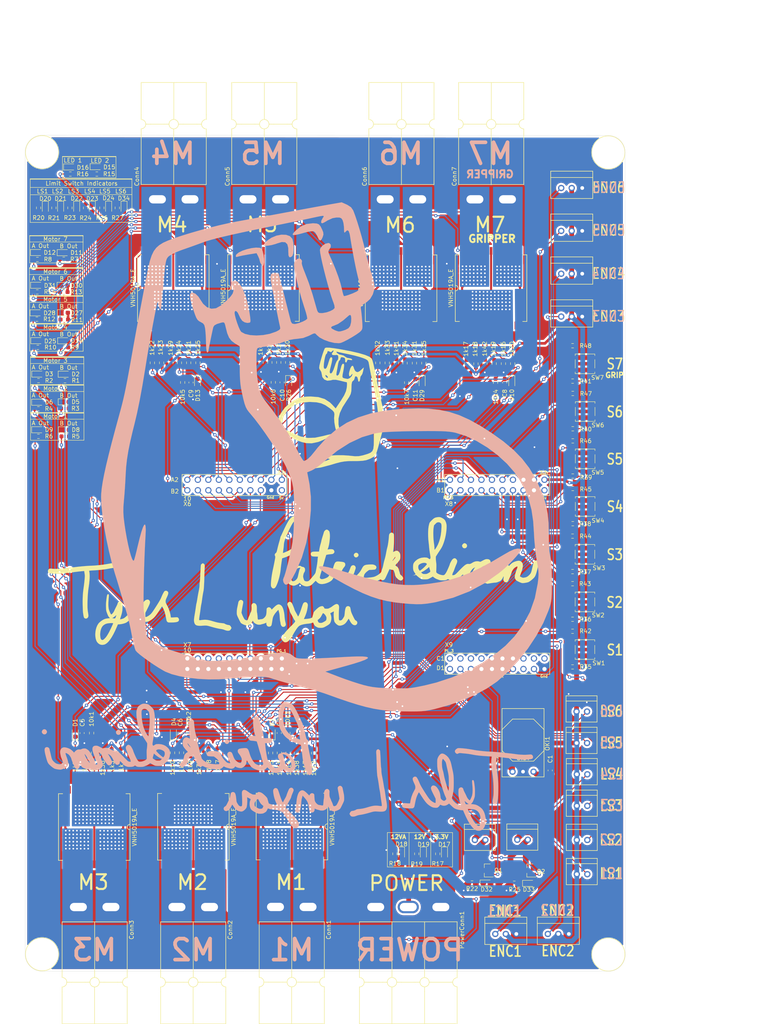
<source format=kicad_pcb>
(kicad_pcb (version 20171130) (host pcbnew "(5.1.9)-1")
  (title_block (title "Armboard 2019-2022") (rev 2) (company MRDT) (comment 1 "Tyler Lunyou - Patrick Simoni"))
  (layers (0 F.Cu signal) (31 B.Cu signal) (34 B.Paste user) (35 F.Paste user) (36 B.SilkS user) (37 F.SilkS user) (38 B.Mask user) (39 F.Mask user) (44 Edge.Cuts user))
  (net 0 "")
  (net 1 GND)
  (net 2 +12V)
  (net 3 +3V3)
  (net 4 ENC_1)
  (net 5 ENC_2)
  (net 6 LIM_1)
  (net 7 LIM_2)
  (net 8 ENC_3)
  (net 9 ENC_4)
  (net 10 "Net-(Conn15-Pad1)")
  (net 11 LIM_3)
  (net 12 ENC_5)
  (net 13 ENC_6)
  (net 14 "Net-(Conn19-Pad1)")
  (net 15 LIM_4)
  (net 16 "Net-(D2-Pad2)")
  (net 17 "Net-(D3-Pad2)")
  (net 18 "Net-(D5-Pad2)")
  (net 19 "Net-(D6-Pad2)")
  (net 20 "Net-(D8-Pad2)")
  (net 21 "Net-(D9-Pad2)")
  (net 22 "Net-(D11-Pad2)")
  (net 23 "Net-(D12-Pad2)")
  (net 24 "Net-(D14-Pad2)")
  (net 25 "Net-(D15-Pad2)")
  (net 26 "Net-(D16-Pad2)")
  (net 27 "Net-(D17-Pad2)")
  (net 28 "Net-(D18-Pad2)")
  (net 29 "Net-(D19-Pad2)")
  (net 30 "Net-(D20-Pad2)")
  (net 31 "Net-(D21-Pad2)")
  (net 32 "Net-(D22-Pad2)")
  (net 33 "Net-(D23-Pad2)")
  (net 34 LASER)
  (net 35 SOL)
  (net 36 +12VA)
  (net 37 "Net-(R40-Pad1)")
  (net 38 "Net-(R41-Pad1)")
  (net 39 /MotorToggles/M1_toggle)
  (net 40 /MotorToggles/M2_toggle)
  (net 41 /MotorToggles/M3_toggle)
  (net 42 /MotorToggles/M4_toggle)
  (net 43 /MotorToggles/M5_toggle)
  (net 44 /MotorToggles/M6_toggle)
  (net 45 /MotorToggles/M7_toggle)
  (net 46 "Net-(R35-Pad1)")
  (net 47 "Net-(R37-Pad1)")
  (net 48 "Net-(R39-Pad1)")
  (net 49 "Net-(R15-Pad1)")
  (net 50 "Net-(R16-Pad1)")
  (net 51 "Net-(R36-Pad1)")
  (net 52 "Net-(R38-Pad1)")
  (net 53 Current_Sense3)
  (net 54 "Net-(10k1-Pad1)")
  (net 55 Current_Sense2)
  (net 56 "Net-(10k2-Pad1)")
  (net 57 Current_Sense1)
  (net 58 "Net-(10k3-Pad1)")
  (net 59 Current_Sense7)
  (net 60 "Net-(10k4-Pad1)")
  (net 61 Current_Sense4)
  (net 62 "Net-(10k5-Pad1)")
  (net 63 Current_Sense5)
  (net 64 "Net-(10k6-Pad1)")
  (net 65 Current_Sense6)
  (net 66 "Net-(10k7-Pad1)")
  (net 67 /Motor_Controller3/IN_A_3)
  (net 68 "Net-(1k2-Pad1)")
  (net 69 "Net-(1k3-Pad1)")
  (net 70 /Motor_Controller3/PMW_3)
  (net 71 "Net-(1k4-Pad1)")
  (net 72 /Motor_Controller3/IN_B_3)
  (net 73 "Net-(1k5-Pad1)")
  (net 74 /Motor_Controller2/IN_A_2)
  (net 75 "Net-(1k7-Pad1)")
  (net 76 "Net-(1k8-Pad1)")
  (net 77 /Motor_Controller2/PMW_2)
  (net 78 "Net-(1k9-Pad1)")
  (net 79 /Motor_Controller2/IN_B_2)
  (net 80 "Net-(1k10-Pad1)")
  (net 81 /Motor_Controller1/IN_A_1)
  (net 82 "Net-(1k12-Pad1)")
  (net 83 "Net-(1k13-Pad1)")
  (net 84 /Motor_Controller1/PMW_1)
  (net 85 "Net-(1k14-Pad1)")
  (net 86 /Motor_Controller1/IN_B_1)
  (net 87 "Net-(1k15-Pad1)")
  (net 88 /Motor_Controller7/IN_A_7)
  (net 89 "Net-(1k17-Pad1)")
  (net 90 "Net-(1k18-Pad1)")
  (net 91 /Motor_Controller7/PMW_7)
  (net 92 "Net-(1k19-Pad1)")
  (net 93 /Motor_Controller7/IN_B_7)
  (net 94 "Net-(1k20-Pad1)")
  (net 95 /Motor_Controller4/IN_A_4)
  (net 96 "Net-(1k22-Pad1)")
  (net 97 "Net-(1k23-Pad1)")
  (net 98 /Motor_Controller4/PMW_4)
  (net 99 "Net-(1k24-Pad1)")
  (net 100 /Motor_Controller4/IN_B_4)
  (net 101 "Net-(1k25-Pad1)")
  (net 102 /Motor_Controller5/IN_A_5)
  (net 103 "Net-(1k27-Pad1)")
  (net 104 "Net-(1k28-Pad1)")
  (net 105 /Motor_Controller5/PMW_5)
  (net 106 "Net-(1k29-Pad1)")
  (net 107 /Motor_Controller5/IN_B_5)
  (net 108 "Net-(1k30-Pad1)")
  (net 109 /Motor_Controller6/IN_A_6)
  (net 110 "Net-(1k32-Pad1)")
  (net 111 "Net-(1k33-Pad1)")
  (net 112 /Motor_Controller6/PMW_6)
  (net 113 "Net-(1k34-Pad1)")
  (net 114 /Motor_Controller6/IN_B_6)
  (net 115 "Net-(1k35-Pad1)")
  (net 116 "Net-(D25-Pad2)")
  (net 117 "Net-(D27-Pad2)")
  (net 118 "Net-(D28-Pad2)")
  (net 119 "Net-(D30-Pad2)")
  (net 120 "Net-(D31-Pad2)")
  (net 121 /Motor_Controller1/OUTb_1)
  (net 122 /Motor_Controller1/OUTa_1)
  (net 123 /Motor_Controller2/OUTa_2)
  (net 124 /Motor_Controller2/OUTb_2)
  (net 125 /Motor_Controller3/OUTa_3)
  (net 126 /Motor_Controller3/OUTb_3)
  (net 127 /Motor_Controller4/OUTa_4)
  (net 128 /Motor_Controller4/OUTb_4)
  (net 129 /Motor_Controller5/OUTa_5)
  (net 130 /Motor_Controller6/OUTa_6)
  (net 131 /Motor_Controller6/OUTb_6)
  (net 132 /Motor_Controller7/OUTa_7)
  (net 133 /Motor_Controller7/OUTb_7)
  (net 134 /Motor_Controller5/OUTb_5)
  (net 135 "Net-(D32-Pad2)")
  (net 136 "Net-(D33-Pad2)")
  (net 137 LIM_5)
  (net 138 LIM_6)
  (net 139 "Net-(D24-Pad2)")
  (net 140 "Net-(D34-Pad2)")
  (net 141 "Net-(1k36-Pad1)")
  (net 142 "Net-(1k37-Pad1)")
  (net 143 "Net-(1k38-Pad1)")
  (net 144 "Net-(1k39-Pad1)")
  (net 145 "Net-(1k40-Pad1)")
  (net 146 "Net-(1k41-Pad1)")
  (net 147 "Net-(1k42-Pad1)")
  (module "Project Library:TM4C129E_Launchpad_FULL_THT_TOP-MOUNTLESS" (layer F.Cu) (at 230.632 116.1415 180)
    (fp_text reference U1 hide)
    (fp_text value TM4C129E_Launchpad hide)
    (fp_text user 10 (at 87.63 -42.418 180) (layer F.SilkS))
    (fp_text user 10 (at 87.63 -5.842 180) (layer F.SilkS))
    (fp_text user X9 (at 24.384 -41.148 180) (layer F.SilkS))
    (fp_text user X8 (at 24.384 -7.112 180) (layer F.SilkS))
    (fp_text user X7 (at 87.63 -41.148 180) (layer F.SilkS))
    (fp_text user X6 (at 87.63 -7.112) (layer F.SilkS))
    (fp_text user C1 (at 26.416 -44.45 180) (layer F.SilkS))
    (fp_text user D1 (at 26.416 -46.736 180) (layer F.SilkS))
    (fp_text user C2 (at 89.916 -44.45 180) (layer F.SilkS))
    (fp_text user D2 (at 89.916 -47.244) (layer F.SilkS))
    (fp_text user B1 (at 26.416 -3.81 180) (layer F.SilkS))
    (fp_text user A1 (at 26.416 -1.27 180) (layer F.SilkS))
    (fp_text user B2 (at 90.678 -4.064 180) (layer F.SilkS))
    (fp_text user A2 (at 90.678 -1.27 180) (layer F.SilkS))
    (pad +3V32 thru_hole circle (at 64.77 -1.27) (size 1.52 1.52) (drill 1) (layers *.Cu *.Mask F.Paste) (net 3 +3V3))
    (pad PM6 thru_hole circle (at 87.63 -46.99) (size 1.52 1.52) (drill 1) (layers *.Cu *.Mask F.Paste) (net 13 ENC_6))
    (pad PQ1 thru_hole circle (at 85.09 -46.99) (size 1.52 1.52) (drill 1) (layers *.Cu *.Mask F.Paste) (net 50 "Net-(R16-Pad1)"))
    (pad PQ2 thru_hole circle (at 77.47 -46.99) (size 1.52 1.52) (drill 1) (layers *.Cu *.Mask F.Paste) (net 11 LIM_3))
    (pad PK0 thru_hole circle (at 74.93 -3.81) (size 1.52 1.52) (drill 1) (layers *.Cu *.Mask F.Paste) (net 61 Current_Sense4))
    (pad PQ3 thru_hole circle (at 80.01 -46.99) (size 1.52 1.52) (drill 1) (layers *.Cu *.Mask F.Paste) (net 15 LIM_4))
    (pad PP3 thru_hole circle (at 82.55 -46.99) (size 1.52 1.52) (drill 1) (layers *.Cu *.Mask F.Paste) (net 49 "Net-(R15-Pad1)"))
    (pad PQ0 thru_hole circle (at 80.01 -1.27) (size 1.52 1.52) (drill 1) (layers *.Cu *.Mask F.Paste) (net 102 /Motor_Controller5/IN_A_5))
    (pad PA4 thru_hole circle (at 85.09 -3.81) (size 1.52 1.52) (drill 1) (layers *.Cu *.Mask F.Paste) (net 8 ENC_3))
    (pad Reset thru_hole circle (at 74.93 -46.99) (size 1.52 1.52) (drill 1) (layers *.Cu *.Mask F.Paste))
    (pad PA7 thru_hole circle (at 72.39 -46.99) (size 1.52 1.52) (drill 1) (layers *.Cu *.Mask F.Paste) (net 7 LIM_2))
    (pad PN5 thru_hole circle (at 85.09 -1.27) (size 1.52 1.52) (drill 1) (layers *.Cu *.Mask F.Paste) (net 109 /Motor_Controller6/IN_A_6))
    (pad PK2 thru_hole circle (at 80.01 -3.81) (size 1.52 1.52) (drill 1) (layers *.Cu *.Mask F.Paste) (net 65 Current_Sense6))
    (pad PK1 thru_hole circle (at 77.47 -3.81) (size 1.52 1.52) (drill 1) (layers *.Cu *.Mask F.Paste) (net 63 Current_Sense5))
    (pad +5V2 thru_hole circle (at 64.77 -3.81) (size 1.52 1.52) (drill 1) (layers *.Cu *.Mask F.Paste))
    (pad GND thru_hole circle (at 67.31 -3.81) (size 1.52 1.52) (drill 1) (layers *.Cu *.Mask F.Paste) (net 1 GND))
    (pad PB4 thru_hole circle (at 69.85 -3.81) (size 1.52 1.52) (drill 1) (layers *.Cu *.Mask F.Paste) (net 55 Current_Sense2))
    (pad PB5 thru_hole circle (at 72.39 -3.81) (size 1.52 1.52) (drill 1) (layers *.Cu *.Mask F.Paste) (net 53 Current_Sense3))
    (pad PK3 thru_hole circle (at 82.55 -3.81) (size 1.52 1.52) (drill 1) (layers *.Cu *.Mask F.Paste) (net 59 Current_Sense7))
    (pad PA5 thru_hole circle (at 87.63 -3.81) (size 1.52 1.52) (drill 1) (layers *.Cu *.Mask F.Paste) (net 112 /Motor_Controller6/PMW_6))
    (pad PD2 thru_hole circle (at 67.31 -1.27) (size 1.52 1.52) (drill 1) (layers *.Cu *.Mask F.Paste) (net 98 /Motor_Controller4/PMW_4))
    (pad PP0 thru_hole circle (at 69.85 -1.27) (size 1.52 1.52) (drill 1) (layers *.Cu *.Mask F.Paste) (net 93 /Motor_Controller7/IN_B_7))
    (pad PP1 thru_hole circle (at 72.39 -1.27) (size 1.52 1.52) (drill 1) (layers *.Cu *.Mask F.Paste) (net 88 /Motor_Controller7/IN_A_7))
    (pad PD4 thru_hole circle (at 74.93 -1.27) (size 1.52 1.52) (drill 1) (layers *.Cu *.Mask F.Paste) (net 95 /Motor_Controller4/IN_A_4))
    (pad PD5 thru_hole circle (at 77.47 -1.27) (size 1.52 1.52) (drill 1) (layers *.Cu *.Mask F.Paste) (net 100 /Motor_Controller4/IN_B_4))
    (pad PP4 thru_hole circle (at 82.55 -1.27) (size 1.52 1.52) (drill 1) (layers *.Cu *.Mask F.Paste) (net 107 /Motor_Controller5/IN_B_5))
    (pad PN4 thru_hole circle (at 87.63 -1.27) (size 1.52 1.52) (drill 1) (layers *.Cu *.Mask F.Paste) (net 114 /Motor_Controller6/IN_B_6))
    (pad PG1 thru_hole circle (at 64.77 -44.45) (size 1.52 1.52) (drill 1) (layers *.Cu *.Mask F.Paste) (net 137 LIM_5))
    (pad PK4 thru_hole circle (at 67.31 -44.45) (size 1.52 1.52) (drill 1) (layers *.Cu *.Mask F.Paste) (net 138 LIM_6))
    (pad PK5 thru_hole circle (at 69.85 -44.45) (size 1.52 1.52) (drill 1) (layers *.Cu *.Mask F.Paste))
    (pad PM0 thru_hole circle (at 72.39 -44.45) (size 1.52 1.52) (drill 1) (layers *.Cu *.Mask F.Paste) (net 91 /Motor_Controller7/PMW_7))
    (pad PM1 thru_hole circle (at 74.93 -44.45) (size 1.52 1.52) (drill 1) (layers *.Cu *.Mask F.Paste))
    (pad PM2 thru_hole circle (at 77.47 -44.45) (size 1.52 1.52) (drill 1) (layers *.Cu *.Mask F.Paste))
    (pad PH0 thru_hole circle (at 80.01 -44.45) (size 1.52 1.52) (drill 1) (layers *.Cu *.Mask F.Paste))
    (pad PH1 thru_hole circle (at 82.55 -44.45) (size 1.52 1.52) (drill 1) (layers *.Cu *.Mask F.Paste))
    (pad PK6 thru_hole circle (at 85.09 -44.45) (size 1.52 1.52) (drill 1) (layers *.Cu *.Mask F.Paste))
    (pad PK7 thru_hole circle (at 87.63 -44.45) (size 1.52 1.52) (drill 1) (layers *.Cu *.Mask F.Paste))
    (pad GND thru_hole circle (at 64.77 -46.99) (size 1.52 1.52) (drill 1) (layers *.Cu *.Mask F.Paste) (net 1 GND))
    (pad PM7 thru_hole circle (at 67.31 -46.99) (size 1.52 1.52) (drill 1) (layers *.Cu *.Mask F.Paste) (net 105 /Motor_Controller5/PMW_5))
    (pad PP5 thru_hole circle (at 69.85 -46.99) (size 1.52 1.52) (drill 1) (layers *.Cu *.Mask F.Paste) (net 6 LIM_1))
    (pad +5V thru_hole circle (at 1.27 -3.81) (size 1.52 1.52) (drill 1) (layers *.Cu *.Mask F.Paste))
    (pad GND thru_hole circle (at 3.81 -3.81) (size 1.52 1.52) (drill 1) (layers *.Cu *.Mask F.Paste) (net 1 GND))
    (pad PE0 thru_hole circle (at 6.35 -3.81) (size 1.52 1.52) (drill 1) (layers *.Cu *.Mask F.Paste) (net 39 /MotorToggles/M1_toggle))
    (pad PE1 thru_hole circle (at 8.89 -3.81) (size 1.52 1.52) (drill 1) (layers *.Cu *.Mask F.Paste) (net 40 /MotorToggles/M2_toggle))
    (pad PE2 thru_hole circle (at 11.43 -3.81) (size 1.52 1.52) (drill 1) (layers *.Cu *.Mask F.Paste) (net 41 /MotorToggles/M3_toggle))
    (pad PE3 thru_hole circle (at 13.97 -3.81) (size 1.52 1.52) (drill 1) (layers *.Cu *.Mask F.Paste) (net 42 /MotorToggles/M4_toggle))
    (pad PD7 thru_hole circle (at 16.51 -3.81) (size 1.52 1.52) (drill 1) (layers *.Cu *.Mask F.Paste) (net 43 /MotorToggles/M5_toggle))
    (pad PA6 thru_hole circle (at 19.05 -3.81) (size 1.52 1.52) (drill 1) (layers *.Cu *.Mask F.Paste) (net 44 /MotorToggles/M6_toggle))
    (pad PM4 thru_hole circle (at 21.59 -3.81) (size 1.52 1.52) (drill 1) (layers *.Cu *.Mask F.Paste) (net 45 /MotorToggles/M7_toggle))
    (pad PM5 thru_hole circle (at 24.13 -3.81) (size 1.52 1.52) (drill 1) (layers *.Cu *.Mask F.Paste) (net 12 ENC_5))
    (pad +3V3 thru_hole circle (at 1.27 -1.27) (size 1.52 1.52) (drill 1) (layers *.Cu *.Mask F.Paste) (net 3 +3V3))
    (pad PE4 thru_hole circle (at 3.81 -1.27) (size 1.52 1.52) (drill 1) (layers *.Cu *.Mask F.Paste) (net 57 Current_Sense1))
    (pad PC4 thru_hole circle (at 6.35 -1.27) (size 1.52 1.52) (drill 1) (layers *.Cu *.Mask F.Paste))
    (pad PC5 thru_hole circle (at 8.89 -1.27) (size 1.52 1.52) (drill 1) (layers *.Cu *.Mask F.Paste))
    (pad PC6 thru_hole circle (at 11.43 -1.27) (size 1.52 1.52) (drill 1) (layers *.Cu *.Mask F.Paste) (net 81 /Motor_Controller1/IN_A_1))
    (pad PE5 thru_hole circle (at 13.97 -1.27) (size 1.52 1.52) (drill 1) (layers *.Cu *.Mask F.Paste) (net 86 /Motor_Controller1/IN_B_1))
    (pad PD3 thru_hole circle (at 16.51 -1.27) (size 1.52 1.52) (drill 1) (layers *.Cu *.Mask F.Paste) (net 74 /Motor_Controller2/IN_A_2))
    (pad PC7 thru_hole circle (at 19.05 -1.27) (size 1.52 1.52) (drill 1) (layers *.Cu *.Mask F.Paste) (net 79 /Motor_Controller2/IN_B_2))
    (pad PB2 thru_hole circle (at 21.59 -1.27) (size 1.52 1.52) (drill 1) (layers *.Cu *.Mask F.Paste) (net 67 /Motor_Controller3/IN_A_3))
    (pad PB3 thru_hole circle (at 24.13 -1.27) (size 1.52 1.52) (drill 1) (layers *.Cu *.Mask F.Paste) (net 72 /Motor_Controller3/IN_B_3))
    (pad PF1 thru_hole circle (at 1.27 -44.45) (size 1.52 1.52) (drill 1) (layers *.Cu *.Mask F.Paste))
    (pad PF2 thru_hole circle (at 3.81 -44.45) (size 1.52 1.52) (drill 1) (layers *.Cu *.Mask F.Paste))
    (pad PF3 thru_hole circle (at 6.35 -44.45) (size 1.52 1.52) (drill 1) (layers *.Cu *.Mask F.Paste))
    (pad PG0 thru_hole circle (at 8.89 -44.45) (size 1.52 1.52) (drill 1) (layers *.Cu *.Mask F.Paste))
    (pad PL4 thru_hole circle (at 11.43 -44.45) (size 1.52 1.52) (drill 1) (layers *.Cu *.Mask F.Paste) (net 4 ENC_1))
    (pad PL5 thru_hole circle (at 13.97 -44.45) (size 1.52 1.52) (drill 1) (layers *.Cu *.Mask F.Paste) (net 5 ENC_2))
    (pad PL0 thru_hole circle (at 16.51 -44.45) (size 1.52 1.52) (drill 1) (layers *.Cu *.Mask F.Paste))
    (pad PL1 thru_hole circle (at 19.05 -44.45) (size 1.52 1.52) (drill 1) (layers *.Cu *.Mask F.Paste))
    (pad PL2 thru_hole circle (at 21.59 -44.45) (size 1.52 1.52) (drill 1) (layers *.Cu *.Mask F.Paste))
    (pad PL3 thru_hole circle (at 24.13 -44.45) (size 1.52 1.52) (drill 1) (layers *.Cu *.Mask F.Paste))
    (pad GND thru_hole circle (at 1.27 -46.99) (size 1.52 1.52) (drill 1) (layers *.Cu *.Mask F.Paste) (net 1 GND))
    (pad PM3 thru_hole circle (at 3.81 -46.99) (size 1.52 1.52) (drill 1) (layers *.Cu *.Mask F.Paste) (net 9 ENC_4))
    (pad PH2 thru_hole circle (at 6.35 -46.99) (size 1.52 1.52) (drill 1) (layers *.Cu *.Mask F.Paste))
    (pad PH3 thru_hole circle (at 8.89 -46.99) (size 1.52 1.52) (drill 1) (layers *.Cu *.Mask F.Paste) (net 84 /Motor_Controller1/PMW_1))
    (pad Reset2 thru_hole circle (at 11.43 -46.99) (size 1.52 1.52) (drill 1) (layers *.Cu *.Mask F.Paste))
    (pad PD1 thru_hole circle (at 13.97 -46.99) (size 1.52 1.52) (drill 1) (layers *.Cu *.Mask F.Paste) (net 77 /Motor_Controller2/PMW_2))
    (pad PD0 thru_hole circle (at 16.51 -46.99) (size 1.52 1.52) (drill 1) (layers *.Cu *.Mask F.Paste) (net 70 /Motor_Controller3/PMW_3))
    (pad PN2 thru_hole circle (at 19.05 -46.99) (size 1.52 1.52) (drill 1) (layers *.Cu *.Mask F.Paste) (net 34 LASER))
    (pad PN3 thru_hole circle (at 21.59 -46.99) (size 1.52 1.52) (drill 1) (layers *.Cu *.Mask F.Paste) (net 35 SOL))
    (pad PP2 thru_hole circle (at 24.13 -46.99) (size 1.52 1.52) (drill 1) (layers *.Cu *.Mask F.Paste))
  )
  (module MRDT_Connectors:Square_Anderson_3_H_Side_By_Side (layer F.Cu) (at 195.6562 220.7895 90)
    (fp_text reference PowerConn1 (at -5.4 13.75 90) (layer F.SilkS))
    (fp_text value AndersonPP)
    (pad 3 thru_hole oval (at 0.15 8.648 90) (size 3 5.1) (drill oval 2 4.1) (layers *.Cu *.Mask) (net 1 GND))
    (pad 1 thru_hole oval (at 0.15 -7.1 90) (size 3 5.1) (drill oval 2 4.1) (layers *.Cu *.Mask) (net 36 +12VA))
    (pad 2 thru_hole oval (at 0.15 0.774 90) (size 3 5.1) (drill oval 2 4.1) (layers *.Cu *.Mask) (net 2 +12V))
  )
  (module MRDT_Connectors:Square_Anderson_2_H_Side_By_Side (layer F.Cu) (at 220.9673 50.038 270)
    (fp_text reference Conn7 (at -5.9 13.4 90) (layer F.SilkS))
    (fp_text value AndersonPP)
    (pad 1 thru_hole oval (at -0.3746 0.55 270) (size 3 5.1) (drill oval 2 4.1) (layers *.Cu *.Mask F.Paste) (net 133 /Motor_Controller7/OUTb_7))
    (pad 2 thru_hole oval (at -0.3746 8.424 270) (size 3 5.1) (drill oval 2 4.1) (layers *.Cu *.Mask F.Paste) (net 132 /Motor_Controller7/OUTa_7))
  )
  (module MRDT_Connectors:Square_Anderson_2_H_Side_By_Side (layer F.Cu) (at 199.263 50.038 270)
    (fp_text reference Conn6 (at -5.9 13.4 90) (layer F.SilkS))
    (fp_text value AndersonPP)
    (pad 1 thru_hole oval (at -0.3746 0.55 270) (size 3 5.1) (drill oval 2 4.1) (layers *.Cu *.Mask F.Paste) (net 131 /Motor_Controller6/OUTb_6))
    (pad 2 thru_hole oval (at -0.3746 8.424 270) (size 3 5.1) (drill oval 2 4.1) (layers *.Cu *.Mask F.Paste) (net 130 /Motor_Controller6/OUTa_6))
  )
  (module MRDT_Connectors:Square_Anderson_2_H_Side_By_Side (layer F.Cu) (at 166.0906 50.038 270)
    (fp_text reference Conn5 (at -5.9 13.4 90) (layer F.SilkS))
    (fp_text value AndersonPP)
    (pad 1 thru_hole oval (at -0.3746 0.55 270) (size 3 5.1) (drill oval 2 4.1) (layers *.Cu *.Mask F.Paste) (net 134 /Motor_Controller5/OUTb_5))
    (pad 2 thru_hole oval (at -0.3746 8.424 270) (size 3 5.1) (drill oval 2 4.1) (layers *.Cu *.Mask F.Paste) (net 129 /Motor_Controller5/OUTa_5))
  )
  (module MRDT_Connectors:Square_Anderson_2_H_Side_By_Side (layer F.Cu) (at 144.1958 50.038 270)
    (fp_text reference Conn4 (at -5.9 13.4 90) (layer F.SilkS))
    (fp_text value AndersonPP)
    (pad 1 thru_hole oval (at -0.3746 0.55 270) (size 3 5.1) (drill oval 2 4.1) (layers *.Cu *.Mask F.Paste) (net 128 /Motor_Controller4/OUTb_4))
    (pad 2 thru_hole oval (at -0.3746 8.424 270) (size 3 5.1) (drill oval 2 4.1) (layers *.Cu *.Mask F.Paste) (net 127 /Motor_Controller4/OUTa_4))
  )
  (module MRDT_Connectors:Square_Anderson_2_H_Side_By_Side (layer F.Cu) (at 116.1034 220.2649 90)
    (fp_text reference Conn3 (at -5.9 13.4 90) (layer F.SilkS))
    (fp_text value AndersonPP)
    (pad 1 thru_hole oval (at -0.3746 0.55 90) (size 3 5.1) (drill oval 2 4.1) (layers *.Cu *.Mask F.Paste) (net 126 /Motor_Controller3/OUTb_3))
    (pad 2 thru_hole oval (at -0.3746 8.424 90) (size 3 5.1) (drill oval 2 4.1) (layers *.Cu *.Mask F.Paste) (net 125 /Motor_Controller3/OUTa_3))
  )
  (module MRDT_Connectors:Square_Anderson_2_H_Side_By_Side (layer F.Cu) (at 139.9413 220.2649 90)
    (fp_text reference Conn2 (at -5.9 13.4 90) (layer F.SilkS))
    (fp_text value AndersonPP)
    (pad 1 thru_hole oval (at -0.3746 0.55 90) (size 3 5.1) (drill oval 2 4.1) (layers *.Cu *.Mask F.Paste) (net 124 /Motor_Controller2/OUTb_2))
    (pad 2 thru_hole oval (at -0.3746 8.424 90) (size 3 5.1) (drill oval 2 4.1) (layers *.Cu *.Mask F.Paste) (net 123 /Motor_Controller2/OUTa_2))
  )
  (module MRDT_Connectors:Square_Anderson_2_H_Side_By_Side (layer F.Cu) (at 163.7665 220.2434 90)
    (fp_text reference Conn1 (at -5.9 13.4 90) (layer F.SilkS))
    (fp_text value AndersonPP)
    (pad 1 thru_hole oval (at -0.3746 0.55 90) (size 3 5.1) (drill oval 2 4.1) (layers *.Cu *.Mask F.Paste) (net 121 /Motor_Controller1/OUTb_1))
    (pad 2 thru_hole oval (at -0.3746 8.424 90) (size 3 5.1) (drill oval 2 4.1) (layers *.Cu *.Mask F.Paste) (net 122 /Motor_Controller1/OUTa_1))
  )
  (module "Project Library:arm-silkscreen420" (layer B.Cu) (at 175.5902 111.8108 180)
    (fp_text reference G*** hide)
    (fp_text value LOGO hide)
  )
  (module "Project Library:signature patrick 450" (layer B.Cu) (at 140.8557 179.5018 180)
    (fp_text reference G*** hide)
    (fp_text value LOGO hide)
  )
  (module "Project Library:signature tyler 450" (layer B.Cu) (at 188.2394 191.6049 180)
    (fp_text reference G*** hide)
    (fp_text value LOGO hide)
  )
  (module "Project Library:signature patrick 450" (layer F.Cu) (at 195.5292 134.4295)
    (fp_text reference G*** hide)
    (fp_text value LOGO hide)
  )
  (module "Project Library:signature tyler 450" (layer F.Cu) (at 147.6502 146.6977)
    (fp_text reference G*** hide)
    (fp_text value LOGO hide)
  )
  (module "Project Library:arm-silscreen-small" (layer F.Cu) (at 177.927 99.9363)
    (fp_text reference G*** hide)
    (fp_text value LOGO hide)
  )
  (module MRDT_Drill_Holes:4_40_Hole_Corner (layer F.Cu) (at 111.887 228.028 180)
    (fp_text reference V2 hide)
    (fp_text value Via hide)
    (pad "" np_thru_hole circle (at 4.00812 -4.00812 180) (size 2.9464 2.9464) (drill 2.9464) (layers *.Cu *.Mask) (clearance 2.5))
  )
  (module MRDT_Drill_Holes:4_40_Hole_Corner (layer F.Cu) (at 240.792 228.092 270)
    (fp_text reference V4 hide)
    (fp_text value Via hide)
    (pad "" np_thru_hole circle (at 4.00812 -4.00812 270) (size 2.9464 2.9464) (drill 2.9464) (layers *.Cu *.Mask) (clearance 2.5))
  )
  (module MRDT_Drill_Holes:4_40_Hole_Corner (layer F.Cu) (at 111.887 42.291 90)
    (fp_text reference V3 hide)
    (fp_text value Via hide)
    (pad "" np_thru_hole circle (at 4.00812 -4.00812 90) (size 2.9464 2.9464) (drill 2.9464) (layers *.Cu *.Mask) (clearance 2.5))
  )
  (module MRDT_Drill_Holes:4_40_Hole_Corner (layer F.Cu) (at 240.792 42.3545)
    (fp_text reference V1 hide)
    (fp_text value Via hide)
    (pad "" np_thru_hole circle (at 4.00812 -4.00812) (size 2.9464 2.9464) (drill 2.9464) (layers *.Cu *.Mask) (clearance 2.5))
  )
  (module Resistor_SMD:R_0603_1608Metric_Pad0.98x0.95mm_HandSolder (layer F.Cu) (at 214.96 89.3191 270)
    (fp_text reference 1k42 (at -3.5433 0.0379 90) (layer F.SilkS))
    (fp_text value R_Small)
    (pad 1 smd roundrect (at -0.9125 0 270) (size 0.975 0.95) (layers F.Cu F.Paste F.Mask) (net 147 "Net-(1k42-Pad1)"))
    (pad 2 smd roundrect (at 0.9125 0 270) (size 0.975 0.95) (layers F.Cu F.Paste F.Mask) (net 1 GND))
  )
  (module Resistor_SMD:R_0603_1608Metric_Pad0.98x0.95mm_HandSolder (layer F.Cu) (at 167.2717 89.0644 270)
    (fp_text reference 1k30 (at -3.556 0.0635 90) (layer F.SilkS))
    (fp_text value R_Small)
    (pad 1 smd roundrect (at -0.9125 0 270) (size 0.975 0.95) (layers F.Cu F.Paste F.Mask) (net 108 "Net-(1k30-Pad1)"))
    (pad 2 smd roundrect (at 0.9125 0 270) (size 0.975 0.95) (layers F.Cu F.Paste F.Mask) (net 107 /Motor_Controller5/IN_B_5))
  )
  (module Resistor_SMD:R_0603_1608Metric_Pad0.98x0.95mm_HandSolder (layer F.Cu) (at 145.885 183.248 90)
    (fp_text reference 1k37 (at -3.6452 -0.0509 90) (layer F.SilkS))
    (fp_text value R_Small)
    (pad 1 smd roundrect (at -0.9125 0 90) (size 0.975 0.95) (layers F.Cu F.Paste F.Mask) (net 142 "Net-(1k37-Pad1)"))
    (pad 2 smd roundrect (at 0.9125 0 90) (size 0.975 0.95) (layers F.Cu F.Paste F.Mask) (net 1 GND))
  )
  (module MRDT_ICs:MultiPowerSO_30 (layer F.Cu) (at 127.483 192.296 270)
    (fp_text reference MC3 hide)
    (fp_text value VNH5019A_E (at 9.0424 -2.7432 90) (layer F.SilkS))
    (pad 1 smd rect (at 0.0127 -0.014999 270) (size 1.8542 0.635) (layers F.Cu F.Paste F.Mask) (net 125 /Motor_Controller3/OUTa_3))
    (pad 2 smd rect (at 0.0127 0.984999 270) (size 1.8542 0.635) (layers F.Cu F.Paste F.Mask))
    (pad 3 smd rect (at 0.0127 1.985 270) (size 1.8542 0.635) (layers F.Cu F.Paste F.Mask) (net 36 +12VA))
    (pad 4 smd rect (at 0.0127 2.985 270) (size 1.8542 0.635) (layers F.Cu F.Paste F.Mask) (net 68 "Net-(1k2-Pad1)"))
    (pad 5 smd rect (at 0.0127 3.985001 270) (size 1.8542 0.635) (layers F.Cu F.Paste F.Mask) (net 69 "Net-(1k3-Pad1)"))
    (pad 6 smd rect (at 0.0127 4.984999 270) (size 1.8542 0.635) (layers F.Cu F.Paste F.Mask) (net 141 "Net-(1k36-Pad1)"))
    (pad 7 smd rect (at 0.0127 5.984999 270) (size 1.8542 0.635) (layers F.Cu F.Paste F.Mask) (net 71 "Net-(1k4-Pad1)"))
    (pad 8 smd rect (at 0.0127 6.985 270) (size 1.8542 0.635) (layers F.Cu F.Paste F.Mask) (net 54 "Net-(10k1-Pad1)"))
    (pad 9 smd rect (at 0.0127 7.985001 270) (size 1.8542 0.635) (layers F.Cu F.Paste F.Mask) (net 3 +3V3))
    (pad 10 smd rect (at 0.0127 8.985001 270) (size 1.8542 0.635) (layers F.Cu F.Paste F.Mask) (net 73 "Net-(1k5-Pad1)"))
    (pad 11 smd rect (at 0.0127 9.984999 270) (size 1.8542 0.635) (layers F.Cu F.Paste F.Mask))
    (pad 12 smd rect (at 0.0127 10.985 270) (size 1.8542 0.635) (layers F.Cu F.Paste F.Mask) (net 36 +12VA))
    (pad 13 smd rect (at 0.0127 11.985 270) (size 1.8542 0.635) (layers F.Cu F.Paste F.Mask) (net 36 +12VA))
    (pad 14 smd rect (at 0.0127 12.985001 270) (size 1.8542 0.635) (layers F.Cu F.Paste F.Mask))
    (pad 15 smd rect (at 0.0127 13.985001 270) (size 1.8542 0.635) (layers F.Cu F.Paste F.Mask) (net 126 /Motor_Controller3/OUTb_3))
    (pad 16 smd rect (at 18.0213 13.984999 270) (size 1.8542 0.635) (layers F.Cu F.Paste F.Mask) (net 126 /Motor_Controller3/OUTb_3))
    (pad 17 smd rect (at 18.0213 12.985001 270) (size 1.8542 0.635) (layers F.Cu F.Paste F.Mask))
    (pad 18 smd rect (at 18.0213 11.985 270) (size 1.8542 0.635) (layers F.Cu F.Paste F.Mask) (net 1 GND))
    (pad 19 smd rect (at 18.0213 10.985 270) (size 1.8542 0.635) (layers F.Cu F.Paste F.Mask) (net 1 GND))
    (pad 20 smd rect (at 18.0213 9.984999 270) (size 1.8542 0.635) (layers F.Cu F.Paste F.Mask) (net 1 GND))
    (pad 21 smd rect (at 18.0213 8.985001 270) (size 1.8542 0.635) (layers F.Cu F.Paste F.Mask) (net 126 /Motor_Controller3/OUTb_3))
    (pad 22 smd rect (at 18.0213 7.985001 270) (size 1.8542 0.635) (layers F.Cu F.Paste F.Mask))
    (pad 23 smd rect (at 18.0213 6.985 270) (size 1.8542 0.635) (layers F.Cu F.Paste F.Mask) (net 36 +12VA))
    (pad 24 smd rect (at 18.0213 5.984999 270) (size 1.8542 0.635) (layers F.Cu F.Paste F.Mask))
    (pad 25 smd rect (at 18.0213 4.984999 270) (size 1.8542 0.635) (layers F.Cu F.Paste F.Mask) (net 125 /Motor_Controller3/OUTa_3))
    (pad 26 smd rect (at 18.0213 3.985001 270) (size 1.8542 0.635) (layers F.Cu F.Paste F.Mask) (net 1 GND))
    (pad 27 smd rect (at 18.0213 2.985 270) (size 1.8542 0.635) (layers F.Cu F.Paste F.Mask) (net 1 GND))
    (pad 28 smd rect (at 18.0213 1.985 270) (size 1.8542 0.635) (layers F.Cu F.Paste F.Mask) (net 1 GND))
    (pad 29 smd rect (at 18.0213 0.984999 270) (size 1.8542 0.635) (layers F.Cu F.Paste F.Mask))
    (pad 30 smd rect (at 18.0213 -0.015001 270) (size 1.8542 0.635) (layers F.Cu F.Paste F.Mask) (net 125 /Motor_Controller3/OUTa_3))
    (pad 31 smd rect (at 12.065 2.8194 270) (size 5.2578 6.223) (layers F.Cu F.Paste F.Mask) (net 125 /Motor_Controller3/OUTa_3))
    (pad 32 smd rect (at 5.969 6.985 270) (size 5.2578 10.3124) (layers F.Cu F.Paste F.Mask) (net 36 +12VA))
    (pad 33 smd rect (at 12.065 11.1506 270) (size 5.2578 6.223) (layers F.Cu F.Paste F.Mask) (net 126 /Motor_Controller3/OUTb_3))
  )
  (module Resistor_SMD:R_0603_1608Metric_Pad0.98x0.95mm_HandSolder (layer F.Cu) (at 193.561 89.194 270)
    (fp_text reference 1k41 (at -3.5325 0.0257 90) (layer F.SilkS))
    (fp_text value R_Small)
    (pad 1 smd roundrect (at -0.9125 0 270) (size 0.975 0.95) (layers F.Cu F.Paste F.Mask) (net 146 "Net-(1k41-Pad1)"))
    (pad 2 smd roundrect (at 0.9125 0 270) (size 0.975 0.95) (layers F.Cu F.Paste F.Mask) (net 1 GND))
  )
  (module Resistor_SMD:R_0603_1608Metric_Pad0.98x0.95mm_HandSolder (layer F.Cu) (at 160.8077 89.067 270)
    (fp_text reference 1k40 (at -3.5071 0.1019 90) (layer F.SilkS))
    (fp_text value R_Small)
    (pad 1 smd roundrect (at -0.9125 0 270) (size 0.975 0.95) (layers F.Cu F.Paste F.Mask) (net 145 "Net-(1k40-Pad1)"))
    (pad 2 smd roundrect (at 0.9125 0 270) (size 0.975 0.95) (layers F.Cu F.Paste F.Mask) (net 1 GND))
  )
  (module Resistor_SMD:R_0603_1608Metric_Pad0.98x0.95mm_HandSolder (layer F.Cu) (at 139.0013 89.1813 270)
    (fp_text reference 1k39 (at -3.596 0.0379 90) (layer F.SilkS))
    (fp_text value R_Small)
    (pad 1 smd roundrect (at -0.9125 0 270) (size 0.975 0.95) (layers F.Cu F.Paste F.Mask) (net 144 "Net-(1k39-Pad1)"))
    (pad 2 smd roundrect (at 0.9125 0 270) (size 0.975 0.95) (layers F.Cu F.Paste F.Mask) (net 1 GND))
  )
  (module Resistor_SMD:R_0603_1608Metric_Pad0.98x0.95mm_HandSolder (layer F.Cu) (at 169.38 183.428 90)
    (fp_text reference 1k38 (at -3.6303 0.0888 90) (layer F.SilkS))
    (fp_text value R_Small)
    (pad 1 smd roundrect (at -0.9125 0 90) (size 0.975 0.95) (layers F.Cu F.Paste F.Mask) (net 143 "Net-(1k38-Pad1)"))
    (pad 2 smd roundrect (at 0.9125 0 90) (size 0.975 0.95) (layers F.Cu F.Paste F.Mask) (net 1 GND))
  )
  (module Resistor_SMD:R_0603_1608Metric_Pad0.98x0.95mm_HandSolder (layer F.Cu) (at 122.555 183.412 90)
    (fp_text reference 1k36 (at -3.6336 -0.0381 90) (layer F.SilkS))
    (fp_text value R_Small)
    (pad 2 smd roundrect (at 0.9125 0 90) (size 0.975 0.95) (layers F.Cu F.Paste F.Mask) (net 1 GND))
    (pad 1 smd roundrect (at -0.9125 0 90) (size 0.975 0.95) (layers F.Cu F.Paste F.Mask) (net 141 "Net-(1k36-Pad1)"))
  )
  (module LED_SMD:LED_0603_1608Metric_Pad1.05x0.95mm_HandSolder (layer F.Cu) (at 106.731 62.5224)
    (fp_text reference D12 (at 2.9972 0) (layer F.SilkS))
    (fp_text value Blue)
    (pad 1 smd roundrect (at -0.875 0) (size 1.05 0.95) (layers F.Cu F.Paste F.Mask) (net 1 GND))
    (pad 2 smd roundrect (at 0.875 0) (size 1.05 0.95) (layers F.Cu F.Paste F.Mask) (net 23 "Net-(D12-Pad2)"))
  )
  (module MRDT_ICs:MultiPowerSO_30 (layer F.Cu) (at 154.4357 80.0936 90)
    (fp_text reference MC5 hide)
    (fp_text value VNH5019A_E (at 9.0424 -2.7432 90) (layer F.SilkS))
    (pad 33 smd rect (at 12.065 11.1506 90) (size 5.2578 6.223) (layers F.Cu F.Paste F.Mask) (net 134 /Motor_Controller5/OUTb_5))
    (pad 32 smd rect (at 5.969 6.985 90) (size 5.2578 10.3124) (layers F.Cu F.Paste F.Mask) (net 36 +12VA))
    (pad 31 smd rect (at 12.065 2.8194 90) (size 5.2578 6.223) (layers F.Cu F.Paste F.Mask) (net 129 /Motor_Controller5/OUTa_5))
    (pad 30 smd rect (at 18.0213 -0.015001 90) (size 1.8542 0.635) (layers F.Cu F.Paste F.Mask) (net 129 /Motor_Controller5/OUTa_5))
    (pad 29 smd rect (at 18.0213 0.984999 90) (size 1.8542 0.635) (layers F.Cu F.Paste F.Mask))
    (pad 28 smd rect (at 18.0213 1.985 90) (size 1.8542 0.635) (layers F.Cu F.Paste F.Mask) (net 1 GND))
    (pad 27 smd rect (at 18.0213 2.985 90) (size 1.8542 0.635) (layers F.Cu F.Paste F.Mask) (net 1 GND))
    (pad 26 smd rect (at 18.0213 3.985001 90) (size 1.8542 0.635) (layers F.Cu F.Paste F.Mask) (net 1 GND))
    (pad 25 smd rect (at 18.0213 4.984999 90) (size 1.8542 0.635) (layers F.Cu F.Paste F.Mask) (net 129 /Motor_Controller5/OUTa_5))
    (pad 24 smd rect (at 18.0213 5.984999 90) (size 1.8542 0.635) (layers F.Cu F.Paste F.Mask))
    (pad 23 smd rect (at 18.0213 6.985 90) (size 1.8542 0.635) (layers F.Cu F.Paste F.Mask) (net 36 +12VA))
    (pad 22 smd rect (at 18.0213 7.985001 90) (size 1.8542 0.635) (layers F.Cu F.Paste F.Mask))
    (pad 21 smd rect (at 18.0213 8.985001 90) (size 1.8542 0.635) (layers F.Cu F.Paste F.Mask) (net 134 /Motor_Controller5/OUTb_5))
    (pad 20 smd rect (at 18.0213 9.984999 90) (size 1.8542 0.635) (layers F.Cu F.Paste F.Mask) (net 1 GND))
    (pad 19 smd rect (at 18.0213 10.985 90) (size 1.8542 0.635) (layers F.Cu F.Paste F.Mask) (net 1 GND))
    (pad 18 smd rect (at 18.0213 11.985 90) (size 1.8542 0.635) (layers F.Cu F.Paste F.Mask) (net 1 GND))
    (pad 17 smd rect (at 18.0213 12.985001 90) (size 1.8542 0.635) (layers F.Cu F.Paste F.Mask))
    (pad 16 smd rect (at 18.0213 13.984999 90) (size 1.8542 0.635) (layers F.Cu F.Paste F.Mask) (net 134 /Motor_Controller5/OUTb_5))
    (pad 15 smd rect (at 0.0127 13.985001 90) (size 1.8542 0.635) (layers F.Cu F.Paste F.Mask) (net 134 /Motor_Controller5/OUTb_5))
    (pad 14 smd rect (at 0.0127 12.985001 90) (size 1.8542 0.635) (layers F.Cu F.Paste F.Mask))
    (pad 13 smd rect (at 0.0127 11.985 90) (size 1.8542 0.635) (layers F.Cu F.Paste F.Mask) (net 36 +12VA))
    (pad 12 smd rect (at 0.0127 10.985 90) (size 1.8542 0.635) (layers F.Cu F.Paste F.Mask) (net 36 +12VA))
    (pad 11 smd rect (at 0.0127 9.984999 90) (size 1.8542 0.635) (layers F.Cu F.Paste F.Mask))
    (pad 10 smd rect (at 0.0127 8.985001 90) (size 1.8542 0.635) (layers F.Cu F.Paste F.Mask) (net 108 "Net-(1k30-Pad1)"))
    (pad 9 smd rect (at 0.0127 7.985001 90) (size 1.8542 0.635) (layers F.Cu F.Paste F.Mask) (net 3 +3V3))
    (pad 8 smd rect (at 0.0127 6.985 90) (size 1.8542 0.635) (layers F.Cu F.Paste F.Mask) (net 64 "Net-(10k6-Pad1)"))
    (pad 7 smd rect (at 0.0127 5.984999 90) (size 1.8542 0.635) (layers F.Cu F.Paste F.Mask) (net 106 "Net-(1k29-Pad1)"))
    (pad 6 smd rect (at 0.0127 4.984999 90) (size 1.8542 0.635) (layers F.Cu F.Paste F.Mask) (net 145 "Net-(1k40-Pad1)"))
    (pad 5 smd rect (at 0.0127 3.985001 90) (size 1.8542 0.635) (layers F.Cu F.Paste F.Mask) (net 104 "Net-(1k28-Pad1)"))
    (pad 4 smd rect (at 0.0127 2.985 90) (size 1.8542 0.635) (layers F.Cu F.Paste F.Mask) (net 103 "Net-(1k27-Pad1)"))
    (pad 3 smd rect (at 0.0127 1.985 90) (size 1.8542 0.635) (layers F.Cu F.Paste F.Mask) (net 36 +12VA))
    (pad 2 smd rect (at 0.0127 0.984999 90) (size 1.8542 0.635) (layers F.Cu F.Paste F.Mask))
    (pad 1 smd rect (at 0.0127 -0.014999 90) (size 1.8542 0.635) (layers F.Cu F.Paste F.Mask) (net 129 /Motor_Controller5/OUTa_5))
  )
  (module MRDT_ICs:MultiPowerSO_30 (layer F.Cu) (at 175.277 192.168 270)
    (fp_text reference MC1 hide)
    (fp_text value VNH5019A_E (at 9.0424 -2.7432 90) (layer F.SilkS))
    (pad 1 smd rect (at 0.0127 -0.014999 270) (size 1.8542 0.635) (layers F.Cu F.Paste F.Mask) (net 122 /Motor_Controller1/OUTa_1))
    (pad 2 smd rect (at 0.0127 0.984999 270) (size 1.8542 0.635) (layers F.Cu F.Paste F.Mask))
    (pad 3 smd rect (at 0.0127 1.985 270) (size 1.8542 0.635) (layers F.Cu F.Paste F.Mask) (net 36 +12VA))
    (pad 4 smd rect (at 0.0127 2.985 270) (size 1.8542 0.635) (layers F.Cu F.Paste F.Mask) (net 82 "Net-(1k12-Pad1)"))
    (pad 5 smd rect (at 0.0127 3.985001 270) (size 1.8542 0.635) (layers F.Cu F.Paste F.Mask) (net 83 "Net-(1k13-Pad1)"))
    (pad 6 smd rect (at 0.0127 4.984999 270) (size 1.8542 0.635) (layers F.Cu F.Paste F.Mask) (net 143 "Net-(1k38-Pad1)"))
    (pad 7 smd rect (at 0.0127 5.984999 270) (size 1.8542 0.635) (layers F.Cu F.Paste F.Mask) (net 85 "Net-(1k14-Pad1)"))
    (pad 8 smd rect (at 0.0127 6.985 270) (size 1.8542 0.635) (layers F.Cu F.Paste F.Mask) (net 58 "Net-(10k3-Pad1)"))
    (pad 9 smd rect (at 0.0127 7.985001 270) (size 1.8542 0.635) (layers F.Cu F.Paste F.Mask) (net 3 +3V3))
    (pad 10 smd rect (at 0.0127 8.985001 270) (size 1.8542 0.635) (layers F.Cu F.Paste F.Mask) (net 87 "Net-(1k15-Pad1)"))
    (pad 11 smd rect (at 0.0127 9.984999 270) (size 1.8542 0.635) (layers F.Cu F.Paste F.Mask))
    (pad 12 smd rect (at 0.0127 10.985 270) (size 1.8542 0.635) (layers F.Cu F.Paste F.Mask) (net 36 +12VA))
    (pad 13 smd rect (at 0.0127 11.985 270) (size 1.8542 0.635) (layers F.Cu F.Paste F.Mask) (net 36 +12VA))
    (pad 14 smd rect (at 0.0127 12.985001 270) (size 1.8542 0.635) (layers F.Cu F.Paste F.Mask))
    (pad 15 smd rect (at 0.0127 13.985001 270) (size 1.8542 0.635) (layers F.Cu F.Paste F.Mask) (net 121 /Motor_Controller1/OUTb_1))
    (pad 16 smd rect (at 18.0213 13.984999 270) (size 1.8542 0.635) (layers F.Cu F.Paste F.Mask) (net 121 /Motor_Controller1/OUTb_1))
    (pad 17 smd rect (at 18.0213 12.985001 270) (size 1.8542 0.635) (layers F.Cu F.Paste F.Mask))
    (pad 18 smd rect (at 18.0213 11.985 270) (size 1.8542 0.635) (layers F.Cu F.Paste F.Mask) (net 1 GND))
    (pad 19 smd rect (at 18.0213 10.985 270) (size 1.8542 0.635) (layers F.Cu F.Paste F.Mask) (net 1 GND))
    (pad 20 smd rect (at 18.0213 9.984999 270) (size 1.8542 0.635) (layers F.Cu F.Paste F.Mask) (net 1 GND))
    (pad 21 smd rect (at 18.0213 8.985001 270) (size 1.8542 0.635) (layers F.Cu F.Paste F.Mask) (net 121 /Motor_Controller1/OUTb_1))
    (pad 22 smd rect (at 18.0213 7.985001 270) (size 1.8542 0.635) (layers F.Cu F.Paste F.Mask))
    (pad 23 smd rect (at 18.0213 6.985 270) (size 1.8542 0.635) (layers F.Cu F.Paste F.Mask) (net 36 +12VA))
    (pad 24 smd rect (at 18.0213 5.984999 270) (size 1.8542 0.635) (layers F.Cu F.Paste F.Mask))
    (pad 25 smd rect (at 18.0213 4.984999 270) (size 1.8542 0.635) (layers F.Cu F.Paste F.Mask) (net 122 /Motor_Controller1/OUTa_1))
    (pad 26 smd rect (at 18.0213 3.985001 270) (size 1.8542 0.635) (layers F.Cu F.Paste F.Mask) (net 1 GND))
    (pad 27 smd rect (at 18.0213 2.985 270) (size 1.8542 0.635) (layers F.Cu F.Paste F.Mask) (net 1 GND))
    (pad 28 smd rect (at 18.0213 1.985 270) (size 1.8542 0.635) (layers F.Cu F.Paste F.Mask) (net 1 GND))
    (pad 29 smd rect (at 18.0213 0.984999 270) (size 1.8542 0.635) (layers F.Cu F.Paste F.Mask))
    (pad 30 smd rect (at 18.0213 -0.015001 270) (size 1.8542 0.635) (layers F.Cu F.Paste F.Mask) (net 122 /Motor_Controller1/OUTa_1))
    (pad 31 smd rect (at 12.065 2.8194 270) (size 5.2578 6.223) (layers F.Cu F.Paste F.Mask) (net 122 /Motor_Controller1/OUTa_1))
    (pad 32 smd rect (at 5.969 6.985 270) (size 5.2578 10.3124) (layers F.Cu F.Paste F.Mask) (net 36 +12VA))
    (pad 33 smd rect (at 12.065 11.1506 270) (size 5.2578 6.223) (layers F.Cu F.Paste F.Mask) (net 121 /Motor_Controller1/OUTb_1))
  )
  (module MRDT_Connectors:MOLEX_SL_02_Vertical (layer F.Cu) (at 237.185 188.57)
    (fp_text reference Conn20 hide)
    (fp_text value Molex_SL_02)
    (pad 1 thru_hole circle (at 0 0) (size 1.524 1.524) (drill 0.9) (layers *.Cu *.Mask) (net 3 +3V3))
    (pad 2 thru_hole circle (at 2.54 0) (size 1.524 1.524) (drill 0.9) (layers *.Cu *.Mask) (net 15 LIM_4))
  )
  (module MRDT_Connectors:MOLEX_SL_02_Vertical (layer F.Cu) (at 237.185 196.19)
    (fp_text reference Conn16 hide)
    (fp_text value Molex_SL_02)
    (pad 1 thru_hole circle (at 0 0) (size 1.524 1.524) (drill 0.9) (layers *.Cu *.Mask) (net 3 +3V3))
    (pad 2 thru_hole circle (at 2.54 0) (size 1.524 1.524) (drill 0.9) (layers *.Cu *.Mask) (net 11 LIM_3))
  )
  (module MRDT_Connectors:MOLEX_SL_02_Vertical (layer F.Cu) (at 237.185 204.445)
    (fp_text reference Conn12 hide)
    (fp_text value Molex_SL_02)
    (pad 1 thru_hole circle (at 0 0) (size 1.524 1.524) (drill 0.9) (layers *.Cu *.Mask) (net 3 +3V3))
    (pad 2 thru_hole circle (at 2.54 0) (size 1.524 1.524) (drill 0.9) (layers *.Cu *.Mask) (net 7 LIM_2))
  )
  (module LED_SMD:LED_0603_1608Metric_Pad1.05x0.95mm_HandSolder (layer F.Cu) (at 123.97 51.7779 270)
    (fp_text reference D24 (at -2.4143 0.0292 180) (layer F.SilkS))
    (fp_text value Yellow)
    (pad 2 smd roundrect (at 0.875 0 270) (size 1.05 0.95) (layers F.Cu F.Paste F.Mask) (net 139 "Net-(D24-Pad2)"))
    (pad 1 smd roundrect (at -0.875 0 270) (size 1.05 0.95) (layers F.Cu F.Paste F.Mask) (net 1 GND))
  )
  (module MRDT_Connectors:MOLEX_SL_02_Vertical (layer F.Cu) (at 237.122 173.41)
    (fp_text reference Conn21 hide)
    (fp_text value Molex_SL_02)
    (pad 2 thru_hole circle (at 2.54 0) (size 1.524 1.524) (drill 0.9) (layers *.Cu *.Mask) (net 138 LIM_6))
    (pad 1 thru_hole circle (at 0 0) (size 1.524 1.524) (drill 0.9) (layers *.Cu *.Mask) (net 3 +3V3))
  )
  (module LED_SMD:LED_0603_1608Metric_Pad1.05x0.95mm_HandSolder (layer F.Cu) (at 127.698 51.7779 270)
    (fp_text reference D34 (at -2.3622 0.0508 180) (layer F.SilkS))
    (fp_text value Yellow)
    (pad 2 smd roundrect (at 0.875 0 270) (size 1.05 0.95) (layers F.Cu F.Paste F.Mask) (net 140 "Net-(D34-Pad2)"))
    (pad 1 smd roundrect (at -0.875 0 270) (size 1.05 0.95) (layers F.Cu F.Paste F.Mask) (net 1 GND))
  )
  (module MRDT_Connectors:MOLEX_SL_02_Vertical (layer F.Cu) (at 237.122 181.013)
    (fp_text reference Conn8 hide)
    (fp_text value Molex_SL_02)
    (pad 2 thru_hole circle (at 2.54 0) (size 1.524 1.524) (drill 0.9) (layers *.Cu *.Mask) (net 137 LIM_5))
    (pad 1 thru_hole circle (at 0 0) (size 1.524 1.524) (drill 0.9) (layers *.Cu *.Mask) (net 3 +3V3))
  )
  (module Resistor_SMD:R_0603_1608Metric_Pad0.98x0.95mm_HandSolder (layer F.Cu) (at 122.334 51.7329 270)
    (fp_text reference R26 (at 2.3876 -0.0127 180) (layer F.SilkS))
    (fp_text value 120)
    (pad 2 smd roundrect (at 0.9125 0 270) (size 0.975 0.95) (layers F.Cu F.Paste F.Mask) (net 139 "Net-(D24-Pad2)"))
    (pad 1 smd roundrect (at -0.9125 0 270) (size 0.975 0.95) (layers F.Cu F.Paste F.Mask) (net 137 LIM_5))
  )
  (module Resistor_SMD:R_0603_1608Metric_Pad0.98x0.95mm_HandSolder (layer F.Cu) (at 126.06 51.7329 270)
    (fp_text reference R27 (at 2.413 -0.0508 180) (layer F.SilkS))
    (fp_text value 120)
    (pad 2 smd roundrect (at 0.9125 0 270) (size 0.975 0.95) (layers F.Cu F.Paste F.Mask) (net 140 "Net-(D34-Pad2)"))
    (pad 1 smd roundrect (at -0.9125 0 270) (size 0.975 0.95) (layers F.Cu F.Paste F.Mask) (net 138 LIM_6))
  )
  (module Capacitor_SMD:C_0603_1608Metric_Pad1.08x0.95mm_HandSolder (layer F.Cu) (at 230.7463 187.6298 90)
    (fp_text reference C1 (at 2.7432 0 90) (layer F.SilkS))
    (fp_text value 10uF)
    (pad 2 smd roundrect (at 0.8625 0 90) (size 1.075 0.95) (layers F.Cu F.Paste F.Mask) (net 1 GND))
    (pad 1 smd roundrect (at -0.8625 0 90) (size 1.075 0.95) (layers F.Cu F.Paste F.Mask) (net 2 +12V))
  )
  (module MRDT_ICs:MultiPowerSO_30 (layer F.Cu) (at 132.622 80.119 90)
    (fp_text reference MC4 hide)
    (fp_text value VNH5019A_E (at 9.0424 -2.7432 90) (layer F.SilkS))
    (pad 33 smd rect (at 12.065 11.1506 90) (size 5.2578 6.223) (layers F.Cu F.Paste F.Mask) (net 128 /Motor_Controller4/OUTb_4))
    (pad 32 smd rect (at 5.969 6.985 90) (size 5.2578 10.3124) (layers F.Cu F.Paste F.Mask) (net 36 +12VA))
    (pad 31 smd rect (at 12.065 2.8194 90) (size 5.2578 6.223) (layers F.Cu F.Paste F.Mask) (net 127 /Motor_Controller4/OUTa_4))
    (pad 30 smd rect (at 18.0213 -0.015001 90) (size 1.8542 0.635) (layers F.Cu F.Paste F.Mask) (net 127 /Motor_Controller4/OUTa_4))
    (pad 29 smd rect (at 18.0213 0.984999 90) (size 1.8542 0.635) (layers F.Cu F.Paste F.Mask))
    (pad 28 smd rect (at 18.0213 1.985 90) (size 1.8542 0.635) (layers F.Cu F.Paste F.Mask) (net 1 GND))
    (pad 27 smd rect (at 18.0213 2.985 90) (size 1.8542 0.635) (layers F.Cu F.Paste F.Mask) (net 1 GND))
    (pad 26 smd rect (at 18.0213 3.985001 90) (size 1.8542 0.635) (layers F.Cu F.Paste F.Mask) (net 1 GND))
    (pad 25 smd rect (at 18.0213 4.984999 90) (size 1.8542 0.635) (layers F.Cu F.Paste F.Mask) (net 127 /Motor_Controller4/OUTa_4))
    (pad 24 smd rect (at 18.0213 5.984999 90) (size 1.8542 0.635) (layers F.Cu F.Paste F.Mask))
    (pad 23 smd rect (at 18.0213 6.985 90) (size 1.8542 0.635) (layers F.Cu F.Paste F.Mask) (net 36 +12VA))
    (pad 22 smd rect (at 18.0213 7.985001 90) (size 1.8542 0.635) (layers F.Cu F.Paste F.Mask))
    (pad 21 smd rect (at 18.0213 8.985001 90) (size 1.8542 0.635) (layers F.Cu F.Paste F.Mask) (net 128 /Motor_Controller4/OUTb_4))
    (pad 20 smd rect (at 18.0213 9.984999 90) (size 1.8542 0.635) (layers F.Cu F.Paste F.Mask) (net 1 GND))
    (pad 19 smd rect (at 18.0213 10.985 90) (size 1.8542 0.635) (layers F.Cu F.Paste F.Mask) (net 1 GND))
    (pad 18 smd rect (at 18.0213 11.985 90) (size 1.8542 0.635) (layers F.Cu F.Paste F.Mask) (net 1 GND))
    (pad 17 smd rect (at 18.0213 12.985001 90) (size 1.8542 0.635) (layers F.Cu F.Paste F.Mask))
    (pad 16 smd rect (at 18.0213 13.984999 90) (size 1.8542 0.635) (layers F.Cu F.Paste F.Mask) (net 128 /Motor_Controller4/OUTb_4))
    (pad 15 smd rect (at 0.0127 13.985001 90) (size 1.8542 0.635) (layers F.Cu F.Paste F.Mask) (net 128 /Motor_Controller4/OUTb_4))
    (pad 14 smd rect (at 0.0127 12.985001 90) (size 1.8542 0.635) (layers F.Cu F.Paste F.Mask))
    (pad 13 smd rect (at 0.0127 11.985 90) (size 1.8542 0.635) (layers F.Cu F.Paste F.Mask) (net 36 +12VA))
    (pad 12 smd rect (at 0.0127 10.985 90) (size 1.8542 0.635) (layers F.Cu F.Paste F.Mask) (net 36 +12VA))
    (pad 11 smd rect (at 0.0127 9.984999 90) (size 1.8542 0.635) (layers F.Cu F.Paste F.Mask))
    (pad 10 smd rect (at 0.0127 8.985001 90) (size 1.8542 0.635) (layers F.Cu F.Paste F.Mask) (net 101 "Net-(1k25-Pad1)"))
    (pad 9 smd rect (at 0.0127 7.985001 90) (size 1.8542 0.635) (layers F.Cu F.Paste F.Mask) (net 3 +3V3))
    (pad 8 smd rect (at 0.0127 6.985 90) (size 1.8542 0.635) (layers F.Cu F.Paste F.Mask) (net 62 "Net-(10k5-Pad1)"))
    (pad 7 smd rect (at 0.0127 5.984999 90) (size 1.8542 0.635) (layers F.Cu F.Paste F.Mask) (net 99 "Net-(1k24-Pad1)"))
    (pad 6 smd rect (at 0.0127 4.984999 90) (size 1.8542 0.635) (layers F.Cu F.Paste F.Mask) (net 144 "Net-(1k39-Pad1)"))
    (pad 5 smd rect (at 0.0127 3.985001 90) (size 1.8542 0.635) (layers F.Cu F.Paste F.Mask) (net 97 "Net-(1k23-Pad1)"))
    (pad 4 smd rect (at 0.0127 2.985 90) (size 1.8542 0.635) (layers F.Cu F.Paste F.Mask) (net 96 "Net-(1k22-Pad1)"))
    (pad 3 smd rect (at 0.0127 1.985 90) (size 1.8542 0.635) (layers F.Cu F.Paste F.Mask) (net 36 +12VA))
    (pad 2 smd rect (at 0.0127 0.984999 90) (size 1.8542 0.635) (layers F.Cu F.Paste F.Mask))
    (pad 1 smd rect (at 0.0127 -0.014999 90) (size 1.8542 0.635) (layers F.Cu F.Paste F.Mask) (net 127 /Motor_Controller4/OUTa_4))
  )
  (module LED_SMD:LED_0603_1608Metric_Pad1.05x0.95mm_HandSolder (layer F.Cu) (at 113.17 70.4469)
    (fp_text reference D30 (at 3.048 0.0635) (layer F.SilkS))
    (fp_text value Blue)
    (pad 1 smd roundrect (at -0.875 0) (size 1.05 0.95) (layers F.Cu F.Paste F.Mask) (net 1 GND))
    (pad 2 smd roundrect (at 0.875 0) (size 1.05 0.95) (layers F.Cu F.Paste F.Mask) (net 119 "Net-(D30-Pad2)"))
  )
  (module LED_SMD:LED_0603_1608Metric_Pad1.05x0.95mm_HandSolder (layer F.Cu) (at 106.807 83.8076)
    (fp_text reference D25 (at 3.048 0.127) (layer F.SilkS))
    (fp_text value Blue)
    (pad 1 smd roundrect (at -0.875 0) (size 1.05 0.95) (layers F.Cu F.Paste F.Mask) (net 1 GND))
    (pad 2 smd roundrect (at 0.875 0) (size 1.05 0.95) (layers F.Cu F.Paste F.Mask) (net 116 "Net-(D25-Pad2)"))
  )
  (module LED_SMD:LED_0603_1608Metric_Pad1.05x0.95mm_HandSolder (layer F.Cu) (at 113.232 77.0517)
    (fp_text reference D27 (at 2.9985 0.0635) (layer F.SilkS))
    (fp_text value Blue)
    (pad 1 smd roundrect (at -0.875 0) (size 1.05 0.95) (layers F.Cu F.Paste F.Mask) (net 1 GND))
    (pad 2 smd roundrect (at 0.875 0) (size 1.05 0.95) (layers F.Cu F.Paste F.Mask) (net 117 "Net-(D27-Pad2)"))
  )
  (module LED_SMD:LED_0603_1608Metric_Pad1.05x0.95mm_HandSolder (layer F.Cu) (at 106.769 70.4215)
    (fp_text reference D31 (at 3.0353 0.0762) (layer F.SilkS))
    (fp_text value Blue)
    (pad 1 smd roundrect (at -0.875 0) (size 1.05 0.95) (layers F.Cu F.Paste F.Mask) (net 1 GND))
    (pad 2 smd roundrect (at 0.875 0) (size 1.05 0.95) (layers F.Cu F.Paste F.Mask) (net 120 "Net-(D31-Pad2)"))
  )
  (module LED_SMD:LED_0603_1608Metric_Pad1.05x0.95mm_HandSolder (layer F.Cu) (at 106.629 77.0761)
    (fp_text reference D28 (at 3.048 0.0635) (layer F.SilkS))
    (fp_text value Blue)
    (pad 1 smd roundrect (at -0.875 0) (size 1.05 0.95) (layers F.Cu F.Paste F.Mask) (net 1 GND))
    (pad 2 smd roundrect (at 0.875 0) (size 1.05 0.95) (layers F.Cu F.Paste F.Mask) (net 118 "Net-(D28-Pad2)"))
  )
  (module LED_SMD:LED_0603_1608Metric_Pad1.05x0.95mm_HandSolder (layer F.Cu) (at 113.184 62.5473)
    (fp_text reference D11 (at 2.9972 0) (layer F.SilkS))
    (fp_text value Blue)
    (pad 1 smd roundrect (at -0.875 0) (size 1.05 0.95) (layers F.Cu F.Paste F.Mask) (net 1 GND))
    (pad 2 smd roundrect (at 0.875 0) (size 1.05 0.95) (layers F.Cu F.Paste F.Mask) (net 22 "Net-(D11-Pad2)"))
  )
  (module LED_SMD:LED_0603_1608Metric_Pad1.05x0.95mm_HandSolder (layer F.Cu) (at 107.05 91.8847)
    (fp_text reference D3 (at 2.5286 0) (layer F.SilkS))
    (fp_text value Blue)
    (pad 1 smd roundrect (at -0.875 0) (size 1.05 0.95) (layers F.Cu F.Paste F.Mask) (net 1 GND))
    (pad 2 smd roundrect (at 0.875 0) (size 1.05 0.95) (layers F.Cu F.Paste F.Mask) (net 17 "Net-(D3-Pad2)"))
  )
  (module LED_SMD:LED_0603_1608Metric_Pad1.05x0.95mm_HandSolder (layer F.Cu) (at 113.487 105.347)
    (fp_text reference D8 (at 2.54 0) (layer F.SilkS))
    (fp_text value Blue)
    (pad 1 smd roundrect (at -0.875 0) (size 1.05 0.95) (layers F.Cu F.Paste F.Mask) (net 1 GND))
    (pad 2 smd roundrect (at 0.875 0) (size 1.05 0.95) (layers F.Cu F.Paste F.Mask) (net 20 "Net-(D8-Pad2)"))
  )
  (module LED_SMD:LED_0603_1608Metric_Pad1.05x0.95mm_HandSolder (layer F.Cu) (at 107.01 105.334)
    (fp_text reference D9 (at 2.54 0) (layer F.SilkS))
    (fp_text value Blue)
    (pad 1 smd roundrect (at -0.875 0) (size 1.05 0.95) (layers F.Cu F.Paste F.Mask) (net 1 GND))
    (pad 2 smd roundrect (at 0.875 0) (size 1.05 0.95) (layers F.Cu F.Paste F.Mask) (net 21 "Net-(D9-Pad2)"))
  )
  (module LED_SMD:LED_0603_1608Metric_Pad1.05x0.95mm_HandSolder (layer F.Cu) (at 107.01 98.6787)
    (fp_text reference D6 (at 2.54 0) (layer F.SilkS))
    (fp_text value Blue)
    (pad 1 smd roundrect (at -0.875 0) (size 1.05 0.95) (layers F.Cu F.Paste F.Mask) (net 1 GND))
    (pad 2 smd roundrect (at 0.875 0) (size 1.05 0.95) (layers F.Cu F.Paste F.Mask) (net 19 "Net-(D6-Pad2)"))
  )
  (module LED_SMD:LED_0603_1608Metric_Pad1.05x0.95mm_HandSolder (layer F.Cu) (at 113.297 83.8325)
    (fp_text reference D14 (at 2.9972 0) (layer F.SilkS))
    (fp_text value Blue)
    (pad 1 smd roundrect (at -0.875 0) (size 1.05 0.95) (layers F.Cu F.Paste F.Mask) (net 1 GND))
    (pad 2 smd roundrect (at 0.875 0) (size 1.05 0.95) (layers F.Cu F.Paste F.Mask) (net 24 "Net-(D14-Pad2)"))
  )
  (module Resistor_SMD:R_0603_1608Metric_Pad0.98x0.95mm_HandSolder (layer F.Cu) (at 113.121 64.1353)
    (fp_text reference R7 (at 2.54 0) (layer F.SilkS))
    (fp_text value 1.5k)
    (pad 1 smd roundrect (at -0.9125 0) (size 0.975 0.95) (layers F.Cu F.Paste F.Mask) (net 133 /Motor_Controller7/OUTb_7))
    (pad 2 smd roundrect (at 0.9125 0) (size 0.975 0.95) (layers F.Cu F.Paste F.Mask) (net 22 "Net-(D11-Pad2)"))
  )
  (module Resistor_SMD:R_0603_1608Metric_Pad0.98x0.95mm_HandSolder (layer F.Cu) (at 113.246 78.7017)
    (fp_text reference R11 (at 3.048 0.0635) (layer F.SilkS))
    (fp_text value 1.5k)
    (pad 1 smd roundrect (at -0.9125 0) (size 0.975 0.95) (layers F.Cu F.Paste F.Mask) (net 134 /Motor_Controller5/OUTb_5))
    (pad 2 smd roundrect (at 0.9125 0) (size 0.975 0.95) (layers F.Cu F.Paste F.Mask) (net 117 "Net-(D27-Pad2)"))
  )
  (module Resistor_SMD:R_0603_1608Metric_Pad0.98x0.95mm_HandSolder (layer F.Cu) (at 113.127 72.0588)
    (fp_text reference R13 (at 3.0099 0.007286) (layer F.SilkS))
    (fp_text value 1.5k)
    (pad 2 smd roundrect (at 0.9125 0) (size 0.975 0.95) (layers F.Cu F.Paste F.Mask) (net 119 "Net-(D30-Pad2)"))
    (pad 1 smd roundrect (at -0.9125 0) (size 0.975 0.95) (layers F.Cu F.Paste F.Mask) (net 131 /Motor_Controller6/OUTb_6))
  )
  (module Resistor_SMD:R_0603_1608Metric_Pad0.98x0.95mm_HandSolder (layer F.Cu) (at 106.745 64.1734)
    (fp_text reference R8 (at 2.54 0) (layer F.SilkS))
    (fp_text value 1.5k)
    (pad 1 smd roundrect (at -0.9125 0) (size 0.975 0.95) (layers F.Cu F.Paste F.Mask) (net 132 /Motor_Controller7/OUTa_7))
    (pad 2 smd roundrect (at 0.9125 0) (size 0.975 0.95) (layers F.Cu F.Paste F.Mask) (net 23 "Net-(D12-Pad2)"))
  )
  (module Resistor_SMD:R_0603_1608Metric_Pad0.98x0.95mm_HandSolder (layer F.Cu) (at 106.718 72.0344)
    (fp_text reference R14 (at 3.048 0) (layer F.SilkS))
    (fp_text value 1.5k)
    (pad 1 smd roundrect (at -0.9125 0) (size 0.975 0.95) (layers F.Cu F.Paste F.Mask) (net 130 /Motor_Controller6/OUTa_6))
    (pad 2 smd roundrect (at 0.9125 0) (size 0.975 0.95) (layers F.Cu F.Paste F.Mask) (net 120 "Net-(D31-Pad2)"))
  )
  (module Resistor_SMD:R_0603_1608Metric_Pad0.98x0.95mm_HandSolder (layer F.Cu) (at 113.4 100.192)
    (fp_text reference R3 (at 2.54 0) (layer F.SilkS))
    (fp_text value 1.5k)
    (pad 1 smd roundrect (at -0.9125 0) (size 0.975 0.95) (layers F.Cu F.Paste F.Mask) (net 124 /Motor_Controller2/OUTb_2))
    (pad 2 smd roundrect (at 0.9125 0) (size 0.975 0.95) (layers F.Cu F.Paste F.Mask) (net 18 "Net-(D5-Pad2)"))
  )
  (module LED_SMD:LED_0603_1608Metric_Pad1.05x0.95mm_HandSolder (layer F.Cu) (at 113.436 98.5903)
    (fp_text reference D5 (at 2.54 0) (layer F.SilkS))
    (fp_text value Blue)
    (pad 1 smd roundrect (at -0.875 0) (size 1.05 0.95) (layers F.Cu F.Paste F.Mask) (net 1 GND))
    (pad 2 smd roundrect (at 0.875 0) (size 1.05 0.95) (layers F.Cu F.Paste F.Mask) (net 18 "Net-(D5-Pad2)"))
  )
  (module LED_SMD:LED_0603_1608Metric_Pad1.05x0.95mm_HandSolder (layer F.Cu) (at 113.436 91.9101)
    (fp_text reference D2 (at 2.54 0 180) (layer F.SilkS))
    (fp_text value Blue)
    (pad 1 smd roundrect (at -0.875 0) (size 1.05 0.95) (layers F.Cu F.Paste F.Mask) (net 1 GND))
    (pad 2 smd roundrect (at 0.875 0) (size 1.05 0.95) (layers F.Cu F.Paste F.Mask) (net 16 "Net-(D2-Pad2)"))
  )
  (module Resistor_SMD:R_0603_1608Metric_Pad0.98x0.95mm_HandSolder (layer F.Cu) (at 107.02 93.4657)
    (fp_text reference R2 (at 2.54 0) (layer F.SilkS))
    (fp_text value 1.5k)
    (pad 1 smd roundrect (at -0.9125 0) (size 0.975 0.95) (layers F.Cu F.Paste F.Mask) (net 125 /Motor_Controller3/OUTa_3))
    (pad 2 smd roundrect (at 0.9125 0) (size 0.975 0.95) (layers F.Cu F.Paste F.Mask) (net 17 "Net-(D3-Pad2)"))
  )
  (module Resistor_SMD:R_0603_1608Metric_Pad0.98x0.95mm_HandSolder (layer F.Cu) (at 113.279 85.4435)
    (fp_text reference R9 (at 2.54 0) (layer F.SilkS))
    (fp_text value 1.5k)
    (pad 1 smd roundrect (at -0.9125 0) (size 0.975 0.95) (layers F.Cu F.Paste F.Mask) (net 128 /Motor_Controller4/OUTb_4))
    (pad 2 smd roundrect (at 0.9125 0) (size 0.975 0.95) (layers F.Cu F.Paste F.Mask) (net 24 "Net-(D14-Pad2)"))
  )
  (module Resistor_SMD:R_0603_1608Metric_Pad0.98x0.95mm_HandSolder (layer F.Cu) (at 106.987 100.268)
    (fp_text reference R4 (at 2.54 0) (layer F.SilkS))
    (fp_text value 1.5k)
    (pad 1 smd roundrect (at -0.9125 0) (size 0.975 0.95) (layers F.Cu F.Paste F.Mask) (net 123 /Motor_Controller2/OUTa_2))
    (pad 2 smd roundrect (at 0.9125 0) (size 0.975 0.95) (layers F.Cu F.Paste F.Mask) (net 19 "Net-(D6-Pad2)"))
  )
  (module Resistor_SMD:R_0603_1608Metric_Pad0.98x0.95mm_HandSolder (layer F.Cu) (at 113.42 93.4821)
    (fp_text reference R1 (at 2.6035 -0.054746) (layer F.SilkS))
    (fp_text value 1.5k)
    (pad 1 smd roundrect (at -0.9125 0) (size 0.975 0.95) (layers F.Cu F.Paste F.Mask) (net 126 /Motor_Controller3/OUTb_3))
    (pad 2 smd roundrect (at 0.9125 0) (size 0.975 0.95) (layers F.Cu F.Paste F.Mask) (net 16 "Net-(D2-Pad2)"))
  )
  (module Resistor_SMD:R_0603_1608Metric_Pad0.98x0.95mm_HandSolder (layer F.Cu) (at 107.001 106.919)
    (fp_text reference R6 (at 2.54 0) (layer F.SilkS))
    (fp_text value 1.5k)
    (pad 1 smd roundrect (at -0.9125 0) (size 0.975 0.95) (layers F.Cu F.Paste F.Mask) (net 122 /Motor_Controller1/OUTa_1))
    (pad 2 smd roundrect (at 0.9125 0) (size 0.975 0.95) (layers F.Cu F.Paste F.Mask) (net 21 "Net-(D9-Pad2)"))
  )
  (module Resistor_SMD:R_0603_1608Metric_Pad0.98x0.95mm_HandSolder (layer F.Cu) (at 106.853 85.4176)
    (fp_text reference R10 (at 3.048 0) (layer F.SilkS))
    (fp_text value 1.5k)
    (pad 1 smd roundrect (at -0.9125 0) (size 0.975 0.95) (layers F.Cu F.Paste F.Mask) (net 127 /Motor_Controller4/OUTa_4))
    (pad 2 smd roundrect (at 0.9125 0) (size 0.975 0.95) (layers F.Cu F.Paste F.Mask) (net 116 "Net-(D25-Pad2)"))
  )
  (module Resistor_SMD:R_0603_1608Metric_Pad0.98x0.95mm_HandSolder (layer F.Cu) (at 113.478 106.932)
    (fp_text reference R5 (at 2.54 0) (layer F.SilkS))
    (fp_text value 1.5k)
    (pad 1 smd roundrect (at -0.9125 0) (size 0.975 0.95) (layers F.Cu F.Paste F.Mask) (net 121 /Motor_Controller1/OUTb_1))
    (pad 2 smd roundrect (at 0.9125 0) (size 0.975 0.95) (layers F.Cu F.Paste F.Mask) (net 20 "Net-(D8-Pad2)"))
  )
  (module Resistor_SMD:R_0603_1608Metric_Pad0.98x0.95mm_HandSolder (layer F.Cu) (at 106.629 78.6001)
    (fp_text reference R12 (at 2.9991 0) (layer F.SilkS))
    (fp_text value 1.5k)
    (pad 1 smd roundrect (at -0.9125 0) (size 0.975 0.95) (layers F.Cu F.Paste F.Mask) (net 129 /Motor_Controller5/OUTa_5))
    (pad 2 smd roundrect (at 0.9125 0) (size 0.975 0.95) (layers F.Cu F.Paste F.Mask) (net 118 "Net-(D28-Pad2)"))
  )
  (module Button_Switch_SMD:SW_SPST_TL3305A (layer F.Cu) (at 239.1667 89.4071 180)
    (fp_text reference SW7 (at -3.0226 -3.3279) (layer F.SilkS))
    (fp_text value SW_Push)
    (pad 1 smd rect (at 3.6 -1.5 180) (size 1.6 1.4) (layers F.Cu F.Paste F.Mask) (net 38 "Net-(R41-Pad1)"))
    (pad 1 smd rect (at -3.6 -1.5 180) (size 1.6 1.4) (layers F.Cu F.Paste F.Mask) (net 38 "Net-(R41-Pad1)"))
    (pad 2 smd rect (at 3.6 1.5 180) (size 1.6 1.4) (layers F.Cu F.Paste F.Mask) (net 45 /MotorToggles/M7_toggle))
    (pad 2 smd rect (at -3.6 1.5 180) (size 1.6 1.4) (layers F.Cu F.Paste F.Mask) (net 45 /MotorToggles/M7_toggle))
  )
  (module Button_Switch_SMD:SW_SPST_TL3305A (layer F.Cu) (at 239.2048 100.9262 180)
    (fp_text reference SW6 (at -3.0734 -3.3025) (layer F.SilkS))
    (fp_text value SW_Push)
    (pad 1 smd rect (at 3.6 -1.5 180) (size 1.6 1.4) (layers F.Cu F.Paste F.Mask) (net 37 "Net-(R40-Pad1)"))
    (pad 1 smd rect (at -3.6 -1.5 180) (size 1.6 1.4) (layers F.Cu F.Paste F.Mask) (net 37 "Net-(R40-Pad1)"))
    (pad 2 smd rect (at 3.6 1.5 180) (size 1.6 1.4) (layers F.Cu F.Paste F.Mask) (net 44 /MotorToggles/M6_toggle))
    (pad 2 smd rect (at -3.6 1.5 180) (size 1.6 1.4) (layers F.Cu F.Paste F.Mask) (net 44 /MotorToggles/M6_toggle))
  )
  (module Button_Switch_SMD:SW_SPST_TL3305A (layer F.Cu) (at 239.2048 112.3566 180)
    (fp_text reference SW5 (at -3.0477 -3.2896) (layer F.SilkS))
    (fp_text value SW_Push)
    (pad 1 smd rect (at 3.6 -1.5 180) (size 1.6 1.4) (layers F.Cu F.Paste F.Mask) (net 48 "Net-(R39-Pad1)"))
    (pad 1 smd rect (at -3.6 -1.5 180) (size 1.6 1.4) (layers F.Cu F.Paste F.Mask) (net 48 "Net-(R39-Pad1)"))
    (pad 2 smd rect (at 3.6 1.5 180) (size 1.6 1.4) (layers F.Cu F.Paste F.Mask) (net 43 /MotorToggles/M5_toggle))
    (pad 2 smd rect (at -3.6 1.5 180) (size 1.6 1.4) (layers F.Cu F.Paste F.Mask) (net 43 /MotorToggles/M5_toggle))
  )
  (module Button_Switch_SMD:SW_SPST_TL3305A (layer F.Cu) (at 239.2048 123.8626 180)
    (fp_text reference SW4 (at -3.0993 -3.4158) (layer F.SilkS))
    (fp_text value SW_Push)
    (pad 1 smd rect (at 3.6 -1.5 180) (size 1.6 1.4) (layers F.Cu F.Paste F.Mask) (net 52 "Net-(R38-Pad1)"))
    (pad 1 smd rect (at -3.6 -1.5 180) (size 1.6 1.4) (layers F.Cu F.Paste F.Mask) (net 52 "Net-(R38-Pad1)"))
    (pad 2 smd rect (at 3.6 1.5 180) (size 1.6 1.4) (layers F.Cu F.Paste F.Mask) (net 42 /MotorToggles/M4_toggle))
    (pad 2 smd rect (at -3.6 1.5 180) (size 1.6 1.4) (layers F.Cu F.Paste F.Mask) (net 42 /MotorToggles/M4_toggle))
  )
  (module Button_Switch_SMD:SW_SPST_TL3305A (layer F.Cu) (at 239.154 135.42 180)
    (fp_text reference SW3 (at -3.3782 -3.3152) (layer F.SilkS))
    (fp_text value SW_Push)
    (pad 1 smd rect (at 3.6 -1.5 180) (size 1.6 1.4) (layers F.Cu F.Paste F.Mask) (net 47 "Net-(R37-Pad1)"))
    (pad 1 smd rect (at -3.6 -1.5 180) (size 1.6 1.4) (layers F.Cu F.Paste F.Mask) (net 47 "Net-(R37-Pad1)"))
    (pad 2 smd rect (at 3.6 1.5 180) (size 1.6 1.4) (layers F.Cu F.Paste F.Mask) (net 41 /MotorToggles/M3_toggle))
    (pad 2 smd rect (at -3.6 1.5 180) (size 1.6 1.4) (layers F.Cu F.Paste F.Mask) (net 41 /MotorToggles/M3_toggle))
  )
  (module Button_Switch_SMD:SW_SPST_TL3305A (layer F.Cu) (at 239.154 146.926 180)
    (fp_text reference SW2 (at -3.1877 -3.2136) (layer F.SilkS))
    (fp_text value SW_Push)
    (pad 1 smd rect (at 3.6 -1.5 180) (size 1.6 1.4) (layers F.Cu F.Paste F.Mask) (net 51 "Net-(R36-Pad1)"))
    (pad 1 smd rect (at -3.6 -1.5 180) (size 1.6 1.4) (layers F.Cu F.Paste F.Mask) (net 51 "Net-(R36-Pad1)"))
    (pad 2 smd rect (at 3.6 1.5 180) (size 1.6 1.4) (layers F.Cu F.Paste F.Mask) (net 40 /MotorToggles/M2_toggle))
    (pad 2 smd rect (at -3.6 1.5 180) (size 1.6 1.4) (layers F.Cu F.Paste F.Mask) (net 40 /MotorToggles/M2_toggle))
  )
  (module Button_Switch_SMD:SW_SPST_TL3305A (layer F.Cu) (at 239.154 158.432 180)
    (fp_text reference SW1 (at -3.3401 -3.2771) (layer F.SilkS))
    (fp_text value SW_Push)
    (pad 1 smd rect (at 3.6 -1.5 180) (size 1.6 1.4) (layers F.Cu F.Paste F.Mask) (net 46 "Net-(R35-Pad1)"))
    (pad 1 smd rect (at -3.6 -1.5 180) (size 1.6 1.4) (layers F.Cu F.Paste F.Mask) (net 46 "Net-(R35-Pad1)"))
    (pad 2 smd rect (at 3.6 1.5 180) (size 1.6 1.4) (layers F.Cu F.Paste F.Mask) (net 39 /MotorToggles/M1_toggle))
    (pad 2 smd rect (at -3.6 1.5 180) (size 1.6 1.4) (layers F.Cu F.Paste F.Mask) (net 39 /MotorToggles/M1_toggle))
  )
  (module MRDT_ICs:MultiPowerSO_30 (layer F.Cu) (at 187.7055 80.1571 90)
    (fp_text reference MC6 hide)
    (fp_text value VNH5019A_E (at 9.0424 -2.7432 90) (layer F.SilkS))
    (pad 33 smd rect (at 12.065 11.1506 90) (size 5.2578 6.223) (layers F.Cu F.Paste F.Mask) (net 131 /Motor_Controller6/OUTb_6))
    (pad 32 smd rect (at 5.969 6.985 90) (size 5.2578 10.3124) (layers F.Cu F.Paste F.Mask) (net 36 +12VA))
    (pad 31 smd rect (at 12.065 2.8194 90) (size 5.2578 6.223) (layers F.Cu F.Paste F.Mask) (net 130 /Motor_Controller6/OUTa_6))
    (pad 30 smd rect (at 18.0213 -0.015001 90) (size 1.8542 0.635) (layers F.Cu F.Paste F.Mask) (net 130 /Motor_Controller6/OUTa_6))
    (pad 29 smd rect (at 18.0213 0.984999 90) (size 1.8542 0.635) (layers F.Cu F.Paste F.Mask))
    (pad 28 smd rect (at 18.0213 1.985 90) (size 1.8542 0.635) (layers F.Cu F.Paste F.Mask) (net 1 GND))
    (pad 27 smd rect (at 18.0213 2.985 90) (size 1.8542 0.635) (layers F.Cu F.Paste F.Mask) (net 1 GND))
    (pad 26 smd rect (at 18.0213 3.985001 90) (size 1.8542 0.635) (layers F.Cu F.Paste F.Mask) (net 1 GND))
    (pad 25 smd rect (at 18.0213 4.984999 90) (size 1.8542 0.635) (layers F.Cu F.Paste F.Mask) (net 130 /Motor_Controller6/OUTa_6))
    (pad 24 smd rect (at 18.0213 5.984999 90) (size 1.8542 0.635) (layers F.Cu F.Paste F.Mask))
    (pad 23 smd rect (at 18.0213 6.985 90) (size 1.8542 0.635) (layers F.Cu F.Paste F.Mask) (net 36 +12VA))
    (pad 22 smd rect (at 18.0213 7.985001 90) (size 1.8542 0.635) (layers F.Cu F.Paste F.Mask))
    (pad 21 smd rect (at 18.0213 8.985001 90) (size 1.8542 0.635) (layers F.Cu F.Paste F.Mask) (net 131 /Motor_Controller6/OUTb_6))
    (pad 20 smd rect (at 18.0213 9.984999 90) (size 1.8542 0.635) (layers F.Cu F.Paste F.Mask) (net 1 GND))
    (pad 19 smd rect (at 18.0213 10.985 90) (size 1.8542 0.635) (layers F.Cu F.Paste F.Mask) (net 1 GND))
    (pad 18 smd rect (at 18.0213 11.985 90) (size 1.8542 0.635) (layers F.Cu F.Paste F.Mask) (net 1 GND))
    (pad 17 smd rect (at 18.0213 12.985001 90) (size 1.8542 0.635) (layers F.Cu F.Paste F.Mask))
    (pad 16 smd rect (at 18.0213 13.984999 90) (size 1.8542 0.635) (layers F.Cu F.Paste F.Mask) (net 131 /Motor_Controller6/OUTb_6))
    (pad 15 smd rect (at 0.0127 13.985001 90) (size 1.8542 0.635) (layers F.Cu F.Paste F.Mask) (net 131 /Motor_Controller6/OUTb_6))
    (pad 14 smd rect (at 0.0127 12.985001 90) (size 1.8542 0.635) (layers F.Cu F.Paste F.Mask))
    (pad 13 smd rect (at 0.0127 11.985 90) (size 1.8542 0.635) (layers F.Cu F.Paste F.Mask) (net 36 +12VA))
    (pad 12 smd rect (at 0.0127 10.985 90) (size 1.8542 0.635) (layers F.Cu F.Paste F.Mask) (net 36 +12VA))
    (pad 11 smd rect (at 0.0127 9.984999 90) (size 1.8542 0.635) (layers F.Cu F.Paste F.Mask))
    (pad 10 smd rect (at 0.0127 8.985001 90) (size 1.8542 0.635) (layers F.Cu F.Paste F.Mask) (net 115 "Net-(1k35-Pad1)"))
    (pad 9 smd rect (at 0.0127 7.985001 90) (size 1.8542 0.635) (layers F.Cu F.Paste F.Mask) (net 3 +3V3))
    (pad 8 smd rect (at 0.0127 6.985 90) (size 1.8542 0.635) (layers F.Cu F.Paste F.Mask) (net 66 "Net-(10k7-Pad1)"))
    (pad 7 smd rect (at 0.0127 5.984999 90) (size 1.8542 0.635) (layers F.Cu F.Paste F.Mask) (net 113 "Net-(1k34-Pad1)"))
    (pad 6 smd rect (at 0.0127 4.984999 90) (size 1.8542 0.635) (layers F.Cu F.Paste F.Mask) (net 146 "Net-(1k41-Pad1)"))
    (pad 5 smd rect (at 0.0127 3.985001 90) (size 1.8542 0.635) (layers F.Cu F.Paste F.Mask) (net 111 "Net-(1k33-Pad1)"))
    (pad 4 smd rect (at 0.0127 2.985 90) (size 1.8542 0.635) (layers F.Cu F.Paste F.Mask) (net 110 "Net-(1k32-Pad1)"))
    (pad 3 smd rect (at 0.0127 1.985 90) (size 1.8542 0.635) (layers F.Cu F.Paste F.Mask) (net 36 +12VA))
    (pad 2 smd rect (at 0.0127 0.984999 90) (size 1.8542 0.635) (layers F.Cu F.Paste F.Mask))
    (pad 1 smd rect (at 0.0127 -0.014999 90) (size 1.8542 0.635) (layers F.Cu F.Paste F.Mask) (net 130 /Motor_Controller6/OUTa_6))
  )
  (module MRDT_ICs:MultiPowerSO_30 (layer F.Cu) (at 209.468 80.133 90)
    (fp_text reference MC7 hide)
    (fp_text value VNH5019A_E (at 9.0424 -2.7432 90) (layer F.SilkS))
    (pad 33 smd rect (at 12.065 11.1506 90) (size 5.2578 6.223) (layers F.Cu F.Paste F.Mask) (net 133 /Motor_Controller7/OUTb_7))
    (pad 32 smd rect (at 5.969 6.985 90) (size 5.2578 10.3124) (layers F.Cu F.Paste F.Mask) (net 36 +12VA))
    (pad 31 smd rect (at 12.065 2.8194 90) (size 5.2578 6.223) (layers F.Cu F.Paste F.Mask) (net 132 /Motor_Controller7/OUTa_7))
    (pad 30 smd rect (at 18.0213 -0.015001 90) (size 1.8542 0.635) (layers F.Cu F.Paste F.Mask) (net 132 /Motor_Controller7/OUTa_7))
    (pad 29 smd rect (at 18.0213 0.984999 90) (size 1.8542 0.635) (layers F.Cu F.Paste F.Mask))
    (pad 28 smd rect (at 18.0213 1.985 90) (size 1.8542 0.635) (layers F.Cu F.Paste F.Mask) (net 1 GND))
    (pad 27 smd rect (at 18.0213 2.985 90) (size 1.8542 0.635) (layers F.Cu F.Paste F.Mask) (net 1 GND))
    (pad 26 smd rect (at 18.0213 3.985001 90) (size 1.8542 0.635) (layers F.Cu F.Paste F.Mask) (net 1 GND))
    (pad 25 smd rect (at 18.0213 4.984999 90) (size 1.8542 0.635) (layers F.Cu F.Paste F.Mask) (net 132 /Motor_Controller7/OUTa_7))
    (pad 24 smd rect (at 18.0213 5.984999 90) (size 1.8542 0.635) (layers F.Cu F.Paste F.Mask))
    (pad 23 smd rect (at 18.0213 6.985 90) (size 1.8542 0.635) (layers F.Cu F.Paste F.Mask) (net 36 +12VA))
    (pad 22 smd rect (at 18.0213 7.985001 90) (size 1.8542 0.635) (layers F.Cu F.Paste F.Mask))
    (pad 21 smd rect (at 18.0213 8.985001 90) (size 1.8542 0.635) (layers F.Cu F.Paste F.Mask) (net 133 /Motor_Controller7/OUTb_7))
    (pad 20 smd rect (at 18.0213 9.984999 90) (size 1.8542 0.635) (layers F.Cu F.Paste F.Mask) (net 1 GND))
    (pad 19 smd rect (at 18.0213 10.985 90) (size 1.8542 0.635) (layers F.Cu F.Paste F.Mask) (net 1 GND))
    (pad 18 smd rect (at 18.0213 11.985 90) (size 1.8542 0.635) (layers F.Cu F.Paste F.Mask) (net 1 GND))
    (pad 17 smd rect (at 18.0213 12.985001 90) (size 1.8542 0.635) (layers F.Cu F.Paste F.Mask))
    (pad 16 smd rect (at 18.0213 13.984999 90) (size 1.8542 0.635) (layers F.Cu F.Paste F.Mask) (net 133 /Motor_Controller7/OUTb_7))
    (pad 15 smd rect (at 0.0127 13.985001 90) (size 1.8542 0.635) (layers F.Cu F.Paste F.Mask) (net 133 /Motor_Controller7/OUTb_7))
    (pad 14 smd rect (at 0.0127 12.985001 90) (size 1.8542 0.635) (layers F.Cu F.Paste F.Mask))
    (pad 13 smd rect (at 0.0127 11.985 90) (size 1.8542 0.635) (layers F.Cu F.Paste F.Mask) (net 36 +12VA))
    (pad 12 smd rect (at 0.0127 10.985 90) (size 1.8542 0.635) (layers F.Cu F.Paste F.Mask) (net 36 +12VA))
    (pad 11 smd rect (at 0.0127 9.984999 90) (size 1.8542 0.635) (layers F.Cu F.Paste F.Mask))
    (pad 10 smd rect (at 0.0127 8.985001 90) (size 1.8542 0.635) (layers F.Cu F.Paste F.Mask) (net 94 "Net-(1k20-Pad1)"))
    (pad 9 smd rect (at 0.0127 7.985001 90) (size 1.8542 0.635) (layers F.Cu F.Paste F.Mask) (net 3 +3V3))
    (pad 8 smd rect (at 0.0127 6.985 90) (size 1.8542 0.635) (layers F.Cu F.Paste F.Mask) (net 60 "Net-(10k4-Pad1)"))
    (pad 7 smd rect (at 0.0127 5.984999 90) (size 1.8542 0.635) (layers F.Cu F.Paste F.Mask) (net 92 "Net-(1k19-Pad1)"))
    (pad 6 smd rect (at 0.0127 4.984999 90) (size 1.8542 0.635) (layers F.Cu F.Paste F.Mask) (net 147 "Net-(1k42-Pad1)"))
    (pad 5 smd rect (at 0.0127 3.985001 90) (size 1.8542 0.635) (layers F.Cu F.Paste F.Mask) (net 90 "Net-(1k18-Pad1)"))
    (pad 4 smd rect (at 0.0127 2.985 90) (size 1.8542 0.635) (layers F.Cu F.Paste F.Mask) (net 89 "Net-(1k17-Pad1)"))
    (pad 3 smd rect (at 0.0127 1.985 90) (size 1.8542 0.635) (layers F.Cu F.Paste F.Mask) (net 36 +12VA))
    (pad 2 smd rect (at 0.0127 0.984999 90) (size 1.8542 0.635) (layers F.Cu F.Paste F.Mask))
    (pad 1 smd rect (at 0.0127 -0.014999 90) (size 1.8542 0.635) (layers F.Cu F.Paste F.Mask) (net 132 /Motor_Controller7/OUTa_7))
  )
  (module MRDT_ICs:MultiPowerSO_30 (layer F.Cu) (at 151.444 192.232 270)
    (fp_text reference MC2 hide)
    (fp_text value VNH5019A_E (at 9.0424 -2.7432 90) (layer F.SilkS))
    (pad 1 smd rect (at 0.0127 -0.014999 270) (size 1.8542 0.635) (layers F.Cu F.Paste F.Mask) (net 123 /Motor_Controller2/OUTa_2))
    (pad 2 smd rect (at 0.0127 0.984999 270) (size 1.8542 0.635) (layers F.Cu F.Paste F.Mask))
    (pad 3 smd rect (at 0.0127 1.985 270) (size 1.8542 0.635) (layers F.Cu F.Paste F.Mask) (net 36 +12VA))
    (pad 4 smd rect (at 0.0127 2.985 270) (size 1.8542 0.635) (layers F.Cu F.Paste F.Mask) (net 75 "Net-(1k7-Pad1)"))
    (pad 5 smd rect (at 0.0127 3.985001 270) (size 1.8542 0.635) (layers F.Cu F.Paste F.Mask) (net 76 "Net-(1k8-Pad1)"))
    (pad 6 smd rect (at 0.0127 4.984999 270) (size 1.8542 0.635) (layers F.Cu F.Paste F.Mask) (net 142 "Net-(1k37-Pad1)"))
    (pad 7 smd rect (at 0.0127 5.984999 270) (size 1.8542 0.635) (layers F.Cu F.Paste F.Mask) (net 78 "Net-(1k9-Pad1)"))
    (pad 8 smd rect (at 0.0127 6.985 270) (size 1.8542 0.635) (layers F.Cu F.Paste F.Mask) (net 56 "Net-(10k2-Pad1)"))
    (pad 9 smd rect (at 0.0127 7.985001 270) (size 1.8542 0.635) (layers F.Cu F.Paste F.Mask) (net 3 +3V3))
    (pad 10 smd rect (at 0.0127 8.985001 270) (size 1.8542 0.635) (layers F.Cu F.Paste F.Mask) (net 80 "Net-(1k10-Pad1)"))
    (pad 11 smd rect (at 0.0127 9.984999 270) (size 1.8542 0.635) (layers F.Cu F.Paste F.Mask))
    (pad 12 smd rect (at 0.0127 10.985 270) (size 1.8542 0.635) (layers F.Cu F.Paste F.Mask) (net 36 +12VA))
    (pad 13 smd rect (at 0.0127 11.985 270) (size 1.8542 0.635) (layers F.Cu F.Paste F.Mask) (net 36 +12VA))
    (pad 14 smd rect (at 0.0127 12.985001 270) (size 1.8542 0.635) (layers F.Cu F.Paste F.Mask))
    (pad 15 smd rect (at 0.0127 13.985001 270) (size 1.8542 0.635) (layers F.Cu F.Paste F.Mask) (net 124 /Motor_Controller2/OUTb_2))
    (pad 16 smd rect (at 18.0213 13.984999 270) (size 1.8542 0.635) (layers F.Cu F.Paste F.Mask) (net 124 /Motor_Controller2/OUTb_2))
    (pad 17 smd rect (at 18.0213 12.985001 270) (size 1.8542 0.635) (layers F.Cu F.Paste F.Mask))
    (pad 18 smd rect (at 18.0213 11.985 270) (size 1.8542 0.635) (layers F.Cu F.Paste F.Mask) (net 1 GND))
    (pad 19 smd rect (at 18.0213 10.985 270) (size 1.8542 0.635) (layers F.Cu F.Paste F.Mask) (net 1 GND))
    (pad 20 smd rect (at 18.0213 9.984999 270) (size 1.8542 0.635) (layers F.Cu F.Paste F.Mask) (net 1 GND))
    (pad 21 smd rect (at 18.0213 8.985001 270) (size 1.8542 0.635) (layers F.Cu F.Paste F.Mask) (net 124 /Motor_Controller2/OUTb_2))
    (pad 22 smd rect (at 18.0213 7.985001 270) (size 1.8542 0.635) (layers F.Cu F.Paste F.Mask))
    (pad 23 smd rect (at 18.0213 6.985 270) (size 1.8542 0.635) (layers F.Cu F.Paste F.Mask) (net 36 +12VA))
    (pad 24 smd rect (at 18.0213 5.984999 270) (size 1.8542 0.635) (layers F.Cu F.Paste F.Mask))
    (pad 25 smd rect (at 18.0213 4.984999 270) (size 1.8542 0.635) (layers F.Cu F.Paste F.Mask) (net 123 /Motor_Controller2/OUTa_2))
    (pad 26 smd rect (at 18.0213 3.985001 270) (size 1.8542 0.635) (layers F.Cu F.Paste F.Mask) (net 1 GND))
    (pad 27 smd rect (at 18.0213 2.985 270) (size 1.8542 0.635) (layers F.Cu F.Paste F.Mask) (net 1 GND))
    (pad 28 smd rect (at 18.0213 1.985 270) (size 1.8542 0.635) (layers F.Cu F.Paste F.Mask) (net 1 GND))
    (pad 29 smd rect (at 18.0213 0.984999 270) (size 1.8542 0.635) (layers F.Cu F.Paste F.Mask))
    (pad 30 smd rect (at 18.0213 -0.015001 270) (size 1.8542 0.635) (layers F.Cu F.Paste F.Mask) (net 123 /Motor_Controller2/OUTa_2))
    (pad 31 smd rect (at 12.065 2.8194 270) (size 5.2578 6.223) (layers F.Cu F.Paste F.Mask) (net 123 /Motor_Controller2/OUTa_2))
    (pad 32 smd rect (at 5.969 6.985 270) (size 5.2578 10.3124) (layers F.Cu F.Paste F.Mask) (net 36 +12VA))
    (pad 33 smd rect (at 12.065 11.1506 270) (size 5.2578 6.223) (layers F.Cu F.Paste F.Mask) (net 124 /Motor_Controller2/OUTb_2))
  )
  (module MRDT_Connectors:MOLEX_SL_02_Vertical (layer F.Cu) (at 222.796 204.381)
    (fp_text reference Conn19 hide)
    (fp_text value Molex_SL_02)
    (pad 1 thru_hole circle (at 0 0) (size 1.524 1.524) (drill 0.9) (layers *.Cu *.Mask) (net 14 "Net-(Conn19-Pad1)"))
    (pad 2 thru_hole circle (at 2.54 0) (size 1.524 1.524) (drill 0.9) (layers *.Cu *.Mask) (net 36 +12VA))
  )
  (module MRDT_Connectors:MOLEX_SL_03_Vertical (layer F.Cu) (at 233.413 46.9265)
    (fp_text reference Conn18 hide)
    (fp_text value Molex_SL_03)
    (pad 1 thru_hole circle (at 0 0) (size 1.524 1.524) (drill 0.9) (layers *.Cu *.Mask) (net 13 ENC_6))
    (pad 2 thru_hole circle (at 2.54 0) (size 1.524 1.524) (drill 0.9) (layers *.Cu *.Mask) (net 3 +3V3))
    (pad 3 thru_hole circle (at 5.08 0) (size 1.524 1.524) (drill 0.9) (layers *.Cu *.Mask) (net 1 GND))
  )
  (module MRDT_Connectors:MOLEX_SL_03_Vertical (layer F.Cu) (at 233.413 57.2812)
    (fp_text reference Conn17 hide)
    (fp_text value Molex_SL_03)
    (pad 1 thru_hole circle (at 0 0) (size 1.524 1.524) (drill 0.9) (layers *.Cu *.Mask) (net 12 ENC_5))
    (pad 2 thru_hole circle (at 2.54 0) (size 1.524 1.524) (drill 0.9) (layers *.Cu *.Mask) (net 3 +3V3))
    (pad 3 thru_hole circle (at 5.08 0) (size 1.524 1.524) (drill 0.9) (layers *.Cu *.Mask) (net 1 GND))
  )
  (module MRDT_Connectors:MOLEX_SL_03_Vertical (layer F.Cu) (at 233.413 67.636)
    (fp_text reference Conn14 hide)
    (fp_text value Molex_SL_03)
    (pad 1 thru_hole circle (at 0 0) (size 1.524 1.524) (drill 0.9) (layers *.Cu *.Mask) (net 9 ENC_4))
    (pad 2 thru_hole circle (at 2.54 0) (size 1.524 1.524) (drill 0.9) (layers *.Cu *.Mask) (net 3 +3V3))
    (pad 3 thru_hole circle (at 5.08 0) (size 1.524 1.524) (drill 0.9) (layers *.Cu *.Mask) (net 1 GND))
  )
  (module MRDT_Connectors:MOLEX_SL_03_Vertical (layer F.Cu) (at 233.413 77.991)
    (fp_text reference Conn13 hide)
    (fp_text value Molex_SL_03)
    (pad 1 thru_hole circle (at 0 0) (size 1.524 1.524) (drill 0.9) (layers *.Cu *.Mask) (net 8 ENC_3))
    (pad 2 thru_hole circle (at 2.54 0) (size 1.524 1.524) (drill 0.9) (layers *.Cu *.Mask) (net 3 +3V3))
    (pad 3 thru_hole circle (at 5.08 0) (size 1.524 1.524) (drill 0.9) (layers *.Cu *.Mask) (net 1 GND))
  )
  (module MRDT_Connectors:MOLEX_SL_02_Vertical (layer F.Cu) (at 237.185 212.7)
    (fp_text reference Conn11 hide)
    (fp_text value Molex_SL_02)
    (pad 1 thru_hole circle (at 0 0) (size 1.524 1.524) (drill 0.9) (layers *.Cu *.Mask) (net 3 +3V3))
    (pad 2 thru_hole circle (at 2.54 0) (size 1.524 1.524) (drill 0.9) (layers *.Cu *.Mask) (net 6 LIM_1))
  )
  (module MRDT_Connectors:MOLEX_SL_03_Vertical (layer F.Cu) (at 230.175 227.14)
    (fp_text reference Conn10 hide)
    (fp_text value Molex_SL_03)
    (pad 1 thru_hole circle (at 0 0) (size 1.524 1.524) (drill 0.9) (layers *.Cu *.Mask) (net 5 ENC_2))
    (pad 2 thru_hole circle (at 2.54 0) (size 1.524 1.524) (drill 0.9) (layers *.Cu *.Mask) (net 3 +3V3))
    (pad 3 thru_hole circle (at 5.08 0) (size 1.524 1.524) (drill 0.9) (layers *.Cu *.Mask) (net 1 GND))
  )
  (module MRDT_Connectors:MOLEX_SL_03_Vertical (layer F.Cu) (at 217.475 227.14)
    (fp_text reference Conn9 hide)
    (fp_text value Molex_SL_03)
    (pad 1 thru_hole circle (at 0 0) (size 1.524 1.524) (drill 0.9) (layers *.Cu *.Mask) (net 4 ENC_1))
    (pad 2 thru_hole circle (at 2.54 0) (size 1.524 1.524) (drill 0.9) (layers *.Cu *.Mask) (net 3 +3V3))
    (pad 3 thru_hole circle (at 5.08 0) (size 1.524 1.524) (drill 0.9) (layers *.Cu *.Mask) (net 1 GND))
  )
  (module MRDT_Devices:OKI_Horizontal (layer F.Cu) (at 226.721 187.935 180)
    (fp_text reference OKI1 (at -3.3522 6.7949 90) (layer F.SilkS))
    (fp_text value OKI hide)
    (pad 3 thru_hole circle (at 5.08 0 180) (size 1.524 1.524) (drill 0.889) (layers *.Cu *.Mask) (net 3 +3V3))
    (pad 2 thru_hole circle (at 2.54 0 180) (size 1.524 1.524) (drill 0.889) (layers *.Cu *.Mask) (net 1 GND))
    (pad 1 thru_hole circle (at 0 0 180) (size 1.524 1.524) (drill 0.889) (layers *.Cu *.Mask) (net 2 +12V))
  )
  (module Diode_SMD:D_0603_1608Metric_Pad1.05x0.95mm_HandSolder (layer F.Cu) (at 199.784 93.9287 270)
    (fp_text reference D29 (at 3.1628 0.013 90) (layer F.SilkS))
    (fp_text value D_Zener)
    (pad 1 smd roundrect (at -0.875 0 270) (size 1.05 0.95) (layers F.Cu F.Paste F.Mask) (net 65 Current_Sense6))
    (pad 2 smd roundrect (at 0.875 0 270) (size 1.05 0.95) (layers F.Cu F.Paste F.Mask) (net 1 GND))
  )
  (module Diode_SMD:D_0603_1608Metric_Pad1.05x0.95mm_HandSolder (layer F.Cu) (at 167.4997 93.8914 270)
    (fp_text reference D26 (at 3.0985 -0.0514 90) (layer F.SilkS))
    (fp_text value D_Zener)
    (pad 2 smd roundrect (at 0.875 0 270) (size 1.05 0.95) (layers F.Cu F.Paste F.Mask) (net 1 GND))
    (pad 1 smd roundrect (at -0.875 0 270) (size 1.05 0.95) (layers F.Cu F.Paste F.Mask) (net 63 Current_Sense5))
  )
  (module Diode_SMD:D_0603_1608Metric_Pad1.05x0.95mm_HandSolder (layer F.Cu) (at 145.4783 93.917 270)
    (fp_text reference D13 (at 3.1364 -0.0383 90) (layer F.SilkS))
    (fp_text value D_Zener)
    (pad 1 smd roundrect (at -0.875 0 270) (size 1.05 0.95) (layers F.Cu F.Paste F.Mask) (net 61 Current_Sense4))
    (pad 2 smd roundrect (at 0.875 0 270) (size 1.05 0.95) (layers F.Cu F.Paste F.Mask) (net 1 GND))
  )
  (module Diode_SMD:D_0603_1608Metric_Pad1.05x0.95mm_HandSolder (layer F.Cu) (at 221.462 93.9293 270)
    (fp_text reference D10 (at 3.0352 -0.026 90) (layer F.SilkS))
    (fp_text value D_Zener)
    (pad 1 smd roundrect (at -0.875 0 270) (size 1.05 0.95) (layers F.Cu F.Paste F.Mask) (net 59 Current_Sense7))
    (pad 2 smd roundrect (at 0.875 0 270) (size 1.05 0.95) (layers F.Cu F.Paste F.Mask) (net 1 GND))
  )
  (module Diode_SMD:D_0603_1608Metric_Pad1.05x0.95mm_HandSolder (layer F.Cu) (at 163.5 178.6 90)
    (fp_text reference D7 (at 2.54 0.0635 90) (layer F.SilkS))
    (fp_text value D_Zener)
    (pad 2 smd roundrect (at 0.875 0 90) (size 1.05 0.95) (layers F.Cu F.Paste F.Mask) (net 1 GND))
    (pad 1 smd roundrect (at -0.875 0 90) (size 1.05 0.95) (layers F.Cu F.Paste F.Mask) (net 57 Current_Sense1))
  )
  (module Diode_SMD:D_0603_1608Metric_Pad1.05x0.95mm_HandSolder (layer F.Cu) (at 139.6233 178.6002 90)
    (fp_text reference D4 (at 2.7051 0.1397 90) (layer F.SilkS))
    (fp_text value D_Zener)
    (pad 2 smd roundrect (at 0.875 0 90) (size 1.05 0.95) (layers F.Cu F.Paste F.Mask) (net 1 GND))
    (pad 1 smd roundrect (at -0.875 0 90) (size 1.05 0.95) (layers F.Cu F.Paste F.Mask) (net 55 Current_Sense2))
  )
  (module Diode_SMD:D_0603_1608Metric_Pad1.05x0.95mm_HandSolder (layer F.Cu) (at 115.9002 178.6132 90)
    (fp_text reference D1 (at 2.54 0 90) (layer F.SilkS))
    (fp_text value D_Zener)
    (pad 2 smd roundrect (at 0.875 0 90) (size 1.05 0.95) (layers F.Cu F.Paste F.Mask) (net 1 GND))
    (pad 1 smd roundrect (at -0.875 0 90) (size 1.05 0.95) (layers F.Cu F.Paste F.Mask) (net 53 Current_Sense3))
  )
  (module Capacitor_SMD:C_0603_1608Metric_Pad1.08x0.95mm_HandSolder (layer F.Cu) (at 198.133 93.9287 270)
    (fp_text reference C11 (at 3.1115 0.0003 90) (layer F.SilkS))
    (fp_text value 10uF)
    (pad 1 smd roundrect (at -0.8625 0 270) (size 1.075 0.95) (layers F.Cu F.Paste F.Mask) (net 65 Current_Sense6))
    (pad 2 smd roundrect (at 0.8625 0 270) (size 1.075 0.95) (layers F.Cu F.Paste F.Mask) (net 1 GND))
  )
  (module Capacitor_SMD:C_0603_1608Metric_Pad1.08x0.95mm_HandSolder (layer F.Cu) (at 165.9137 93.8914 270)
    (fp_text reference C10 (at 3.0985 -0.0753 90) (layer F.SilkS))
    (fp_text value 10uF)
    (pad 2 smd roundrect (at 0.8625 0 270) (size 1.075 0.95) (layers F.Cu F.Paste F.Mask) (net 1 GND))
    (pad 1 smd roundrect (at -0.8625 0 270) (size 1.075 0.95) (layers F.Cu F.Paste F.Mask) (net 63 Current_Sense5))
  )
  (module Capacitor_SMD:C_0603_1608Metric_Pad1.08x0.95mm_HandSolder (layer F.Cu) (at 143.8913 93.917 270)
    (fp_text reference C9 (at 2.6792 -0.0124 90) (layer F.SilkS))
    (fp_text value 10uF)
    (pad 1 smd roundrect (at -0.8625 0 270) (size 1.075 0.95) (layers F.Cu F.Paste F.Mask) (net 61 Current_Sense4))
    (pad 2 smd roundrect (at 0.8625 0 270) (size 1.075 0.95) (layers F.Cu F.Paste F.Mask) (net 1 GND))
  )
  (module Capacitor_SMD:C_0603_1608Metric_Pad1.08x0.95mm_HandSolder (layer F.Cu) (at 219.748 93.9293 270)
    (fp_text reference C8 (at 2.6034 -0.0128 90) (layer F.SilkS))
    (fp_text value 10uF)
    (pad 1 smd roundrect (at -0.8625 0 270) (size 1.075 0.95) (layers F.Cu F.Paste F.Mask) (net 59 Current_Sense7))
    (pad 2 smd roundrect (at 0.8625 0 270) (size 1.075 0.95) (layers F.Cu F.Paste F.Mask) (net 1 GND))
  )
  (module Capacitor_SMD:C_0603_1608Metric_Pad1.08x0.95mm_HandSolder (layer F.Cu) (at 165.214 178.6 90)
    (fp_text reference C7 (at 2.578 0.0892 90) (layer F.SilkS))
    (fp_text value 10uF)
    (pad 2 smd roundrect (at 0.8625 0 90) (size 1.075 0.95) (layers F.Cu F.Paste F.Mask) (net 1 GND))
    (pad 1 smd roundrect (at -0.8625 0 90) (size 1.075 0.95) (layers F.Cu F.Paste F.Mask) (net 57 Current_Sense1))
  )
  (module Capacitor_SMD:C_0603_1608Metric_Pad1.08x0.95mm_HandSolder (layer F.Cu) (at 141.2753 178.6002 90)
    (fp_text reference C6 (at 2.5782 0.0122 90) (layer F.SilkS))
    (fp_text value 10uF)
    (pad 2 smd roundrect (at 0.8625 0 90) (size 1.075 0.95) (layers F.Cu F.Paste F.Mask) (net 1 GND))
    (pad 1 smd roundrect (at -0.8625 0 90) (size 1.075 0.95) (layers F.Cu F.Paste F.Mask) (net 55 Current_Sense2))
  )
  (module Capacitor_SMD:C_0603_1608Metric_Pad1.08x0.95mm_HandSolder (layer F.Cu) (at 117.5512 178.6132 90)
    (fp_text reference C5 (at 2.5277 0.0508 90) (layer F.SilkS))
    (fp_text value 10uF)
    (pad 2 smd roundrect (at 0.8625 0 90) (size 1.075 0.95) (layers F.Cu F.Paste F.Mask) (net 1 GND))
    (pad 1 smd roundrect (at -0.8625 0 90) (size 1.075 0.95) (layers F.Cu F.Paste F.Mask) (net 53 Current_Sense3))
  )
  (module Resistor_SMD:R_0603_1608Metric_Pad0.98x0.95mm_HandSolder (layer F.Cu) (at 200.19 89.2307 270)
    (fp_text reference 1k35 (at -3.6195 0 90) (layer F.SilkS))
    (fp_text value R_Small)
    (pad 2 smd roundrect (at 0.9125 0 270) (size 0.975 0.95) (layers F.Cu F.Paste F.Mask) (net 114 /Motor_Controller6/IN_B_6))
    (pad 1 smd roundrect (at -0.9125 0 270) (size 0.975 0.95) (layers F.Cu F.Paste F.Mask) (net 115 "Net-(1k35-Pad1)"))
  )
  (module Resistor_SMD:R_0603_1608Metric_Pad0.98x0.95mm_HandSolder (layer F.Cu) (at 195.65 89.2307 270)
    (fp_text reference 1k34 (at -3.6195 0 90) (layer F.SilkS))
    (fp_text value R_Small)
    (pad 2 smd roundrect (at 0.9125 0 270) (size 0.975 0.95) (layers F.Cu F.Paste F.Mask) (net 112 /Motor_Controller6/PMW_6))
    (pad 1 smd roundrect (at -0.9125 0 270) (size 0.975 0.95) (layers F.Cu F.Paste F.Mask) (net 113 "Net-(1k34-Pad1)"))
  )
  (module Resistor_SMD:R_0603_1608Metric_Pad0.98x0.95mm_HandSolder (layer F.Cu) (at 191.335 89.1799 270)
    (fp_text reference 1k33 (at -3.6195 -0.0635 90) (layer F.SilkS))
    (fp_text value R_Small)
    (pad 2 smd roundrect (at 0.9125 0 270) (size 0.975 0.95) (layers F.Cu F.Paste F.Mask) (net 3 +3V3))
    (pad 1 smd roundrect (at -0.9125 0 270) (size 0.975 0.95) (layers F.Cu F.Paste F.Mask) (net 111 "Net-(1k33-Pad1)"))
  )
  (module Resistor_SMD:R_0603_1608Metric_Pad0.98x0.95mm_HandSolder (layer F.Cu) (at 189.064 89.1799 270)
    (fp_text reference 1k32 (at -3.556 0.0635 90) (layer F.SilkS))
    (fp_text value R_Small)
    (pad 2 smd roundrect (at 0.9125 0 270) (size 0.975 0.95) (layers F.Cu F.Paste F.Mask) (net 109 /Motor_Controller6/IN_A_6))
    (pad 1 smd roundrect (at -0.9125 0 270) (size 0.975 0.95) (layers F.Cu F.Paste F.Mask) (net 110 "Net-(1k32-Pad1)"))
  )
  (module Resistor_SMD:R_0603_1608Metric_Pad0.98x0.95mm_HandSolder (layer F.Cu) (at 197.92 89.2307 270)
    (fp_text reference 1k31 (at -3.6195 0 90) (layer F.SilkS))
    (fp_text value R_Small)
    (pad 2 smd roundrect (at 0.9125 0 270) (size 0.975 0.95) (layers F.Cu F.Paste F.Mask) (net 1 GND))
    (pad 1 smd roundrect (at -0.9125 0 270) (size 0.975 0.95) (layers F.Cu F.Paste F.Mask) (net 66 "Net-(10k7-Pad1)"))
  )
  (module Resistor_SMD:R_0603_1608Metric_Pad0.98x0.95mm_HandSolder (layer F.Cu) (at 162.9537 89.0644 270)
    (fp_text reference 1k29 (at -3.6195 0.127 90) (layer F.SilkS))
    (fp_text value R_Small)
    (pad 1 smd roundrect (at -0.9125 0 270) (size 0.975 0.95) (layers F.Cu F.Paste F.Mask) (net 106 "Net-(1k29-Pad1)"))
    (pad 2 smd roundrect (at 0.9125 0 270) (size 0.975 0.95) (layers F.Cu F.Paste F.Mask) (net 105 /Motor_Controller5/PMW_5))
  )
  (module Resistor_SMD:R_0603_1608Metric_Pad0.98x0.95mm_HandSolder (layer F.Cu) (at 158.5337 89.0771 270)
    (fp_text reference 1k28 (at -3.6195 0.127 90) (layer F.SilkS))
    (fp_text value R_Small)
    (pad 1 smd roundrect (at -0.9125 0 270) (size 0.975 0.95) (layers F.Cu F.Paste F.Mask) (net 104 "Net-(1k28-Pad1)"))
    (pad 2 smd roundrect (at 0.9125 0 270) (size 0.975 0.95) (layers F.Cu F.Paste F.Mask) (net 3 +3V3))
  )
  (module Resistor_SMD:R_0603_1608Metric_Pad0.98x0.95mm_HandSolder (layer F.Cu) (at 156.3747 89.0771 270)
    (fp_text reference 1k27 (at -3.683 0.127 90) (layer F.SilkS))
    (fp_text value R_Small)
    (pad 1 smd roundrect (at -0.9125 0 270) (size 0.975 0.95) (layers F.Cu F.Paste F.Mask) (net 103 "Net-(1k27-Pad1)"))
    (pad 2 smd roundrect (at 0.9125 0 270) (size 0.975 0.95) (layers F.Cu F.Paste F.Mask) (net 102 /Motor_Controller5/IN_A_5))
  )
  (module Resistor_SMD:R_0603_1608Metric_Pad0.98x0.95mm_HandSolder (layer F.Cu) (at 165.1127 89.0644 270)
    (fp_text reference 1k26 (at -3.6195 0 90) (layer F.SilkS))
    (fp_text value R_Small)
    (pad 1 smd roundrect (at -0.9125 0 270) (size 0.975 0.95) (layers F.Cu F.Paste F.Mask) (net 64 "Net-(10k6-Pad1)"))
    (pad 2 smd roundrect (at 0.9125 0 270) (size 0.975 0.95) (layers F.Cu F.Paste F.Mask) (net 1 GND))
  )
  (module Resistor_SMD:R_0603_1608Metric_Pad0.98x0.95mm_HandSolder (layer F.Cu) (at 145.5673 89.154 270)
    (fp_text reference 1k25 (at -3.6195 0 90) (layer F.SilkS))
    (fp_text value R_Small)
    (pad 2 smd roundrect (at 0.9125 0 270) (size 0.975 0.95) (layers F.Cu F.Paste F.Mask) (net 100 /Motor_Controller4/IN_B_4))
    (pad 1 smd roundrect (at -0.9125 0 270) (size 0.975 0.95) (layers F.Cu F.Paste F.Mask) (net 101 "Net-(1k25-Pad1)"))
  )
  (module Resistor_SMD:R_0603_1608Metric_Pad0.98x0.95mm_HandSolder (layer F.Cu) (at 141.0903 89.154 270)
    (fp_text reference 1k24 (at -3.6195 0.127 90) (layer F.SilkS))
    (fp_text value R_Small)
    (pad 2 smd roundrect (at 0.9125 0 270) (size 0.975 0.95) (layers F.Cu F.Paste F.Mask) (net 98 /Motor_Controller4/PMW_4))
    (pad 1 smd roundrect (at -0.9125 0 270) (size 0.975 0.95) (layers F.Cu F.Paste F.Mask) (net 99 "Net-(1k24-Pad1)"))
  )
  (module Resistor_SMD:R_0603_1608Metric_Pad0.98x0.95mm_HandSolder (layer F.Cu) (at 136.7823 89.1667 270)
    (fp_text reference 1k23 (at -3.683 0.254 90) (layer F.SilkS))
    (fp_text value R_Small)
    (pad 2 smd roundrect (at 0.9125 0 270) (size 0.975 0.95) (layers F.Cu F.Paste F.Mask) (net 3 +3V3))
    (pad 1 smd roundrect (at -0.9125 0 270) (size 0.975 0.95) (layers F.Cu F.Paste F.Mask) (net 97 "Net-(1k23-Pad1)"))
  )
  (module Resistor_SMD:R_0603_1608Metric_Pad0.98x0.95mm_HandSolder (layer F.Cu) (at 134.5433 89.1667 270)
    (fp_text reference 1k22 (at -3.6195 0.0635 90) (layer F.SilkS))
    (fp_text value R_Small)
    (pad 2 smd roundrect (at 0.9125 0 270) (size 0.975 0.95) (layers F.Cu F.Paste F.Mask) (net 95 /Motor_Controller4/IN_A_4))
    (pad 1 smd roundrect (at -0.9125 0 270) (size 0.975 0.95) (layers F.Cu F.Paste F.Mask) (net 96 "Net-(1k22-Pad1)"))
  )
  (module Resistor_SMD:R_0603_1608Metric_Pad0.98x0.95mm_HandSolder (layer F.Cu) (at 143.3293 89.154 270)
    (fp_text reference 1k21 (at -3.556 0 90) (layer F.SilkS))
    (fp_text value R_Small)
    (pad 2 smd roundrect (at 0.9125 0 270) (size 0.975 0.95) (layers F.Cu F.Paste F.Mask) (net 1 GND))
    (pad 1 smd roundrect (at -0.9125 0 270) (size 0.975 0.95) (layers F.Cu F.Paste F.Mask) (net 62 "Net-(10k5-Pad1)"))
  )
  (module Resistor_SMD:R_0603_1608Metric_Pad0.98x0.95mm_HandSolder (layer F.Cu) (at 221.678 89.3573 270)
    (fp_text reference 1k20 (at -3.556 0.1905 90) (layer F.SilkS))
    (fp_text value R_Small)
    (pad 2 smd roundrect (at 0.9125 0 270) (size 0.975 0.95) (layers F.Cu F.Paste F.Mask) (net 93 /Motor_Controller7/IN_B_7))
    (pad 1 smd roundrect (at -0.9125 0 270) (size 0.975 0.95) (layers F.Cu F.Paste F.Mask) (net 94 "Net-(1k20-Pad1)"))
  )
  (module Resistor_SMD:R_0603_1608Metric_Pad0.98x0.95mm_HandSolder (layer F.Cu) (at 217.201 89.3573 270)
    (fp_text reference 1k19 (at -3.556 0.1905 90) (layer F.SilkS))
    (fp_text value R_Small)
    (pad 2 smd roundrect (at 0.9125 0 270) (size 0.975 0.95) (layers F.Cu F.Paste F.Mask) (net 91 /Motor_Controller7/PMW_7))
    (pad 1 smd roundrect (at -0.9125 0 270) (size 0.975 0.95) (layers F.Cu F.Paste F.Mask) (net 92 "Net-(1k19-Pad1)"))
  )
  (module Resistor_SMD:R_0603_1608Metric_Pad0.98x0.95mm_HandSolder (layer F.Cu) (at 212.791 89.3827 270)
    (fp_text reference 1k18 (at -3.556 0.1905 90) (layer F.SilkS))
    (fp_text value R_Small)
    (pad 2 smd roundrect (at 0.9125 0 270) (size 0.975 0.95) (layers F.Cu F.Paste F.Mask) (net 3 +3V3))
    (pad 1 smd roundrect (at -0.9125 0 270) (size 0.975 0.95) (layers F.Cu F.Paste F.Mask) (net 90 "Net-(1k18-Pad1)"))
  )
  (module Resistor_SMD:R_0603_1608Metric_Pad0.98x0.95mm_HandSolder (layer F.Cu) (at 210.553 89.3827 270)
    (fp_text reference 1k17 (at -3.556 0.1905 90) (layer F.SilkS))
    (fp_text value R_Small)
    (pad 2 smd roundrect (at 0.9125 0 270) (size 0.975 0.95) (layers F.Cu F.Paste F.Mask) (net 88 /Motor_Controller7/IN_A_7))
    (pad 1 smd roundrect (at -0.9125 0 270) (size 0.975 0.95) (layers F.Cu F.Paste F.Mask) (net 89 "Net-(1k17-Pad1)"))
  )
  (module Resistor_SMD:R_0603_1608Metric_Pad0.98x0.95mm_HandSolder (layer F.Cu) (at 219.44 89.3573 270)
    (fp_text reference 1k16 (at -3.563933 0.02458 90) (layer F.SilkS))
    (fp_text value R_Small)
    (pad 2 smd roundrect (at 0.9125 0 270) (size 0.975 0.95) (layers F.Cu F.Paste F.Mask) (net 1 GND))
    (pad 1 smd roundrect (at -0.9125 0 270) (size 0.975 0.95) (layers F.Cu F.Paste F.Mask) (net 60 "Net-(10k4-Pad1)"))
  )
  (module Resistor_SMD:R_0603_1608Metric_Pad0.98x0.95mm_HandSolder (layer F.Cu) (at 163.144 183.413 90)
    (fp_text reference 1k15 (at -3.6195 0.127 90) (layer F.SilkS))
    (fp_text value R_Small)
    (pad 1 smd roundrect (at -0.9125 0 90) (size 0.975 0.95) (layers F.Cu F.Paste F.Mask) (net 87 "Net-(1k15-Pad1)"))
    (pad 2 smd roundrect (at 0.9125 0 90) (size 0.975 0.95) (layers F.Cu F.Paste F.Mask) (net 86 /Motor_Controller1/IN_B_1))
  )
  (module Resistor_SMD:R_0603_1608Metric_Pad0.98x0.95mm_HandSolder (layer F.Cu) (at 167.367 183.413 90)
    (fp_text reference 1k14 (at -3.6195 0.1905 90) (layer F.SilkS))
    (fp_text value R_Small)
    (pad 1 smd roundrect (at -0.9125 0 90) (size 0.975 0.95) (layers F.Cu F.Paste F.Mask) (net 85 "Net-(1k14-Pad1)"))
    (pad 2 smd roundrect (at 0.9125 0 90) (size 0.975 0.95) (layers F.Cu F.Paste F.Mask) (net 84 /Motor_Controller1/PMW_1))
  )
  (module Resistor_SMD:R_0603_1608Metric_Pad0.98x0.95mm_HandSolder (layer F.Cu) (at 171.408 183.439 90)
    (fp_text reference 1k13 (at -3.6195 0.127 90) (layer F.SilkS))
    (fp_text value R_Small)
    (pad 1 smd roundrect (at -0.9125 0 90) (size 0.975 0.95) (layers F.Cu F.Paste F.Mask) (net 83 "Net-(1k13-Pad1)"))
    (pad 2 smd roundrect (at 0.9125 0 90) (size 0.975 0.95) (layers F.Cu F.Paste F.Mask) (net 3 +3V3))
  )
  (module Resistor_SMD:R_0603_1608Metric_Pad0.98x0.95mm_HandSolder (layer F.Cu) (at 173.52 183.439 90)
    (fp_text reference 1k12 (at -3.683 0.0635 90) (layer F.SilkS))
    (fp_text value R_Small)
    (pad 1 smd roundrect (at -0.9125 0 90) (size 0.975 0.95) (layers F.Cu F.Paste F.Mask) (net 82 "Net-(1k12-Pad1)"))
    (pad 2 smd roundrect (at 0.9125 0 90) (size 0.975 0.95) (layers F.Cu F.Paste F.Mask) (net 81 /Motor_Controller1/IN_A_1))
  )
  (module Resistor_SMD:R_0603_1608Metric_Pad0.98x0.95mm_HandSolder (layer F.Cu) (at 165.256 183.413 90)
    (fp_text reference 1k11 (at -3.6195 0.0635 90) (layer F.SilkS))
    (fp_text value R_Small)
    (pad 1 smd roundrect (at -0.9125 0 90) (size 0.975 0.95) (layers F.Cu F.Paste F.Mask) (net 58 "Net-(10k3-Pad1)"))
    (pad 2 smd roundrect (at 0.9125 0 90) (size 0.975 0.95) (layers F.Cu F.Paste F.Mask) (net 1 GND))
  )
  (module Resistor_SMD:R_0603_1608Metric_Pad0.98x0.95mm_HandSolder (layer F.Cu) (at 139.421 183.375 90)
    (fp_text reference 1k10 (at -3.6195 0 90) (layer F.SilkS))
    (fp_text value R_Small)
    (pad 1 smd roundrect (at -0.9125 0 90) (size 0.975 0.95) (layers F.Cu F.Paste F.Mask) (net 80 "Net-(1k10-Pad1)"))
    (pad 2 smd roundrect (at 0.9125 0 90) (size 0.975 0.95) (layers F.Cu F.Paste F.Mask) (net 79 /Motor_Controller2/IN_B_2))
  )
  (module Resistor_SMD:R_0603_1608Metric_Pad0.98x0.95mm_HandSolder (layer F.Cu) (at 143.764 183.3245 90)
    (fp_text reference 1k9 (at -3.2385 0 90) (layer F.SilkS))
    (fp_text value R_Small)
    (pad 1 smd roundrect (at -0.9125 0 90) (size 0.975 0.95) (layers F.Cu F.Paste F.Mask) (net 78 "Net-(1k9-Pad1)"))
    (pad 2 smd roundrect (at 0.9125 0 90) (size 0.975 0.95) (layers F.Cu F.Paste F.Mask) (net 77 /Motor_Controller2/PMW_2))
  )
  (module Resistor_SMD:R_0603_1608Metric_Pad0.98x0.95mm_HandSolder (layer F.Cu) (at 148.104 183.248 90)
    (fp_text reference 1k8 (at -3.1115 0.127 90) (layer F.SilkS))
    (fp_text value R_Small)
    (pad 1 smd roundrect (at -0.9125 0 90) (size 0.975 0.95) (layers F.Cu F.Paste F.Mask) (net 76 "Net-(1k8-Pad1)"))
    (pad 2 smd roundrect (at 0.9125 0 90) (size 0.975 0.95) (layers F.Cu F.Paste F.Mask) (net 3 +3V3))
  )
  (module Resistor_SMD:R_0603_1608Metric_Pad0.98x0.95mm_HandSolder (layer F.Cu) (at 150.279 183.248 90)
    (fp_text reference 1k7 (at -3.175 0.127 90) (layer F.SilkS))
    (fp_text value R_Small)
    (pad 1 smd roundrect (at -0.9125 0 90) (size 0.975 0.95) (layers F.Cu F.Paste F.Mask) (net 75 "Net-(1k7-Pad1)"))
    (pad 2 smd roundrect (at 0.9125 0 90) (size 0.975 0.95) (layers F.Cu F.Paste F.Mask) (net 74 /Motor_Controller2/IN_A_2))
  )
  (module Resistor_SMD:R_0603_1608Metric_Pad0.98x0.95mm_HandSolder (layer F.Cu) (at 141.596 183.375 90)
    (fp_text reference 1k6 (at -3.3655 0 90) (layer F.SilkS))
    (fp_text value R_Small)
    (pad 1 smd roundrect (at -0.9125 0 90) (size 0.975 0.95) (layers F.Cu F.Paste F.Mask) (net 56 "Net-(10k2-Pad1)"))
    (pad 2 smd roundrect (at 0.9125 0 90) (size 0.975 0.95) (layers F.Cu F.Paste F.Mask) (net 1 GND))
  )
  (module Resistor_SMD:R_0603_1608Metric_Pad0.98x0.95mm_HandSolder (layer F.Cu) (at 115.9 183.387 90)
    (fp_text reference 1k5 (at -3.2385 0 90) (layer F.SilkS))
    (fp_text value R_Small)
    (pad 1 smd roundrect (at -0.9125 0 90) (size 0.975 0.95) (layers F.Cu F.Paste F.Mask) (net 73 "Net-(1k5-Pad1)"))
    (pad 2 smd roundrect (at 0.9125 0 90) (size 0.975 0.95) (layers F.Cu F.Paste F.Mask) (net 72 /Motor_Controller3/IN_B_3))
  )
  (module Resistor_SMD:R_0603_1608Metric_Pad0.98x0.95mm_HandSolder (layer F.Cu) (at 120.313 183.387 90)
    (fp_text reference 1k4 (at -3.2385 0.0635 90) (layer F.SilkS))
    (fp_text value R_Small)
    (pad 1 smd roundrect (at -0.9125 0 90) (size 0.975 0.95) (layers F.Cu F.Paste F.Mask) (net 71 "Net-(1k4-Pad1)"))
    (pad 2 smd roundrect (at 0.9125 0 90) (size 0.975 0.95) (layers F.Cu F.Paste F.Mask) (net 70 /Motor_Controller3/PMW_3))
  )
  (module Resistor_SMD:R_0603_1608Metric_Pad0.98x0.95mm_HandSolder (layer F.Cu) (at 124.679 183.387 90)
    (fp_text reference 1k3 (at -3.2385 0.127 90) (layer F.SilkS))
    (fp_text value R_Small)
    (pad 1 smd roundrect (at -0.9125 0 90) (size 0.975 0.95) (layers F.Cu F.Paste F.Mask) (net 69 "Net-(1k3-Pad1)"))
    (pad 2 smd roundrect (at 0.9125 0 90) (size 0.975 0.95) (layers F.Cu F.Paste F.Mask) (net 3 +3V3))
  )
  (module Resistor_SMD:R_0603_1608Metric_Pad0.98x0.95mm_HandSolder (layer F.Cu) (at 126.886 183.387 90)
    (fp_text reference 1k2 (at -3.1115 0.127 90) (layer F.SilkS))
    (fp_text value R_Small)
    (pad 1 smd roundrect (at -0.9125 0 90) (size 0.975 0.95) (layers F.Cu F.Paste F.Mask) (net 68 "Net-(1k2-Pad1)"))
    (pad 2 smd roundrect (at 0.9125 0 90) (size 0.975 0.95) (layers F.Cu F.Paste F.Mask) (net 67 /Motor_Controller3/IN_A_3))
  )
  (module Resistor_SMD:R_0603_1608Metric_Pad0.98x0.95mm_HandSolder (layer F.Cu) (at 118.107 183.387 90)
    (fp_text reference 1k1 (at -3.175 0 90) (layer F.SilkS))
    (fp_text value R_Small)
    (pad 1 smd roundrect (at -0.9125 0 90) (size 0.975 0.95) (layers F.Cu F.Paste F.Mask) (net 54 "Net-(10k1-Pad1)"))
    (pad 2 smd roundrect (at 0.9125 0 90) (size 0.975 0.95) (layers F.Cu F.Paste F.Mask) (net 1 GND))
  )
  (module Resistor_SMD:R_0603_1608Metric_Pad0.98x0.95mm_HandSolder (layer F.Cu) (at 196.0372 93.9438 270)
    (fp_text reference 10k7 (at 3.516 -0.0381 90) (layer F.SilkS))
    (fp_text value R_Small)
    (pad 1 smd roundrect (at -0.9125 0 270) (size 0.975 0.95) (layers F.Cu F.Paste F.Mask) (net 66 "Net-(10k7-Pad1)"))
    (pad 2 smd roundrect (at 0.9125 0 270) (size 0.975 0.95) (layers F.Cu F.Paste F.Mask) (net 65 Current_Sense6))
  )
  (module Resistor_SMD:R_0603_1608Metric_Pad0.98x0.95mm_HandSolder (layer F.Cu) (at 163.7919 93.8765 270)
    (fp_text reference 10k6 (at 3.4668 0.0004 90) (layer F.SilkS))
    (fp_text value R_Small)
    (pad 2 smd roundrect (at 0.9125 0 270) (size 0.975 0.95) (layers F.Cu F.Paste F.Mask) (net 63 Current_Sense5))
    (pad 1 smd roundrect (at -0.9125 0 270) (size 0.975 0.95) (layers F.Cu F.Paste F.Mask) (net 64 "Net-(10k6-Pad1)"))
  )
  (module Resistor_SMD:R_0603_1608Metric_Pad0.98x0.95mm_HandSolder (layer F.Cu) (at 141.8717 93.9057 270)
    (fp_text reference 10k5 (at 3.4906 0 90) (layer F.SilkS))
    (fp_text value R_Small)
    (pad 1 smd roundrect (at -0.9125 0 270) (size 0.975 0.95) (layers F.Cu F.Paste F.Mask) (net 62 "Net-(10k5-Pad1)"))
    (pad 2 smd roundrect (at 0.9125 0 270) (size 0.975 0.95) (layers F.Cu F.Paste F.Mask) (net 61 Current_Sense4))
  )
  (module Resistor_SMD:R_0603_1608Metric_Pad0.98x0.95mm_HandSolder (layer F.Cu) (at 217.5383 93.9293 270)
    (fp_text reference 10k4 (at 3.467 -0.0508 90) (layer F.SilkS))
    (fp_text value R_Small)
    (pad 1 smd roundrect (at -0.9125 0 270) (size 0.975 0.95) (layers F.Cu F.Paste F.Mask) (net 60 "Net-(10k4-Pad1)"))
    (pad 2 smd roundrect (at 0.9125 0 270) (size 0.975 0.95) (layers F.Cu F.Paste F.Mask) (net 59 Current_Sense7))
  )
  (module Resistor_SMD:R_0603_1608Metric_Pad0.98x0.95mm_HandSolder (layer F.Cu) (at 167.3225 178.6255 90)
    (fp_text reference 10k3 (at 3.4416 -0.05 90) (layer F.SilkS))
    (fp_text value R_Small)
    (pad 2 smd roundrect (at 0.9125 0 90) (size 0.975 0.95) (layers F.Cu F.Paste F.Mask) (net 57 Current_Sense1))
    (pad 1 smd roundrect (at -0.9125 0 90) (size 0.975 0.95) (layers F.Cu F.Paste F.Mask) (net 58 "Net-(10k3-Pad1)"))
  )
  (module Resistor_SMD:R_0603_1608Metric_Pad0.98x0.95mm_HandSolder (layer F.Cu) (at 143.3957 178.5874 90)
    (fp_text reference 10k2 (at 3.391 -0.0503 90) (layer F.SilkS))
    (fp_text value R_Small)
    (pad 2 smd roundrect (at 0.9125 0 90) (size 0.975 0.95) (layers F.Cu F.Paste F.Mask) (net 55 Current_Sense2))
    (pad 1 smd roundrect (at -0.9125 0 90) (size 0.975 0.95) (layers F.Cu F.Paste F.Mask) (net 56 "Net-(10k2-Pad1)"))
  )
  (module Resistor_SMD:R_0603_1608Metric_Pad0.98x0.95mm_HandSolder (layer F.Cu) (at 119.8499 178.6109 90)
    (fp_text reference 10k1 (at 3.3913 -0.0259 90) (layer F.SilkS))
    (fp_text value R_Small)
    (pad 2 smd roundrect (at 0.9125 0 90) (size 0.975 0.95) (layers F.Cu F.Paste F.Mask) (net 53 Current_Sense3))
    (pad 1 smd roundrect (at -0.9125 0 90) (size 0.975 0.95) (layers F.Cu F.Paste F.Mask) (net 54 "Net-(10k1-Pad1)"))
  )
  (module LED_SMD:LED_0603_1608Metric_Pad1.05x0.95mm_HandSolder (layer F.Cu) (at 114.733 41.8338)
    (fp_text reference D16 (at 3.0086 0.1524) (layer F.SilkS))
    (fp_text value Blue)
    (pad 1 smd roundrect (at -0.875 0) (size 1.05 0.95) (layers F.Cu F.Paste F.Mask) (net 1 GND))
    (pad 2 smd roundrect (at 0.875 0) (size 1.05 0.95) (layers F.Cu F.Paste F.Mask) (net 26 "Net-(D16-Pad2)"))
  )
  (module LED_SMD:LED_0603_1608Metric_Pad1.05x0.95mm_HandSolder (layer F.Cu) (at 121.145 41.783)
    (fp_text reference D15 (at 2.9972 0.1016) (layer F.SilkS))
    (fp_text value Blue)
    (pad 1 smd roundrect (at -0.875 0) (size 1.05 0.95) (layers F.Cu F.Paste F.Mask) (net 1 GND))
    (pad 2 smd roundrect (at 0.875 0) (size 1.05 0.95) (layers F.Cu F.Paste F.Mask) (net 25 "Net-(D15-Pad2)"))
  )
  (module Resistor_SMD:R_0603_1608Metric_Pad0.98x0.95mm_HandSolder (layer F.Cu) (at 236.1667 85.0331)
    (fp_text reference R48 (at 3.1397 0.019051) (layer F.SilkS))
    (fp_text value 10k)
    (pad 1 smd roundrect (at -0.9125 0) (size 0.975 0.95) (layers F.Cu F.Paste F.Mask) (net 45 /MotorToggles/M7_toggle))
    (pad 2 smd roundrect (at 0.9125 0) (size 0.975 0.95) (layers F.Cu F.Paste F.Mask) (net 1 GND))
  )
  (module Resistor_SMD:R_0603_1608Metric_Pad0.98x0.95mm_HandSolder (layer F.Cu) (at 236.2048 96.5662)
    (fp_text reference R47 (at 3.1778 0.055034) (layer F.SilkS))
    (fp_text value 10k)
    (pad 1 smd roundrect (at -0.9125 0) (size 0.975 0.95) (layers F.Cu F.Paste F.Mask) (net 44 /MotorToggles/M6_toggle))
    (pad 2 smd roundrect (at 0.9125 0) (size 0.975 0.95) (layers F.Cu F.Paste F.Mask) (net 1 GND))
  )
  (module Resistor_SMD:R_0603_1608Metric_Pad0.98x0.95mm_HandSolder (layer F.Cu) (at 236.2048 108.0266)
    (fp_text reference R46 (at 3.1013 0.0123 -180) (layer F.SilkS))
    (fp_text value 10k)
    (pad 1 smd roundrect (at -0.9125 0) (size 0.975 0.95) (layers F.Cu F.Paste F.Mask) (net 43 /MotorToggles/M5_toggle))
    (pad 2 smd roundrect (at 0.9125 0) (size 0.975 0.95) (layers F.Cu F.Paste F.Mask) (net 1 GND))
  )
  (module Resistor_SMD:R_0603_1608Metric_Pad0.98x0.95mm_HandSolder (layer F.Cu) (at 236.2048 119.5176)
    (fp_text reference R45 (at 3.1374 0.1905) (layer F.SilkS))
    (fp_text value 10k)
    (pad 1 smd roundrect (at -0.9125 0) (size 0.975 0.95) (layers F.Cu F.Paste F.Mask) (net 42 /MotorToggles/M4_toggle))
    (pad 2 smd roundrect (at 0.9125 0) (size 0.975 0.95) (layers F.Cu F.Paste F.Mask) (net 1 GND))
  )
  (module Resistor_SMD:R_0603_1608Metric_Pad0.98x0.95mm_HandSolder (layer F.Cu) (at 236.154 131.03)
    (fp_text reference R44 (at 3.1397 0.021168) (layer F.SilkS))
    (fp_text value 10k)
    (pad 1 smd roundrect (at -0.9125 0) (size 0.975 0.95) (layers F.Cu F.Paste F.Mask) (net 41 /MotorToggles/M3_toggle))
    (pad 2 smd roundrect (at 0.9125 0) (size 0.975 0.95) (layers F.Cu F.Paste F.Mask) (net 1 GND))
  )
  (module Resistor_SMD:R_0603_1608Metric_Pad0.98x0.95mm_HandSolder (layer F.Cu) (at 236.154 142.522)
    (fp_text reference R43 (at 3.0254 0.035985) (layer F.SilkS))
    (fp_text value 10k)
    (pad 1 smd roundrect (at -0.9125 0) (size 0.975 0.95) (layers F.Cu F.Paste F.Mask) (net 40 /MotorToggles/M2_toggle))
    (pad 2 smd roundrect (at 0.9125 0) (size 0.975 0.95) (layers F.Cu F.Paste F.Mask) (net 1 GND))
  )
  (module Resistor_SMD:R_0603_1608Metric_Pad0.98x0.95mm_HandSolder (layer F.Cu) (at 236.154 154.013)
    (fp_text reference R42 (at 3.127 -0.0381) (layer F.SilkS))
    (fp_text value 10k)
    (pad 1 smd roundrect (at -0.9125 0) (size 0.975 0.95) (layers F.Cu F.Paste F.Mask) (net 39 /MotorToggles/M1_toggle))
    (pad 2 smd roundrect (at 0.9125 0) (size 0.975 0.95) (layers F.Cu F.Paste F.Mask) (net 1 GND))
  )
  (module Resistor_SMD:R_0603_1608Metric_Pad0.98x0.95mm_HandSolder (layer F.Cu) (at 236.1667 93.5801)
    (fp_text reference R41 (at 3.1397 0.031502 -180) (layer F.SilkS))
    (fp_text value 3.3k)
    (pad 1 smd roundrect (at -0.9125 0) (size 0.975 0.95) (layers F.Cu F.Paste F.Mask) (net 38 "Net-(R41-Pad1)"))
    (pad 2 smd roundrect (at 0.9125 0) (size 0.975 0.95) (layers F.Cu F.Paste F.Mask) (net 3 +3V3))
  )
  (module Resistor_SMD:R_0603_1608Metric_Pad0.98x0.95mm_HandSolder (layer F.Cu) (at 236.2048 105.0932)
    (fp_text reference R40 (at 3.1397 0.126668) (layer F.SilkS))
    (fp_text value 3.3k)
    (pad 1 smd roundrect (at -0.9125 0) (size 0.975 0.95) (layers F.Cu F.Paste F.Mask) (net 37 "Net-(R40-Pad1)"))
    (pad 2 smd roundrect (at 0.9125 0) (size 0.975 0.95) (layers F.Cu F.Paste F.Mask) (net 3 +3V3))
  )
  (module Resistor_SMD:R_0603_1608Metric_Pad0.98x0.95mm_HandSolder (layer F.Cu) (at 236.2048 116.5106)
    (fp_text reference R39 (at 3.2159 0.3297) (layer F.SilkS))
    (fp_text value 3.3k)
    (pad 1 smd roundrect (at -0.9125 0) (size 0.975 0.95) (layers F.Cu F.Paste F.Mask) (net 48 "Net-(R39-Pad1)"))
    (pad 2 smd roundrect (at 0.9125 0) (size 0.975 0.95) (layers F.Cu F.Paste F.Mask) (net 3 +3V3))
  )
  (module Resistor_SMD:R_0603_1608Metric_Pad0.98x0.95mm_HandSolder (layer F.Cu) (at 236.2048 128.0226)
    (fp_text reference R38 (at 3.0099 0.0635) (layer F.SilkS))
    (fp_text value 3.3k)
    (pad 1 smd roundrect (at -0.9125 0) (size 0.975 0.95) (layers F.Cu F.Paste F.Mask) (net 52 "Net-(R38-Pad1)"))
    (pad 2 smd roundrect (at 0.9125 0) (size 0.975 0.95) (layers F.Cu F.Paste F.Mask) (net 3 +3V3))
  )
  (module Resistor_SMD:R_0603_1608Metric_Pad0.98x0.95mm_HandSolder (layer F.Cu) (at 236.154 139.599)
    (fp_text reference R37 (at 3.0508 0.088736) (layer F.SilkS))
    (fp_text value 3.3k)
    (pad 1 smd roundrect (at -0.9125 0) (size 0.975 0.95) (layers F.Cu F.Paste F.Mask) (net 47 "Net-(R37-Pad1)"))
    (pad 2 smd roundrect (at 0.9125 0) (size 0.975 0.95) (layers F.Cu F.Paste F.Mask) (net 3 +3V3))
  )
  (module Resistor_SMD:R_0603_1608Metric_Pad0.98x0.95mm_HandSolder (layer F.Cu) (at 236.154 151.111)
    (fp_text reference R36 (at 3.127 0.01897) (layer F.SilkS))
    (fp_text value 3.3k)
    (pad 1 smd roundrect (at -0.9125 0) (size 0.975 0.95) (layers F.Cu F.Paste F.Mask) (net 51 "Net-(R36-Pad1)"))
    (pad 2 smd roundrect (at 0.9125 0) (size 0.975 0.95) (layers F.Cu F.Paste F.Mask) (net 3 +3V3))
  )
  (module Resistor_SMD:R_0603_1608Metric_Pad0.98x0.95mm_HandSolder (layer F.Cu) (at 236.154 162.624)
    (fp_text reference R35 (at 3.1651 -0.0127) (layer F.SilkS))
    (fp_text value 3.3k)
    (pad 1 smd roundrect (at -0.9125 0) (size 0.975 0.95) (layers F.Cu F.Paste F.Mask) (net 46 "Net-(R35-Pad1)"))
    (pad 2 smd roundrect (at 0.9125 0) (size 0.975 0.95) (layers F.Cu F.Paste F.Mask) (net 3 +3V3))
  )
  (module Resistor_SMD:R_0603_1608Metric_Pad0.98x0.95mm_HandSolder (layer F.Cu) (at 222.0576 214.8841)
    (fp_text reference R25 (at 0.1035 1.524) (layer F.SilkS))
    (fp_text value 1.5k)
    (pad 1 smd roundrect (at -0.9125 0) (size 0.975 0.95) (layers F.Cu F.Paste F.Mask) (net 36 +12VA))
    (pad 2 smd roundrect (at 0.9125 0) (size 0.975 0.95) (layers F.Cu F.Paste F.Mask) (net 136 "Net-(D33-Pad2)"))
  )
  (module Resistor_SMD:R_0603_1608Metric_Pad0.98x0.95mm_HandSolder (layer F.Cu) (at 118.394 51.7329 270)
    (fp_text reference R24 (at 2.4511 0 180) (layer F.SilkS))
    (fp_text value 120)
    (pad 1 smd roundrect (at -0.9125 0 270) (size 0.975 0.95) (layers F.Cu F.Paste F.Mask) (net 15 LIM_4))
    (pad 2 smd roundrect (at 0.9125 0 270) (size 0.975 0.95) (layers F.Cu F.Paste F.Mask) (net 33 "Net-(D23-Pad2)"))
  )
  (module Resistor_SMD:R_0603_1608Metric_Pad0.98x0.95mm_HandSolder (layer F.Cu) (at 114.607 51.7329 270)
    (fp_text reference R23 (at 2.3876 0.0127 180) (layer F.SilkS))
    (fp_text value 120)
    (pad 1 smd roundrect (at -0.9125 0 270) (size 0.975 0.95) (layers F.Cu F.Paste F.Mask) (net 11 LIM_3))
    (pad 2 smd roundrect (at 0.9125 0 270) (size 0.975 0.95) (layers F.Cu F.Paste F.Mask) (net 32 "Net-(D22-Pad2)"))
  )
  (module Resistor_SMD:R_0603_1608Metric_Pad0.98x0.95mm_HandSolder (layer F.Cu) (at 110.731 51.7329 270)
    (fp_text reference R21 (at 2.4384 0 180) (layer F.SilkS))
    (fp_text value 120)
    (pad 1 smd roundrect (at -0.9125 0 270) (size 0.975 0.95) (layers F.Cu F.Paste F.Mask) (net 7 LIM_2))
    (pad 2 smd roundrect (at 0.9125 0 270) (size 0.975 0.95) (layers F.Cu F.Paste F.Mask) (net 31 "Net-(D21-Pad2)"))
  )
  (module Resistor_SMD:R_0603_1608Metric_Pad0.98x0.95mm_HandSolder (layer F.Cu) (at 107.033 51.7329 270)
    (fp_text reference R20 (at 2.4003 0 180) (layer F.SilkS))
    (fp_text value 120)
    (pad 2 smd roundrect (at 0.9125 0 270) (size 0.975 0.95) (layers F.Cu F.Paste F.Mask) (net 30 "Net-(D20-Pad2)"))
    (pad 1 smd roundrect (at -0.9125 0 270) (size 0.975 0.95) (layers F.Cu F.Paste F.Mask) (net 6 LIM_1))
  )
  (module Resistor_SMD:R_0603_1608Metric_Pad0.98x0.95mm_HandSolder (layer F.Cu) (at 198.476 207.785 270)
    (fp_text reference R19 (at 2.4765 0 180) (layer F.SilkS))
    (fp_text value 330)
    (pad 1 smd roundrect (at -0.9125 0 270) (size 0.975 0.95) (layers F.Cu F.Paste F.Mask) (net 2 +12V))
    (pad 2 smd roundrect (at 0.9125 0 270) (size 0.975 0.95) (layers F.Cu F.Paste F.Mask) (net 29 "Net-(D19-Pad2)"))
  )
  (module Resistor_SMD:R_0603_1608Metric_Pad0.98x0.95mm_HandSolder (layer F.Cu) (at 193.205 207.785 270)
    (fp_text reference R18 (at 2.3495 0 180) (layer F.SilkS))
    (fp_text value 330)
    (pad 1 smd roundrect (at -0.9125 0 270) (size 0.975 0.95) (layers F.Cu F.Paste F.Mask) (net 36 +12VA))
    (pad 2 smd roundrect (at 0.9125 0 270) (size 0.975 0.95) (layers F.Cu F.Paste F.Mask) (net 28 "Net-(D18-Pad2)"))
  )
  (module Resistor_SMD:R_0603_1608Metric_Pad0.98x0.95mm_HandSolder (layer F.Cu) (at 203.556 207.785 270)
    (fp_text reference R17 (at 2.413 0 180) (layer F.SilkS))
    (fp_text value 120)
    (pad 2 smd roundrect (at 0.9125 0 270) (size 0.975 0.95) (layers F.Cu F.Paste F.Mask) (net 27 "Net-(D17-Pad2)"))
    (pad 1 smd roundrect (at -0.9125 0 270) (size 0.975 0.95) (layers F.Cu F.Paste F.Mask) (net 3 +3V3))
  )
  (module Resistor_SMD:R_0603_1608Metric_Pad0.98x0.95mm_HandSolder (layer F.Cu) (at 114.706 43.5483)
    (fp_text reference R16 (at 2.9845 0) (layer F.SilkS))
    (fp_text value 120)
    (pad 1 smd roundrect (at -0.9125 0) (size 0.975 0.95) (layers F.Cu F.Paste F.Mask) (net 50 "Net-(R16-Pad1)"))
    (pad 2 smd roundrect (at 0.9125 0) (size 0.975 0.95) (layers F.Cu F.Paste F.Mask) (net 26 "Net-(D16-Pad2)"))
  )
  (module Resistor_SMD:R_0603_1608Metric_Pad0.98x0.95mm_HandSolder (layer F.Cu) (at 121.12 43.5483)
    (fp_text reference R15 (at 2.9845 0) (layer F.SilkS))
    (fp_text value 120)
    (pad 1 smd roundrect (at -0.9125 0) (size 0.975 0.95) (layers F.Cu F.Paste F.Mask) (net 49 "Net-(R15-Pad1)"))
    (pad 2 smd roundrect (at 0.9125 0) (size 0.975 0.95) (layers F.Cu F.Paste F.Mask) (net 25 "Net-(D15-Pad2)"))
  )
  (module Package_TO_SOT_SMD:SOT-23 (layer F.Cu) (at 225.8568 211.8106 180)
    (fp_text reference Q2 (at -2.667 -0.254) (layer F.SilkS))
    (fp_text value BSS138)
    (pad 1 smd rect (at -1 -0.95 180) (size 0.9 0.8) (layers F.Cu F.Paste F.Mask) (net 35 SOL))
    (pad 2 smd rect (at -1 0.95 180) (size 0.9 0.8) (layers F.Cu F.Paste F.Mask) (net 1 GND))
    (pad 3 smd rect (at 1 0 180) (size 0.9 0.8) (layers F.Cu F.Paste F.Mask) (net 14 "Net-(Conn19-Pad1)"))
  )
  (module LED_SMD:LED_0603_1608Metric_Pad1.05x0.95mm_HandSolder (layer F.Cu) (at 120.023 51.7779 270)
    (fp_text reference D23 (at -2.286 0 180) (layer F.SilkS))
    (fp_text value Yellow)
    (pad 1 smd roundrect (at -0.875 0 270) (size 1.05 0.95) (layers F.Cu F.Paste F.Mask) (net 1 GND))
    (pad 2 smd roundrect (at 0.875 0 270) (size 1.05 0.95) (layers F.Cu F.Paste F.Mask) (net 33 "Net-(D23-Pad2)"))
  )
  (module LED_SMD:LED_0603_1608Metric_Pad1.05x0.95mm_HandSolder (layer F.Cu) (at 116.241 51.7779 270)
    (fp_text reference D22 (at -2.3368 0 180) (layer F.SilkS))
    (fp_text value Yellow)
    (pad 1 smd roundrect (at -0.875 0 270) (size 1.05 0.95) (layers F.Cu F.Paste F.Mask) (net 1 GND))
    (pad 2 smd roundrect (at 0.875 0 270) (size 1.05 0.95) (layers F.Cu F.Paste F.Mask) (net 32 "Net-(D22-Pad2)"))
  )
  (module LED_SMD:LED_0603_1608Metric_Pad1.05x0.95mm_HandSolder (layer F.Cu) (at 112.357 51.7779 270)
    (fp_text reference D21 (at -2.286 0 180) (layer F.SilkS))
    (fp_text value Yellow)
    (pad 1 smd roundrect (at -0.875 0 270) (size 1.05 0.95) (layers F.Cu F.Paste F.Mask) (net 1 GND))
    (pad 2 smd roundrect (at 0.875 0 270) (size 1.05 0.95) (layers F.Cu F.Paste F.Mask) (net 31 "Net-(D21-Pad2)"))
  )
  (module LED_SMD:LED_0603_1608Metric_Pad1.05x0.95mm_HandSolder (layer F.Cu) (at 108.664 51.7779 270)
    (fp_text reference D20 (at -2.286 0 180) (layer F.SilkS))
    (fp_text value Yellow)
    (pad 2 smd roundrect (at 0.875 0 270) (size 1.05 0.95) (layers F.Cu F.Paste F.Mask) (net 30 "Net-(D20-Pad2)"))
    (pad 1 smd roundrect (at -0.875 0 270) (size 1.05 0.95) (layers F.Cu F.Paste F.Mask) (net 1 GND))
  )
  (module LED_SMD:LED_0603_1608Metric_Pad1.05x0.95mm_HandSolder (layer F.Cu) (at 200.084 207.785 270)
    (fp_text reference D19 (at -2.286 -0.042334 180) (layer F.SilkS))
    (fp_text value Green)
    (pad 1 smd roundrect (at -0.875 0 270) (size 1.05 0.95) (layers F.Cu F.Paste F.Mask) (net 1 GND))
    (pad 2 smd roundrect (at 0.875 0 270) (size 1.05 0.95) (layers F.Cu F.Paste F.Mask) (net 29 "Net-(D19-Pad2)"))
  )
  (module LED_SMD:LED_0603_1608Metric_Pad1.05x0.95mm_HandSolder (layer F.Cu) (at 194.792 207.785 270)
    (fp_text reference D18 (at -2.3495 0 180) (layer F.SilkS))
    (fp_text value Green)
    (pad 1 smd roundrect (at -0.875 0 270) (size 1.05 0.95) (layers F.Cu F.Paste F.Mask) (net 1 GND))
    (pad 2 smd roundrect (at 0.875 0 270) (size 1.05 0.95) (layers F.Cu F.Paste F.Mask) (net 28 "Net-(D18-Pad2)"))
  )
  (module LED_SMD:LED_0603_1608Metric_Pad1.05x0.95mm_HandSolder (layer F.Cu) (at 205.194 207.785 270)
    (fp_text reference D17 (at -2.286 0.042332 180) (layer F.SilkS))
    (fp_text value Green)
    (pad 2 smd roundrect (at 0.875 0 270) (size 1.05 0.95) (layers F.Cu F.Paste F.Mask) (net 27 "Net-(D17-Pad2)"))
    (pad 1 smd roundrect (at -0.875 0 270) (size 1.05 0.95) (layers F.Cu F.Paste F.Mask) (net 1 GND))
  )
  (module Capacitor_SMD:C_0603_1608Metric_Pad1.08x0.95mm_HandSolder (layer F.Cu) (at 217.691 187.63 270)
    (fp_text reference C2 (at -2.7178 0.0127 90) (layer F.SilkS))
    (fp_text value 10uF)
    (pad 1 smd roundrect (at -0.8625 0 270) (size 1.075 0.95) (layers F.Cu F.Paste F.Mask) (net 3 +3V3))
    (pad 2 smd roundrect (at 0.8625 0 270) (size 1.075 0.95) (layers F.Cu F.Paste F.Mask) (net 1 GND))
  )
  (module MRDT_Connectors:MOLEX_SL_02_Vertical (layer F.Cu) (at 212.534 204.432)
    (fp_text reference Conn15 hide)
    (fp_text value Molex_SL_02)
    (pad 2 thru_hole circle (at 2.54 0) (size 1.524 1.524) (drill 0.9) (layers *.Cu *.Mask) (net 36 +12VA))
    (pad 1 thru_hole circle (at 0 0) (size 1.524 1.524) (drill 0.9) (layers *.Cu *.Mask) (net 10 "Net-(Conn15-Pad1)"))
  )
  (module LED_SMD:LED_0603_1608Metric_Pad1.05x0.95mm_HandSolder (layer F.Cu) (at 215.442 214.846)
    (fp_text reference D32 (at -0.073001 1.524) (layer F.SilkS))
    (fp_text value Green)
    (pad 2 smd roundrect (at 0.875 0) (size 1.05 0.95) (layers F.Cu F.Paste F.Mask) (net 135 "Net-(D32-Pad2)"))
    (pad 1 smd roundrect (at -0.875 0) (size 1.05 0.95) (layers F.Cu F.Paste F.Mask) (net 10 "Net-(Conn15-Pad1)"))
  )
  (module LED_SMD:LED_0603_1608Metric_Pad1.05x0.95mm_HandSolder (layer F.Cu) (at 225.7166 214.9171)
    (fp_text reference D33 (at -0.127 1.490999) (layer F.SilkS))
    (fp_text value Green)
    (pad 1 smd roundrect (at -0.875 0) (size 1.05 0.95) (layers F.Cu F.Paste F.Mask) (net 14 "Net-(Conn19-Pad1)"))
    (pad 2 smd roundrect (at 0.875 0) (size 1.05 0.95) (layers F.Cu F.Paste F.Mask) (net 136 "Net-(D33-Pad2)"))
  )
  (module Package_TO_SOT_SMD:SOT-23 (layer F.Cu) (at 215.5698 211.7979 180)
    (fp_text reference Q1 (at -2.667 0.016) (layer F.SilkS))
    (fp_text value BSS138)
    (pad 3 smd rect (at 1 0 180) (size 0.9 0.8) (layers F.Cu F.Paste F.Mask) (net 10 "Net-(Conn15-Pad1)"))
    (pad 2 smd rect (at -1 0.95 180) (size 0.9 0.8) (layers F.Cu F.Paste F.Mask) (net 1 GND))
    (pad 1 smd rect (at -1 -0.95 180) (size 0.9 0.8) (layers F.Cu F.Paste F.Mask) (net 34 LASER))
  )
  (module Resistor_SMD:R_0603_1608Metric_Pad0.98x0.95mm_HandSolder (layer F.Cu) (at 211.8487 214.8332)
    (fp_text reference R22 (at 0 1.397) (layer F.SilkS))
    (fp_text value 1.5k)
    (pad 2 smd roundrect (at 0.9125 0) (size 0.975 0.95) (layers F.Cu F.Paste F.Mask) (net 135 "Net-(D32-Pad2)"))
    (pad 1 smd roundrect (at -0.9125 0) (size 0.975 0.95) (layers F.Cu F.Paste F.Mask) (net 36 +12VA))
  )
  (gr_line (start 125.7554 39.2938) (end 125.7517 39.3938) (layer F.SilkS) (width 0.12))
  (gr_line (start 112.8014 39.2938) (end 125.7554 39.2938) (layer F.SilkS) (width 0.12))
  (gr_line (start 112.8014 39.3827) (end 112.8014 39.2938) (layer F.SilkS) (width 0.12))
  (gr_line (start 105.0036 44.704) (end 105.0036 44.8437) (layer F.SilkS) (width 0.12))
  (gr_line (start 129.6035 44.6913) (end 129.6035 44.831) (layer F.SilkS) (width 0.12))
  (gr_line (start 105.0036 44.704) (end 129.5908 44.704) (layer F.SilkS) (width 0.15))
  (gr_line (start 104.8639 58.4073) (end 104.8639 58.547) (layer F.SilkS) (width 0.12))
  (gr_line (start 117.7798 58.547) (end 117.7798 58.3946) (layer F.SilkS) (width 0.12))
  (gr_line (start 104.8639 58.4073) (end 117.7798 58.3946) (layer F.SilkS) (width 0.12))
  (gr_line (start 105.0671 87.6554) (end 105.0671 87.9094) (layer F.SilkS) (width 0.12))
  (gr_line (start 117.9449 87.6554) (end 117.9449 87.9094) (layer F.SilkS) (width 0.12))
  (gr_line (start 104.8385 66.4591) (end 104.8385 66.1416) (layer F.SilkS) (width 0.12))
  (gr_line (start 117.7925 66.3829) (end 117.7925 66.1416) (layer F.SilkS) (width 0.12))
  (gr_line (start 104.8893 66.1416) (end 117.7671 66.1416) (layer F.SilkS) (width 0.12))
  (gr_line (start 105.0671 87.6554) (end 117.9449 87.6554) (layer F.SilkS) (width 0.12))
  (gr_line (start 105.0671 87.757) (end 117.9449 87.757) (layer F.SilkS) (width 0.12))
  (gr_line (start 117.7544 66.2559) (end 104.8385 66.2559) (layer F.SilkS) (width 0.12))
  (gr_line (start 104.8639 72.9996) (end 117.7925 72.9996) (layer F.SilkS) (width 0.12))
  (gr_line (start 104.902 79.7306) (end 117.8306 79.7306) (layer F.SilkS) (width 0.12))
  (gr_line (start 105.0671 101.2444) (end 117.9957 101.2444) (layer F.SilkS) (width 0.12))
  (gr_line (start 117.9449 94.5007) (end 105.0544 94.5007) (layer F.SilkS) (width 0.12))
  (gr_text 3.3v (at 224.2566 184.6199) (layer F.SilkS) (effects (font (size 1.016 1.016))))
  (gr_line (start 196.618225 202.6285) (end 196.618225 210.8962) (layer F.SilkS) (width 0.12))
  (gr_line (start 201.8792 202.6412) (end 201.87285 210.9597) (layer F.SilkS) (width 0.12))
  (gr_line (start 191.3636 202.6412) (end 196.8246 202.6412) (layer F.SilkS) (width 0.12))
  (gr_line (start 196.8246 202.6412) (end 207.127475 202.6412) (layer F.SilkS) (width 0.12))
  (gr_text R (at 219.1512 164.8968) (layer F.SilkS) (effects (font (size 0.635 0.635) (thickness 0.15875))))
  (gr_text R (at 155.5877 164.8968) (layer F.SilkS) (effects (font (size 0.635 0.635) (thickness 0.15875))))
  (gr_text PG_1 (at 165.7477 158.7627) (layer F.SilkS) (effects (font (size 0.635 0.635) (thickness 0.15875))))
  (gr_text PM_5 (at 206.1083 121.7549) (layer F.SilkS) (effects (font (size 0.635 0.635) (thickness 0.15875))))
  (gr_text PL_3 (at 206.2861 158.75) (layer F.SilkS) (effects (font (size 0.635 0.635) (thickness 0.15875))))
  (gr_text 3.3v (at 165.7985 115.5954) (layer F.SilkS) (effects (font (size 0.635 0.635) (thickness 0.15875))))
  (gr_text Gnd (at 163.1061 121.6787) (layer F.SilkS) (effects (font (size 0.635 0.635) (thickness 0.15875))))
  (gr_text 5v (at 165.735 121.793) (layer F.SilkS) (effects (font (size 0.635 0.635) (thickness 0.15875))))
  (gr_text Gnd (at 165.735 164.8841) (layer F.SilkS) (effects (font (size 0.635 0.635) (thickness 0.15875))))
  (gr_text Gnd (at 229.2477 164.8968) (layer F.SilkS) (effects (font (size 0.635 0.635) (thickness 0.15875))))
  (gr_text 5v (at 229.3112 121.8184) (layer F.SilkS) (effects (font (size 0.635 0.635) (thickness 0.15875))))
  (gr_text 3.3v (at 229.2985 115.6208) (layer F.SilkS) (effects (font (size 0.635 0.635) (thickness 0.15875))))
  (gr_text Gnd (at 226.6823 121.7041) (layer F.SilkS) (effects (font (size 0.635 0.635) (thickness 0.15875))))
  (gr_text LS1 (at 245.491 212.5472) (layer B.SilkS) (effects (font (size 2.54 2.032) (thickness 0.381)) (justify mirror)))
  (gr_text LS2 (at 245.5418 204.4192) (layer B.SilkS) (effects (font (size 2.54 2.032) (thickness 0.381)) (justify mirror)))
  (gr_text LS3 (at 245.618 196.0626) (layer B.SilkS) (effects (font (size 2.54 2.032) (thickness 0.381)) (justify mirror)))
  (gr_text LS4 (at 245.6688 188.5188) (layer B.SilkS) (effects (font (size 2.54 2.032) (thickness 0.381)) (justify mirror)))
  (gr_text LS5 (at 245.5418 180.9242) (layer B.SilkS) (effects (font (size 2.54 2.032) (thickness 0.381)) (justify mirror)))
  (gr_text LS6 (at 245.5418 173.2788) (layer B.SilkS) (effects (font (size 2.54 2.032) (thickness 0.381)) (justify mirror)))
  (gr_text ENC2 (at 232.3846 221.4499) (layer B.SilkS) (effects (font (size 2.54 2.032) (thickness 0.381)) (justify mirror)))
  (gr_text ENC1 (at 219.4052 221.6531) (layer B.SilkS) (effects (font (size 2.54 2.032) (thickness 0.381)) (justify mirror)))
  (gr_text ENC3 (at 244.8306 77.9145) (layer B.SilkS) (effects (font (size 2.54 2.032) (thickness 0.3175)) (justify mirror)))
  (gr_text ENC4 (at 244.729 67.6529) (layer B.SilkS) (effects (font (size 2.54 2.032) (thickness 0.3175)) (justify mirror)))
  (gr_text ENC5 (at 244.8941 57.15) (layer B.SilkS) (effects (font (size 2.54 2.032) (thickness 0.3175)) (justify mirror)))
  (gr_text ENC6 (at 244.9068 46.8249) (layer B.SilkS) (effects (font (size 2.54 2.032) (thickness 0.3175)) (justify mirror)))
  (gr_text GRIP (at 246.3165 92.1385) (layer F.SilkS) (effects (font (size 1.27 1.27) (thickness 0.3175))))
  (gr_text S7 (at 246.3673 89.4461) (layer F.SilkS) (effects (font (size 2.54 2.032) (thickness 0.381))))
  (gr_text S6 (at 246.3673 101.0285) (layer F.SilkS) (effects (font (size 2.54 2.032) (thickness 0.381))))
  (gr_text S5 (at 246.3673 112.4331) (layer F.SilkS) (effects (font (size 2.54 2.032) (thickness 0.381))))
  (gr_text S4 (at 246.4054 123.9266) (layer F.SilkS) (effects (font (size 2.54 2.032) (thickness 0.381))))
  (gr_text S3 (at 246.3673 135.509) (layer F.SilkS) (effects (font (size 2.54 2.032) (thickness 0.381))))
  (gr_text S2 (at 246.3292 147.0406) (layer F.SilkS) (effects (font (size 2.54 2.032) (thickness 0.381))))
  (gr_text S1 (at 246.4054 158.5341) (layer F.SilkS) (effects (font (size 2.54 2.032) (thickness 0.381))))
  (gr_text LS6 (at 245.5545 173.355) (layer F.SilkS) (effects (font (size 2.54 2.032) (thickness 0.381))))
  (gr_text LS5 (at 245.5545 181.0131) (layer F.SilkS) (effects (font (size 2.54 2.032) (thickness 0.381))))
  (gr_text LS4 (at 245.5926 188.5188) (layer F.SilkS) (effects (font (size 2.54 2.032) (thickness 0.381))))
  (gr_text LS3 (at 245.5545 196.1515) (layer F.SilkS) (effects (font (size 2.54 2.032) (thickness 0.381))))
  (gr_text LS2 (at 245.4656 204.4192) (layer F.SilkS) (effects (font (size 2.54 2.032) (thickness 0.381))))
  (gr_text LS1 (at 245.5164 212.5472) (layer F.SilkS) (effects (font (size 2.54 2.032) (thickness 0.381))))
  (gr_text ENC6 (at 244.8941 46.8249) (layer F.SilkS) (effects (font (size 2.54 2.032) (thickness 0.3175))))
  (gr_text ENC5 (at 244.8941 57.15) (layer F.SilkS) (effects (font (size 2.54 2.032) (thickness 0.3175))))
  (gr_text ENC4 (at 244.8941 67.564) (layer F.SilkS) (effects (font (size 2.54 2.032) (thickness 0.3175))))
  (gr_text ENC3 (at 244.8941 77.9145) (layer F.SilkS) (effects (font (size 2.54 2.032) (thickness 0.3175))))
  (gr_text ENC2 (at 232.5624 221.4499) (layer F.SilkS) (effects (font (size 2.54 2.032) (thickness 0.381))))
  (gr_text ENC1 (at 219.837 221.5642) (layer F.SilkS) (effects (font (size 2.54 2.032) (thickness 0.381))))
  (gr_text ENC1 (at 219.8878 231.3305) (layer F.SilkS) (effects (font (size 2.54 2.032) (thickness 0.381))))
  (gr_text ENC2 (at 232.6132 231.2162) (layer F.SilkS) (effects (font (size 2.54 2.032) (thickness 0.381))))
  (gr_text GRIPPER (at 216.1921 43.5991) (layer B.SilkS) (effects (font (size 1.778 1.778) (thickness 0.4445)) (justify mirror)))
  (gr_text M7 (at 216.3191 38.6588) (layer B.SilkS) (effects (font (size 5.08 5.08) (thickness 0.889)) (justify mirror)))
  (gr_text M6 (at 194.6529 38.6588) (layer B.SilkS) (effects (font (size 5.08 5.08) (thickness 0.889)) (justify mirror)))
  (gr_text M5 (at 161.2519 38.6588) (layer B.SilkS) (effects (font (size 5.08 5.08) (thickness 0.889)) (justify mirror)))
  (gr_text M4 (at 139.4968 38.6588) (layer B.SilkS) (effects (font (size 5.08 5.08) (thickness 0.889)) (justify mirror)))
  (gr_text M3 (at 120.4976 231.0384) (layer B.SilkS) (effects (font (size 5.08 5.08) (thickness 0.889)) (justify mirror)))
  (gr_text POWER (at 196.7357 231.0384) (layer B.SilkS) (effects (font (size 5.08 5.08) (thickness 0.889)) (justify mirror)))
  (gr_text M1 (at 168.2242 231.0384) (layer B.SilkS) (effects (font (size 5.08 5.08) (thickness 0.889)) (justify mirror)))
  (gr_text M2 (at 144.3863 231.0384) (layer B.SilkS) (effects (font (size 5.08 5.08) (thickness 0.889)) (justify mirror)))
  (gr_text M5 (at 161.1249 55.7657) (layer F.SilkS) (effects (font (size 3.556 3.556) (thickness 0.508))))
  (gr_text M6 (at 194.4624 55.88) (layer F.SilkS) (effects (font (size 3.556 3.556) (thickness 0.508))))
  (gr_text POWER (at 196.0118 214.8967) (layer F.SilkS) (effects (font (size 3.556 3.556) (thickness 0.508))))
  (gr_text M1 (at 168.0718 214.6554) (layer F.SilkS) (effects (font (size 3.556 3.556) (thickness 0.508))))
  (gr_text M2 (at 144.2339 214.6554) (layer F.SilkS) (effects (font (size 3.556 3.556) (thickness 0.508))))
  (gr_text M3 (at 120.2563 214.6554) (layer F.SilkS) (effects (font (size 3.556 3.556) (thickness 0.508))))
  (gr_text GRIPPER (at 216.6874 59.1947) (layer F.SilkS) (effects (font (size 1.778 1.778) (thickness 0.4445))))
  (gr_text M7 (at 216.1794 55.8038) (layer F.SilkS) (effects (font (size 3.556 3.556) (thickness 0.508))))
  (gr_text M4 (at 139.2809 55.8038) (layer F.SilkS) (effects (font (size 3.556 3.556) (thickness 0.508))))
  (gr_line (start 105.076366 107.867164) (end 110.600866 107.867164) (layer F.SilkS) (width 0.12))
  (gr_line (start 105.076366 102.787164) (end 105.076366 101.326664) (layer F.SilkS) (width 0.12))
  (gr_line (start 105.076366 102.787164) (end 105.076366 107.867164) (layer F.SilkS) (width 0.12))
  (gr_line (start 103.759 38.2905) (end 103.759 232.029) (layer Edge.Cuts) (width 0.05))
  (gr_arc (start 107.8865 232.029) (end 103.759 232.029) (angle -90) (layer Edge.Cuts) (width 0.05))
  (gr_arc (start 107.8865 38.2905) (end 107.8865 34.163) (angle -90) (layer Edge.Cuts) (width 0.05))
  (gr_line (start 244.75999 34.2265) (end 107.8865 34.163) (layer Edge.Cuts) (width 0.05))
  (gr_line (start 248.92 232.0925) (end 248.856499 38.290369) (layer Edge.Cuts) (width 0.05))
  (gr_line (start 107.8865 236.1565) (end 244.805024 236.169199) (layer Edge.Cuts) (width 0.05))
  (gr_line (start 117.794298 66.370079) (end 117.794298 67.830579) (layer F.SilkS) (width 0.12))
  (gr_line (start 117.794298 67.843279) (end 110.364798 67.830579) (layer F.SilkS) (width 0.12))
  (gr_line (start 110.396175 65.046841) (end 117.787575 65.046841) (layer F.SilkS) (width 0.12))
  (gr_text "Motor 6" (at 111.094675 67.132079) (layer F.SilkS) (effects (font (size 1 1))))
  (gr_line (start 104.8639 79.6417) (end 104.8639 74.5617) (layer F.SilkS) (width 0.12))
  (gr_text "A Out" (at 107.451266 75.482904) (layer F.SilkS) (effects (font (size 1 1))))
  (gr_line (start 129.6035 44.831) (end 129.6035 55.2196) (layer F.SilkS) (width 0.12))
  (gr_text LS6 (at 126.9238 47.7139) (layer F.SilkS) (effects (font (size 1 1))))
  (gr_text LS5 (at 123.063 47.7139) (layer F.SilkS) (effects (font (size 1 1))))
  (gr_arc (start 244.843123 232.0925) (end 244.805024 236.169199) (angle -90.53544506) (layer Edge.Cuts) (width 0.05))
  (gr_arc (start 244.7925 38.290369) (end 248.856499 38.290369) (angle -90.45834304) (layer Edge.Cuts) (width 0.05))
  (gr_text "A Out" (at 107.451266 97.00399) (layer F.SilkS) (effects (font (size 1 1))))
  (gr_text "Motor 7" (at 111.094675 59.268341) (layer F.SilkS) (effects (font (size 1 1))))
  (gr_text "A Out" (at 107.451266 82.200704) (layer F.SilkS) (effects (font (size 1 1))))
  (gr_text "B Out" (at 114.271166 82.264204) (layer F.SilkS) (effects (font (size 1 1))))
  (gr_text "Motor 4" (at 111.094675 80.575104) (layer F.SilkS) (effects (font (size 1 1))))
  (gr_text "Motor 1" (at 111.094675 102.088664) (layer F.SilkS) (effects (font (size 1 1))))
  (gr_text "Motor 2" (at 111.094675 95.37839) (layer F.SilkS) (effects (font (size 1 1))))
  (gr_text "A Out" (at 107.451266 68.757679) (layer F.SilkS) (effects (font (size 1 1))))
  (gr_text "A Out" (at 107.451266 103.714264) (layer F.SilkS) (effects (font (size 1 1))))
  (gr_text "B Out" (at 114.271166 103.777764) (layer F.SilkS) (effects (font (size 1 1))))
  (gr_text "B Out" (at 114.271166 97.06749) (layer F.SilkS) (effects (font (size 1 1))))
  (gr_text "B Out" (at 114.271166 68.821179) (layer F.SilkS) (effects (font (size 1 1))))
  (gr_text "A Out" (at 107.451266 60.893941) (layer F.SilkS) (effects (font (size 1 1))))
  (gr_text "B Out" (at 114.271166 60.957441) (layer F.SilkS) (effects (font (size 1 1))))
  (gr_text "A Out" (at 107.451266 90.24377) (layer F.SilkS) (effects (font (size 1 1))))
  (gr_text "B Out" (at 114.271166 75.546404) (layer F.SilkS) (effects (font (size 1 1))))
  (gr_text "Motor 3" (at 111.094675 88.63087) (layer F.SilkS) (effects (font (size 1 1))))
  (gr_text "B Out" (at 114.271166 90.31997) (layer F.SilkS) (effects (font (size 1 1))))
  (gr_text "Motor 5" (at 111.094675 73.857304) (layer F.SilkS) (effects (font (size 1 1))))
  (gr_line (start 104.840298 72.910579) (end 110.364798 72.910579) (layer F.SilkS) (width 0.12))
  (gr_line (start 110.567998 101.15689) (end 117.997498 101.15689) (layer F.SilkS) (width 0.12))
  (gr_line (start 104.840298 67.830579) (end 104.840298 66.370079) (layer F.SilkS) (width 0.12))
  (gr_line (start 104.840298 67.830579) (end 104.840298 72.910579) (layer F.SilkS) (width 0.12))
  (gr_line (start 105.076366 101.326664) (end 118.004966 101.326664) (layer F.SilkS) (width 0.12))
  (gr_line (start 110.600866 107.867164) (end 117.9957 107.8611) (layer F.SilkS) (width 0.12))
  (gr_line (start 117.997498 96.08959) (end 110.567998 96.07689) (layer F.SilkS) (width 0.12))
  (gr_line (start 118.004966 107.867164) (end 118.004966 102.787164) (layer F.SilkS) (width 0.12))
  (gr_line (start 105.043498 101.15689) (end 110.567998 101.15689) (layer F.SilkS) (width 0.12))
  (gr_line (start 110.567998 96.07689) (end 105.043498 96.07689) (layer F.SilkS) (width 0.12))
  (gr_line (start 105.043498 96.07689) (end 105.043498 94.61639) (layer F.SilkS) (width 0.12))
  (gr_line (start 105.043498 96.07689) (end 105.043498 101.15689) (layer F.SilkS) (width 0.12))
  (gr_line (start 105.0417 94.5769) (end 117.9957 94.5769) (layer F.SilkS) (width 0.12))
  (gr_line (start 110.364798 67.830579) (end 104.840298 67.830579) (layer F.SilkS) (width 0.12))
  (gr_line (start 117.997498 94.61639) (end 117.997498 96.07689) (layer F.SilkS) (width 0.12))
  (gr_line (start 117.997498 101.15689) (end 117.997498 96.07689) (layer F.SilkS) (width 0.12))
  (gr_line (start 110.364798 72.910579) (end 117.794298 72.910579) (layer F.SilkS) (width 0.12))
  (gr_line (start 117.787575 58.506341) (end 117.787575 59.966841) (layer F.SilkS) (width 0.12))
  (gr_line (start 104.871675 59.966841) (end 104.871675 58.506341) (layer F.SilkS) (width 0.12))
  (gr_line (start 117.787575 65.046841) (end 117.787575 59.966841) (layer F.SilkS) (width 0.12))
  (gr_line (start 104.871675 58.506341) (end 117.787575 58.506341) (layer F.SilkS) (width 0.12))
  (gr_line (start 104.871675 59.966841) (end 104.871675 65.046841) (layer F.SilkS) (width 0.12))
  (gr_line (start 117.794298 72.910579) (end 117.794298 67.830579) (layer F.SilkS) (width 0.12))
  (gr_line (start 104.840298 66.370079) (end 117.794298 66.370079) (layer F.SilkS) (width 0.12))
  (gr_line (start 117.7671 59.9694) (end 110.396175 59.966841) (layer F.SilkS) (width 0.12))
  (gr_line (start 110.396175 59.966841) (end 104.871675 59.966841) (layer F.SilkS) (width 0.12))
  (gr_line (start 104.871675 65.046841) (end 110.396175 65.046841) (layer F.SilkS) (width 0.12))
  (gr_line (start 104.864222 79.635804) (end 110.388722 79.635804) (layer F.SilkS) (width 0.12))
  (gr_line (start 110.459675 86.353604) (end 117.8052 86.36) (layer F.SilkS) (width 0.12))
  (gr_line (start 117.818222 73.095304) (end 117.818222 74.555804) (layer F.SilkS) (width 0.12))
  (gr_line (start 110.459675 81.273604) (end 104.935175 81.273604) (layer F.SilkS) (width 0.12))
  (gr_line (start 117.960758 94.40937) (end 117.960758 89.32937) (layer F.SilkS) (width 0.12))
  (gr_line (start 117.818222 74.568504) (end 110.388722 74.555804) (layer F.SilkS) (width 0.12))
  (gr_line (start 104.864222 73.095304) (end 117.818222 73.095304) (layer F.SilkS) (width 0.12))
  (gr_line (start 110.388722 74.555804) (end 104.864222 74.555804) (layer F.SilkS) (width 0.12))
  (gr_line (start 110.388722 79.635804) (end 117.818222 79.635804) (layer F.SilkS) (width 0.12))
  (gr_line (start 117.818222 79.635804) (end 117.818222 74.555804) (layer F.SilkS) (width 0.12))
  (gr_line (start 104.864222 74.555804) (end 104.864222 73.095304) (layer F.SilkS) (width 0.12))
  (gr_line (start 117.812975 86.353604) (end 117.812975 81.273604) (layer F.SilkS) (width 0.12))
  (gr_line (start 104.897075 81.273604) (end 104.897075 79.813104) (layer F.SilkS) (width 0.12))
  (gr_line (start 104.935175 86.353604) (end 110.459675 86.353604) (layer F.SilkS) (width 0.12))
  (gr_line (start 117.812975 81.273604) (end 110.459675 81.273604) (layer F.SilkS) (width 0.12))
  (gr_line (start 104.897075 81.273604) (end 104.897075 86.353604) (layer F.SilkS) (width 0.12))
  (gr_line (start 104.935175 79.813104) (end 117.8179 79.813104) (layer F.SilkS) (width 0.12))
  (gr_line (start 117.812975 79.813104) (end 117.812975 81.273604) (layer F.SilkS) (width 0.12))
  (gr_line (start 117.960758 89.39287) (end 110.594758 89.32937) (layer F.SilkS) (width 0.12))
  (gr_line (start 105.070258 89.32937) (end 105.070258 94.40937) (layer F.SilkS) (width 0.12))
  (gr_line (start 110.594758 94.40937) (end 117.960758 94.40937) (layer F.SilkS) (width 0.12))
  (gr_line (start 105.070258 87.86887) (end 117.948058 87.86887) (layer F.SilkS) (width 0.12))
  (gr_line (start 105.070258 94.40937) (end 110.594758 94.40937) (layer F.SilkS) (width 0.12))
  (gr_line (start 117.948058 87.86887) (end 117.948058 89.32937) (layer F.SilkS) (width 0.12))
  (gr_line (start 105.070258 89.32937) (end 105.070258 87.86887) (layer F.SilkS) (width 0.12))
  (gr_line (start 110.594758 89.32937) (end 105.070258 89.32937) (layer F.SilkS) (width 0.12))
  (gr_line (start 118.004966 101.326664) (end 118.004966 102.787164) (layer F.SilkS) (width 0.12))
  (gr_line (start 110.600866 102.787164) (end 105.076366 102.787164) (layer F.SilkS) (width 0.12))
  (gr_line (start 117.9957 102.7811) (end 110.600866 102.787164) (layer F.SilkS) (width 0.12))
  (gr_line (start 112.7977 39.3811) (end 112.7977 44.4611) (layer F.SilkS) (width 0.12))
  (gr_line (start 118.3222 39.3811) (end 112.7977 39.3811) (layer F.SilkS) (width 0.12))
  (gr_line (start 125.7517 39.3938) (end 118.3222 39.3811) (layer F.SilkS) (width 0.12))
  (gr_text "LED 1" (at 115.2996 40.2447) (layer F.SilkS) (effects (font (size 1 1))))
  (gr_text "LED 2" (at 121.8401 40.2955) (layer F.SilkS) (effects (font (size 1 1))))
  (gr_line (start 112.8268 44.4754) (end 118.3513 44.4754) (layer F.SilkS) (width 0.12))
  (gr_line (start 125.7517 44.4611) (end 125.7517 39.3811) (layer F.SilkS) (width 0.12))
  (gr_line (start 118.3222 44.4611) (end 125.7517 44.4611) (layer F.SilkS) (width 0.12))
  (gr_text LS4 (at 119.4054 47.7139) (layer F.SilkS) (effects (font (size 1 1))))
  (gr_text LS3 (at 115.4684 47.7139) (layer F.SilkS) (effects (font (size 1 1))))
  (gr_text LS2 (at 111.6076 47.7139) (layer F.SilkS) (effects (font (size 1 1))))
  (gr_text LS1 (at 107.9754 47.7139) (layer F.SilkS) (effects (font (size 1 1))))
  (gr_line (start 105.0671 44.8183) (end 129.6035 44.831) (layer F.SilkS) (width 0.12))
  (gr_line (start 105.0036 55.245) (end 129.6035 55.2196) (layer F.SilkS) (width 0.12))
  (gr_line (start 110.309025 46.7868) (end 129.6035 46.7995) (layer F.SilkS) (width 0.12))
  (gr_line (start 110.309025 46.7868) (end 105.0671 46.7868) (layer F.SilkS) (width 0.12))
  (gr_line (start 105.0036 44.8183) (end 105.0036 55.245) (layer F.SilkS) (width 0.12))
  (gr_line (start 105.1179 48.5648) (end 129.6035 48.5013) (layer F.SilkS) (width 0.12))
  (gr_text "Limit Switch Indicators" (at 117.4369 45.8216) (layer F.SilkS) (effects (font (size 1 1))))
  (gr_line (start 207.127475 202.6412) (end 207.127475 210.9597) (layer F.SilkS) (width 0.12))
  (gr_line (start 191.3636 202.6412) (end 191.3636 210.9597) (layer F.SilkS) (width 0.12))
  (gr_line (start 191.3636 210.9597) (end 207.1243 210.9724) (layer F.SilkS) (width 0.12))
  (gr_text 3.3V (at 204.4827 203.6826) (layer F.SilkS) (effects (font (size 1 1) (thickness 0.25))))
  (gr_text 12V (at 200.7489 203.6826) (layer F.SilkS) (effects (font (size 1 1) (thickness 0.25)) (justify right)))
  (gr_text 12VA (at 194.056 203.6826) (layer F.SilkS) (effects (font (size 1 1) (thickness 0.25))))
  (via (at 222.9485 121.285) (size 0.8) (drill 0.4) (layers F.Cu B.Cu) (net 1))
  (via (at 205.8416 181.8386) (size 0.8) (drill 0.4) (layers F.Cu B.Cu) (net 1))
  (via (at 199.644 141.1478) (size 0.8) (drill 0.4) (layers F.Cu B.Cu) (net 1))
  (via (at 144.3736 98.0059) (size 0.8) (drill 0.4) (layers F.Cu B.Cu) (net 1))
  (segment (start 117.602 178.13) (end 117.602 178.1295) (width 0.25) (layer F.Cu) (net 1))
  (segment (start 199.7715 94.7912) (end 199.784 94.8037) (width 0.25) (layer F.Cu) (net 1))
  (via (at 219.4814 91.4654) (size 0.8) (drill 0.4) (layers F.Cu B.Cu) (net 1))
  (segment (start 219.4814 90.3112) (end 219.44 90.2698) (width 0.25) (layer F.Cu) (net 1))
  (segment (start 219.4814 91.4654) (end 219.4814 90.3112) (width 0.25) (layer F.Cu) (net 1))
  (via (at 214.9348 91.4781) (size 0.8) (drill 0.4) (layers F.Cu B.Cu) (net 1))
  (segment (start 214.9348 90.2568) (end 214.96 90.2316) (width 0.25) (layer F.Cu) (net 1))
  (segment (start 214.9348 91.4781) (end 214.9348 90.2568) (width 0.25) (layer F.Cu) (net 1))
  (via (at 160.8074 91.3638) (size 0.8) (drill 0.4) (layers F.Cu B.Cu) (net 1))
  (segment (start 160.8077 89.9795) (end 160.8077 91.3635) (width 0.25) (layer F.Cu) (net 1))
  (segment (start 160.8077 91.3635) (end 160.8074 91.3638) (width 0.25) (layer F.Cu) (net 1))
  (via (at 165.1127 91.3003) (size 0.8) (drill 0.4) (layers F.Cu B.Cu) (net 1))
  (segment (start 165.1127 89.9769) (end 165.1127 91.3003) (width 0.25) (layer F.Cu) (net 1))
  (via (at 193.5607 91.5162) (size 0.8) (drill 0.4) (layers F.Cu B.Cu) (net 1))
  (segment (start 193.561 90.1065) (end 193.561 91.5159) (width 0.25) (layer F.Cu) (net 1))
  (segment (start 193.561 91.5159) (end 193.5607 91.5162) (width 0.25) (layer F.Cu) (net 1))
  (via (at 197.891399 91.452699) (size 0.8) (drill 0.4) (layers F.Cu B.Cu) (net 1))
  (segment (start 197.92 91.424098) (end 197.891399 91.452699) (width 0.25) (layer F.Cu) (net 1))
  (segment (start 197.92 90.1432) (end 197.92 91.424098) (width 0.25) (layer F.Cu) (net 1))
  (via (at 211.5058 143.4211) (size 0.8) (drill 0.4) (layers F.Cu B.Cu) (net 1))
  (via (at 170.2689 142.9893) (size 0.8) (drill 0.4) (layers F.Cu B.Cu) (net 1))
  (via (at 193.802 114.6302) (size 0.8) (drill 0.4) (layers F.Cu B.Cu) (net 1))
  (via (at 177.6984 65.2145) (size 0.8) (drill 0.4) (layers F.Cu B.Cu) (net 1))
  (via (at 150.1775 65.2526) (size 0.8) (drill 0.4) (layers F.Cu B.Cu) (net 1))
  (via (at 205.74 65.2145) (size 0.8) (drill 0.4) (layers F.Cu B.Cu) (net 1))
  (via (at 224.9297 151.5237) (size 0.8) (drill 0.4) (layers F.Cu B.Cu) (net 1))
  (via (at 117.5512 175.8569) (size 0.8) (drill 0.4) (layers F.Cu B.Cu) (net 1))
  (segment (start 117.5387 177.7382) (end 117.5512 177.7507) (width 0.25) (layer F.Cu) (net 1))
  (segment (start 115.9002 177.7382) (end 117.5387 177.7382) (width 0.25) (layer F.Cu) (net 1))
  (segment (start 117.5512 177.7507) (end 117.5512 175.8569) (width 0.25) (layer F.Cu) (net 1))
  (segment (start 115.9002 177.5079) (end 117.5512 175.8569) (width 0.25) (layer F.Cu) (net 1))
  (segment (start 115.9002 177.7382) (end 115.9002 177.5079) (width 0.25) (layer F.Cu) (net 1))
  (via (at 220.2942 126.9619) (size 0.8) (drill 0.4) (layers F.Cu B.Cu) (net 1))
  (via (at 222.8977 126.9619) (size 0.8) (drill 0.4) (layers F.Cu B.Cu) (net 1))
  (via (at 207.772 122.9614) (size 0.8) (drill 0.4) (layers F.Cu B.Cu) (net 1))
  (via (at 226.949 109.5375) (size 0.8) (drill 0.4) (layers F.Cu B.Cu) (net 1))
  (via (at 160.0454 100.457) (size 0.8) (drill 0.4) (layers F.Cu B.Cu) (net 1))
  (via (at 239.5982 171.1833) (size 0.8) (drill 0.4) (layers F.Cu B.Cu) (net 1))
  (segment (start 141.596 182.322987) (end 141.43402 182.161007) (width 0.25) (layer F.Cu) (net 1))
  (segment (start 141.596 182.4625) (end 141.596 182.322987) (width 0.25) (layer F.Cu) (net 1))
  (via (at 165.227 181.101996) (size 0.8) (drill 0.4) (layers F.Cu B.Cu) (net 1))
  (segment (start 165.256 182.5005) (end 165.256 181.130996) (width 0.25) (layer F.Cu) (net 1))
  (segment (start 165.256 181.130996) (end 165.227 181.101996) (width 0.25) (layer F.Cu) (net 1))
  (segment (start 169.38 181.14) (end 169.418 181.102) (width 0.25) (layer F.Cu) (net 1))
  (segment (start 169.38 182.5155) (end 169.38 181.14) (width 0.25) (layer F.Cu) (net 1))
  (via (at 169.418 181.102) (size 0.8) (drill 0.4) (layers F.Cu B.Cu) (net 1))
  (segment (start 169.545 181.102) (end 169.418 181.102) (width 0.25) (layer F.Cu) (net 1))
  (via (at 145.885 181.064002) (size 0.8) (drill 0.4) (layers F.Cu B.Cu) (net 1))
  (segment (start 145.885 182.3355) (end 145.885 181.064002) (width 0.25) (layer F.Cu) (net 1))
  (via (at 118.107 181.041488) (size 0.8) (drill 0.4) (layers F.Cu B.Cu) (net 1))
  (segment (start 118.107 182.4745) (end 118.107 181.041488) (width 0.25) (layer F.Cu) (net 1))
  (via (at 122.555 181.038508) (size 0.8) (drill 0.4) (layers F.Cu B.Cu) (net 1))
  (segment (start 122.555 182.4995) (end 122.555 181.038508) (width 0.25) (layer F.Cu) (net 1))
  (via (at 141.596007 181.110993) (size 0.8) (drill 0.4) (layers F.Cu B.Cu) (net 1))
  (segment (start 141.596 182.4625) (end 141.596 181.111) (width 0.25) (layer F.Cu) (net 1))
  (segment (start 141.596 181.111) (end 141.596007 181.110993) (width 0.25) (layer F.Cu) (net 1))
  (via (at 170.1165 175.26) (size 0.8) (drill 0.4) (layers F.Cu B.Cu) (net 1))
  (segment (start 170.243498 158.1785) (end 170.2435 158.178502) (width 0.25) (layer F.Cu) (net 1))
  (via (at 157.0355 168.7195) (size 0.8) (drill 0.4) (layers F.Cu B.Cu) (net 1))
  (via (at 151.13 168.7195) (size 0.8) (drill 0.4) (layers F.Cu B.Cu) (net 1))
  (via (at 208.915 97.2185) (size 0.8) (drill 0.4) (layers F.Cu B.Cu) (net 1))
  (via (at 170.2435 111.125) (size 0.8) (drill 0.4) (layers F.Cu B.Cu) (net 1))
  (via (at 225.679 121.285) (size 0.8) (drill 0.4) (layers F.Cu B.Cu) (net 1))
  (via (at 235.204 169.164) (size 0.8) (drill 0.4) (layers F.Cu B.Cu) (net 1))
  (segment (start 165.2015 177.725) (end 165.214 177.7375) (width 0.25) (layer F.Cu) (net 1))
  (segment (start 163.5 177.725) (end 165.2015 177.725) (width 0.25) (layer F.Cu) (net 1))
  (via (at 133.1595 171.069) (size 0.8) (drill 0.4) (layers F.Cu B.Cu) (net 1))
  (via (at 133.1595 168.3385) (size 0.8) (drill 0.4) (layers F.Cu B.Cu) (net 1))
  (via (at 141.0335 173.4185) (size 0.8) (drill 0.4) (layers F.Cu B.Cu) (net 1))
  (via (at 161.163 179.578) (size 0.8) (drill 0.4) (layers F.Cu B.Cu) (net 1))
  (via (at 165.608 175.26) (size 0.8) (drill 0.4) (layers F.Cu B.Cu) (net 1))
  (via (at 136.8425 179.578) (size 0.8) (drill 0.4) (layers F.Cu B.Cu) (net 1))
  (via (at 133.223 174.0535) (size 0.8) (drill 0.4) (layers F.Cu B.Cu) (net 1))
  (segment (start 198.4755 206.872) (end 198.476 206.8725) (width 0.25) (layer F.Cu) (net 2))
  (segment (start 196.952 207.922) (end 198.001 206.872) (width 1.143) (layer F.Cu) (net 2))
  (segment (start 198.001 206.872) (end 198.4755 206.872) (width 1.143) (layer F.Cu) (net 2))
  (segment (start 198.476 206.872) (end 198.476 206.31) (width 1.143) (layer F.Cu) (net 2))
  (segment (start 198.4755 206.872) (end 198.476 206.872) (width 1.143) (layer F.Cu) (net 2))
  (segment (start 226.721 187.935) (end 227.2783 188.4923) (width 1.143) (layer F.Cu) (net 2))
  (segment (start 229.0503 188.8686) (end 229.4266 188.4923) (width 1.143) (layer F.Cu) (net 2))
  (segment (start 229.0503 190.1883) (end 229.0503 188.8686) (width 1.143) (layer F.Cu) (net 2))
  (segment (start 229.4266 188.4923) (end 230.7463 188.4923) (width 1.143) (layer F.Cu) (net 2))
  (segment (start 227.2783 188.4923) (end 229.4266 188.4923) (width 1.143) (layer F.Cu) (net 2))
  (segment (start 229.0503 190.1883) (end 230.7463 188.4923) (width 1.143) (layer F.Cu) (net 2))
  (segment (start 196.952 207.834) (end 199.345 205.441) (width 1.143) (layer F.Cu) (net 2))
  (segment (start 196.952 207.922) (end 196.952 207.834) (width 1.143) (layer F.Cu) (net 2))
  (segment (start 198.476 206.31) (end 199.345 205.441) (width 1.143) (layer F.Cu) (net 2))
  (segment (start 196.5325 208.3415) (end 196.952 207.922) (width 1.143) (layer F.Cu) (net 2))
  (segment (start 196.5325 220.5735) (end 196.5325 208.3415) (width 1.143) (layer F.Cu) (net 2))
  (segment (start 196.088 221.018) (end 196.5325 220.5735) (width 1.143) (layer F.Cu) (net 2))
  (segment (start 222.5156 196.723) (end 229.0503 190.1883) (width 1.143) (layer F.Cu) (net 2))
  (segment (start 199.345 205.441) (end 208.063 196.723) (width 1.143) (layer F.Cu) (net 2))
  (segment (start 208.063 196.723) (end 222.5156 196.723) (width 1.143) (layer F.Cu) (net 2))
  (segment (start 167.2715 190.5095) (end 167.2715 192.3717) (width 0.25) (layer F.Cu) (net 3))
  (segment (start 217.6905 186.767) (end 217.691 186.7675) (width 0.25) (layer F.Cu) (net 3))
  (segment (start 217.6905 186.767) (end 217.691 186.767) (width 0.635) (layer F.Cu) (net 3))
  (segment (start 203.556 206.872) (end 203.556 206.8725) (width 0.25) (layer F.Cu) (net 3))
  (segment (start 203.556 206.872) (end 203.556 205.169) (width 0.635) (layer F.Cu) (net 3))
  (segment (start 203.556 205.169) (end 202.552 204.165) (width 0.635) (layer F.Cu) (net 3))
  (segment (start 237.0945 162.6515) (end 237.094 162.6515) (width 0.25) (layer F.Cu) (net 3))
  (segment (start 237.094 162.6515) (end 237.0665 162.624) (width 0.25) (layer F.Cu) (net 3))
  (segment (start 237.0945 162.6515) (end 237.067 162.624) (width 1.143) (layer F.Cu) (net 3))
  (segment (start 237.067 162.624) (end 238.506 162.624) (width 1.143) (layer F.Cu) (net 3))
  (segment (start 238.506 162.624) (end 238.557 162.674) (width 1.143) (layer F.Cu) (net 3))
  (segment (start 237.122 173.41) (end 237.122 162.679) (width 1.143) (layer F.Cu) (net 3))
  (segment (start 237.122 162.679) (end 237.0945 162.6515) (width 1.143) (layer F.Cu) (net 3))
  (segment (start 237.067 151.111) (end 237.0665 151.111) (width 0.25) (layer F.Cu) (net 3))
  (segment (start 237.067 151.111) (end 238.525 151.111) (width 0.25) (layer F.Cu) (net 3))
  (segment (start 238.525 151.111) (end 238.57 151.066) (width 0.25) (layer F.Cu) (net 3))
  (segment (start 237.067 139.599) (end 237.0665 139.599) (width 0.25) (layer F.Cu) (net 3))
  (segment (start 237.067 139.599) (end 238.544 139.599) (width 0.25) (layer F.Cu) (net 3))
  (segment (start 238.544 139.599) (end 238.57 139.573) (width 0.25) (layer F.Cu) (net 3))
  (segment (start 237.067 105.061) (end 237.0665 105.061) (width 0.25) (layer F.Cu) (net 3))
  (segment (start 237.067 105.061) (end 238.664 105.061) (width 0.25) (layer F.Cu) (net 3))
  (segment (start 238.664 105.061) (end 238.696 105.029) (width 0.25) (layer F.Cu) (net 3))
  (segment (start 237.067 93.549) (end 237.0665 93.549) (width 0.25) (layer F.Cu) (net 3))
  (segment (start 237.067 93.549) (end 238.607 93.549) (width 0.25) (layer F.Cu) (net 3))
  (segment (start 238.607 93.549) (end 238.608 93.5482) (width 0.25) (layer F.Cu) (net 3))
  (segment (start 237.067 116.574) (end 237.0665 116.574) (width 0.25) (layer F.Cu) (net 3))
  (segment (start 237.067 116.574) (end 238.594 116.574) (width 0.25) (layer F.Cu) (net 3))
  (segment (start 238.594 116.574) (end 238.633 116.535) (width 0.25) (layer F.Cu) (net 3))
  (segment (start 237.067 128.086) (end 237.0665 128.086) (width 0.25) (layer F.Cu) (net 3))
  (segment (start 237.067 128.086) (end 238.551 128.086) (width 0.25) (layer F.Cu) (net 3))
  (segment (start 238.551 128.086) (end 238.57 128.105) (width 0.25) (layer F.Cu) (net 3))
  (segment (start 143.458 190.3815) (end 143.459 190.3825) (width 0.25) (layer F.Cu) (net 3))
  (segment (start 143.459 190.3825) (end 143.459 192.2447) (width 0.25) (layer F.Cu) (net 3))
  (segment (start 143.458 190.3815) (end 143.458 188.518) (width 0.25) (layer F.Cu) (net 3))
  (segment (start 143.458 188.518) (end 140.754 185.814) (width 0.25) (layer F.Cu) (net 3))
  (segment (start 143.458 192.245) (end 143.458 190.3815) (width 0.25) (layer F.Cu) (net 3))
  (segment (start 235.953 57.2812) (end 235.953 46.9265) (width 1.143) (layer F.Cu) (net 3))
  (segment (start 235.953 67.636) (end 235.953 57.2812) (width 1.143) (layer F.Cu) (net 3))
  (segment (start 237.185 196.19) (end 237.185 188.57) (width 1.143) (layer B.Cu) (net 3))
  (segment (start 237.185 204.445) (end 237.185 196.19) (width 1.143) (layer B.Cu) (net 3))
  (segment (start 237.185 212.7) (end 237.185 204.445) (width 1.143) (layer B.Cu) (net 3))
  (segment (start 235.953 77.991) (end 235.953 67.636) (width 1.143) (layer F.Cu) (net 3))
  (segment (start 238.57 139.573) (end 238.57 128.105) (width 1.143) (layer B.Cu) (net 3))
  (segment (start 238.57 151.066) (end 238.57 139.573) (width 1.143) (layer B.Cu) (net 3))
  (segment (start 119.498 192.3087) (end 119.498 192.309) (width 0.25) (layer F.Cu) (net 3))
  (segment (start 117.145 185.61) (end 119.498 187.963) (width 0.25) (layer F.Cu) (net 3))
  (segment (start 119.498 187.963) (end 119.498 192.3087) (width 0.25) (layer F.Cu) (net 3))
  (segment (start 167.292 192.181) (end 167.292 192.1807) (width 0.25) (layer F.Cu) (net 3))
  (segment (start 148.104 182.336) (end 148.104 182.3355) (width 0.25) (layer F.Cu) (net 3))
  (segment (start 235.42 118.11) (end 233.807 117.386) (width 0.635) (layer F.Cu) (net 3))
  (segment (start 233.807 117.386) (end 229.235 117.386) (width 0.635) (layer F.Cu) (net 3))
  (segment (start 235.42 118.11) (end 236.982 118.186) (width 0.635) (layer B.Cu) (net 3))
  (segment (start 236.982 118.186) (end 238.633 116.535) (width 0.635) (layer B.Cu) (net 3))
  (segment (start 217.453 80.1203) (end 217.453 84.1412) (width 0.25) (layer F.Cu) (net 3))
  (segment (start 217.453 84.1412) (end 220.612 87.2998) (width 0.25) (layer F.Cu) (net 3))
  (segment (start 199.022 87.0585) (end 195.754 83.7909) (width 0.25) (layer F.Cu) (net 3))
  (segment (start 195.754 83.7909) (end 195.754 80.3603) (width 0.25) (layer F.Cu) (net 3))
  (segment (start 166.0907 86.9696) (end 162.4207 83.3) (width 0.25) (layer F.Cu) (net 3))
  (segment (start 162.4207 83.3) (end 162.4207 80.4238) (width 0.25) (layer F.Cu) (net 3))
  (segment (start 158.5597 91.5162) (end 158.5597 90.015) (width 0.25) (layer F.Cu) (net 3))
  (segment (start 158.5597 90.015) (end 158.5337 89.9896) (width 0.25) (layer F.Cu) (net 3))
  (segment (start 191.338 91.5543) (end 191.338 90.0955) (width 0.25) (layer F.Cu) (net 3))
  (segment (start 191.338 90.0955) (end 191.335 90.0924) (width 0.25) (layer F.Cu) (net 3))
  (segment (start 212.776 91.8718) (end 212.776 90.3108) (width 0.25) (layer F.Cu) (net 3))
  (segment (start 212.776 90.3108) (end 212.791 90.2952) (width 0.25) (layer F.Cu) (net 3))
  (segment (start 238.608 93.5482) (end 238.608 80.6455) (width 1.143) (layer B.Cu) (net 3))
  (segment (start 238.608 80.6455) (end 235.953 77.991) (width 1.143) (layer B.Cu) (net 3))
  (segment (start 238.696 105.029) (end 238.696 93.6371) (width 1.143) (layer B.Cu) (net 3))
  (segment (start 238.696 93.6371) (end 238.608 93.5482) (width 1.143) (layer B.Cu) (net 3))
  (segment (start 238.633 116.535) (end 238.633 105.092) (width 1.143) (layer B.Cu) (net 3))
  (segment (start 238.633 105.092) (end 238.696 105.029) (width 1.143) (layer B.Cu) (net 3))
  (segment (start 238.57 128.105) (end 238.57 116.599) (width 1.143) (layer B.Cu) (net 3))
  (segment (start 238.57 116.599) (end 238.633 116.535) (width 1.143) (layer B.Cu) (net 3))
  (segment (start 238.557 162.674) (end 238.557 151.079) (width 1.143) (layer B.Cu) (net 3))
  (segment (start 238.557 151.079) (end 238.57 151.066) (width 1.143) (layer B.Cu) (net 3))
  (segment (start 238.633 128.041) (end 238.57 128.105) (width 0.25) (layer B.Cu) (net 3))
  (segment (start 221.641 184.67) (end 225.298 181.013) (width 1.143) (layer F.Cu) (net 3))
  (segment (start 225.298 181.013) (end 237.122 181.013) (width 1.143) (layer F.Cu) (net 3))
  (segment (start 237.122 181.013) (end 237.122 173.41) (width 1.143) (layer B.Cu) (net 3))
  (segment (start 237.185 188.57) (end 237.185 181.077) (width 1.143) (layer B.Cu) (net 3))
  (segment (start 237.185 181.077) (end 237.122 181.013) (width 1.143) (layer B.Cu) (net 3))
  (segment (start 232.715 227.14) (end 234.43 228.855) (width 1.143) (layer B.Cu) (net 3))
  (segment (start 234.43 228.855) (end 236.078 228.855) (width 1.143) (layer B.Cu) (net 3))
  (segment (start 236.078 228.855) (end 237.185 227.747) (width 1.143) (layer B.Cu) (net 3))
  (segment (start 237.185 227.747) (end 237.185 212.7) (width 1.143) (layer B.Cu) (net 3))
  (segment (start 220.015 227.14) (end 221.73 228.855) (width 1.143) (layer B.Cu) (net 3))
  (segment (start 221.73 228.855) (end 231.001 228.855) (width 1.143) (layer B.Cu) (net 3))
  (segment (start 231.001 228.855) (end 232.715 227.14) (width 1.143) (layer B.Cu) (net 3))
  (via (at 235.42 118.11) (size 0.8) (layers F.Cu B.Cu) (net 3))
  (via (at 202.552 204.165) (size 0.8) (layers F.Cu B.Cu) (net 3))
  (via (at 140.754 185.814) (size 0.8) (layers F.Cu B.Cu) (net 3))
  (via (at 117.145 185.61) (size 0.8) (layers F.Cu B.Cu) (net 3))
  (via (at 220.612 87.2998) (size 0.8) (layers F.Cu B.Cu) (net 3))
  (via (at 199.022 87.0585) (size 0.8) (layers F.Cu B.Cu) (net 3))
  (via (at 166.0907 86.9696) (size 0.8) (layers F.Cu B.Cu) (net 3))
  (via (at 144.4113 87.1855) (size 0.8) (layers F.Cu B.Cu) (net 3))
  (via (at 158.5597 91.5162) (size 0.8) (layers F.Cu B.Cu) (net 3))
  (via (at 191.338 91.5543) (size 0.8) (layers F.Cu B.Cu) (net 3))
  (via (at 212.776 91.8718) (size 0.8) (layers F.Cu B.Cu) (net 3))
  (via (at 238.557 162.674) (size 0.8) (layers F.Cu B.Cu) (net 3))
  (via (at 238.57 151.066) (size 0.8) (layers F.Cu B.Cu) (net 3))
  (via (at 238.57 139.573) (size 0.8) (layers F.Cu B.Cu) (net 3))
  (via (at 238.57 128.105) (size 0.8) (layers F.Cu B.Cu) (net 3))
  (via (at 238.633 116.535) (size 0.8) (layers F.Cu B.Cu) (net 3))
  (via (at 238.696 105.029) (size 0.8) (layers F.Cu B.Cu) (net 3))
  (via (at 238.608 93.5482) (size 0.8) (layers F.Cu B.Cu) (net 3))
  (segment (start 136.7823 90.0792) (end 136.7823 91.4367) (width 0.25) (layer F.Cu) (net 3))
  (via (at 136.7823 91.4367) (size 0.8) (drill 0.4) (layers F.Cu B.Cu) (net 3))
  (segment (start 221.641 186.2588) (end 221.641 184.67) (width 1.143) (layer F.Cu) (net 3))
  (segment (start 221.641 187.935) (end 221.641 186.2588) (width 1.143) (layer F.Cu) (net 3))
  (segment (start 140.607001 83.381201) (end 144.4113 87.1855) (width 0.25) (layer F.Cu) (net 3))
  (segment (start 140.607001 80.1063) (end 140.607001 83.381201) (width 0.25) (layer F.Cu) (net 3))
  (via (at 169.7609 86.9823) (size 0.8) (drill 0.4) (layers F.Cu B.Cu) (net 3))
  (segment (start 165.8747 98.8312) (end 158.5597 91.5162) (width 0.25) (layer B.Cu) (net 3))
  (segment (start 165.8747 117.2463) (end 165.8747 98.8312) (width 0.25) (layer B.Cu) (net 3))
  (segment (start 165.735 117.386) (end 165.8747 117.2463) (width 0.25) (layer B.Cu) (net 3))
  (segment (start 232.6757 227.1793) (end 232.715 227.14) (width 1.143) (layer B.Cu) (net 3))
  (segment (start 231.001 228.855) (end 232.6757 228.855) (width 1.143) (layer B.Cu) (net 3))
  (segment (start 232.6757 228.855) (end 232.6757 227.1793) (width 1.143) (layer B.Cu) (net 3))
  (segment (start 232.6757 228.855) (end 234.43 228.855) (width 1.143) (layer B.Cu) (net 3))
  (via (at 148.082 181.0385) (size 0.8) (drill 0.4) (layers F.Cu B.Cu) (net 3))
  (segment (start 148.104 182.3355) (end 148.104 181.0605) (width 0.25) (layer F.Cu) (net 3))
  (segment (start 148.104 181.0605) (end 148.082 181.0385) (width 0.25) (layer F.Cu) (net 3))
  (via (at 124.679 181.038506) (size 0.8) (drill 0.4) (layers F.Cu B.Cu) (net 3))
  (segment (start 124.679 182.4745) (end 124.679 181.038506) (width 0.25) (layer F.Cu) (net 3))
  (segment (start 171.408 182.5265) (end 171.408 181.080504) (width 0.25) (layer F.Cu) (net 3))
  (via (at 171.408 181.080504) (size 0.8) (drill 0.4) (layers F.Cu B.Cu) (net 3))
  (segment (start 143.3065 185.814) (end 148.082 181.0385) (width 0.635) (layer B.Cu) (net 3))
  (segment (start 140.754 185.814) (end 143.3065 185.814) (width 0.635) (layer B.Cu) (net 3))
  (segment (start 120.107506 185.61) (end 124.679 181.038506) (width 0.635) (layer B.Cu) (net 3))
  (segment (start 117.145 185.61) (end 120.107506 185.61) (width 0.635) (layer B.Cu) (net 3))
  (segment (start 223.393 84.5188) (end 223.393 84.455) (width 0.635) (layer B.Cu) (net 3))
  (segment (start 220.612 87.2998) (end 223.393 84.5188) (width 0.635) (layer B.Cu) (net 3))
  (segment (start 229.489 84.455) (end 223.393 84.455) (width 0.635) (layer F.Cu) (net 3))
  (segment (start 235.953 77.991) (end 229.489 84.455) (width 0.635) (layer F.Cu) (net 3))
  (via (at 223.393 84.455) (size 0.8) (drill 0.4) (layers F.Cu B.Cu) (net 3))
  (segment (start 217.348 87.2998) (end 212.776 91.8718) (width 0.635) (layer B.Cu) (net 3))
  (segment (start 220.612 87.2998) (end 217.348 87.2998) (width 0.635) (layer B.Cu) (net 3))
  (segment (start 207.9627 87.0585) (end 212.776 91.8718) (width 0.635) (layer B.Cu) (net 3))
  (segment (start 199.022 87.0585) (end 207.9627 87.0585) (width 0.635) (layer B.Cu) (net 3))
  (segment (start 195.8338 87.0585) (end 191.338 91.5543) (width 0.635) (layer B.Cu) (net 3))
  (segment (start 199.022 87.0585) (end 195.8338 87.0585) (width 0.635) (layer B.Cu) (net 3))
  (segment (start 191.338 91.5543) (end 190.373 92.5193) (width 0.635) (layer F.Cu) (net 3))
  (segment (start 175.2979 92.5193) (end 169.7609 86.9823) (width 0.635) (layer F.Cu) (net 3))
  (segment (start 190.373 92.5193) (end 175.2979 92.5193) (width 0.635) (layer F.Cu) (net 3))
  (segment (start 169.7482 86.9696) (end 169.7609 86.9823) (width 0.635) (layer B.Cu) (net 3))
  (segment (start 166.0907 86.9696) (end 169.7482 86.9696) (width 0.635) (layer B.Cu) (net 3))
  (segment (start 163.1063 86.9696) (end 158.5597 91.5162) (width 0.635) (layer B.Cu) (net 3))
  (segment (start 166.0907 86.9696) (end 163.1063 86.9696) (width 0.635) (layer B.Cu) (net 3))
  (segment (start 154.229 87.1855) (end 158.5597 91.5162) (width 0.635) (layer B.Cu) (net 3))
  (segment (start 144.4113 87.1855) (end 154.229 87.1855) (width 0.635) (layer B.Cu) (net 3))
  (segment (start 141.0335 87.1855) (end 136.7823 91.4367) (width 0.635) (layer B.Cu) (net 3))
  (segment (start 144.4113 87.1855) (end 141.0335 87.1855) (width 0.635) (layer B.Cu) (net 3))
  (segment (start 124.679 181.038506) (end 129.349504 185.70901) (width 0.635) (layer B.Cu) (net 3))
  (segment (start 129.454494 185.814) (end 129.349504 185.70901) (width 0.635) (layer B.Cu) (net 3))
  (segment (start 140.754 185.814) (end 129.454494 185.814) (width 0.635) (layer B.Cu) (net 3))
  (via (at 164.5665 185.941) (size 0.8) (layers F.Cu B.Cu) (net 3))
  (segment (start 167.2705 190.5085) (end 167.2705 188.645) (width 0.25) (layer F.Cu) (net 3))
  (segment (start 167.2705 188.645) (end 164.5665 185.941) (width 0.25) (layer F.Cu) (net 3))
  (segment (start 152.9845 185.941) (end 148.082 181.0385) (width 0.635) (layer B.Cu) (net 3))
  (segment (start 164.5665 185.941) (end 152.9845 185.941) (width 0.635) (layer B.Cu) (net 3))
  (segment (start 166.547504 185.941) (end 171.408 181.080504) (width 0.635) (layer B.Cu) (net 3))
  (segment (start 164.5665 185.941) (end 166.547504 185.941) (width 0.635) (layer B.Cu) (net 3))
  (via (at 194.100457 195.789543) (size 0.8) (drill 0.4) (layers F.Cu B.Cu) (net 3))
  (segment (start 194.176543 195.789543) (end 194.100457 195.789543) (width 0.635) (layer B.Cu) (net 3))
  (segment (start 202.552 204.165) (end 194.176543 195.789543) (width 0.635) (layer B.Cu) (net 3))
  (segment (start 171.408 181.080504) (end 172.485006 180.003498) (width 0.635) (layer F.Cu) (net 3))
  (segment (start 172.485006 180.003498) (end 178.314412 180.003498) (width 0.635) (layer F.Cu) (net 3))
  (segment (start 217.6905 186.767) (end 203.123 186.767) (width 0.635) (layer F.Cu) (net 3))
  (segment (start 203.123 186.767) (end 194.500456 195.389544) (width 0.635) (layer F.Cu) (net 3))
  (segment (start 194.500456 195.389544) (end 194.100457 195.789543) (width 0.635) (layer F.Cu) (net 3))
  (segment (start 220.4735 186.7675) (end 221.641 187.935) (width 0.635) (layer F.Cu) (net 3))
  (segment (start 217.691 186.7675) (end 220.4735 186.7675) (width 0.635) (layer F.Cu) (net 3))
  (segment (start 221.1323 186.7675) (end 221.641 186.2588) (width 0.635) (layer F.Cu) (net 3))
  (segment (start 220.4735 186.7675) (end 221.1323 186.7675) (width 0.635) (layer F.Cu) (net 3))
  (segment (start 194.455955 195.345043) (end 194.500456 195.389544) (width 0.635) (layer F.Cu) (net 3))
  (segment (start 193.655957 195.345043) (end 194.455955 195.345043) (width 0.635) (layer F.Cu) (net 3))
  (segment (start 178.314412 180.003498) (end 193.655957 195.345043) (width 0.635) (layer F.Cu) (net 3))
  (segment (start 193.655957 195.345043) (end 194.100457 195.789543) (width 0.635) (layer F.Cu) (net 3))
  (segment (start 219.075 160.566) (end 222.002 157.639) (width 0.25) (layer F.Cu) (net 4))
  (segment (start 232.393632 212.221368) (end 232.393632 157.639) (width 0.25) (layer B.Cu) (net 4))
  (via (at 232.393632 157.639) (size 0.8) (drill 0.4) (layers F.Cu B.Cu) (net 4))
  (segment (start 217.475 227.14) (end 232.393632 212.221368) (width 0.25) (layer B.Cu) (net 4))
  (segment (start 222.002 157.639) (end 232.393632 157.639) (width 0.25) (layer F.Cu) (net 4))
  (segment (start 233.274 156.528) (end 233.274 224.042) (width 0.25) (layer B.Cu) (net 5))
  (segment (start 233.274 224.042) (end 230.175 227.14) (width 0.25) (layer B.Cu) (net 5))
  (segment (start 216.535 160.566) (end 220.574 156.528) (width 0.25) (layer F.Cu) (net 5))
  (segment (start 220.574 156.528) (end 233.274 156.528) (width 0.25) (layer F.Cu) (net 5))
  (via (at 233.274 156.528) (size 0.8) (layers F.Cu B.Cu) (net 5))
  (via (at 192.621 179.019) (size 0.8) (layers F.Cu B.Cu) (net 6))
  (segment (start 174.1856 179.019) (end 172.875054 177.708454) (width 0.25) (layer F.Cu) (net 6))
  (via (at 172.875054 177.708454) (size 0.8) (drill 0.4) (layers F.Cu B.Cu) (net 6))
  (segment (start 192.621 179.019) (end 174.1856 179.019) (width 0.25) (layer F.Cu) (net 6))
  (via (at 163.7157 175.9204) (size 0.8) (drill 0.4) (layers F.Cu B.Cu) (net 6))
  (segment (start 163.6903 175.895) (end 163.7157 175.9204) (width 0.25) (layer F.Cu) (net 6))
  (segment (start 161.6075 175.895) (end 163.6903 175.895) (width 0.25) (layer F.Cu) (net 6))
  (segment (start 159.621999 173.909499) (end 161.6075 175.895) (width 0.25) (layer F.Cu) (net 6))
  (segment (start 159.621999 169.752501) (end 159.621999 173.909499) (width 0.25) (layer F.Cu) (net 6))
  (segment (start 160.782 168.5925) (end 159.621999 169.752501) (width 0.25) (layer F.Cu) (net 6))
  (segment (start 160.782 163.1315) (end 160.782 168.5925) (width 0.25) (layer F.Cu) (net 6))
  (segment (start 171.104454 177.708454) (end 172.875054 177.708454) (width 0.25) (layer B.Cu) (net 6))
  (segment (start 169.9895 176.5935) (end 171.104454 177.708454) (width 0.25) (layer B.Cu) (net 6))
  (segment (start 164.3888 176.5935) (end 169.9895 176.5935) (width 0.25) (layer B.Cu) (net 6))
  (segment (start 163.7157 175.9204) (end 164.3888 176.5935) (width 0.25) (layer B.Cu) (net 6))
  (via (at 214.503 199.898) (size 0.8) (drill 0.4) (layers F.Cu B.Cu) (net 6))
  (segment (start 192.621 179.019) (end 213.5 199.898) (width 0.25) (layer B.Cu) (net 6))
  (segment (start 213.5 199.898) (end 214.503 199.898) (width 0.25) (layer B.Cu) (net 6))
  (segment (start 239.725 212.7) (end 226.923 199.898) (width 0.25) (layer F.Cu) (net 6))
  (segment (start 226.923 199.898) (end 214.503 199.898) (width 0.25) (layer F.Cu) (net 6))
  (segment (start 106.0044 51.849) (end 107.033 50.8204) (width 0.25) (layer F.Cu) (net 6))
  (segment (start 106.0044 53.4645) (end 106.0044 51.849) (width 0.25) (layer F.Cu) (net 6))
  (segment (start 106.5911 54.0512) (end 106.0044 53.4645) (width 0.25) (layer F.Cu) (net 6))
  (segment (start 111.2012 54.0512) (end 106.5911 54.0512) (width 0.25) (layer F.Cu) (net 6))
  (segment (start 160.782 163.1315) (end 156.290501 167.622999) (width 0.25) (layer F.Cu) (net 6))
  (segment (start 156.290501 167.622999) (end 141.047799 167.622999) (width 0.25) (layer F.Cu) (net 6))
  (segment (start 116.863934 59.713934) (end 111.2012 54.0512) (width 0.25) (layer F.Cu) (net 6))
  (segment (start 141.047799 167.622999) (end 116.863934 143.439134) (width 0.25) (layer F.Cu) (net 6))
  (segment (start 116.863934 143.439134) (end 116.863934 59.713934) (width 0.25) (layer F.Cu) (net 6))
  (segment (start 232.9197 154.04) (end 229.627 154.04) (width 0.25) (layer F.Cu) (net 7))
  (segment (start 232.9197 154.04) (end 234.1372 155.2575) (width 0.25) (layer F.Cu) (net 7))
  (via (at 235.4326 165.0873) (size 0.8) (drill 0.4) (layers F.Cu B.Cu) (net 7))
  (segment (start 234.1372 163.7919) (end 235.4326 165.0873) (width 0.25) (layer F.Cu) (net 7))
  (segment (start 234.1372 155.2575) (end 234.1372 163.7919) (width 0.25) (layer F.Cu) (net 7))
  (via (at 238.5822 165.227) (size 0.8) (drill 0.4) (layers F.Cu B.Cu) (net 7))
  (segment (start 238.4425 165.0873) (end 238.5822 165.227) (width 0.25) (layer B.Cu) (net 7))
  (segment (start 235.4326 165.0873) (end 238.4425 165.0873) (width 0.25) (layer B.Cu) (net 7))
  (via (at 229.627 154.04) (size 0.8) (drill 0.4) (layers F.Cu B.Cu) (net 7))
  (via (at 214.1474 154.0637) (size 0.8) (drill 0.4) (layers F.Cu B.Cu) (net 7))
  (segment (start 229.627 154.04) (end 214.1711 154.04) (width 0.25) (layer B.Cu) (net 7))
  (segment (start 214.1711 154.04) (end 214.1474 154.0637) (width 0.25) (layer B.Cu) (net 7))
  (segment (start 242.0366 202.1334) (end 239.725 204.445) (width 0.25) (layer F.Cu) (net 7))
  (segment (start 242.0366 168.6814) (end 242.0366 202.1334) (width 0.25) (layer F.Cu) (net 7))
  (segment (start 238.5822 165.227) (end 242.0366 168.6814) (width 0.25) (layer F.Cu) (net 7))
  (via (at 171.577 154.051) (size 0.8) (drill 0.4) (layers F.Cu B.Cu) (net 7))
  (segment (start 214.1474 154.0637) (end 171.5897 154.0637) (width 0.25) (layer F.Cu) (net 7))
  (segment (start 171.5897 154.0637) (end 171.577 154.051) (width 0.25) (layer F.Cu) (net 7))
  (segment (start 154.2384 166.9826) (end 158.115 163.106) (width 0.25) (layer F.Cu) (net 7))
  (segment (start 141.3021 166.9826) (end 154.2384 166.9826) (width 0.25) (layer F.Cu) (net 7))
  (segment (start 117.367945 143.048445) (end 141.3021 166.9826) (width 0.25) (layer F.Cu) (net 7))
  (segment (start 117.367945 59.505166) (end 117.367945 143.048445) (width 0.25) (layer F.Cu) (net 7))
  (segment (start 111.409968 53.547189) (end 117.367945 59.505166) (width 0.25) (layer F.Cu) (net 7))
  (segment (start 110.266968 53.547189) (end 111.409968 53.547189) (width 0.25) (layer F.Cu) (net 7))
  (segment (start 109.7488 51.8026) (end 109.7488 53.029021) (width 0.25) (layer F.Cu) (net 7))
  (segment (start 110.731 50.8204) (end 109.7488 51.8026) (width 0.25) (layer F.Cu) (net 7))
  (segment (start 109.7488 53.029021) (end 110.266968 53.547189) (width 0.25) (layer F.Cu) (net 7))
  (segment (start 168.638999 164.491925) (end 168.638999 156.989001) (width 0.25) (layer B.Cu) (net 7))
  (segment (start 158.115 163.106) (end 160.126002 165.117002) (width 0.25) (layer B.Cu) (net 7))
  (segment (start 160.126002 165.117002) (end 168.013922 165.117002) (width 0.25) (layer B.Cu) (net 7))
  (segment (start 168.013922 165.117002) (end 168.638999 164.491925) (width 0.25) (layer B.Cu) (net 7))
  (segment (start 168.638999 156.989001) (end 171.577 154.051) (width 0.25) (layer B.Cu) (net 7))
  (segment (start 219.583 98.2599) (end 227.292 90.551) (width 0.25) (layer F.Cu) (net 8))
  (via (at 227.292 90.551) (size 0.8) (layers F.Cu B.Cu) (net 8))
  (via (at 219.583 98.2599) (size 0.8) (layers F.Cu B.Cu) (net 8))
  (via (at 191.5668 109.0676) (size 0.8) (drill 0.4) (layers F.Cu B.Cu) (net 8))
  (segment (start 219.583 98.2599) (end 208.7753 109.0676) (width 0.25) (layer B.Cu) (net 8))
  (segment (start 208.7753 109.0676) (end 191.5668 109.0676) (width 0.25) (layer B.Cu) (net 8))
  (segment (start 230.238 77.991) (end 230.124 78.105) (width 0.25) (layer F.Cu) (net 8))
  (via (at 230.124 78.105) (size 0.8) (drill 0.4) (layers F.Cu B.Cu) (net 8))
  (segment (start 233.413 77.991) (end 230.238 77.991) (width 0.25) (layer F.Cu) (net 8))
  (segment (start 230.505 78.486) (end 230.124 78.105) (width 0.25) (layer B.Cu) (net 8))
  (segment (start 230.505 87.338) (end 230.505 78.486) (width 0.25) (layer B.Cu) (net 8))
  (segment (start 227.292 90.551) (end 230.505 87.338) (width 0.25) (layer B.Cu) (net 8))
  (via (at 170.18 124.333) (size 0.8) (drill 0.4) (layers F.Cu B.Cu) (net 8))
  (segment (start 145.415 119.926) (end 149.822 124.333) (width 0.25) (layer B.Cu) (net 8))
  (segment (start 176.3014 124.333) (end 170.18 124.333) (width 0.25) (layer F.Cu) (net 8))
  (segment (start 191.5668 109.0676) (end 176.3014 124.333) (width 0.25) (layer F.Cu) (net 8))
  (segment (start 149.822 124.333) (end 170.18 124.333) (width 0.25) (layer B.Cu) (net 8))
  (segment (start 227.961 164.372) (end 226.695 163.106) (width 0.25) (layer B.Cu) (net 9))
  (segment (start 229.843 164.372) (end 227.961 164.372) (width 0.25) (layer B.Cu) (net 9))
  (segment (start 231.521 69.528) (end 231.521 162.694) (width 0.25) (layer B.Cu) (net 9))
  (segment (start 233.413 67.636) (end 231.521 69.528) (width 0.25) (layer B.Cu) (net 9))
  (segment (start 231.521 162.694) (end 229.843 164.372) (width 0.25) (layer B.Cu) (net 9))
  (segment (start 216.9287 203.749238) (end 216.9287 205.3082) (width 1.397) (layer F.Cu) (net 10))
  (segment (start 215.820662 202.6412) (end 216.9287 203.749238) (width 1.397) (layer F.Cu) (net 10))
  (segment (start 212.534 204.432) (end 212.534 204.1276) (width 1.397) (layer F.Cu) (net 10))
  (segment (start 212.534 204.1276) (end 214.0204 202.6412) (width 1.397) (layer F.Cu) (net 10))
  (segment (start 214.0204 202.6412) (end 215.820662 202.6412) (width 1.397) (layer F.Cu) (net 10))
  (segment (start 214.567 211.8007) (end 214.5698 211.7979) (width 1.397) (layer F.Cu) (net 10))
  (segment (start 214.567 214.846) (end 214.567 211.8007) (width 1.397) (layer F.Cu) (net 10))
  (segment (start 214.5698 207.6671) (end 216.9287 205.3082) (width 1.397) (layer F.Cu) (net 10))
  (segment (start 214.5698 211.7979) (end 214.5698 207.6671) (width 1.397) (layer F.Cu) (net 10))
  (segment (start 114.607 50.8204) (end 113.5734 51.854) (width 0.25) (layer F.Cu) (net 11))
  (segment (start 113.5734 51.854) (end 113.5734 53.1214) (width 0.25) (layer F.Cu) (net 11))
  (segment (start 113.5734 53.1214) (end 117.871956 57.419956) (width 0.25) (layer F.Cu) (net 11))
  (segment (start 117.871956 57.419956) (end 117.871956 142.659556) (width 0.25) (layer F.Cu) (net 11))
  (segment (start 117.871956 142.659556) (end 141.5633 166.3509) (width 0.25) (layer F.Cu) (net 11))
  (segment (start 141.5633 166.3509) (end 149.7901 166.3509) (width 0.25) (layer F.Cu) (net 11))
  (segment (start 149.7901 166.3509) (end 153.035 163.106) (width 0.25) (layer F.Cu) (net 11))
  (segment (start 239.725 196.19) (end 241.4016 194.5134) (width 0.25) (layer F.Cu) (net 11))
  (segment (start 173.676489 160.079511) (end 172.974 160.782) (width 0.25) (layer F.Cu) (net 11))
  (via (at 172.974 160.782) (size 0.8) (drill 0.4) (layers F.Cu B.Cu) (net 11))
  (segment (start 241.4016 194.5134) (end 241.4016 181.078165) (width 0.25) (layer F.Cu) (net 11))
  (segment (start 198.292232 160.079511) (end 173.676489 160.079511) (width 0.25) (layer F.Cu) (net 11))
  (segment (start 241.4016 181.078165) (end 239.579946 179.256511) (width 0.25) (layer F.Cu) (net 11))
  (segment (start 239.579946 179.256511) (end 217.469232 179.256511) (width 0.25) (layer F.Cu) (net 11))
  (segment (start 217.469232 179.256511) (end 198.292232 160.079511) (width 0.25) (layer F.Cu) (net 11))
  (segment (start 155.550013 165.621013) (end 170.928987 165.621013) (width 0.25) (layer B.Cu) (net 11))
  (segment (start 172.974 163.576) (end 172.974 160.782) (width 0.25) (layer B.Cu) (net 11))
  (segment (start 153.035 163.106) (end 155.550013 165.621013) (width 0.25) (layer B.Cu) (net 11))
  (segment (start 170.928987 165.621013) (end 172.974 163.576) (width 0.25) (layer B.Cu) (net 11))
  (segment (start 206.375 119.926) (end 206.375 121.155) (width 0.25) (layer B.Cu) (net 12))
  (segment (start 206.375 121.155) (end 206.015 121.515) (width 0.25) (layer B.Cu) (net 12))
  (via (at 206.015 121.515) (size 0.8) (layers F.Cu B.Cu) (net 12))
  (via (at 228.236 88.1464) (size 0.8) (layers F.Cu B.Cu) (net 12))
  (via (at 220.973 98.1512) (size 0.8) (layers F.Cu B.Cu) (net 12))
  (via (at 228.360698 62.333598) (size 0.8) (drill 0.4) (layers F.Cu B.Cu) (net 12))
  (segment (start 228.236 88.1464) (end 228.236 62.458296) (width 0.25) (layer B.Cu) (net 12))
  (segment (start 228.236 62.458296) (end 228.360698 62.333598) (width 0.25) (layer B.Cu) (net 12))
  (segment (start 233.413 57.2812) (end 228.360698 62.333502) (width 0.25) (layer F.Cu) (net 12))
  (segment (start 228.360698 62.333502) (end 228.360698 62.333598) (width 0.25) (layer F.Cu) (net 12))
  (via (at 209.9056 109.1057) (size 0.8) (drill 0.4) (layers F.Cu B.Cu) (net 12))
  (segment (start 220.973 98.1512) (end 210.0185 109.1057) (width 0.25) (layer B.Cu) (net 12))
  (segment (start 210.0185 109.1057) (end 209.9056 109.1057) (width 0.25) (layer B.Cu) (net 12))
  (segment (start 220.9744 98.1512) (end 220.973 98.1512) (width 0.25) (layer F.Cu) (net 12))
  (segment (start 228.236 90.8896) (end 220.9744 98.1512) (width 0.25) (layer F.Cu) (net 12))
  (segment (start 228.236 88.1464) (end 228.236 90.8896) (width 0.25) (layer F.Cu) (net 12))
  (segment (start 206.4512 109.1057) (end 209.9056 109.1057) (width 0.25) (layer F.Cu) (net 12))
  (segment (start 204.3698 111.1871) (end 206.4512 109.1057) (width 0.25) (layer F.Cu) (net 12))
  (segment (start 204.3698 119.8698) (end 204.3698 111.1871) (width 0.25) (layer F.Cu) (net 12))
  (segment (start 206.015 121.515) (end 204.3698 119.8698) (width 0.25) (layer F.Cu) (net 12))
  (via (at 193.744482 171.113086) (size 0.8) (drill 0.4) (layers F.Cu B.Cu) (net 13))
  (via (at 173.101 171.577) (size 0.8) (drill 0.4) (layers F.Cu B.Cu) (net 13))
  (segment (start 193.280568 171.577) (end 173.101 171.577) (width 0.25) (layer F.Cu) (net 13))
  (segment (start 193.744482 171.113086) (end 193.280568 171.577) (width 0.25) (layer F.Cu) (net 13))
  (segment (start 173.066989 171.611011) (end 173.101 171.577) (width 0.25) (layer B.Cu) (net 13))
  (segment (start 147.296011 171.611011) (end 173.066989 171.611011) (width 0.25) (layer B.Cu) (net 13))
  (segment (start 142.875 167.19) (end 147.296011 171.611011) (width 0.25) (layer B.Cu) (net 13))
  (segment (start 142.875 163.106) (end 142.875 167.19) (width 0.25) (layer B.Cu) (net 13))
  (segment (start 193.744482 169.539018) (end 193.744482 171.113086) (width 0.25) (layer B.Cu) (net 13))
  (segment (start 231.016989 132.266511) (end 193.744482 169.539018) (width 0.25) (layer B.Cu) (net 13))
  (segment (start 231.016989 49.322511) (end 231.016989 132.266511) (width 0.25) (layer B.Cu) (net 13))
  (segment (start 233.413 46.9265) (end 231.016989 49.322511) (width 0.25) (layer B.Cu) (net 13))
  (segment (start 224.8436 214.9161) (end 224.8426 214.9161) (width 0.25) (layer F.Cu) (net 14))
  (segment (start 224.8426 214.9161) (end 224.8416 214.9171) (width 0.25) (layer F.Cu) (net 14))
  (segment (start 227.2157 203.723238) (end 227.2157 205.2574) (width 1.397) (layer F.Cu) (net 14))
  (segment (start 224.3074 202.5777) (end 226.070162 202.5777) (width 1.397) (layer F.Cu) (net 14))
  (segment (start 222.796 204.381) (end 222.796 204.0891) (width 1.397) (layer F.Cu) (net 14))
  (segment (start 226.070162 202.5777) (end 227.2157 203.723238) (width 1.397) (layer F.Cu) (net 14))
  (segment (start 222.796 204.0891) (end 224.3074 202.5777) (width 1.397) (layer F.Cu) (net 14))
  (segment (start 224.8416 207.6315) (end 227.2157 205.2574) (width 1.397) (layer F.Cu) (net 14))
  (segment (start 224.8416 214.9171) (end 224.8416 207.6315) (width 1.397) (layer F.Cu) (net 14))
  (via (at 206.8782 199.8362) (size 0.8) (drill 0.4) (layers F.Cu B.Cu) (net 15))
  (via (at 153.0985 168.402) (size 0.8) (drill 0.4) (layers F.Cu B.Cu) (net 15))
  (segment (start 150.495 163.106) (end 153.0985 165.7095) (width 0.25) (layer B.Cu) (net 15))
  (segment (start 153.0985 165.7095) (end 153.0985 168.402) (width 0.25) (layer B.Cu) (net 15))
  (via (at 209.296 212.471) (size 0.8) (drill 0.4) (layers F.Cu B.Cu) (net 15))
  (segment (start 206.8782 199.8362) (end 209.296 202.254) (width 0.25) (layer B.Cu) (net 15))
  (segment (start 209.296 202.254) (end 209.296 212.471) (width 0.25) (layer B.Cu) (net 15))
  (segment (start 239.725 188.57) (end 230.621489 197.673511) (width 0.25) (layer F.Cu) (net 15))
  (segment (start 230.621489 197.673511) (end 209.040889 197.673511) (width 0.25) (layer F.Cu) (net 15))
  (segment (start 209.040889 197.673511) (end 206.8782 199.8362) (width 0.25) (layer F.Cu) (net 15))
  (segment (start 118.521 50.8204) (end 117.498 51.8434) (width 0.25) (layer F.Cu) (net 15))
  (segment (start 117.498 51.8434) (end 117.498 56.333222) (width 0.25) (layer F.Cu) (net 15))
  (segment (start 117.498 56.333222) (end 118.375967 57.211188) (width 0.25) (layer F.Cu) (net 15))
  (segment (start 118.375967 57.211188) (end 118.375967 142.225867) (width 0.25) (layer F.Cu) (net 15))
  (segment (start 118.375967 142.225867) (end 141.8449 165.6948) (width 0.25) (layer F.Cu) (net 15))
  (segment (start 141.8449 165.6948) (end 147.9062 165.6948) (width 0.25) (layer F.Cu) (net 15))
  (segment (start 147.9062 165.6948) (end 150.495 163.106) (width 0.25) (layer F.Cu) (net 15))
  (via (at 196.596 228.473) (size 0.8) (drill 0.4) (layers F.Cu B.Cu) (net 15))
  (segment (start 153.0985 168.402) (end 153.0985 221.361) (width 0.25) (layer F.Cu) (net 15))
  (segment (start 153.0985 221.361) (end 160.2105 228.473) (width 0.25) (layer F.Cu) (net 15))
  (segment (start 160.2105 228.473) (end 196.596 228.473) (width 0.25) (layer F.Cu) (net 15))
  (via (at 212.852002 218.694) (size 0.8) (drill 0.4) (layers F.Cu B.Cu) (net 15))
  (segment (start 209.296 212.471) (end 208.388003 213.378997) (width 0.25) (layer F.Cu) (net 15))
  (segment (start 208.388003 213.378997) (end 208.388003 216.827688) (width 0.25) (layer F.Cu) (net 15))
  (segment (start 208.388003 216.827688) (end 210.254315 218.694) (width 0.25) (layer F.Cu) (net 15))
  (segment (start 210.254315 218.694) (end 212.852002 218.694) (width 0.25) (layer F.Cu) (net 15))
  (segment (start 212.852002 225.805998) (end 212.852002 218.694) (width 0.25) (layer B.Cu) (net 15))
  (segment (start 210.185 228.473) (end 212.852002 225.805998) (width 0.25) (layer B.Cu) (net 15))
  (segment (start 196.596 228.473) (end 210.185 228.473) (width 0.25) (layer B.Cu) (net 15))
  (segment (start 114.333 92.7068) (end 114.3325 92.7073) (width 0.25) (layer F.Cu) (net 16))
  (segment (start 114.3325 92.7073) (end 114.3325 93.4821) (width 0.25) (layer F.Cu) (net 16))
  (segment (start 114.333 92.7068) (end 114.333 91.9315) (width 0.635) (layer F.Cu) (net 16))
  (segment (start 114.333 91.9315) (end 114.311 91.9101) (width 0.635) (layer F.Cu) (net 16))
  (segment (start 114.333 93.4821) (end 114.333 92.7068) (width 0.635) (layer F.Cu) (net 16))
  (segment (start 107.932 92.6789) (end 107.9325 92.6794) (width 0.25) (layer F.Cu) (net 17))
  (segment (start 107.9325 92.6794) (end 107.9325 93.4657) (width 0.25) (layer F.Cu) (net 17))
  (segment (start 107.932 92.6789) (end 107.932 91.8921) (width 0.635) (layer F.Cu) (net 17))
  (segment (start 107.932 91.8921) (end 107.925 91.8847) (width 0.635) (layer F.Cu) (net 17))
  (segment (start 107.932 93.4657) (end 107.932 92.6789) (width 0.635) (layer F.Cu) (net 17))
  (segment (start 114.313 99.3917) (end 114.3125 99.3922) (width 0.25) (layer F.Cu) (net 18))
  (segment (start 114.3125 99.3922) (end 114.3125 100.192) (width 0.25) (layer F.Cu) (net 18))
  (segment (start 114.313 99.3917) (end 114.313 98.5915) (width 0.635) (layer F.Cu) (net 18))
  (segment (start 114.313 98.5915) (end 114.311 98.5903) (width 0.635) (layer F.Cu) (net 18))
  (segment (start 114.313 100.192) (end 114.313 99.3917) (width 0.635) (layer F.Cu) (net 18))
  (segment (start 107.899 99.4803) (end 107.8995 99.4808) (width 0.25) (layer F.Cu) (net 19))
  (segment (start 107.8995 99.4808) (end 107.8995 100.268) (width 0.25) (layer F.Cu) (net 19))
  (segment (start 107.899 99.4803) (end 107.899 98.6926) (width 0.635) (layer F.Cu) (net 19))
  (segment (start 107.899 98.6926) (end 107.885 98.6787) (width 0.635) (layer F.Cu) (net 19))
  (segment (start 107.899 100.268) (end 107.899 99.4803) (width 0.635) (layer F.Cu) (net 19))
  (segment (start 114.39 106.1535) (end 114.3905 106.154) (width 0.25) (layer F.Cu) (net 20))
  (segment (start 114.3905 106.154) (end 114.3905 106.932) (width 0.25) (layer F.Cu) (net 20))
  (segment (start 114.39 106.1535) (end 114.39 105.375) (width 0.635) (layer F.Cu) (net 20))
  (segment (start 114.39 105.375) (end 114.362 105.347) (width 0.635) (layer F.Cu) (net 20))
  (segment (start 114.39 106.932) (end 114.39 106.1535) (width 0.635) (layer F.Cu) (net 20))
  (segment (start 107.913 106.1405) (end 107.9135 106.141) (width 0.25) (layer F.Cu) (net 21))
  (segment (start 107.9135 106.141) (end 107.9135 106.919) (width 0.25) (layer F.Cu) (net 21))
  (segment (start 107.913 106.1405) (end 107.913 105.362) (width 0.635) (layer F.Cu) (net 21))
  (segment (start 107.913 105.362) (end 107.885 105.334) (width 0.635) (layer F.Cu) (net 21))
  (segment (start 107.913 106.919) (end 107.913 106.1405) (width 0.635) (layer F.Cu) (net 21))
  (segment (start 114.033 63.354) (end 114.0335 63.3545) (width 0.25) (layer F.Cu) (net 22))
  (segment (start 114.0335 63.3545) (end 114.0335 64.1353) (width 0.25) (layer F.Cu) (net 22))
  (segment (start 114.033 63.354) (end 114.033 62.5728) (width 0.635) (layer F.Cu) (net 22))
  (segment (start 114.033 62.5728) (end 114.059 62.5473) (width 0.635) (layer F.Cu) (net 22))
  (segment (start 114.033 64.1353) (end 114.033 63.354) (width 0.635) (layer F.Cu) (net 22))
  (segment (start 107.658 63.3739) (end 107.6575 63.3744) (width 0.25) (layer F.Cu) (net 23))
  (segment (start 107.6575 63.3744) (end 107.6575 64.1734) (width 0.25) (layer F.Cu) (net 23))
  (segment (start 107.658 63.3739) (end 107.658 62.5744) (width 0.635) (layer F.Cu) (net 23))
  (segment (start 107.658 62.5744) (end 107.606 62.5224) (width 0.635) (layer F.Cu) (net 23))
  (segment (start 107.658 64.1734) (end 107.658 63.3739) (width 0.635) (layer F.Cu) (net 23))
  (segment (start 114.192 84.6479) (end 114.1915 84.6484) (width 0.25) (layer F.Cu) (net 24))
  (segment (start 114.1915 84.6484) (end 114.1915 85.4435) (width 0.25) (layer F.Cu) (net 24))
  (segment (start 114.192 84.6479) (end 114.192 83.8524) (width 0.635) (layer F.Cu) (net 24))
  (segment (start 114.192 83.8524) (end 114.172 83.8325) (width 0.635) (layer F.Cu) (net 24))
  (segment (start 114.192 85.4435) (end 114.192 84.6479) (width 0.635) (layer F.Cu) (net 24))
  (segment (start 122.032 42.6717) (end 122.0325 42.6722) (width 0.25) (layer F.Cu) (net 25))
  (segment (start 122.0325 42.6722) (end 122.0325 43.5483) (width 0.25) (layer F.Cu) (net 25))
  (segment (start 122.032 42.6717) (end 122.032 41.7951) (width 0.635) (layer F.Cu) (net 25))
  (segment (start 122.032 41.7951) (end 122.02 41.783) (width 0.635) (layer F.Cu) (net 25))
  (segment (start 122.032 43.5483) (end 122.032 42.6717) (width 0.635) (layer F.Cu) (net 25))
  (segment (start 115.619 42.6964) (end 115.6185 42.6969) (width 0.25) (layer F.Cu) (net 26))
  (segment (start 115.6185 42.6969) (end 115.6185 43.5483) (width 0.25) (layer F.Cu) (net 26))
  (segment (start 115.619 42.6964) (end 115.619 41.8446) (width 0.635) (layer F.Cu) (net 26))
  (segment (start 115.619 41.8446) (end 115.608 41.8338) (width 0.635) (layer F.Cu) (net 26))
  (segment (start 115.619 43.5483) (end 115.619 42.6964) (width 0.635) (layer F.Cu) (net 26))
  (segment (start 203.5565 208.698) (end 203.556 208.6975) (width 0.25) (layer F.Cu) (net 27))
  (segment (start 203.5565 208.698) (end 205.157 208.698) (width 1.143) (layer F.Cu) (net 27))
  (segment (start 205.157 208.698) (end 205.194 208.66) (width 1.143) (layer F.Cu) (net 27))
  (segment (start 203.556 208.698) (end 203.5565 208.698) (width 1.143) (layer F.Cu) (net 27))
  (segment (start 193.2055 208.698) (end 193.205 208.6975) (width 0.25) (layer F.Cu) (net 28))
  (segment (start 193.2055 208.698) (end 194.755 208.698) (width 1.143) (layer F.Cu) (net 28))
  (segment (start 194.755 208.698) (end 194.792 208.66) (width 1.143) (layer F.Cu) (net 28))
  (segment (start 193.205 208.698) (end 193.2055 208.698) (width 1.143) (layer F.Cu) (net 28))
  (segment (start 198.4765 208.698) (end 198.476 208.6975) (width 0.25) (layer F.Cu) (net 29))
  (segment (start 198.4765 208.698) (end 200.047 208.698) (width 1.143) (layer F.Cu) (net 29))
  (segment (start 200.047 208.698) (end 200.084 208.66) (width 1.143) (layer F.Cu) (net 29))
  (segment (start 198.476 208.698) (end 198.4765 208.698) (width 1.143) (layer F.Cu) (net 29))
  (segment (start 108.664 52.6529) (end 107.041 52.6529) (width 0.635) (layer F.Cu) (net 30))
  (segment (start 107.041 52.6529) (end 107.033 52.6454) (width 0.635) (layer F.Cu) (net 30))
  (segment (start 110.731 52.6454) (end 112.349 52.6454) (width 0.635) (layer F.Cu) (net 31))
  (segment (start 112.349 52.6454) (end 112.357 52.6529) (width 0.635) (layer F.Cu) (net 31))
  (segment (start 114.607 52.6454) (end 116.233 52.6454) (width 0.635) (layer F.Cu) (net 32))
  (segment (start 116.233 52.6454) (end 116.241 52.6529) (width 0.635) (layer F.Cu) (net 32))
  (segment (start 118.521 52.6454) (end 120.142 52.6454) (width 0.635) (layer F.Cu) (net 33))
  (segment (start 120.142 52.6454) (end 120.15 52.6529) (width 0.635) (layer F.Cu) (net 33))
  (segment (start 216.328 212.764) (end 218.033 212.764) (width 0.25) (layer F.Cu) (net 34))
  (segment (start 218.033 212.764) (end 218.059 212.738) (width 0.25) (layer F.Cu) (net 34))
  (via (at 218.059 212.738) (size 0.8) (layers F.Cu B.Cu) (net 34))
  (segment (start 218.059 212.738) (end 218.059 169.71) (width 0.25) (layer B.Cu) (net 34))
  (segment (start 218.059 169.71) (end 211.455 163.106) (width 0.25) (layer B.Cu) (net 34))
  (via (at 228.1174 212.725) (size 0.8) (drill 0.4) (layers F.Cu B.Cu) (net 35))
  (segment (start 228.0666 212.7758) (end 228.1174 212.725) (width 0.25) (layer F.Cu) (net 35))
  (segment (start 226.9692 212.7758) (end 228.0666 212.7758) (width 0.25) (layer F.Cu) (net 35))
  (segment (start 218.922997 208.711997) (end 224.104397 208.711997) (width 0.25) (layer B.Cu) (net 35))
  (segment (start 216.713 208.712) (end 218.922994 208.712) (width 0.25) (layer F.Cu) (net 35))
  (via (at 216.713 208.712) (size 0.8) (layers F.Cu B.Cu) (net 35))
  (segment (start 218.922994 208.712) (end 218.922997 208.711997) (width 0.25) (layer F.Cu) (net 35))
  (via (at 218.922997 208.711997) (size 0.8) (drill 0.4) (layers F.Cu B.Cu) (net 35))
  (segment (start 224.104397 208.711997) (end 228.1174 212.725) (width 0.25) (layer B.Cu) (net 35))
  (segment (start 208.915 163.106) (end 216.713 170.904) (width 0.25) (layer B.Cu) (net 35))
  (segment (start 216.713 170.904) (end 216.713 208.712) (width 0.25) (layer B.Cu) (net 35))
  (via (at 218.241036 72.8599) (size 0.8) (drill 0.4) (layers F.Cu B.Cu) (net 36))
  (via (at 214.639884 72.8599) (size 0.8) (drill 0.4) (layers F.Cu B.Cu) (net 36))
  (via (at 215.540172 72.8599) (size 0.8) (drill 0.4) (layers F.Cu B.Cu) (net 36))
  (via (at 213.739596 72.8599) (size 0.8) (drill 0.4) (layers F.Cu B.Cu) (net 36))
  (via (at 219.141324 72.8599) (size 0.8) (drill 0.4) (layers F.Cu B.Cu) (net 36))
  (via (at 212.8393 72.8599) (size 0.8) (drill 0.4) (layers F.Cu B.Cu) (net 36))
  (via (at 216.44046 72.8599) (size 0.8) (drill 0.4) (layers F.Cu B.Cu) (net 36))
  (via (at 217.340748 72.8599) (size 0.8) (drill 0.4) (layers F.Cu B.Cu) (net 36))
  (via (at 220.9419 72.8599) (size 0.8) (drill 0.4) (layers F.Cu B.Cu) (net 36))
  (via (at 220.041612 72.8599) (size 0.8) (drill 0.4) (layers F.Cu B.Cu) (net 36))
  (via (at 211.9757 73.66) (size 0.8) (drill 0.4) (layers F.Cu B.Cu) (net 36))
  (via (at 212.8393 72.0217) (size 0.8) (drill 0.4) (layers F.Cu B.Cu) (net 36))
  (via (at 211.9757 74.4982) (size 0.8) (drill 0.4) (layers F.Cu B.Cu) (net 36))
  (via (at 220.041612 72.0217) (size 0.8) (drill 0.4) (layers F.Cu B.Cu) (net 36))
  (via (at 219.141324 72.0217) (size 0.8) (drill 0.4) (layers F.Cu B.Cu) (net 36))
  (via (at 211.9757 71.9836) (size 0.8) (drill 0.4) (layers F.Cu B.Cu) (net 36))
  (via (at 213.739596 72.0217) (size 0.8) (drill 0.4) (layers F.Cu B.Cu) (net 36))
  (via (at 211.9757 72.8218) (size 0.8) (drill 0.4) (layers F.Cu B.Cu) (net 36))
  (via (at 212.0011 75.3491) (size 0.8) (drill 0.4) (layers F.Cu B.Cu) (net 36))
  (via (at 220.9419 72.0217) (size 0.8) (drill 0.4) (layers F.Cu B.Cu) (net 36))
  (via (at 215.540172 72.0217) (size 0.8) (drill 0.4) (layers F.Cu B.Cu) (net 36))
  (via (at 217.340748 72.0217) (size 0.8) (drill 0.4) (layers F.Cu B.Cu) (net 36))
  (via (at 214.639884 72.0217) (size 0.8) (drill 0.4) (layers F.Cu B.Cu) (net 36))
  (via (at 218.241036 72.0217) (size 0.8) (drill 0.4) (layers F.Cu B.Cu) (net 36))
  (via (at 216.44046 72.0217) (size 0.8) (drill 0.4) (layers F.Cu B.Cu) (net 36))
  (via (at 211.9757 76.2127) (size 0.8) (drill 0.4) (layers F.Cu B.Cu) (net 36))
  (via (at 220.9419 76.2508) (size 0.8) (drill 0.4) (layers F.Cu B.Cu) (net 36))
  (via (at 215.540172 76.2508) (size 0.8) (drill 0.4) (layers F.Cu B.Cu) (net 36))
  (via (at 212.8393 76.2508) (size 0.8) (drill 0.4) (layers F.Cu B.Cu) (net 36))
  (via (at 216.44046 76.2508) (size 0.8) (drill 0.4) (layers F.Cu B.Cu) (net 36))
  (via (at 217.340748 76.2508) (size 0.8) (drill 0.4) (layers F.Cu B.Cu) (net 36))
  (via (at 214.639884 76.2508) (size 0.8) (drill 0.4) (layers F.Cu B.Cu) (net 36))
  (via (at 218.241036 76.2508) (size 0.8) (drill 0.4) (layers F.Cu B.Cu) (net 36))
  (via (at 213.739596 76.2508) (size 0.8) (drill 0.4) (layers F.Cu B.Cu) (net 36))
  (via (at 219.141324 76.2508) (size 0.8) (drill 0.4) (layers F.Cu B.Cu) (net 36))
  (via (at 220.041612 76.2508) (size 0.8) (drill 0.4) (layers F.Cu B.Cu) (net 36))
  (via (at 219.141324 74.5363) (size 0.8) (drill 0.4) (layers F.Cu B.Cu) (net 36))
  (via (at 214.665284 75.3872) (size 0.8) (drill 0.4) (layers F.Cu B.Cu) (net 36))
  (via (at 220.9419 73.6981) (size 0.8) (drill 0.4) (layers F.Cu B.Cu) (net 36))
  (via (at 218.241036 74.5363) (size 0.8) (drill 0.4) (layers F.Cu B.Cu) (net 36))
  (via (at 220.9673 75.3872) (size 0.8) (drill 0.4) (layers F.Cu B.Cu) (net 36))
  (via (at 215.565572 75.3872) (size 0.8) (drill 0.4) (layers F.Cu B.Cu) (net 36))
  (via (at 215.540172 74.5363) (size 0.8) (drill 0.4) (layers F.Cu B.Cu) (net 36))
  (via (at 212.8393 74.5363) (size 0.8) (drill 0.4) (layers F.Cu B.Cu) (net 36))
  (via (at 215.540172 73.6981) (size 0.8) (drill 0.4) (layers F.Cu B.Cu) (net 36))
  (via (at 212.8393 73.6981) (size 0.8) (drill 0.4) (layers F.Cu B.Cu) (net 36))
  (via (at 216.44046 73.6981) (size 0.8) (drill 0.4) (layers F.Cu B.Cu) (net 36))
  (via (at 218.241036 73.6981) (size 0.8) (drill 0.4) (layers F.Cu B.Cu) (net 36))
  (via (at 213.739596 74.5363) (size 0.8) (drill 0.4) (layers F.Cu B.Cu) (net 36))
  (via (at 217.366148 75.3872) (size 0.8) (drill 0.4) (layers F.Cu B.Cu) (net 36))
  (via (at 220.9419 74.5363) (size 0.8) (drill 0.4) (layers F.Cu B.Cu) (net 36))
  (via (at 219.166724 75.3872) (size 0.8) (drill 0.4) (layers F.Cu B.Cu) (net 36))
  (via (at 220.041612 74.5363) (size 0.8) (drill 0.4) (layers F.Cu B.Cu) (net 36))
  (via (at 213.764996 75.3872) (size 0.8) (drill 0.4) (layers F.Cu B.Cu) (net 36))
  (via (at 217.340748 74.5363) (size 0.8) (drill 0.4) (layers F.Cu B.Cu) (net 36))
  (via (at 217.340748 73.6981) (size 0.8) (drill 0.4) (layers F.Cu B.Cu) (net 36))
  (via (at 214.639884 73.6981) (size 0.8) (drill 0.4) (layers F.Cu B.Cu) (net 36))
  (via (at 220.067012 75.3872) (size 0.8) (drill 0.4) (layers F.Cu B.Cu) (net 36))
  (via (at 218.266436 75.3872) (size 0.8) (drill 0.4) (layers F.Cu B.Cu) (net 36))
  (via (at 216.46586 75.3872) (size 0.8) (drill 0.4) (layers F.Cu B.Cu) (net 36))
  (via (at 214.639884 74.5363) (size 0.8) (drill 0.4) (layers F.Cu B.Cu) (net 36))
  (via (at 213.739596 73.6981) (size 0.8) (drill 0.4) (layers F.Cu B.Cu) (net 36))
  (via (at 219.141324 73.6981) (size 0.8) (drill 0.4) (layers F.Cu B.Cu) (net 36))
  (via (at 220.041612 73.6981) (size 0.8) (drill 0.4) (layers F.Cu B.Cu) (net 36))
  (via (at 212.8647 75.3872) (size 0.8) (drill 0.4) (layers F.Cu B.Cu) (net 36))
  (via (at 216.44046 74.5363) (size 0.8) (drill 0.4) (layers F.Cu B.Cu) (net 36))
  (via (at 196.473236 72.898) (size 0.8) (drill 0.4) (layers F.Cu B.Cu) (net 36))
  (via (at 192.872084 72.898) (size 0.8) (drill 0.4) (layers F.Cu B.Cu) (net 36))
  (via (at 193.772372 72.898) (size 0.8) (drill 0.4) (layers F.Cu B.Cu) (net 36))
  (via (at 191.971796 72.898) (size 0.8) (drill 0.4) (layers F.Cu B.Cu) (net 36))
  (via (at 197.373524 72.898) (size 0.8) (drill 0.4) (layers F.Cu B.Cu) (net 36))
  (via (at 191.0715 72.898) (size 0.8) (drill 0.4) (layers F.Cu B.Cu) (net 36))
  (via (at 194.67266 72.898) (size 0.8) (drill 0.4) (layers F.Cu B.Cu) (net 36))
  (via (at 195.572948 72.898) (size 0.8) (drill 0.4) (layers F.Cu B.Cu) (net 36))
  (via (at 199.1741 72.898) (size 0.8) (drill 0.4) (layers F.Cu B.Cu) (net 36))
  (via (at 198.273812 72.898) (size 0.8) (drill 0.4) (layers F.Cu B.Cu) (net 36))
  (via (at 190.2079 73.6981) (size 0.8) (drill 0.4) (layers F.Cu B.Cu) (net 36))
  (via (at 191.0715 72.0598) (size 0.8) (drill 0.4) (layers F.Cu B.Cu) (net 36))
  (via (at 190.2079 74.5363) (size 0.8) (drill 0.4) (layers F.Cu B.Cu) (net 36))
  (via (at 198.273812 72.0598) (size 0.8) (drill 0.4) (layers F.Cu B.Cu) (net 36))
  (via (at 197.373524 72.0598) (size 0.8) (drill 0.4) (layers F.Cu B.Cu) (net 36))
  (via (at 190.2079 72.0217) (size 0.8) (drill 0.4) (layers F.Cu B.Cu) (net 36))
  (via (at 191.971796 72.0598) (size 0.8) (drill 0.4) (layers F.Cu B.Cu) (net 36))
  (via (at 190.2079 72.8599) (size 0.8) (drill 0.4) (layers F.Cu B.Cu) (net 36))
  (via (at 190.2333 75.3872) (size 0.8) (drill 0.4) (layers F.Cu B.Cu) (net 36))
  (via (at 199.1741 72.0598) (size 0.8) (drill 0.4) (layers F.Cu B.Cu) (net 36))
  (via (at 193.772372 72.0598) (size 0.8) (drill 0.4) (layers F.Cu B.Cu) (net 36))
  (via (at 195.572948 72.0598) (size 0.8) (drill 0.4) (layers F.Cu B.Cu) (net 36))
  (via (at 192.872084 72.0598) (size 0.8) (drill 0.4) (layers F.Cu B.Cu) (net 36))
  (via (at 196.473236 72.0598) (size 0.8) (drill 0.4) (layers F.Cu B.Cu) (net 36))
  (via (at 194.67266 72.0598) (size 0.8) (drill 0.4) (layers F.Cu B.Cu) (net 36))
  (via (at 190.2079 76.2508) (size 0.8) (drill 0.4) (layers F.Cu B.Cu) (net 36))
  (via (at 199.1741 76.2889) (size 0.8) (drill 0.4) (layers F.Cu B.Cu) (net 36))
  (via (at 193.772372 76.2889) (size 0.8) (drill 0.4) (layers F.Cu B.Cu) (net 36))
  (via (at 191.0715 76.2889) (size 0.8) (drill 0.4) (layers F.Cu B.Cu) (net 36))
  (via (at 194.67266 76.2889) (size 0.8) (drill 0.4) (layers F.Cu B.Cu) (net 36))
  (via (at 195.572948 76.2889) (size 0.8) (drill 0.4) (layers F.Cu B.Cu) (net 36))
  (via (at 192.872084 76.2889) (size 0.8) (drill 0.4) (layers F.Cu B.Cu) (net 36))
  (via (at 196.473236 76.2889) (size 0.8) (drill 0.4) (layers F.Cu B.Cu) (net 36))
  (via (at 191.971796 76.2889) (size 0.8) (drill 0.4) (layers F.Cu B.Cu) (net 36))
  (via (at 197.373524 76.2889) (size 0.8) (drill 0.4) (layers F.Cu B.Cu) (net 36))
  (via (at 198.273812 76.2889) (size 0.8) (drill 0.4) (layers F.Cu B.Cu) (net 36))
  (via (at 197.373524 74.5744) (size 0.8) (drill 0.4) (layers F.Cu B.Cu) (net 36))
  (via (at 192.897484 75.4253) (size 0.8) (drill 0.4) (layers F.Cu B.Cu) (net 36))
  (via (at 199.1741 73.7362) (size 0.8) (drill 0.4) (layers F.Cu B.Cu) (net 36))
  (via (at 196.473236 74.5744) (size 0.8) (drill 0.4) (layers F.Cu B.Cu) (net 36))
  (via (at 199.1995 75.4253) (size 0.8) (drill 0.4) (layers F.Cu B.Cu) (net 36))
  (via (at 193.797772 75.4253) (size 0.8) (drill 0.4) (layers F.Cu B.Cu) (net 36))
  (via (at 193.772372 74.5744) (size 0.8) (drill 0.4) (layers F.Cu B.Cu) (net 36))
  (via (at 191.0715 74.5744) (size 0.8) (drill 0.4) (layers F.Cu B.Cu) (net 36))
  (via (at 193.772372 73.7362) (size 0.8) (drill 0.4) (layers F.Cu B.Cu) (net 36))
  (via (at 191.0715 73.7362) (size 0.8) (drill 0.4) (layers F.Cu B.Cu) (net 36))
  (via (at 194.67266 73.7362) (size 0.8) (drill 0.4) (layers F.Cu B.Cu) (net 36))
  (via (at 196.473236 73.7362) (size 0.8) (drill 0.4) (layers F.Cu B.Cu) (net 36))
  (via (at 191.971796 74.5744) (size 0.8) (drill 0.4) (layers F.Cu B.Cu) (net 36))
  (via (at 195.598348 75.4253) (size 0.8) (drill 0.4) (layers F.Cu B.Cu) (net 36))
  (via (at 199.1741 74.5744) (size 0.8) (drill 0.4) (layers F.Cu B.Cu) (net 36))
  (via (at 197.398924 75.4253) (size 0.8) (drill 0.4) (layers F.Cu B.Cu) (net 36))
  (via (at 198.273812 74.5744) (size 0.8) (drill 0.4) (layers F.Cu B.Cu) (net 36))
  (via (at 191.997196 75.4253) (size 0.8) (drill 0.4) (layers F.Cu B.Cu) (net 36))
  (via (at 195.572948 74.5744) (size 0.8) (drill 0.4) (layers F.Cu B.Cu) (net 36))
  (via (at 195.572948 73.7362) (size 0.8) (drill 0.4) (layers F.Cu B.Cu) (net 36))
  (via (at 192.872084 73.7362) (size 0.8) (drill 0.4) (layers F.Cu B.Cu) (net 36))
  (via (at 198.299212 75.4253) (size 0.8) (drill 0.4) (layers F.Cu B.Cu) (net 36))
  (via (at 196.498636 75.4253) (size 0.8) (drill 0.4) (layers F.Cu B.Cu) (net 36))
  (via (at 194.69806 75.4253) (size 0.8) (drill 0.4) (layers F.Cu B.Cu) (net 36))
  (via (at 192.872084 74.5744) (size 0.8) (drill 0.4) (layers F.Cu B.Cu) (net 36))
  (via (at 191.971796 73.7362) (size 0.8) (drill 0.4) (layers F.Cu B.Cu) (net 36))
  (via (at 197.373524 73.7362) (size 0.8) (drill 0.4) (layers F.Cu B.Cu) (net 36))
  (via (at 198.273812 73.7362) (size 0.8) (drill 0.4) (layers F.Cu B.Cu) (net 36))
  (via (at 191.0969 75.4253) (size 0.8) (drill 0.4) (layers F.Cu B.Cu) (net 36))
  (via (at 194.67266 74.5744) (size 0.8) (drill 0.4) (layers F.Cu B.Cu) (net 36))
  (via (at 163.224636 72.8472) (size 0.8) (drill 0.4) (layers F.Cu B.Cu) (net 36))
  (via (at 159.623484 72.8472) (size 0.8) (drill 0.4) (layers F.Cu B.Cu) (net 36))
  (via (at 160.523772 72.8472) (size 0.8) (drill 0.4) (layers F.Cu B.Cu) (net 36))
  (via (at 158.723196 72.8472) (size 0.8) (drill 0.4) (layers F.Cu B.Cu) (net 36))
  (via (at 164.124924 72.8472) (size 0.8) (drill 0.4) (layers F.Cu B.Cu) (net 36))
  (via (at 157.8229 72.8472) (size 0.8) (drill 0.4) (layers F.Cu B.Cu) (net 36))
  (via (at 161.42406 72.8472) (size 0.8) (drill 0.4) (layers F.Cu B.Cu) (net 36))
  (via (at 162.324348 72.8472) (size 0.8) (drill 0.4) (layers F.Cu B.Cu) (net 36))
  (via (at 165.9255 72.8472) (size 0.8) (drill 0.4) (layers F.Cu B.Cu) (net 36))
  (via (at 165.025212 72.8472) (size 0.8) (drill 0.4) (layers F.Cu B.Cu) (net 36))
  (via (at 156.9593 73.6473) (size 0.8) (drill 0.4) (layers F.Cu B.Cu) (net 36))
  (via (at 157.8229 72.009) (size 0.8) (drill 0.4) (layers F.Cu B.Cu) (net 36))
  (via (at 156.9593 74.4855) (size 0.8) (drill 0.4) (layers F.Cu B.Cu) (net 36))
  (via (at 165.025212 72.009) (size 0.8) (drill 0.4) (layers F.Cu B.Cu) (net 36))
  (via (at 164.124924 72.009) (size 0.8) (drill 0.4) (layers F.Cu B.Cu) (net 36))
  (via (at 156.9593 71.9709) (size 0.8) (drill 0.4) (layers F.Cu B.Cu) (net 36))
  (via (at 158.723196 72.009) (size 0.8) (drill 0.4) (layers F.Cu B.Cu) (net 36))
  (via (at 156.9593 72.8091) (size 0.8) (drill 0.4) (layers F.Cu B.Cu) (net 36))
  (via (at 156.9847 75.3364) (size 0.8) (drill 0.4) (layers F.Cu B.Cu) (net 36))
  (via (at 165.9255 72.009) (size 0.8) (drill 0.4) (layers F.Cu B.Cu) (net 36))
  (via (at 160.523772 72.009) (size 0.8) (drill 0.4) (layers F.Cu B.Cu) (net 36))
  (via (at 162.324348 72.009) (size 0.8) (drill 0.4) (layers F.Cu B.Cu) (net 36))
  (via (at 159.623484 72.009) (size 0.8) (drill 0.4) (layers F.Cu B.Cu) (net 36))
  (via (at 163.224636 72.009) (size 0.8) (drill 0.4) (layers F.Cu B.Cu) (net 36))
  (via (at 161.42406 72.009) (size 0.8) (drill 0.4) (layers F.Cu B.Cu) (net 36))
  (via (at 156.9593 76.2) (size 0.8) (drill 0.4) (layers F.Cu B.Cu) (net 36))
  (via (at 165.9255 76.2381) (size 0.8) (drill 0.4) (layers F.Cu B.Cu) (net 36))
  (via (at 160.523772 76.2381) (size 0.8) (drill 0.4) (layers F.Cu B.Cu) (net 36))
  (via (at 157.8229 76.2381) (size 0.8) (drill 0.4) (layers F.Cu B.Cu) (net 36))
  (via (at 161.42406 76.2381) (size 0.8) (drill 0.4) (layers F.Cu B.Cu) (net 36))
  (via (at 162.324348 76.2381) (size 0.8) (drill 0.4) (layers F.Cu B.Cu) (net 36))
  (via (at 159.623484 76.2381) (size 0.8) (drill 0.4) (layers F.Cu B.Cu) (net 36))
  (via (at 163.224636 76.2381) (size 0.8) (drill 0.4) (layers F.Cu B.Cu) (net 36))
  (via (at 158.723196 76.2381) (size 0.8) (drill 0.4) (layers F.Cu B.Cu) (net 36))
  (via (at 164.124924 76.2381) (size 0.8) (drill 0.4) (layers F.Cu B.Cu) (net 36))
  (via (at 165.025212 76.2381) (size 0.8) (drill 0.4) (layers F.Cu B.Cu) (net 36))
  (via (at 164.124924 74.5236) (size 0.8) (drill 0.4) (layers F.Cu B.Cu) (net 36))
  (via (at 159.648884 75.3745) (size 0.8) (drill 0.4) (layers F.Cu B.Cu) (net 36))
  (via (at 165.9255 73.6854) (size 0.8) (drill 0.4) (layers F.Cu B.Cu) (net 36))
  (via (at 163.224636 74.5236) (size 0.8) (drill 0.4) (layers F.Cu B.Cu) (net 36))
  (via (at 165.9509 75.3745) (size 0.8) (drill 0.4) (layers F.Cu B.Cu) (net 36))
  (via (at 160.549172 75.3745) (size 0.8) (drill 0.4) (layers F.Cu B.Cu) (net 36))
  (via (at 160.523772 74.5236) (size 0.8) (drill 0.4) (layers F.Cu B.Cu) (net 36))
  (via (at 157.8229 74.5236) (size 0.8) (drill 0.4) (layers F.Cu B.Cu) (net 36))
  (via (at 160.523772 73.6854) (size 0.8) (drill 0.4) (layers F.Cu B.Cu) (net 36))
  (via (at 157.8229 73.6854) (size 0.8) (drill 0.4) (layers F.Cu B.Cu) (net 36))
  (via (at 161.42406 73.6854) (size 0.8) (drill 0.4) (layers F.Cu B.Cu) (net 36))
  (via (at 163.224636 73.6854) (size 0.8) (drill 0.4) (layers F.Cu B.Cu) (net 36))
  (via (at 158.723196 74.5236) (size 0.8) (drill 0.4) (layers F.Cu B.Cu) (net 36))
  (via (at 162.349748 75.3745) (size 0.8) (drill 0.4) (layers F.Cu B.Cu) (net 36))
  (via (at 165.9255 74.5236) (size 0.8) (drill 0.4) (layers F.Cu B.Cu) (net 36))
  (via (at 164.150324 75.3745) (size 0.8) (drill 0.4) (layers F.Cu B.Cu) (net 36))
  (via (at 165.025212 74.5236) (size 0.8) (drill 0.4) (layers F.Cu B.Cu) (net 36))
  (via (at 158.748596 75.3745) (size 0.8) (drill 0.4) (layers F.Cu B.Cu) (net 36))
  (via (at 162.324348 74.5236) (size 0.8) (drill 0.4) (layers F.Cu B.Cu) (net 36))
  (via (at 162.324348 73.6854) (size 0.8) (drill 0.4) (layers F.Cu B.Cu) (net 36))
  (via (at 159.623484 73.6854) (size 0.8) (drill 0.4) (layers F.Cu B.Cu) (net 36))
  (via (at 165.050612 75.3745) (size 0.8) (drill 0.4) (layers F.Cu B.Cu) (net 36))
  (via (at 163.250036 75.3745) (size 0.8) (drill 0.4) (layers F.Cu B.Cu) (net 36))
  (via (at 161.44946 75.3745) (size 0.8) (drill 0.4) (layers F.Cu B.Cu) (net 36))
  (via (at 159.623484 74.5236) (size 0.8) (drill 0.4) (layers F.Cu B.Cu) (net 36))
  (via (at 158.723196 73.6854) (size 0.8) (drill 0.4) (layers F.Cu B.Cu) (net 36))
  (via (at 164.124924 73.6854) (size 0.8) (drill 0.4) (layers F.Cu B.Cu) (net 36))
  (via (at 165.025212 73.6854) (size 0.8) (drill 0.4) (layers F.Cu B.Cu) (net 36))
  (via (at 157.8483 75.3745) (size 0.8) (drill 0.4) (layers F.Cu B.Cu) (net 36))
  (via (at 161.42406 74.5236) (size 0.8) (drill 0.4) (layers F.Cu B.Cu) (net 36))
  (via (at 141.406036 72.8599) (size 0.8) (drill 0.4) (layers F.Cu B.Cu) (net 36))
  (via (at 137.804884 72.8599) (size 0.8) (drill 0.4) (layers F.Cu B.Cu) (net 36))
  (via (at 138.705172 72.8599) (size 0.8) (drill 0.4) (layers F.Cu B.Cu) (net 36))
  (via (at 136.904596 72.8599) (size 0.8) (drill 0.4) (layers F.Cu B.Cu) (net 36))
  (via (at 142.306324 72.8599) (size 0.8) (drill 0.4) (layers F.Cu B.Cu) (net 36))
  (via (at 136.0043 72.8599) (size 0.8) (drill 0.4) (layers F.Cu B.Cu) (net 36))
  (via (at 139.60546 72.8599) (size 0.8) (drill 0.4) (layers F.Cu B.Cu) (net 36))
  (via (at 140.505748 72.8599) (size 0.8) (drill 0.4) (layers F.Cu B.Cu) (net 36))
  (via (at 144.1069 72.8599) (size 0.8) (drill 0.4) (layers F.Cu B.Cu) (net 36))
  (via (at 143.206612 72.8599) (size 0.8) (drill 0.4) (layers F.Cu B.Cu) (net 36))
  (via (at 135.1407 73.66) (size 0.8) (drill 0.4) (layers F.Cu B.Cu) (net 36))
  (via (at 136.0043 72.0217) (size 0.8) (drill 0.4) (layers F.Cu B.Cu) (net 36))
  (via (at 135.1407 74.4982) (size 0.8) (drill 0.4) (layers F.Cu B.Cu) (net 36))
  (via (at 143.206612 72.0217) (size 0.8) (drill 0.4) (layers F.Cu B.Cu) (net 36))
  (via (at 142.306324 72.0217) (size 0.8) (drill 0.4) (layers F.Cu B.Cu) (net 36))
  (via (at 135.1407 71.9836) (size 0.8) (drill 0.4) (layers F.Cu B.Cu) (net 36))
  (via (at 136.904596 72.0217) (size 0.8) (drill 0.4) (layers F.Cu B.Cu) (net 36))
  (via (at 135.1407 72.8218) (size 0.8) (drill 0.4) (layers F.Cu B.Cu) (net 36))
  (via (at 135.1661 75.3491) (size 0.8) (drill 0.4) (layers F.Cu B.Cu) (net 36))
  (via (at 144.1069 72.0217) (size 0.8) (drill 0.4) (layers F.Cu B.Cu) (net 36))
  (via (at 138.705172 72.0217) (size 0.8) (drill 0.4) (layers F.Cu B.Cu) (net 36))
  (via (at 140.505748 72.0217) (size 0.8) (drill 0.4) (layers F.Cu B.Cu) (net 36))
  (via (at 137.804884 72.0217) (size 0.8) (drill 0.4) (layers F.Cu B.Cu) (net 36))
  (via (at 141.406036 72.0217) (size 0.8) (drill 0.4) (layers F.Cu B.Cu) (net 36))
  (via (at 139.60546 72.0217) (size 0.8) (drill 0.4) (layers F.Cu B.Cu) (net 36))
  (via (at 135.1407 76.2127) (size 0.8) (drill 0.4) (layers F.Cu B.Cu) (net 36))
  (via (at 144.1069 76.2508) (size 0.8) (drill 0.4) (layers F.Cu B.Cu) (net 36))
  (via (at 138.705172 76.2508) (size 0.8) (drill 0.4) (layers F.Cu B.Cu) (net 36))
  (via (at 136.0043 76.2508) (size 0.8) (drill 0.4) (layers F.Cu B.Cu) (net 36))
  (via (at 139.60546 76.2508) (size 0.8) (drill 0.4) (layers F.Cu B.Cu) (net 36))
  (via (at 140.505748 76.2508) (size 0.8) (drill 0.4) (layers F.Cu B.Cu) (net 36))
  (via (at 137.804884 76.2508) (size 0.8) (drill 0.4) (layers F.Cu B.Cu) (net 36))
  (via (at 141.406036 76.2508) (size 0.8) (drill 0.4) (layers F.Cu B.Cu) (net 36))
  (via (at 136.904596 76.2508) (size 0.8) (drill 0.4) (layers F.Cu B.Cu) (net 36))
  (via (at 142.306324 76.2508) (size 0.8) (drill 0.4) (layers F.Cu B.Cu) (net 36))
  (via (at 143.206612 76.2508) (size 0.8) (drill 0.4) (layers F.Cu B.Cu) (net 36))
  (via (at 142.306324 74.5363) (size 0.8) (drill 0.4) (layers F.Cu B.Cu) (net 36))
  (via (at 137.830284 75.3872) (size 0.8) (drill 0.4) (layers F.Cu B.Cu) (net 36))
  (via (at 144.1069 73.6981) (size 0.8) (drill 0.4) (layers F.Cu B.Cu) (net 36))
  (via (at 141.406036 74.5363) (size 0.8) (drill 0.4) (layers F.Cu B.Cu) (net 36))
  (via (at 144.1323 75.3872) (size 0.8) (drill 0.4) (layers F.Cu B.Cu) (net 36))
  (via (at 138.730572 75.3872) (size 0.8) (drill 0.4) (layers F.Cu B.Cu) (net 36))
  (via (at 138.705172 74.5363) (size 0.8) (drill 0.4) (layers F.Cu B.Cu) (net 36))
  (via (at 136.0043 74.5363) (size 0.8) (drill 0.4) (layers F.Cu B.Cu) (net 36))
  (via (at 138.705172 73.6981) (size 0.8) (drill 0.4) (layers F.Cu B.Cu) (net 36))
  (via (at 136.0043 73.6981) (size 0.8) (drill 0.4) (layers F.Cu B.Cu) (net 36))
  (via (at 139.60546 73.6981) (size 0.8) (drill 0.4) (layers F.Cu B.Cu) (net 36))
  (via (at 141.406036 73.6981) (size 0.8) (drill 0.4) (layers F.Cu B.Cu) (net 36))
  (via (at 136.904596 74.5363) (size 0.8) (drill 0.4) (layers F.Cu B.Cu) (net 36))
  (via (at 140.531148 75.3872) (size 0.8) (drill 0.4) (layers F.Cu B.Cu) (net 36))
  (via (at 144.1069 74.5363) (size 0.8) (drill 0.4) (layers F.Cu B.Cu) (net 36))
  (via (at 142.331724 75.3872) (size 0.8) (drill 0.4) (layers F.Cu B.Cu) (net 36))
  (via (at 143.206612 74.5363) (size 0.8) (drill 0.4) (layers F.Cu B.Cu) (net 36))
  (via (at 136.929996 75.3872) (size 0.8) (drill 0.4) (layers F.Cu B.Cu) (net 36))
  (via (at 140.505748 74.5363) (size 0.8) (drill 0.4) (layers F.Cu B.Cu) (net 36))
  (via (at 140.505748 73.6981) (size 0.8) (drill 0.4) (layers F.Cu B.Cu) (net 36))
  (via (at 137.804884 73.6981) (size 0.8) (drill 0.4) (layers F.Cu B.Cu) (net 36))
  (via (at 143.232012 75.3872) (size 0.8) (drill 0.4) (layers F.Cu B.Cu) (net 36))
  (via (at 141.431436 75.3872) (size 0.8) (drill 0.4) (layers F.Cu B.Cu) (net 36))
  (via (at 139.63086 75.3872) (size 0.8) (drill 0.4) (layers F.Cu B.Cu) (net 36))
  (via (at 137.804884 74.5363) (size 0.8) (drill 0.4) (layers F.Cu B.Cu) (net 36))
  (via (at 136.904596 73.6981) (size 0.8) (drill 0.4) (layers F.Cu B.Cu) (net 36))
  (via (at 142.306324 73.6981) (size 0.8) (drill 0.4) (layers F.Cu B.Cu) (net 36))
  (via (at 143.206612 73.6981) (size 0.8) (drill 0.4) (layers F.Cu B.Cu) (net 36))
  (via (at 136.0297 75.3872) (size 0.8) (drill 0.4) (layers F.Cu B.Cu) (net 36))
  (via (at 139.60546 74.5363) (size 0.8) (drill 0.4) (layers F.Cu B.Cu) (net 36))
  (via (at 166.480064 199.4408) (size 0.8) (drill 0.4) (layers F.Cu B.Cu) (net 36))
  (via (at 170.081216 199.4408) (size 0.8) (drill 0.4) (layers F.Cu B.Cu) (net 36))
  (via (at 169.180928 199.4408) (size 0.8) (drill 0.4) (layers F.Cu B.Cu) (net 36))
  (via (at 170.981504 199.4408) (size 0.8) (drill 0.4) (layers F.Cu B.Cu) (net 36))
  (via (at 165.579776 199.4408) (size 0.8) (drill 0.4) (layers F.Cu B.Cu) (net 36))
  (via (at 171.8818 199.4408) (size 0.8) (drill 0.4) (layers F.Cu B.Cu) (net 36))
  (via (at 168.28064 199.4408) (size 0.8) (drill 0.4) (layers F.Cu B.Cu) (net 36))
  (via (at 167.380352 199.4408) (size 0.8) (drill 0.4) (layers F.Cu B.Cu) (net 36))
  (via (at 163.7792 199.4408) (size 0.8) (drill 0.4) (layers F.Cu B.Cu) (net 36))
  (via (at 164.679488 199.4408) (size 0.8) (drill 0.4) (layers F.Cu B.Cu) (net 36))
  (via (at 172.7454 198.6407) (size 0.8) (drill 0.4) (layers F.Cu B.Cu) (net 36))
  (via (at 171.8818 200.279) (size 0.8) (drill 0.4) (layers F.Cu B.Cu) (net 36))
  (via (at 172.7454 197.8025) (size 0.8) (drill 0.4) (layers F.Cu B.Cu) (net 36))
  (via (at 164.679488 200.279) (size 0.8) (drill 0.4) (layers F.Cu B.Cu) (net 36))
  (via (at 165.579776 200.279) (size 0.8) (drill 0.4) (layers F.Cu B.Cu) (net 36))
  (via (at 172.7454 200.3171) (size 0.8) (drill 0.4) (layers F.Cu B.Cu) (net 36))
  (via (at 170.981504 200.279) (size 0.8) (drill 0.4) (layers F.Cu B.Cu) (net 36))
  (via (at 172.7454 199.4789) (size 0.8) (drill 0.4) (layers F.Cu B.Cu) (net 36))
  (via (at 172.72 196.9516) (size 0.8) (drill 0.4) (layers F.Cu B.Cu) (net 36))
  (via (at 163.7792 200.279) (size 0.8) (drill 0.4) (layers F.Cu B.Cu) (net 36))
  (via (at 169.180928 200.279) (size 0.8) (drill 0.4) (layers F.Cu B.Cu) (net 36))
  (via (at 167.380352 200.279) (size 0.8) (drill 0.4) (layers F.Cu B.Cu) (net 36))
  (via (at 170.081216 200.279) (size 0.8) (drill 0.4) (layers F.Cu B.Cu) (net 36))
  (via (at 166.480064 200.279) (size 0.8) (drill 0.4) (layers F.Cu B.Cu) (net 36))
  (via (at 168.28064 200.279) (size 0.8) (drill 0.4) (layers F.Cu B.Cu) (net 36))
  (via (at 172.7454 196.088) (size 0.8) (drill 0.4) (layers F.Cu B.Cu) (net 36))
  (via (at 163.7792 196.0499) (size 0.8) (drill 0.4) (layers F.Cu B.Cu) (net 36))
  (via (at 169.180928 196.0499) (size 0.8) (drill 0.4) (layers F.Cu B.Cu) (net 36))
  (via (at 171.8818 196.0499) (size 0.8) (drill 0.4) (layers F.Cu B.Cu) (net 36))
  (via (at 168.28064 196.0499) (size 0.8) (drill 0.4) (layers F.Cu B.Cu) (net 36))
  (via (at 167.380352 196.0499) (size 0.8) (drill 0.4) (layers F.Cu B.Cu) (net 36))
  (via (at 170.081216 196.0499) (size 0.8) (drill 0.4) (layers F.Cu B.Cu) (net 36))
  (via (at 166.480064 196.0499) (size 0.8) (drill 0.4) (layers F.Cu B.Cu) (net 36))
  (via (at 170.981504 196.0499) (size 0.8) (drill 0.4) (layers F.Cu B.Cu) (net 36))
  (via (at 165.579776 196.0499) (size 0.8) (drill 0.4) (layers F.Cu B.Cu) (net 36))
  (via (at 164.679488 196.0499) (size 0.8) (drill 0.4) (layers F.Cu B.Cu) (net 36))
  (via (at 165.579776 197.7644) (size 0.8) (drill 0.4) (layers F.Cu B.Cu) (net 36))
  (via (at 170.055816 196.9135) (size 0.8) (drill 0.4) (layers F.Cu B.Cu) (net 36))
  (via (at 163.7792 198.6026) (size 0.8) (drill 0.4) (layers F.Cu B.Cu) (net 36))
  (via (at 166.480064 197.7644) (size 0.8) (drill 0.4) (layers F.Cu B.Cu) (net 36))
  (via (at 163.7538 196.9135) (size 0.8) (drill 0.4) (layers F.Cu B.Cu) (net 36))
  (via (at 169.155528 196.9135) (size 0.8) (drill 0.4) (layers F.Cu B.Cu) (net 36))
  (via (at 169.180928 197.7644) (size 0.8) (drill 0.4) (layers F.Cu B.Cu) (net 36))
  (via (at 171.8818 197.7644) (size 0.8) (drill 0.4) (layers F.Cu B.Cu) (net 36))
  (via (at 169.180928 198.6026) (size 0.8) (drill 0.4) (layers F.Cu B.Cu) (net 36))
  (via (at 171.8818 198.6026) (size 0.8) (drill 0.4) (layers F.Cu B.Cu) (net 36))
  (via (at 168.28064 198.6026) (size 0.8) (drill 0.4) (layers F.Cu B.Cu) (net 36))
  (via (at 166.480064 198.6026) (size 0.8) (drill 0.4) (layers F.Cu B.Cu) (net 36))
  (via (at 170.981504 197.7644) (size 0.8) (drill 0.4) (layers F.Cu B.Cu) (net 36))
  (via (at 167.354952 196.9135) (size 0.8) (drill 0.4) (layers F.Cu B.Cu) (net 36))
  (via (at 163.7792 197.7644) (size 0.8) (drill 0.4) (layers F.Cu B.Cu) (net 36))
  (via (at 165.554376 196.9135) (size 0.8) (drill 0.4) (layers F.Cu B.Cu) (net 36))
  (via (at 164.679488 197.7644) (size 0.8) (drill 0.4) (layers F.Cu B.Cu) (net 36))
  (via (at 170.956104 196.9135) (size 0.8) (drill 0.4) (layers F.Cu B.Cu) (net 36))
  (via (at 167.380352 197.7644) (size 0.8) (drill 0.4) (layers F.Cu B.Cu) (net 36))
  (via (at 167.380352 198.6026) (size 0.8) (drill 0.4) (layers F.Cu B.Cu) (net 36))
  (via (at 170.081216 198.6026) (size 0.8) (drill 0.4) (layers F.Cu B.Cu) (net 36))
  (via (at 164.654088 196.9135) (size 0.8) (drill 0.4) (layers F.Cu B.Cu) (net 36))
  (via (at 166.454664 196.9135) (size 0.8) (drill 0.4) (layers F.Cu B.Cu) (net 36))
  (via (at 168.25524 196.9135) (size 0.8) (drill 0.4) (layers F.Cu B.Cu) (net 36))
  (via (at 170.081216 197.7644) (size 0.8) (drill 0.4) (layers F.Cu B.Cu) (net 36))
  (via (at 170.981504 198.6026) (size 0.8) (drill 0.4) (layers F.Cu B.Cu) (net 36))
  (via (at 165.579776 198.6026) (size 0.8) (drill 0.4) (layers F.Cu B.Cu) (net 36))
  (via (at 164.679488 198.6026) (size 0.8) (drill 0.4) (layers F.Cu B.Cu) (net 36))
  (via (at 171.8564 196.9135) (size 0.8) (drill 0.4) (layers F.Cu B.Cu) (net 36))
  (via (at 168.28064 197.7644) (size 0.8) (drill 0.4) (layers F.Cu B.Cu) (net 36))
  (via (at 142.642164 199.4916) (size 0.8) (drill 0.4) (layers F.Cu B.Cu) (net 36))
  (via (at 146.243316 199.4916) (size 0.8) (drill 0.4) (layers F.Cu B.Cu) (net 36))
  (via (at 145.343028 199.4916) (size 0.8) (drill 0.4) (layers F.Cu B.Cu) (net 36))
  (via (at 147.143604 199.4916) (size 0.8) (drill 0.4) (layers F.Cu B.Cu) (net 36))
  (via (at 141.741876 199.4916) (size 0.8) (drill 0.4) (layers F.Cu B.Cu) (net 36))
  (via (at 148.0439 199.4916) (size 0.8) (drill 0.4) (layers F.Cu B.Cu) (net 36))
  (via (at 144.44274 199.4916) (size 0.8) (drill 0.4) (layers F.Cu B.Cu) (net 36))
  (via (at 143.542452 199.4916) (size 0.8) (drill 0.4) (layers F.Cu B.Cu) (net 36))
  (via (at 139.9413 199.4916) (size 0.8) (drill 0.4) (layers F.Cu B.Cu) (net 36))
  (via (at 140.841588 199.4916) (size 0.8) (drill 0.4) (layers F.Cu B.Cu) (net 36))
  (via (at 148.9075 198.6915) (size 0.8) (drill 0.4) (layers F.Cu B.Cu) (net 36))
  (via (at 148.0439 200.3298) (size 0.8) (drill 0.4) (layers F.Cu B.Cu) (net 36))
  (via (at 148.9075 197.8533) (size 0.8) (drill 0.4) (layers F.Cu B.Cu) (net 36))
  (via (at 140.841588 200.3298) (size 0.8) (drill 0.4) (layers F.Cu B.Cu) (net 36))
  (via (at 141.741876 200.3298) (size 0.8) (drill 0.4) (layers F.Cu B.Cu) (net 36))
  (via (at 148.9075 200.3679) (size 0.8) (drill 0.4) (layers F.Cu B.Cu) (net 36))
  (via (at 147.143604 200.3298) (size 0.8) (drill 0.4) (layers F.Cu B.Cu) (net 36))
  (via (at 148.9075 199.5297) (size 0.8) (drill 0.4) (layers F.Cu B.Cu) (net 36))
  (via (at 148.8821 197.0024) (size 0.8) (drill 0.4) (layers F.Cu B.Cu) (net 36))
  (via (at 139.9413 200.3298) (size 0.8) (drill 0.4) (layers F.Cu B.Cu) (net 36))
  (via (at 145.343028 200.3298) (size 0.8) (drill 0.4) (layers F.Cu B.Cu) (net 36))
  (via (at 143.542452 200.3298) (size 0.8) (drill 0.4) (layers F.Cu B.Cu) (net 36))
  (via (at 146.243316 200.3298) (size 0.8) (drill 0.4) (layers F.Cu B.Cu) (net 36))
  (via (at 142.642164 200.3298) (size 0.8) (drill 0.4) (layers F.Cu B.Cu) (net 36))
  (via (at 144.44274 200.3298) (size 0.8) (drill 0.4) (layers F.Cu B.Cu) (net 36))
  (via (at 148.9075 196.1388) (size 0.8) (drill 0.4) (layers F.Cu B.Cu) (net 36))
  (via (at 139.9413 196.1007) (size 0.8) (drill 0.4) (layers F.Cu B.Cu) (net 36))
  (via (at 145.343028 196.1007) (size 0.8) (drill 0.4) (layers F.Cu B.Cu) (net 36))
  (via (at 148.0439 196.1007) (size 0.8) (drill 0.4) (layers F.Cu B.Cu) (net 36))
  (via (at 144.44274 196.1007) (size 0.8) (drill 0.4) (layers F.Cu B.Cu) (net 36))
  (via (at 143.542452 196.1007) (size 0.8) (drill 0.4) (layers F.Cu B.Cu) (net 36))
  (via (at 146.243316 196.1007) (size 0.8) (drill 0.4) (layers F.Cu B.Cu) (net 36))
  (via (at 142.642164 196.1007) (size 0.8) (drill 0.4) (layers F.Cu B.Cu) (net 36))
  (via (at 147.143604 196.1007) (size 0.8) (drill 0.4) (layers F.Cu B.Cu) (net 36))
  (via (at 141.741876 196.1007) (size 0.8) (drill 0.4) (layers F.Cu B.Cu) (net 36))
  (via (at 140.841588 196.1007) (size 0.8) (drill 0.4) (layers F.Cu B.Cu) (net 36))
  (via (at 141.741876 197.8152) (size 0.8) (drill 0.4) (layers F.Cu B.Cu) (net 36))
  (via (at 146.217916 196.9643) (size 0.8) (drill 0.4) (layers F.Cu B.Cu) (net 36))
  (via (at 139.9413 198.6534) (size 0.8) (drill 0.4) (layers F.Cu B.Cu) (net 36))
  (via (at 142.642164 197.8152) (size 0.8) (drill 0.4) (layers F.Cu B.Cu) (net 36))
  (via (at 139.9159 196.9643) (size 0.8) (drill 0.4) (layers F.Cu B.Cu) (net 36))
  (via (at 145.317628 196.9643) (size 0.8) (drill 0.4) (layers F.Cu B.Cu) (net 36))
  (via (at 145.343028 197.8152) (size 0.8) (drill 0.4) (layers F.Cu B.Cu) (net 36))
  (via (at 148.0439 197.8152) (size 0.8) (drill 0.4) (layers F.Cu B.Cu) (net 36))
  (via (at 145.343028 198.6534) (size 0.8) (drill 0.4) (layers F.Cu B.Cu) (net 36))
  (via (at 148.0439 198.6534) (size 0.8) (drill 0.4) (layers F.Cu B.Cu) (net 36))
  (via (at 144.44274 198.6534) (size 0.8) (drill 0.4) (layers F.Cu B.Cu) (net 36))
  (via (at 142.642164 198.6534) (size 0.8) (drill 0.4) (layers F.Cu B.Cu) (net 36))
  (via (at 147.143604 197.8152) (size 0.8) (drill 0.4) (layers F.Cu B.Cu) (net 36))
  (via (at 143.517052 196.9643) (size 0.8) (drill 0.4) (layers F.Cu B.Cu) (net 36))
  (via (at 139.9413 197.8152) (size 0.8) (drill 0.4) (layers F.Cu B.Cu) (net 36))
  (via (at 141.716476 196.9643) (size 0.8) (drill 0.4) (layers F.Cu B.Cu) (net 36))
  (via (at 140.841588 197.8152) (size 0.8) (drill 0.4) (layers F.Cu B.Cu) (net 36))
  (via (at 147.118204 196.9643) (size 0.8) (drill 0.4) (layers F.Cu B.Cu) (net 36))
  (via (at 143.542452 197.8152) (size 0.8) (drill 0.4) (layers F.Cu B.Cu) (net 36))
  (via (at 143.542452 198.6534) (size 0.8) (drill 0.4) (layers F.Cu B.Cu) (net 36))
  (via (at 146.243316 198.6534) (size 0.8) (drill 0.4) (layers F.Cu B.Cu) (net 36))
  (via (at 140.816188 196.9643) (size 0.8) (drill 0.4) (layers F.Cu B.Cu) (net 36))
  (via (at 142.616764 196.9643) (size 0.8) (drill 0.4) (layers F.Cu B.Cu) (net 36))
  (via (at 144.41734 196.9643) (size 0.8) (drill 0.4) (layers F.Cu B.Cu) (net 36))
  (via (at 146.243316 197.8152) (size 0.8) (drill 0.4) (layers F.Cu B.Cu) (net 36))
  (via (at 147.143604 198.6534) (size 0.8) (drill 0.4) (layers F.Cu B.Cu) (net 36))
  (via (at 141.741876 198.6534) (size 0.8) (drill 0.4) (layers F.Cu B.Cu) (net 36))
  (via (at 140.841588 198.6534) (size 0.8) (drill 0.4) (layers F.Cu B.Cu) (net 36))
  (via (at 148.0185 196.9643) (size 0.8) (drill 0.4) (layers F.Cu B.Cu) (net 36))
  (via (at 144.44274 197.8152) (size 0.8) (drill 0.4) (layers F.Cu B.Cu) (net 36))
  (via (at 118.689964 199.5551) (size 0.8) (drill 0.4) (layers F.Cu B.Cu) (net 36))
  (via (at 122.291116 199.5551) (size 0.8) (drill 0.4) (layers F.Cu B.Cu) (net 36))
  (via (at 121.390828 199.5551) (size 0.8) (drill 0.4) (layers F.Cu B.Cu) (net 36))
  (via (at 123.191404 199.5551) (size 0.8) (drill 0.4) (layers F.Cu B.Cu) (net 36))
  (via (at 117.789676 199.5551) (size 0.8) (drill 0.4) (layers F.Cu B.Cu) (net 36))
  (via (at 124.0917 199.5551) (size 0.8) (drill 0.4) (layers F.Cu B.Cu) (net 36))
  (via (at 120.49054 199.5551) (size 0.8) (drill 0.4) (layers F.Cu B.Cu) (net 36))
  (via (at 119.590252 199.5551) (size 0.8) (drill 0.4) (layers F.Cu B.Cu) (net 36))
  (via (at 115.9891 199.5551) (size 0.8) (drill 0.4) (layers F.Cu B.Cu) (net 36))
  (via (at 116.889388 199.5551) (size 0.8) (drill 0.4) (layers F.Cu B.Cu) (net 36))
  (via (at 124.9553 198.755) (size 0.8) (drill 0.4) (layers F.Cu B.Cu) (net 36))
  (via (at 124.0917 200.3933) (size 0.8) (drill 0.4) (layers F.Cu B.Cu) (net 36))
  (via (at 124.9553 197.9168) (size 0.8) (drill 0.4) (layers F.Cu B.Cu) (net 36))
  (via (at 116.889388 200.3933) (size 0.8) (drill 0.4) (layers F.Cu B.Cu) (net 36))
  (via (at 117.789676 200.3933) (size 0.8) (drill 0.4) (layers F.Cu B.Cu) (net 36))
  (via (at 124.9553 200.4314) (size 0.8) (drill 0.4) (layers F.Cu B.Cu) (net 36))
  (via (at 123.191404 200.3933) (size 0.8) (drill 0.4) (layers F.Cu B.Cu) (net 36))
  (via (at 124.9553 199.5932) (size 0.8) (drill 0.4) (layers F.Cu B.Cu) (net 36))
  (via (at 124.9299 197.0659) (size 0.8) (drill 0.4) (layers F.Cu B.Cu) (net 36))
  (via (at 115.9891 200.3933) (size 0.8) (drill 0.4) (layers F.Cu B.Cu) (net 36))
  (via (at 121.390828 200.3933) (size 0.8) (drill 0.4) (layers F.Cu B.Cu) (net 36))
  (via (at 119.590252 200.3933) (size 0.8) (drill 0.4) (layers F.Cu B.Cu) (net 36))
  (via (at 122.291116 200.3933) (size 0.8) (drill 0.4) (layers F.Cu B.Cu) (net 36))
  (via (at 118.689964 200.3933) (size 0.8) (drill 0.4) (layers F.Cu B.Cu) (net 36))
  (via (at 120.49054 200.3933) (size 0.8) (drill 0.4) (layers F.Cu B.Cu) (net 36))
  (via (at 124.9553 196.2023) (size 0.8) (drill 0.4) (layers F.Cu B.Cu) (net 36))
  (via (at 115.9891 196.1642) (size 0.8) (drill 0.4) (layers F.Cu B.Cu) (net 36))
  (via (at 121.390828 196.1642) (size 0.8) (drill 0.4) (layers F.Cu B.Cu) (net 36))
  (via (at 124.0917 196.1642) (size 0.8) (drill 0.4) (layers F.Cu B.Cu) (net 36))
  (via (at 120.49054 196.1642) (size 0.8) (drill 0.4) (layers F.Cu B.Cu) (net 36))
  (via (at 119.590252 196.1642) (size 0.8) (drill 0.4) (layers F.Cu B.Cu) (net 36))
  (via (at 122.291116 196.1642) (size 0.8) (drill 0.4) (layers F.Cu B.Cu) (net 36))
  (via (at 118.689964 196.1642) (size 0.8) (drill 0.4) (layers F.Cu B.Cu) (net 36))
  (via (at 123.191404 196.1642) (size 0.8) (drill 0.4) (layers F.Cu B.Cu) (net 36))
  (via (at 117.789676 196.1642) (size 0.8) (drill 0.4) (layers F.Cu B.Cu) (net 36))
  (via (at 116.889388 196.1642) (size 0.8) (drill 0.4) (layers F.Cu B.Cu) (net 36))
  (via (at 117.789676 197.8787) (size 0.8) (drill 0.4) (layers F.Cu B.Cu) (net 36))
  (via (at 122.265716 197.0278) (size 0.8) (drill 0.4) (layers F.Cu B.Cu) (net 36))
  (via (at 115.9891 198.7169) (size 0.8) (drill 0.4) (layers F.Cu B.Cu) (net 36))
  (via (at 118.689964 197.8787) (size 0.8) (drill 0.4) (layers F.Cu B.Cu) (net 36))
  (via (at 115.9637 197.0278) (size 0.8) (drill 0.4) (layers F.Cu B.Cu) (net 36))
  (via (at 121.365428 197.0278) (size 0.8) (drill 0.4) (layers F.Cu B.Cu) (net 36))
  (via (at 121.390828 197.8787) (size 0.8) (drill 0.4) (layers F.Cu B.Cu) (net 36))
  (via (at 124.0917 197.8787) (size 0.8) (drill 0.4) (layers F.Cu B.Cu) (net 36))
  (via (at 121.390828 198.7169) (size 0.8) (drill 0.4) (layers F.Cu B.Cu) (net 36))
  (via (at 124.0917 198.7169) (size 0.8) (drill 0.4) (layers F.Cu B.Cu) (net 36))
  (via (at 120.49054 198.7169) (size 0.8) (drill 0.4) (layers F.Cu B.Cu) (net 36))
  (via (at 118.689964 198.7169) (size 0.8) (drill 0.4) (layers F.Cu B.Cu) (net 36))
  (via (at 123.191404 197.8787) (size 0.8) (drill 0.4) (layers F.Cu B.Cu) (net 36))
  (via (at 119.564852 197.0278) (size 0.8) (drill 0.4) (layers F.Cu B.Cu) (net 36))
  (via (at 115.9891 197.8787) (size 0.8) (drill 0.4) (layers F.Cu B.Cu) (net 36))
  (via (at 117.764276 197.0278) (size 0.8) (drill 0.4) (layers F.Cu B.Cu) (net 36))
  (via (at 116.889388 197.8787) (size 0.8) (drill 0.4) (layers F.Cu B.Cu) (net 36))
  (via (at 123.166004 197.0278) (size 0.8) (drill 0.4) (layers F.Cu B.Cu) (net 36))
  (via (at 119.590252 197.8787) (size 0.8) (drill 0.4) (layers F.Cu B.Cu) (net 36))
  (via (at 119.590252 198.7169) (size 0.8) (drill 0.4) (layers F.Cu B.Cu) (net 36))
  (via (at 122.291116 198.7169) (size 0.8) (drill 0.4) (layers F.Cu B.Cu) (net 36))
  (via (at 116.863988 197.0278) (size 0.8) (drill 0.4) (layers F.Cu B.Cu) (net 36))
  (via (at 118.664564 197.0278) (size 0.8) (drill 0.4) (layers F.Cu B.Cu) (net 36))
  (via (at 120.46514 197.0278) (size 0.8) (drill 0.4) (layers F.Cu B.Cu) (net 36))
  (via (at 122.291116 197.8787) (size 0.8) (drill 0.4) (layers F.Cu B.Cu) (net 36))
  (via (at 123.191404 198.7169) (size 0.8) (drill 0.4) (layers F.Cu B.Cu) (net 36))
  (via (at 117.789676 198.7169) (size 0.8) (drill 0.4) (layers F.Cu B.Cu) (net 36))
  (via (at 116.889388 198.7169) (size 0.8) (drill 0.4) (layers F.Cu B.Cu) (net 36))
  (via (at 124.0663 197.0278) (size 0.8) (drill 0.4) (layers F.Cu B.Cu) (net 36))
  (via (at 120.49054 197.8787) (size 0.8) (drill 0.4) (layers F.Cu B.Cu) (net 36))
  (segment (start 149.458 192.9585) (end 149.459 192.9575) (width 0.25) (layer F.Cu) (net 36))
  (segment (start 149.459 192.9575) (end 149.459 192.2447) (width 0.25) (layer F.Cu) (net 36))
  (segment (start 149.458 192.9585) (end 149.458 193.672) (width 0.5) (layer F.Cu) (net 36))
  (segment (start 149.458 193.672) (end 144.929 198.201) (width 0.5) (layer F.Cu) (net 36))
  (segment (start 144.929 198.201) (end 144.459 198.201) (width 0.5) (layer F.Cu) (net 36))
  (segment (start 149.458 192.245) (end 149.458 192.9585) (width 0.5) (layer F.Cu) (net 36))
  (segment (start 120.594 198.113) (end 120.498 198.209) (width 0.25) (layer F.Cu) (net 36))
  (segment (start 120.498 198.209) (end 120.498 198.265) (width 0.25) (layer F.Cu) (net 36))
  (segment (start 120.498 198.265) (end 120.47 198.265) (width 0.25) (layer F.Cu) (net 36))
  (segment (start 120.47 198.265) (end 120.4105 198.3245) (width 0.25) (layer F.Cu) (net 36))
  (segment (start 120.4105 198.3245) (end 120.498 198.412) (width 0.5) (layer F.Cu) (net 36))
  (segment (start 120.498 198.412) (end 120.498 210.317) (width 0.5) (layer F.Cu) (net 36))
  (segment (start 120.396 198.31) (end 120.4105 198.3245) (width 0.5) (layer F.Cu) (net 36))
  (segment (start 210.915 214.7505) (end 211.0105 214.846) (width 0.25) (layer F.Cu) (net 36))
  (segment (start 193.2045 206.872) (end 193.205 206.8725) (width 0.25) (layer F.Cu) (net 36))
  (segment (start 193.205 206.872) (end 193.2045 206.872) (width 1.143) (layer F.Cu) (net 36))
  (segment (start 216.4961 74.2071) (end 216.453 74.164) (width 0.5) (layer F.Cu) (net 36))
  (segment (start 221.453 80.1203) (end 221.453 79.164) (width 0.5) (layer F.Cu) (net 36))
  (segment (start 221.453 79.164) (end 216.4961 74.2071) (width 0.5) (layer F.Cu) (net 36))
  (segment (start 161.3072 74.0237) (end 161.408 74.1246) (width 0.5) (layer F.Cu) (net 36))
  (segment (start 161.29 74.0156) (end 161.299 74.0156) (width 0.5) (layer F.Cu) (net 36))
  (segment (start 161.299 74.0156) (end 161.3072 74.0237) (width 0.5) (layer F.Cu) (net 36))
  (segment (start 139.4593 192.245) (end 139.459 192.2447) (width 0.25) (layer F.Cu) (net 36))
  (segment (start 140.458 192.245) (end 139.4593 192.245) (width 0.5) (layer F.Cu) (net 36))
  (segment (start 139.4593 192.245) (end 139.458 192.245) (width 0.5) (layer F.Cu) (net 36))
  (segment (start 139.458 192.245) (end 139.458 193.201) (width 0.5) (layer F.Cu) (net 36))
  (segment (start 139.458 193.201) (end 144.458 198.201) (width 0.5) (layer F.Cu) (net 36))
  (segment (start 140.458 192.245) (end 140.4587 192.245) (width 0.25) (layer F.Cu) (net 36))
  (segment (start 140.4587 192.245) (end 140.459 192.2447) (width 0.25) (layer F.Cu) (net 36))
  (segment (start 144.458 204.227) (end 144.459 204.228) (width 0.25) (layer F.Cu) (net 36))
  (segment (start 144.459 204.228) (end 144.459 210.2533) (width 0.25) (layer F.Cu) (net 36))
  (segment (start 144.458 204.227) (end 144.458 198.201) (width 0.5) (layer F.Cu) (net 36))
  (segment (start 144.458 210.253) (end 144.458 204.227) (width 0.5) (layer F.Cu) (net 36))
  (segment (start 163.2923 192.181) (end 163.292 192.1807) (width 0.25) (layer F.Cu) (net 36))
  (segment (start 164.2917 192.181) (end 163.2923 192.181) (width 0.5) (layer F.Cu) (net 36))
  (segment (start 163.2923 192.181) (end 163.292 192.181) (width 0.5) (layer F.Cu) (net 36))
  (segment (start 163.292 192.181) (end 163.292 193.137) (width 0.5) (layer F.Cu) (net 36))
  (segment (start 163.292 193.137) (end 168.292 198.137) (width 0.5) (layer F.Cu) (net 36))
  (segment (start 173.292 192.181) (end 173.292 192.1807) (width 0.25) (layer F.Cu) (net 36))
  (segment (start 173.292 192.181) (end 173.292 193.608) (width 0.5) (layer F.Cu) (net 36))
  (segment (start 173.292 193.608) (end 168.763 198.137) (width 0.5) (layer F.Cu) (net 36))
  (segment (start 168.763 198.137) (end 168.292 198.137) (width 0.5) (layer F.Cu) (net 36))
  (segment (start 164.2917 192.181) (end 164.292 192.1807) (width 0.25) (layer F.Cu) (net 36))
  (segment (start 164.292 192.181) (end 164.2917 192.181) (width 0.5) (layer F.Cu) (net 36))
  (segment (start 168.292 210.189) (end 168.292 210.1893) (width 0.25) (layer F.Cu) (net 36))
  (segment (start 168.292 210.189) (end 168.292 198.137) (width 0.5) (layer F.Cu) (net 36))
  (segment (start 115.4983 192.309) (end 115.498 192.3087) (width 0.25) (layer F.Cu) (net 36))
  (segment (start 116.4977 192.309) (end 115.4983 192.309) (width 0.5) (layer F.Cu) (net 36))
  (segment (start 115.4983 192.309) (end 115.498 192.309) (width 0.5) (layer F.Cu) (net 36))
  (segment (start 115.498 192.309) (end 115.498 193.265) (width 0.5) (layer F.Cu) (net 36))
  (segment (start 115.498 193.265) (end 120.498 198.265) (width 0.5) (layer F.Cu) (net 36))
  (segment (start 125.498 192.309) (end 125.498 192.3087) (width 0.25) (layer F.Cu) (net 36))
  (segment (start 125.498 192.309) (end 125.498 193.736) (width 0.5) (layer F.Cu) (net 36))
  (segment (start 125.498 193.736) (end 120.969 198.265) (width 0.5) (layer F.Cu) (net 36))
  (segment (start 120.969 198.265) (end 120.498 198.265) (width 0.5) (layer F.Cu) (net 36))
  (segment (start 116.4977 192.309) (end 116.498 192.3087) (width 0.25) (layer F.Cu) (net 36))
  (segment (start 116.498 192.309) (end 116.4977 192.309) (width 0.5) (layer F.Cu) (net 36))
  (segment (start 120.498 210.317) (end 120.498 210.3173) (width 0.25) (layer F.Cu) (net 36))
  (segment (start 144.459 198.201) (end 144.458 198.201) (width 0.5) (layer F.Cu) (net 36))
  (segment (start 143.607 80.1063) (end 144.607 80.1063) (width 0.5) (layer F.Cu) (net 36))
  (segment (start 165.4207 79.9666) (end 166.4207 79.9666) (width 0.5) (layer F.Cu) (net 36))
  (segment (start 198.6905 80.1444) (end 199.6905 80.1444) (width 0.5) (layer F.Cu) (net 36))
  (segment (start 220.453 80.1203) (end 221.453 80.1203) (width 0.5) (layer F.Cu) (net 36))
  (segment (start 139.515 74.15) (end 139.607 74.15) (width 0.5) (layer F.Cu) (net 36))
  (segment (start 216.453 62.1117) (end 216.453 74.164) (width 0.5) (layer F.Cu) (net 36))
  (segment (start 194.6905 62.1358) (end 194.6905 74.1881) (width 0.5) (layer F.Cu) (net 36))
  (segment (start 161.4207 61.958) (end 161.4207 74.0103) (width 0.5) (layer F.Cu) (net 36))
  (segment (start 139.607 62.0977) (end 139.607 74.15) (width 0.5) (layer F.Cu) (net 36))
  (segment (start 144.607 80.1063) (end 144.607 78.6792) (width 0.5) (layer F.Cu) (net 36))
  (segment (start 144.607 78.6792) (end 140.077 74.15) (width 0.5) (layer F.Cu) (net 36))
  (segment (start 140.077 74.15) (end 139.607 74.15) (width 0.5) (layer F.Cu) (net 36))
  (segment (start 156.4207 79.9666) (end 156.4207 78.5395) (width 0.5) (layer F.Cu) (net 36))
  (segment (start 156.4207 78.5395) (end 160.9497 74.0103) (width 0.5) (layer F.Cu) (net 36))
  (segment (start 160.937 74.1246) (end 161.408 74.1246) (width 0.5) (layer F.Cu) (net 36))
  (segment (start 134.607 80.1063) (end 134.607 78.6792) (width 0.5) (layer F.Cu) (net 36))
  (segment (start 134.607 78.6792) (end 139.136 74.15) (width 0.5) (layer F.Cu) (net 36))
  (segment (start 139.136 74.15) (end 139.515 74.15) (width 0.5) (layer F.Cu) (net 36))
  (segment (start 166.4207 79.9666) (end 166.4207 78.5395) (width 0.5) (layer F.Cu) (net 36))
  (segment (start 166.4207 78.5395) (end 161.8917 74.0103) (width 0.5) (layer F.Cu) (net 36))
  (segment (start 161.879 74.1246) (end 161.408 74.1246) (width 0.5) (layer F.Cu) (net 36))
  (segment (start 199.6905 80.1444) (end 199.6905 79.1881) (width 0.5) (layer F.Cu) (net 36))
  (segment (start 199.6905 79.1881) (end 194.6905 74.1881) (width 0.5) (layer F.Cu) (net 36))
  (segment (start 189.6905 80.1444) (end 189.6905 78.7173) (width 0.5) (layer F.Cu) (net 36))
  (segment (start 189.6905 78.7173) (end 194.2195 74.1881) (width 0.5) (layer F.Cu) (net 36))
  (segment (start 194.2195 74.1881) (end 194.6905 74.1881) (width 0.5) (layer F.Cu) (net 36))
  (segment (start 211.453 80.1203) (end 211.453 78.6932) (width 0.5) (layer F.Cu) (net 36))
  (segment (start 211.453 78.6932) (end 215.982 74.164) (width 0.5) (layer F.Cu) (net 36))
  (segment (start 215.982 74.164) (end 216.453 74.164) (width 0.5) (layer F.Cu) (net 36))
  (via (at 191.111277 206.871979) (size 0.8) (drill 0.4) (layers F.Cu B.Cu) (net 36))
  (segment (start 193.2045 206.872) (end 191.111298 206.872) (width 1.143) (layer F.Cu) (net 36))
  (segment (start 191.111298 206.872) (end 191.111277 206.871979) (width 1.143) (layer F.Cu) (net 36))
  (via (at 221.1451 216.6493) (size 0.8) (drill 0.4) (layers F.Cu B.Cu) (net 36))
  (via (at 209.8294 216.6493) (size 0.8) (drill 0.4) (layers F.Cu B.Cu) (net 36))
  (via (at 210.8454 216.6493) (size 0.8) (drill 0.4) (layers F.Cu B.Cu) (net 36))
  (segment (start 221.1451 216.6493) (end 209.8294 216.6493) (width 2.54) (layer B.Cu) (net 36))
  (via (at 220.1799 216.6493) (size 0.8) (drill 0.4) (layers F.Cu B.Cu) (net 36))
  (segment (start 220.1799 216.6493) (end 221.1451 216.6493) (width 1.397) (layer F.Cu) (net 36))
  (segment (start 221.1451 214.8841) (end 221.1451 214.8967) (width 1.143) (layer F.Cu) (net 36))
  (segment (start 220.1799 216.6493) (end 220.1799 215.8493) (width 1.397) (layer F.Cu) (net 36))
  (segment (start 220.1799 215.8493) (end 221.1451 214.8841) (width 1.397) (layer F.Cu) (net 36))
  (segment (start 221.1451 216.6493) (end 221.1451 214.8841) (width 1.397) (layer F.Cu) (net 36))
  (segment (start 225.336 204.381) (end 221.1451 208.5719) (width 1.397) (layer F.Cu) (net 36))
  (segment (start 221.1451 208.5719) (end 221.1451 214.8841) (width 1.397) (layer F.Cu) (net 36))
  (segment (start 210.9362 208.5698) (end 215.074 204.432) (width 1.397) (layer F.Cu) (net 36))
  (segment (start 210.8454 214.924) (end 210.9362 214.8332) (width 1.397) (layer F.Cu) (net 36))
  (segment (start 210.9362 214.8332) (end 210.9362 208.5698) (width 1.397) (layer F.Cu) (net 36))
  (segment (start 210.8454 216.6493) (end 209.8294 216.6493) (width 1.397) (layer F.Cu) (net 36))
  (segment (start 209.8294 216.6493) (end 209.8294 215.94) (width 1.397) (layer F.Cu) (net 36))
  (segment (start 210.8454 216.6493) (end 210.8454 214.924) (width 1.397) (layer F.Cu) (net 36))
  (segment (start 209.8294 215.94) (end 210.9362 214.8332) (width 1.397) (layer F.Cu) (net 36))
  (segment (start 209.8294 216.6493) (end 205.486 212.3059) (width 2.54) (layer B.Cu) (net 36))
  (segment (start 190.881 212.3059) (end 190.8556 212.3313) (width 2.54) (layer B.Cu) (net 36))
  (segment (start 205.486 212.3059) (end 190.881 212.3059) (width 2.54) (layer B.Cu) (net 36))
  (segment (start 235.2415 105.061) (end 235.242 105.061) (width 0.25) (layer F.Cu) (net 37))
  (segment (start 242.754 102.401) (end 235.554 102.401) (width 1.143) (layer F.Cu) (net 37))
  (segment (start 235.554 102.401) (end 235.554 104.748) (width 1.143) (layer F.Cu) (net 37))
  (segment (start 235.554 104.748) (end 235.242 105.061) (width 1.143) (layer F.Cu) (net 37))
  (segment (start 235.2415 93.549) (end 235.242 93.549) (width 0.25) (layer F.Cu) (net 38))
  (segment (start 242.754 90.895) (end 235.554 90.895) (width 1.143) (layer F.Cu) (net 38))
  (segment (start 235.242 93.549) (end 235.242 91.2075) (width 1.143) (layer F.Cu) (net 38))
  (segment (start 235.242 91.2075) (end 235.554 90.895) (width 1.143) (layer F.Cu) (net 38))
  (segment (start 235.2415 154.0125) (end 235.2415 154.013) (width 0.25) (layer F.Cu) (net 39))
  (segment (start 235.2415 154.0125) (end 235.242 154.013) (width 0.25) (layer F.Cu) (net 39))
  (segment (start 235.554 156.932) (end 235.554 154.326) (width 1.143) (layer F.Cu) (net 39))
  (segment (start 235.554 154.326) (end 235.242 154.013) (width 1.143) (layer F.Cu) (net 39))
  (segment (start 242.754 156.932) (end 235.554 156.932) (width 1.143) (layer F.Cu) (net 39))
  (segment (start 232.029 150.114) (end 232.029 142.811498) (width 0.25) (layer F.Cu) (net 39))
  (segment (start 235.2415 153.3265) (end 232.029 150.114) (width 0.25) (layer F.Cu) (net 39))
  (segment (start 224.155 119.926) (end 224.155 134.937498) (width 0.25) (layer B.Cu) (net 39))
  (via (at 224.155002 134.9375) (size 0.8) (drill 0.4) (layers F.Cu B.Cu) (net 39))
  (segment (start 232.029 142.811498) (end 224.155002 134.9375) (width 0.25) (layer F.Cu) (net 39))
  (segment (start 235.2415 154.0125) (end 235.2415 153.3265) (width 0.25) (layer F.Cu) (net 39))
  (segment (start 224.155 134.937498) (end 224.155002 134.9375) (width 0.25) (layer B.Cu) (net 39))
  (segment (start 235.2415 142.522) (end 235.242 142.522) (width 0.25) (layer F.Cu) (net 40))
  (segment (start 235.242 142.522) (end 235.242 145.114) (width 1.143) (layer F.Cu) (net 40))
  (segment (start 235.242 145.114) (end 235.554 145.426) (width 1.143) (layer F.Cu) (net 40))
  (segment (start 242.754 145.426) (end 235.554 145.426) (width 1.143) (layer F.Cu) (net 40))
  (segment (start 225.719 132.5245) (end 221.615 132.5245) (width 0.25) (layer F.Cu) (net 40))
  (segment (start 235.2415 142.047) (end 225.719 132.5245) (width 0.25) (layer F.Cu) (net 40))
  (segment (start 235.2415 142.522) (end 235.2415 142.047) (width 0.25) (layer F.Cu) (net 40))
  (segment (start 221.615 119.926) (end 221.615 132.5245) (width 0.25) (layer B.Cu) (net 40))
  (via (at 221.615 132.5245) (size 0.8) (drill 0.4) (layers F.Cu B.Cu) (net 40))
  (segment (start 235.157 130.9455) (end 235.242 131.03) (width 0.25) (layer F.Cu) (net 41))
  (segment (start 235.157 130.9455) (end 235.2415 131.03) (width 0.25) (layer F.Cu) (net 41))
  (segment (start 235.554 133.92) (end 235.554 131.342) (width 1.143) (layer F.Cu) (net 41))
  (segment (start 235.554 131.342) (end 235.242 131.03) (width 1.143) (layer F.Cu) (net 41))
  (segment (start 242.754 133.92) (end 235.554 133.92) (width 1.143) (layer F.Cu) (net 41))
  (via (at 219.075002 129.9845) (size 0.8) (drill 0.4) (layers F.Cu B.Cu) (net 41))
  (segment (start 219.075 129.984498) (end 219.075002 129.9845) (width 0.25) (layer B.Cu) (net 41))
  (segment (start 219.075 119.926) (end 219.075 129.984498) (width 0.25) (layer B.Cu) (net 41))
  (segment (start 235.157 130.9455) (end 234.196 129.9845) (width 0.25) (layer F.Cu) (net 41))
  (segment (start 234.196 129.9845) (end 219.075002 129.9845) (width 0.25) (layer F.Cu) (net 41))
  (segment (start 235.242 120.8195) (end 235.2415 120.819) (width 0.25) (layer F.Cu) (net 42))
  (segment (start 235.2415 120.819) (end 235.2415 119.539) (width 0.25) (layer F.Cu) (net 42))
  (segment (start 235.242 120.8195) (end 235.242 122.1) (width 1.143) (layer F.Cu) (net 42))
  (segment (start 235.242 122.1) (end 235.554 122.413) (width 1.143) (layer F.Cu) (net 42))
  (segment (start 235.242 119.539) (end 235.242 120.8195) (width 1.143) (layer F.Cu) (net 42))
  (segment (start 242.754 122.413) (end 235.554 122.413) (width 1.143) (layer F.Cu) (net 42))
  (segment (start 219.672 123.063) (end 216.535 119.926) (width 0.25) (layer F.Cu) (net 42))
  (segment (start 234.9394 119.5176) (end 231.394 123.063) (width 0.25) (layer F.Cu) (net 42))
  (segment (start 231.394 123.063) (end 219.672 123.063) (width 0.25) (layer F.Cu) (net 42))
  (segment (start 235.2923 119.5176) (end 234.9394 119.5176) (width 0.25) (layer F.Cu) (net 42))
  (segment (start 235.242 109.3205) (end 235.2415 109.32) (width 0.25) (layer F.Cu) (net 43))
  (segment (start 235.2415 109.32) (end 235.2415 108.047) (width 0.25) (layer F.Cu) (net 43))
  (segment (start 235.242 109.3205) (end 235.242 110.594) (width 1.143) (layer F.Cu) (net 43))
  (segment (start 235.242 110.594) (end 235.554 110.907) (width 1.143) (layer F.Cu) (net 43))
  (segment (start 235.242 108.047) (end 235.242 109.3205) (width 1.143) (layer F.Cu) (net 43))
  (segment (start 242.754 110.907) (end 235.554 110.907) (width 1.143) (layer F.Cu) (net 43))
  (via (at 233.2863 122.682) (size 0.8) (drill 0.4) (layers F.Cu B.Cu) (net 43))
  (segment (start 233.2863 110.2614) (end 233.8451 109.7026) (width 0.25) (layer B.Cu) (net 43))
  (via (at 233.8451 109.7026) (size 0.8) (drill 0.4) (layers F.Cu B.Cu) (net 43))
  (segment (start 233.2863 122.682) (end 233.2863 110.2614) (width 0.25) (layer B.Cu) (net 43))
  (segment (start 234.8599 109.7026) (end 235.242 109.3205) (width 0.25) (layer F.Cu) (net 43))
  (segment (start 233.8451 109.7026) (end 234.8599 109.7026) (width 0.25) (layer F.Cu) (net 43))
  (segment (start 232.3973 123.571) (end 233.2863 122.682) (width 0.25) (layer F.Cu) (net 43))
  (segment (start 217.64 123.571) (end 232.3973 123.571) (width 0.25) (layer F.Cu) (net 43))
  (segment (start 213.995 119.926) (end 217.64 123.571) (width 0.25) (layer F.Cu) (net 43))
  (segment (start 235.242 97.8222) (end 235.2415 97.8217) (width 0.25) (layer F.Cu) (net 44))
  (segment (start 235.2415 97.8217) (end 235.2415 96.556) (width 0.25) (layer F.Cu) (net 44))
  (segment (start 235.242 97.8222) (end 235.242 99.0885) (width 1.143) (layer F.Cu) (net 44))
  (segment (start 235.242 99.0885) (end 235.554 99.401) (width 1.143) (layer F.Cu) (net 44))
  (segment (start 235.242 96.556) (end 235.242 97.8222) (width 1.143) (layer F.Cu) (net 44))
  (segment (start 242.754 99.401) (end 235.554 99.401) (width 1.143) (layer F.Cu) (net 44))
  (via (at 228.8921 102.1842) (size 0.8) (drill 0.4) (layers F.Cu B.Cu) (net 44))
  (segment (start 231.6501 99.4262) (end 228.8921 102.1842) (width 0.25) (layer F.Cu) (net 44))
  (segment (start 235.6048 99.4262) (end 231.6501 99.4262) (width 0.25) (layer F.Cu) (net 44))
  (via (at 194.398138 121.639838) (size 0.8) (drill 0.4) (layers F.Cu B.Cu) (net 44))
  (segment (start 195.098162 121.639838) (end 194.398138 121.639838) (width 0.25) (layer B.Cu) (net 44))
  (segment (start 228.8921 102.1842) (end 219.8243 111.252) (width 0.25) (layer B.Cu) (net 44))
  (segment (start 205.486 111.252) (end 195.098162 121.639838) (width 0.25) (layer B.Cu) (net 44))
  (segment (start 219.8243 111.252) (end 205.486 111.252) (width 0.25) (layer B.Cu) (net 44))
  (via (at 206.566 125.844) (size 0.8) (layers F.Cu B.Cu) (net 44))
  (segment (start 206.566 125.844) (end 198.6023 125.844) (width 0.25) (layer F.Cu) (net 44))
  (segment (start 211.455 120.955) (end 211.455 119.926) (width 0.25) (layer B.Cu) (net 44))
  (segment (start 206.566 125.844) (end 211.455 120.955) (width 0.25) (layer B.Cu) (net 44))
  (segment (start 198.6023 125.844) (end 194.398138 121.639838) (width 0.25) (layer F.Cu) (net 44))
  (segment (start 235.242 86.3237) (end 235.2415 86.3232) (width 0.25) (layer F.Cu) (net 45))
  (segment (start 235.2415 86.3232) (end 235.2415 85.065) (width 0.25) (layer F.Cu) (net 45))
  (segment (start 235.242 86.3237) (end 235.242 87.5825) (width 1.143) (layer F.Cu) (net 45))
  (segment (start 235.242 87.5825) (end 235.554 87.895) (width 1.143) (layer F.Cu) (net 45))
  (segment (start 235.242 85.065) (end 235.242 86.3237) (width 1.143) (layer F.Cu) (net 45))
  (segment (start 242.754 87.895) (end 235.554 87.895) (width 1.143) (layer F.Cu) (net 45))
  (via (at 229.1969 93.1418) (size 0.8) (drill 0.4) (layers F.Cu B.Cu) (net 45))
  (segment (start 235.5667 87.9071) (end 234.4316 87.9071) (width 0.25) (layer F.Cu) (net 45))
  (segment (start 234.4316 87.9071) (end 229.1969 93.1418) (width 0.25) (layer F.Cu) (net 45))
  (via (at 214.8459 107.4547) (size 0.8) (drill 0.4) (layers F.Cu B.Cu) (net 45))
  (segment (start 229.1969 93.1418) (end 214.884 107.4547) (width 0.25) (layer B.Cu) (net 45))
  (segment (start 214.884 107.4547) (end 214.8459 107.4547) (width 0.25) (layer B.Cu) (net 45))
  (segment (start 213.995 108.3056) (end 214.8459 107.4547) (width 0.25) (layer F.Cu) (net 45))
  (segment (start 203.508789 110.969808) (end 206.172997 108.3056) (width 0.25) (layer F.Cu) (net 45))
  (segment (start 203.508789 121.366768) (end 203.508789 110.969808) (width 0.25) (layer F.Cu) (net 45))
  (segment (start 206.172997 108.3056) (end 213.995 108.3056) (width 0.25) (layer F.Cu) (net 45))
  (segment (start 204.824021 122.682) (end 203.508789 121.366768) (width 0.25) (layer F.Cu) (net 45))
  (segment (start 206.159 122.682) (end 204.824021 122.682) (width 0.25) (layer F.Cu) (net 45))
  (segment (start 208.915 119.926) (end 206.159 122.682) (width 0.25) (layer F.Cu) (net 45))
  (segment (start 235.2415 162.624) (end 235.242 162.624) (width 0.25) (layer F.Cu) (net 46))
  (segment (start 242.754 159.932) (end 235.554 159.932) (width 1.143) (layer F.Cu) (net 46))
  (segment (start 235.242 162.624) (end 235.242 160.244) (width 1.143) (layer F.Cu) (net 46))
  (segment (start 235.242 160.244) (end 235.554 159.932) (width 1.143) (layer F.Cu) (net 46))
  (segment (start 235.2415 139.599) (end 235.242 139.599) (width 0.25) (layer F.Cu) (net 47))
  (segment (start 242.754 136.92) (end 235.554 136.92) (width 1.143) (layer F.Cu) (net 47))
  (segment (start 235.242 139.599) (end 235.242 137.232) (width 1.143) (layer F.Cu) (net 47))
  (segment (start 235.242 137.232) (end 235.554 136.92) (width 1.143) (layer F.Cu) (net 47))
  (segment (start 235.2415 116.574) (end 235.242 116.574) (width 0.25) (layer F.Cu) (net 48))
  (segment (start 242.754 113.907) (end 235.554 113.907) (width 1.143) (layer F.Cu) (net 48))
  (segment (start 235.242 116.574) (end 235.242 114.22) (width 1.143) (layer F.Cu) (net 48))
  (segment (start 235.242 114.22) (end 235.554 113.907) (width 1.143) (layer F.Cu) (net 48))
  (segment (start 120.904 56.154666) (end 118.879978 58.178688) (width 0.25) (layer F.Cu) (net 49))
  (segment (start 120.2075 43.5483) (end 120.904 44.2448) (width 0.25) (layer F.Cu) (net 49))
  (segment (start 118.879978 58.178688) (end 118.879978 141.794778) (width 0.25) (layer F.Cu) (net 49))
  (segment (start 120.904 44.2448) (end 120.904 56.154666) (width 0.25) (layer F.Cu) (net 49))
  (segment (start 118.879978 141.794778) (end 142.1486 165.0634) (width 0.25) (layer F.Cu) (net 49))
  (segment (start 145.9976 165.0634) (end 147.955 163.106) (width 0.25) (layer F.Cu) (net 49))
  (segment (start 142.1486 165.0634) (end 145.9976 165.0634) (width 0.25) (layer F.Cu) (net 49))
  (via (at 122.174 126.873) (size 0.8) (drill 0.4) (layers F.Cu B.Cu) (net 50))
  (via (at 112.268 43.560998) (size 0.8) (drill 0.4) (layers F.Cu B.Cu) (net 50))
  (segment (start 113.7935 43.5483) (end 112.280698 43.5483) (width 0.25) (layer F.Cu) (net 50))
  (segment (start 112.280698 43.5483) (end 112.268 43.560998) (width 0.25) (layer F.Cu) (net 50))
  (via (at 131.635501 151.130001) (size 0.8) (drill 0.4) (layers F.Cu B.Cu) (net 50))
  (segment (start 122.174 141.6685) (end 131.635501 151.130001) (width 0.25) (layer B.Cu) (net 50))
  (segment (start 122.174 126.873) (end 122.174 141.6685) (width 0.25) (layer B.Cu) (net 50))
  (segment (start 131.635501 151.257001) (end 131.635501 151.130001) (width 0.25) (layer F.Cu) (net 50))
  (segment (start 136.3345 155.956) (end 131.635501 151.257001) (width 0.25) (layer F.Cu) (net 50))
  (segment (start 136.3345 157.0355) (end 136.3345 155.956) (width 0.25) (layer F.Cu) (net 50))
  (segment (start 137.668 158.369) (end 136.3345 157.0355) (width 0.25) (layer F.Cu) (net 50))
  (segment (start 137.668 159.6899) (end 137.668 158.369) (width 0.25) (layer F.Cu) (net 50))
  (segment (start 142.4101 164.432) (end 137.668 159.6899) (width 0.25) (layer F.Cu) (net 50))
  (segment (start 144.089 164.432) (end 142.4101 164.432) (width 0.25) (layer F.Cu) (net 50))
  (segment (start 145.415 163.106) (end 144.089 164.432) (width 0.25) (layer F.Cu) (net 50))
  (segment (start 112.268 43.560998) (end 112.268 44.1271) (width 0.25) (layer B.Cu) (net 50))
  (segment (start 122.761717 55.009727) (end 122.761717 54.620817) (width 0.25) (layer F.Cu) (net 50))
  (segment (start 119.396689 124.095689) (end 119.396689 58.374755) (width 0.25) (layer F.Cu) (net 50))
  (segment (start 119.396689 58.374755) (end 122.761717 55.009727) (width 0.25) (layer F.Cu) (net 50))
  (segment (start 122.174 126.873) (end 119.396689 124.095689) (width 0.25) (layer F.Cu) (net 50))
  (segment (start 112.268 44.1271) (end 122.761717 54.620817) (width 0.25) (layer B.Cu) (net 50))
  (via (at 122.761717 54.620817) (size 0.8) (drill 0.4) (layers F.Cu B.Cu) (net 50))
  (segment (start 235.2415 151.111) (end 235.242 151.111) (width 0.25) (layer F.Cu) (net 51))
  (segment (start 242.754 148.426) (end 235.554 148.426) (width 1.143) (layer F.Cu) (net 51))
  (segment (start 235.242 151.111) (end 235.242 148.738) (width 1.143) (layer F.Cu) (net 51))
  (segment (start 235.242 148.738) (end 235.554 148.426) (width 1.143) (layer F.Cu) (net 51))
  (segment (start 235.2415 128.086) (end 235.242 128.086) (width 0.25) (layer F.Cu) (net 52))
  (segment (start 242.754 125.413) (end 235.554 125.413) (width 1.143) (layer F.Cu) (net 52))
  (segment (start 235.242 128.086) (end 235.242 125.726) (width 1.143) (layer F.Cu) (net 52))
  (segment (start 235.242 125.726) (end 235.554 125.413) (width 1.143) (layer F.Cu) (net 52))
  (segment (start 115.9002 179.4882) (end 117.5392 179.4882) (width 0.635) (layer F.Cu) (net 53))
  (segment (start 117.5512 179.4757) (end 117.580378 179.4757) (width 0.25) (layer F.Cu) (net 53))
  (segment (start 117.5646 179.4891) (end 117.5512 179.4757) (width 0.25) (layer F.Cu) (net 53))
  (segment (start 118.0726 179.4757) (end 119.8499 177.6984) (width 0.25) (layer F.Cu) (net 53))
  (segment (start 117.5512 179.4757) (end 118.0726 179.4757) (width 0.25) (layer F.Cu) (net 53))
  (via (at 126.263 170.51451) (size 0.8) (drill 0.4) (layers F.Cu B.Cu) (net 53))
  (segment (start 119.8499 177.6984) (end 119.8499 176.92761) (width 0.25) (layer F.Cu) (net 53))
  (segment (start 119.8499 176.92761) (end 126.263 170.51451) (width 0.25) (layer F.Cu) (net 53))
  (segment (start 126.263 159.995) (end 126.263 170.51451) (width 0.25) (layer B.Cu) (net 53))
  (via (at 157.226 127.762) (size 0.8) (drill 0.4) (layers F.Cu B.Cu) (net 53))
  (segment (start 157.226 129.032) (end 126.263 159.995) (width 0.25) (layer B.Cu) (net 53))
  (segment (start 157.226 127.762) (end 157.226 129.032) (width 0.25) (layer B.Cu) (net 53))
  (segment (start 157.226 127.762) (end 158.242 126.746) (width 0.25) (layer F.Cu) (net 53))
  (segment (start 158.242 126.746) (end 158.242 119.9515) (width 0.25) (layer F.Cu) (net 53))
  (segment (start 120.498 192.3087) (end 120.498 186.69) (width 0.25) (layer F.Cu) (net 54))
  (segment (start 120.498 186.69) (end 118.107 184.3) (width 0.25) (layer F.Cu) (net 54))
  (segment (start 118.107 184.3) (end 118.1072 184.2997) (width 0.25) (layer F.Cu) (net 54))
  (segment (start 118.107 184.2995) (end 118.1072 184.2997) (width 0.25) (layer F.Cu) (net 54))
  (segment (start 120.498 192.309) (end 120.498 192.3087) (width 0.25) (layer F.Cu) (net 54))
  (segment (start 119.8499 179.5234) (end 119.088 180.2853) (width 0.25) (layer F.Cu) (net 54))
  (segment (start 119.088 180.2853) (end 119.088 183.318) (width 0.25) (layer F.Cu) (net 54))
  (segment (start 119.088 183.318) (end 118.1072 184.2997) (width 0.25) (layer F.Cu) (net 54))
  (segment (start 141.2885 179.641) (end 141.288 179.6405) (width 0.25) (layer F.Cu) (net 55))
  (segment (start 141.288 179.641) (end 141.2885 179.641) (width 0.25) (layer F.Cu) (net 55))
  (segment (start 139.6233 179.4752) (end 141.2623 179.4752) (width 0.635) (layer F.Cu) (net 55))
  (segment (start 141.275 179.653) (end 141.288 179.641) (width 0.635) (layer F.Cu) (net 55))
  (segment (start 143.0631 177.6749) (end 141.2753 179.4627) (width 0.25) (layer F.Cu) (net 55))
  (segment (start 143.3957 177.6749) (end 143.0631 177.6749) (width 0.25) (layer F.Cu) (net 55))
  (segment (start 143.3957 173.861349) (end 141.094341 171.55999) (width 0.25) (layer F.Cu) (net 55))
  (segment (start 143.3957 177.6749) (end 143.3957 173.861349) (width 0.25) (layer F.Cu) (net 55))
  (via (at 141.094341 171.55999) (size 0.8) (drill 0.4) (layers F.Cu B.Cu) (net 55))
  (via (at 159.385 127.762) (size 0.8) (drill 0.4) (layers F.Cu B.Cu) (net 55))
  (segment (start 160.655 119.926) (end 160.655 126.492) (width 0.25) (layer F.Cu) (net 55))
  (segment (start 160.655 126.492) (end 159.385 127.762) (width 0.25) (layer F.Cu) (net 55))
  (segment (start 141.094341 171.55999) (end 133.388 163.853649) (width 0.25) (layer B.Cu) (net 55))
  (segment (start 133.388 163.853649) (end 133.388 153.759) (width 0.25) (layer B.Cu) (net 55))
  (segment (start 133.388 153.759) (end 159.385 127.762) (width 0.25) (layer B.Cu) (net 55))
  (segment (start 141.5962 184.2877) (end 141.596 184.288) (width 0.25) (layer F.Cu) (net 56))
  (segment (start 141.596 184.288) (end 144.458 187.151) (width 0.25) (layer F.Cu) (net 56))
  (segment (start 144.458 187.151) (end 144.458 189.698) (width 0.25) (layer F.Cu) (net 56))
  (segment (start 141.596 184.2875) (end 141.5962 184.2877) (width 0.25) (layer F.Cu) (net 56))
  (segment (start 144.458 189.698) (end 144.459 189.699) (width 0.25) (layer F.Cu) (net 56))
  (segment (start 144.459 189.699) (end 144.459 192.2447) (width 0.25) (layer F.Cu) (net 56))
  (segment (start 144.458 189.698) (end 144.458 192.245) (width 0.25) (layer F.Cu) (net 56))
  (segment (start 143.3957 179.4999) (end 142.55449 180.34111) (width 0.25) (layer F.Cu) (net 56))
  (segment (start 142.55449 180.34111) (end 142.55449 183.32901) (width 0.25) (layer F.Cu) (net 56))
  (segment (start 142.55449 183.32901) (end 141.596 184.2875) (width 0.25) (layer F.Cu) (net 56))
  (segment (start 165.214 179.463) (end 165.214 179.4625) (width 0.25) (layer F.Cu) (net 57))
  (segment (start 163.501 179.476) (end 165.202 179.476) (width 0.635) (layer F.Cu) (net 57))
  (segment (start 165.202 179.476) (end 165.214 179.463) (width 0.635) (layer F.Cu) (net 57))
  (segment (start 163.501 179.476) (end 163.5 179.475) (width 0.25) (layer F.Cu) (net 57))
  (segment (start 163.5 179.476) (end 163.501 179.476) (width 0.635) (layer F.Cu) (net 57))
  (via (at 194.945 165.557) (size 0.8) (layers F.Cu B.Cu) (net 57))
  (segment (start 230.512978 130.515912) (end 230.512978 116.789978) (width 0.25) (layer B.Cu) (net 57))
  (segment (start 229.5216 115.7986) (end 228.2824 115.7986) (width 0.25) (layer B.Cu) (net 57))
  (segment (start 228.292405 133.481374) (end 228.292405 132.736485) (width 0.25) (layer B.Cu) (net 57))
  (segment (start 230.512978 116.789978) (end 229.5216 115.7986) (width 0.25) (layer B.Cu) (net 57))
  (segment (start 196.216779 165.557) (end 228.292405 133.481374) (width 0.25) (layer B.Cu) (net 57))
  (segment (start 194.945 165.557) (end 196.216779 165.557) (width 0.25) (layer B.Cu) (net 57))
  (segment (start 228.292405 132.736485) (end 230.512978 130.515912) (width 0.25) (layer B.Cu) (net 57))
  (segment (start 228.2824 115.7986) (end 226.695 117.386) (width 0.25) (layer B.Cu) (net 57))
  (segment (start 193.98 165.557) (end 194.945 165.557) (width 0.25) (layer F.Cu) (net 57))
  (segment (start 189.484 170.053) (end 193.98 165.557) (width 0.25) (layer F.Cu) (net 57))
  (segment (start 169.291 170.053) (end 189.484 170.053) (width 0.25) (layer F.Cu) (net 57))
  (segment (start 167.3225 172.0215) (end 169.291 170.053) (width 0.25) (layer F.Cu) (net 57))
  (segment (start 167.3225 177.354) (end 167.3225 172.0215) (width 0.25) (layer F.Cu) (net 57))
  (segment (start 165.214 179.4625) (end 167.3225 177.354) (width 0.25) (layer F.Cu) (net 57))
  (segment (start 165.2563 184.3257) (end 165.256 184.326) (width 0.25) (layer F.Cu) (net 58))
  (segment (start 165.256 184.326) (end 168.292 187.362) (width 0.25) (layer F.Cu) (net 58))
  (segment (start 168.292 187.362) (end 168.292 192.1807) (width 0.25) (layer F.Cu) (net 58))
  (segment (start 165.256 184.3255) (end 165.2561 184.3255) (width 0.25) (layer F.Cu) (net 58))
  (segment (start 165.2561 184.3255) (end 165.2563 184.3257) (width 0.25) (layer F.Cu) (net 58))
  (segment (start 168.292 192.1807) (end 168.292 192.181) (width 0.25) (layer F.Cu) (net 58))
  (segment (start 166.51299 180.34751) (end 167.3225 179.538) (width 0.25) (layer F.Cu) (net 58))
  (segment (start 166.51299 183.06851) (end 166.51299 180.34751) (width 0.25) (layer F.Cu) (net 58))
  (segment (start 165.256 184.3255) (end 166.51299 183.06851) (width 0.25) (layer F.Cu) (net 58))
  (segment (start 219.748 93.0668) (end 221.45 93.0668) (width 0.635) (layer F.Cu) (net 59))
  (segment (start 221.45 93.0668) (end 221.462 93.0543) (width 0.635) (layer F.Cu) (net 59))
  (segment (start 217.973 94.8418) (end 219.748 93.0668) (width 0.25) (layer F.Cu) (net 59))
  (segment (start 217.5383 94.8418) (end 217.973 94.8418) (width 0.25) (layer F.Cu) (net 59))
  (via (at 190.5254 108.2167) (size 0.8) (drill 0.4) (layers F.Cu B.Cu) (net 59))
  (via (at 217.4875 97.6122) (size 0.8) (drill 0.4) (layers F.Cu B.Cu) (net 59))
  (segment (start 217.5383 94.8418) (end 217.5383 97.5614) (width 0.25) (layer F.Cu) (net 59))
  (segment (start 217.5383 97.5614) (end 217.4875 97.6122) (width 0.25) (layer F.Cu) (net 59))
  (segment (start 217.4875 99.0092) (end 217.4875 97.6122) (width 0.25) (layer B.Cu) (net 59))
  (segment (start 208.28 108.2167) (end 217.4875 99.0092) (width 0.25) (layer B.Cu) (net 59))
  (segment (start 190.5254 108.2167) (end 208.28 108.2167) (width 0.25) (layer B.Cu) (net 59))
  (via (at 169.164 123.317) (size 0.8) (drill 0.4) (layers F.Cu B.Cu) (net 59))
  (segment (start 190.5254 108.2167) (end 175.4251 123.317) (width 0.25) (layer F.Cu) (net 59))
  (segment (start 175.4251 123.317) (end 169.164 123.317) (width 0.25) (layer F.Cu) (net 59))
  (segment (start 147.955 119.926) (end 151.833322 123.804322) (width 0.25) (layer B.Cu) (net 59))
  (segment (start 151.833322 123.804322) (end 168.676678 123.804322) (width 0.25) (layer B.Cu) (net 59))
  (segment (start 168.676678 123.804322) (end 169.164 123.317) (width 0.25) (layer B.Cu) (net 59))
  (segment (start 219.44 88.4448) (end 216.453 85.4578) (width 0.25) (layer F.Cu) (net 60))
  (segment (start 216.453 85.4578) (end 216.453 80.1203) (width 0.25) (layer F.Cu) (net 60))
  (segment (start 218.05501 89.82979) (end 219.44 88.4448) (width 0.25) (layer F.Cu) (net 60))
  (segment (start 218.05501 92.50009) (end 218.05501 89.82979) (width 0.25) (layer F.Cu) (net 60))
  (segment (start 217.5383 93.0168) (end 218.05501 92.50009) (width 0.25) (layer F.Cu) (net 60))
  (segment (start 138.167 117.0113) (end 138.23825 117.08255) (width 0.25) (layer F.Cu) (net 61))
  (segment (start 143.8913 93.0545) (end 145.4663 93.0545) (width 0.635) (layer F.Cu) (net 61))
  (segment (start 145.4663 93.0545) (end 145.4783 93.042) (width 0.635) (layer F.Cu) (net 61))
  (via (at 138.23825 117.08255) (size 0.8) (drill 0.4) (layers F.Cu B.Cu) (net 61))
  (segment (start 153.835 121.666) (end 155.575 119.926) (width 0.25) (layer F.Cu) (net 61))
  (segment (start 141.9479 121.666) (end 153.835 121.666) (width 0.25) (layer F.Cu) (net 61))
  (segment (start 138.23825 117.95635) (end 141.9479 121.666) (width 0.25) (layer F.Cu) (net 61))
  (segment (start 138.23825 117.08255) (end 138.23825 117.95635) (width 0.25) (layer F.Cu) (net 61))
  (segment (start 142.1276 94.8182) (end 143.8913 93.0545) (width 0.25) (layer F.Cu) (net 61))
  (segment (start 141.8717 94.8182) (end 142.1276 94.8182) (width 0.25) (layer F.Cu) (net 61))
  (via (at 139.9794 98.298) (size 0.8) (drill 0.4) (layers F.Cu B.Cu) (net 61))
  (segment (start 141.8717 94.8182) (end 141.8717 96.4057) (width 0.25) (layer F.Cu) (net 61))
  (segment (start 141.8717 96.4057) (end 139.9794 98.298) (width 0.25) (layer F.Cu) (net 61))
  (segment (start 138.23825 100.03915) (end 139.9794 98.298) (width 0.25) (layer B.Cu) (net 61))
  (segment (start 138.23825 117.08255) (end 138.23825 100.03915) (width 0.25) (layer B.Cu) (net 61))
  (segment (start 141.94431 89.62649) (end 143.3293 88.2415) (width 0.25) (layer F.Cu) (net 62))
  (segment (start 141.94431 92.92059) (end 141.94431 89.62649) (width 0.25) (layer F.Cu) (net 62))
  (segment (start 141.8717 92.9932) (end 141.94431 92.92059) (width 0.25) (layer F.Cu) (net 62))
  (segment (start 139.607 84.5192) (end 143.3293 88.2415) (width 0.25) (layer F.Cu) (net 62))
  (segment (start 139.607 80.1063) (end 139.607 84.5192) (width 0.25) (layer F.Cu) (net 62))
  (segment (start 165.9137 93.0289) (end 167.4877 93.0289) (width 0.635) (layer F.Cu) (net 63))
  (segment (start 167.4877 93.1559) (end 167.4997 93.1434) (width 0.635) (layer F.Cu) (net 63))
  (segment (start 164.1536 94.789) (end 165.9137 93.0289) (width 0.25) (layer F.Cu) (net 63))
  (segment (start 163.7919 94.916) (end 164.1536 94.916) (width 0.25) (layer F.Cu) (net 63))
  (segment (start 168.502 93.1434) (end 168.5544 93.091) (width 0.25) (layer F.Cu) (net 63))
  (segment (start 167.4997 93.1434) (end 168.502 93.1434) (width 0.25) (layer F.Cu) (net 63))
  (via (at 168.5544 93.091) (size 0.8) (drill 0.4) (layers F.Cu B.Cu) (net 63))
  (segment (start 167.0685 120.7516) (end 167.0685 94.5769) (width 0.25) (layer B.Cu) (net 63))
  (segment (start 165.0238 122.7963) (end 167.0685 120.7516) (width 0.25) (layer B.Cu) (net 63))
  (segment (start 155.9053 122.7963) (end 165.0238 122.7963) (width 0.25) (layer B.Cu) (net 63))
  (segment (start 167.0685 94.5769) (end 168.5544 93.091) (width 0.25) (layer B.Cu) (net 63))
  (segment (start 153.035 119.926) (end 155.9053 122.7963) (width 0.25) (layer B.Cu) (net 63))
  (segment (start 165.1127 88.1519) (end 161.4207 84.4602) (width 0.25) (layer F.Cu) (net 64))
  (segment (start 161.4207 84.4602) (end 161.4207 80.4238) (width 0.25) (layer F.Cu) (net 64))
  (segment (start 163.80771 89.45689) (end 165.1127 88.1519) (width 0.25) (layer F.Cu) (net 64))
  (segment (start 163.80771 92.69419) (end 163.80771 89.45689) (width 0.25) (layer F.Cu) (net 64))
  (segment (start 163.7919 92.964) (end 163.80771 92.94819) (width 0.25) (layer F.Cu) (net 64))
  (segment (start 198.133 93.0662) (end 199.771 93.0662) (width 0.635) (layer F.Cu) (net 65))
  (segment (start 199.771 93.0662) (end 199.784 93.0537) (width 0.635) (layer F.Cu) (net 65))
  (segment (start 196.0245 94.8017) (end 196.3975 94.8017) (width 0.25) (layer F.Cu) (net 65))
  (segment (start 196.3975 94.8017) (end 198.133 93.0662) (width 0.25) (layer F.Cu) (net 65))
  (segment (start 195.7794 95.0468) (end 196.0245 94.8017) (width 0.25) (layer F.Cu) (net 65))
  (via (at 169.037 98.9965) (size 0.8) (drill 0.4) (layers F.Cu B.Cu) (net 65))
  (segment (start 195.7794 94.9198) (end 173.1137 94.9198) (width 0.25) (layer F.Cu) (net 65))
  (segment (start 173.1137 94.9198) (end 169.436999 98.596501) (width 0.25) (layer F.Cu) (net 65))
  (segment (start 169.436999 98.596501) (end 169.037 98.9965) (width 0.25) (layer F.Cu) (net 65))
  (segment (start 150.495 119.926) (end 153.869311 123.300311) (width 0.25) (layer B.Cu) (net 65))
  (segment (start 153.869311 123.300311) (end 165.232568 123.300311) (width 0.25) (layer B.Cu) (net 65))
  (segment (start 169.037 119.495879) (end 169.037 98.9965) (width 0.25) (layer B.Cu) (net 65))
  (segment (start 165.232568 123.300311) (end 169.037 119.495879) (width 0.25) (layer B.Cu) (net 65))
  (segment (start 194.754 80.3603) (end 194.754 85.1525) (width 0.25) (layer F.Cu) (net 66))
  (segment (start 194.754 85.1525) (end 197.92 88.3182) (width 0.25) (layer F.Cu) (net 66))
  (segment (start 197.06599 89.17221) (end 197.92 88.3182) (width 0.25) (layer F.Cu) (net 66))
  (segment (start 197.06599 91.80821) (end 197.06599 89.17221) (width 0.25) (layer F.Cu) (net 66))
  (segment (start 196.0245 92.8497) (end 197.06599 91.80821) (width 0.25) (layer F.Cu) (net 66))
  (via (at 148.6535 170.831788) (size 0.8) (drill 0.4) (layers F.Cu B.Cu) (net 67))
  (via (at 171.8945 170.83201) (size 0.8) (drill 0.4) (layers F.Cu B.Cu) (net 67))
  (segment (start 171.894278 170.831788) (end 171.8945 170.83201) (width 0.25) (layer B.Cu) (net 67))
  (segment (start 148.6535 170.831788) (end 171.894278 170.831788) (width 0.25) (layer B.Cu) (net 67))
  (via (at 126.873 181.0385) (size 0.8) (drill 0.4) (layers F.Cu B.Cu) (net 67))
  (segment (start 126.886 181.0515) (end 126.873 181.0385) (width 0.25) (layer F.Cu) (net 67))
  (segment (start 126.886 182.4745) (end 126.886 181.0515) (width 0.25) (layer F.Cu) (net 67))
  (via (at 135.5725 178.7525) (size 0.8) (drill 0.4) (layers F.Cu B.Cu) (net 67))
  (segment (start 135.4455 178.6255) (end 135.5725 178.7525) (width 0.25) (layer B.Cu) (net 67))
  (segment (start 129.286 178.6255) (end 135.4455 178.6255) (width 0.25) (layer B.Cu) (net 67))
  (segment (start 126.873 181.0385) (end 129.286 178.6255) (width 0.25) (layer B.Cu) (net 67))
  (segment (start 135.5725 174.4345) (end 135.5725 178.7525) (width 0.25) (layer F.Cu) (net 67))
  (segment (start 139.226012 170.780988) (end 135.5725 174.4345) (width 0.25) (layer F.Cu) (net 67))
  (segment (start 148.6027 170.780988) (end 139.226012 170.780988) (width 0.25) (layer F.Cu) (net 67))
  (segment (start 148.6535 170.831788) (end 148.6027 170.780988) (width 0.25) (layer F.Cu) (net 67))
  (via (at 192.7225 168.148) (size 0.8) (drill 0.4) (layers F.Cu B.Cu) (net 67))
  (segment (start 209.675 116.626) (end 209.675 112.75) (width 0.25) (layer B.Cu) (net 67))
  (segment (start 193.417011 160.478479) (end 192.589516 161.305974) (width 0.25) (layer B.Cu) (net 67))
  (segment (start 209.675 112.75) (end 209.417 112.493) (width 0.25) (layer B.Cu) (net 67))
  (segment (start 209.417 112.493) (end 205.670557 112.493) (width 0.25) (layer B.Cu) (net 67))
  (segment (start 193.417011 124.746546) (end 193.417011 160.478479) (width 0.25) (layer B.Cu) (net 67))
  (segment (start 192.589516 161.305974) (end 192.589516 168.015016) (width 0.25) (layer B.Cu) (net 67))
  (segment (start 205.670557 112.493) (end 193.417011 124.746546) (width 0.25) (layer B.Cu) (net 67))
  (segment (start 171.8945 170.83201) (end 171.97501 170.7515) (width 0.25) (layer F.Cu) (net 67))
  (segment (start 208.915 117.386) (end 209.675 116.626) (width 0.25) (layer B.Cu) (net 67))
  (segment (start 171.97501 170.7515) (end 190.119 170.7515) (width 0.25) (layer F.Cu) (net 67))
  (segment (start 192.589516 168.015016) (end 192.7225 168.148) (width 0.25) (layer B.Cu) (net 67))
  (segment (start 190.119 170.7515) (end 192.7225 168.148) (width 0.25) (layer F.Cu) (net 67))
  (segment (start 124.498 192.3087) (end 124.498 192.309) (width 0.25) (layer F.Cu) (net 68))
  (segment (start 124.498 188.2014) (end 124.498 192.3087) (width 0.25) (layer F.Cu) (net 68))
  (segment (start 126.886 185.8134) (end 124.498 188.2014) (width 0.25) (layer F.Cu) (net 68))
  (segment (start 126.886 184.2995) (end 126.886 185.8134) (width 0.25) (layer F.Cu) (net 68))
  (segment (start 124.679 184.2995) (end 124.679 184.3) (width 0.25) (layer F.Cu) (net 69))
  (segment (start 123.498 192.3087) (end 123.498 192.309) (width 0.25) (layer F.Cu) (net 69))
  (segment (start 124.679 184.3) (end 123.498 185.481) (width 0.25) (layer F.Cu) (net 69))
  (segment (start 123.498 185.481) (end 123.498 192.3087) (width 0.25) (layer F.Cu) (net 69))
  (via (at 195.0212 172.1104) (size 0.8) (drill 0.4) (layers F.Cu B.Cu) (net 70))
  (via (at 171.9326 172.4152) (size 0.8) (drill 0.4) (layers F.Cu B.Cu) (net 70))
  (segment (start 195.0212 172.1104) (end 194.775598 172.356002) (width 0.25) (layer F.Cu) (net 70))
  (segment (start 194.775598 172.356002) (end 171.991798 172.356002) (width 0.25) (layer F.Cu) (net 70))
  (segment (start 171.991798 172.356002) (end 171.9326 172.4152) (width 0.25) (layer F.Cu) (net 70))
  (via (at 128.5875 172.339) (size 0.8) (drill 0.4) (layers F.Cu B.Cu) (net 70))
  (segment (start 120.313 180.6135) (end 128.5875 172.339) (width 0.25) (layer F.Cu) (net 70))
  (segment (start 120.313 182.4745) (end 120.313 180.6135) (width 0.25) (layer F.Cu) (net 70))
  (segment (start 171.9326 172.4152) (end 128.6637 172.4152) (width 0.25) (layer B.Cu) (net 70))
  (segment (start 128.6637 172.4152) (end 128.5875 172.339) (width 0.25) (layer B.Cu) (net 70))
  (via (at 210.819998 167.512998) (size 0.8) (drill 0.4) (layers F.Cu B.Cu) (net 70))
  (segment (start 206.222596 172.1104) (end 210.819998 167.512998) (width 0.25) (layer B.Cu) (net 70))
  (segment (start 195.0212 172.1104) (end 206.222596 172.1104) (width 0.25) (layer B.Cu) (net 70))
  (segment (start 214.122 163.1315) (end 214.122 164.210996) (width 0.25) (layer F.Cu) (net 70))
  (segment (start 214.122 164.210996) (end 210.819998 167.512998) (width 0.25) (layer F.Cu) (net 70))
  (segment (start 120.313 184.2995) (end 120.313 184.3) (width 0.25) (layer F.Cu) (net 71))
  (segment (start 121.498 192.3087) (end 121.498 192.309) (width 0.25) (layer F.Cu) (net 71))
  (segment (start 120.313 184.3) (end 121.498 185.484) (width 0.25) (layer F.Cu) (net 71))
  (segment (start 121.498 185.484) (end 121.498 192.3087) (width 0.25) (layer F.Cu) (net 71))
  (segment (start 115.9 182.4745) (end 115.9 181.3435) (width 0.25) (layer F.Cu) (net 72))
  (via (at 115.8875 181.0385) (size 0.8) (drill 0.4) (layers F.Cu B.Cu) (net 72))
  (segment (start 115.9 181.3435) (end 115.9 181.051) (width 0.25) (layer F.Cu) (net 72))
  (segment (start 115.9 181.051) (end 115.8875 181.0385) (width 0.25) (layer F.Cu) (net 72))
  (via (at 165.402531 168.098221) (size 0.8) (drill 0.4) (layers F.Cu B.Cu) (net 72))
  (via (at 146.939 169.7355) (size 0.8) (drill 0.4) (layers F.Cu B.Cu) (net 72))
  (segment (start 163.765252 169.7355) (end 146.939 169.7355) (width 0.25) (layer B.Cu) (net 72))
  (segment (start 165.402531 168.098221) (end 163.765252 169.7355) (width 0.25) (layer B.Cu) (net 72))
  (segment (start 121.0315 169.7355) (end 146.939 169.7355) (width 0.25) (layer F.Cu) (net 72))
  (via (at 118.618 171.8945) (size 0.8) (drill 0.4) (layers F.Cu B.Cu) (net 72))
  (segment (start 115.8875 174.625) (end 118.618 171.8945) (width 0.25) (layer B.Cu) (net 72))
  (segment (start 115.8875 181.0385) (end 115.8875 174.625) (width 0.25) (layer B.Cu) (net 72))
  (segment (start 120.777 169.7355) (end 121.0315 169.7355) (width 0.25) (layer F.Cu) (net 72))
  (segment (start 118.618 171.8945) (end 120.777 169.7355) (width 0.25) (layer F.Cu) (net 72))
  (segment (start 187.438279 168.098221) (end 192.786 162.7505) (width 0.25) (layer F.Cu) (net 72))
  (segment (start 165.402531 168.098221) (end 187.438279 168.098221) (width 0.25) (layer F.Cu) (net 72))
  (segment (start 192.786 162.7505) (end 195.3895 162.7505) (width 0.25) (layer F.Cu) (net 72))
  (via (at 195.3895 162.7505) (size 0.8) (drill 0.4) (layers F.Cu B.Cu) (net 72))
  (segment (start 194.945 162.306) (end 195.3895 162.7505) (width 0.25) (layer B.Cu) (net 72))
  (segment (start 194.945 125.4125) (end 194.945 162.306) (width 0.25) (layer B.Cu) (net 72))
  (segment (start 202.9715 117.386) (end 194.945 125.4125) (width 0.25) (layer B.Cu) (net 72))
  (segment (start 206.375 117.386) (end 202.9715 117.386) (width 0.25) (layer B.Cu) (net 72))
  (segment (start 118.498 192.3087) (end 118.498 192.309) (width 0.25) (layer F.Cu) (net 73))
  (segment (start 118.498 191.3833) (end 118.498 192.3087) (width 0.25) (layer F.Cu) (net 73))
  (segment (start 115.9 188.7853) (end 118.498 191.3833) (width 0.25) (layer F.Cu) (net 73))
  (segment (start 115.9 184.2995) (end 115.9 188.7853) (width 0.25) (layer F.Cu) (net 73))
  (segment (start 150.279 182.336) (end 150.279 182.3355) (width 0.25) (layer F.Cu) (net 74))
  (segment (start 210.008 113.399) (end 213.995 117.386) (width 0.25) (layer F.Cu) (net 74))
  (segment (start 207.7212 113.399) (end 210.008 113.399) (width 0.25) (layer F.Cu) (net 74))
  (via (at 207.7212 113.399) (size 0.8) (drill 0.4) (layers F.Cu B.Cu) (net 74))
  (via (at 150.279 181.064002) (size 0.8) (drill 0.4) (layers F.Cu B.Cu) (net 74))
  (segment (start 150.279 182.3355) (end 150.279 181.064002) (width 0.25) (layer F.Cu) (net 74))
  (via (at 162.989483 174.227629) (size 0.8) (drill 0.4) (layers F.Cu B.Cu) (net 74))
  (via (at 193.451 164.909) (size 0.8) (layers F.Cu B.Cu) (net 74))
  (segment (start 207.7212 113.399) (end 205.477336 113.399) (width 0.25) (layer B.Cu) (net 74))
  (segment (start 193.921022 160.687247) (end 193.451 161.157269) (width 0.25) (layer B.Cu) (net 74))
  (segment (start 193.921022 124.955314) (end 193.921022 160.687247) (width 0.25) (layer B.Cu) (net 74))
  (segment (start 193.451 161.157269) (end 193.451 164.909) (width 0.25) (layer B.Cu) (net 74))
  (segment (start 205.477336 113.399) (end 193.921022 124.955314) (width 0.25) (layer B.Cu) (net 74))
  (segment (start 188.708987 169.431013) (end 167.786099 169.431013) (width 0.25) (layer F.Cu) (net 74))
  (segment (start 167.786099 169.431013) (end 162.989483 174.227629) (width 0.25) (layer F.Cu) (net 74))
  (segment (start 193.231 164.909) (end 188.708987 169.431013) (width 0.25) (layer F.Cu) (net 74))
  (segment (start 193.451 164.909) (end 193.231 164.909) (width 0.25) (layer F.Cu) (net 74))
  (segment (start 157.067612 180.1495) (end 162.989483 174.227629) (width 0.25) (layer B.Cu) (net 74))
  (segment (start 151.193502 180.1495) (end 157.067612 180.1495) (width 0.25) (layer B.Cu) (net 74))
  (segment (start 150.279 181.064002) (end 151.193502 180.1495) (width 0.25) (layer B.Cu) (net 74))
  (segment (start 148.458 189.113) (end 148.459 189.114) (width 0.25) (layer F.Cu) (net 75))
  (segment (start 148.459 189.114) (end 148.459 192.2447) (width 0.25) (layer F.Cu) (net 75))
  (segment (start 148.458 189.113) (end 148.458 192.245) (width 0.25) (layer F.Cu) (net 75))
  (segment (start 150.279 184.4549) (end 150.279 184.1605) (width 0.25) (layer F.Cu) (net 75))
  (segment (start 148.458 188.2698) (end 148.458 189.113) (width 0.25) (layer F.Cu) (net 75))
  (segment (start 150.279 186.4488) (end 148.458 188.2698) (width 0.25) (layer F.Cu) (net 75))
  (segment (start 150.279 184.161) (end 150.279 186.4488) (width 0.25) (layer F.Cu) (net 75))
  (segment (start 147.458 188.526) (end 147.459 188.527) (width 0.25) (layer F.Cu) (net 76))
  (segment (start 147.459 188.527) (end 147.459 192.2447) (width 0.25) (layer F.Cu) (net 76))
  (segment (start 147.458 188.526) (end 147.458 192.245) (width 0.25) (layer F.Cu) (net 76))
  (segment (start 148.104 184.161) (end 147.458 184.807) (width 0.25) (layer F.Cu) (net 76))
  (segment (start 147.458 184.807) (end 147.458 188.526) (width 0.25) (layer F.Cu) (net 76))
  (segment (start 148.104 184.161) (end 148.104 184.1605) (width 0.25) (layer F.Cu) (net 76))
  (via (at 144.78 180.2765) (size 0.8) (drill 0.4) (layers F.Cu B.Cu) (net 77))
  (via (at 173.037382 173.148183) (size 0.8) (drill 0.4) (layers F.Cu B.Cu) (net 77))
  (via (at 193.7258 173.1645) (size 0.8) (drill 0.4) (layers F.Cu B.Cu) (net 77))
  (segment (start 193.7131 173.1772) (end 193.7258 173.1645) (width 0.25) (layer F.Cu) (net 77))
  (segment (start 173.066399 173.1772) (end 193.7131 173.1772) (width 0.25) (layer F.Cu) (net 77))
  (segment (start 173.037382 173.148183) (end 173.066399 173.1772) (width 0.25) (layer F.Cu) (net 77))
  (segment (start 216.6112 163.1315) (end 216.662 163.1315) (width 0.25) (layer F.Cu) (net 77))
  (segment (start 143.77 182.4625) (end 143.77 181.2865) (width 0.25) (layer F.Cu) (net 77))
  (segment (start 143.77 181.2865) (end 144.78 180.2765) (width 0.25) (layer F.Cu) (net 77))
  (segment (start 172.974566 173.210999) (end 173.037382 173.148183) (width 0.25) (layer B.Cu) (net 77))
  (segment (start 156.702424 179.413) (end 162.904425 173.210999) (width 0.25) (layer B.Cu) (net 77))
  (segment (start 162.904425 173.210999) (end 172.974566 173.210999) (width 0.25) (layer B.Cu) (net 77))
  (segment (start 145.6435 179.413) (end 156.702424 179.413) (width 0.25) (layer B.Cu) (net 77))
  (segment (start 144.78 180.2765) (end 145.6435 179.413) (width 0.25) (layer B.Cu) (net 77))
  (via (at 210.947001 168.846499) (size 0.8) (drill 0.4) (layers F.Cu B.Cu) (net 77))
  (segment (start 216.662 163.1315) (end 210.947001 168.846499) (width 0.25) (layer F.Cu) (net 77))
  (segment (start 193.7258 173.1645) (end 206.629 173.1645) (width 0.25) (layer B.Cu) (net 77))
  (segment (start 206.629 173.1645) (end 210.947001 168.846499) (width 0.25) (layer B.Cu) (net 77))
  (segment (start 143.77 184.2875) (end 143.77 184.288) (width 0.25) (layer F.Cu) (net 78))
  (segment (start 145.459 192.2447) (end 145.459 192.245) (width 0.25) (layer F.Cu) (net 78))
  (segment (start 143.77 184.288) (end 145.459 185.976) (width 0.25) (layer F.Cu) (net 78))
  (segment (start 145.459 185.976) (end 145.459 192.2447) (width 0.25) (layer F.Cu) (net 78))
  (segment (start 211.455 117.386) (end 208.638 114.569) (width 0.25) (layer F.Cu) (net 79))
  (segment (start 208.638 114.569) (end 207.993 114.569) (width 0.25) (layer F.Cu) (net 79))
  (via (at 207.993 114.569) (size 0.8) (layers F.Cu B.Cu) (net 79))
  (via (at 139.446 181.102) (size 0.8) (drill 0.4) (layers F.Cu B.Cu) (net 79))
  (segment (start 139.421 181.127) (end 139.446 181.102) (width 0.25) (layer F.Cu) (net 79))
  (segment (start 139.421 182.4625) (end 139.421 181.127) (width 0.25) (layer F.Cu) (net 79))
  (segment (start 139.446 181.102) (end 141.972988 178.575012) (width 0.25) (layer B.Cu) (net 79))
  (segment (start 141.972988 178.575012) (end 156.387486 178.575012) (width 0.25) (layer B.Cu) (net 79))
  (segment (start 156.387486 178.575012) (end 161.671 173.291498) (width 0.25) (layer B.Cu) (net 79))
  (via (at 161.671 173.291498) (size 0.8) (drill 0.4) (layers F.Cu B.Cu) (net 79))
  (via (at 194.4749 163.652) (size 0.8) (drill 0.4) (layers F.Cu B.Cu) (net 79))
  (segment (start 166.242998 168.7195) (end 161.671 173.291498) (width 0.25) (layer F.Cu) (net 79))
  (segment (start 188.1505 168.7195) (end 166.242998 168.7195) (width 0.25) (layer F.Cu) (net 79))
  (segment (start 193.218 163.652) (end 188.1505 168.7195) (width 0.25) (layer F.Cu) (net 79))
  (segment (start 194.4749 163.652) (end 193.218 163.652) (width 0.25) (layer F.Cu) (net 79))
  (segment (start 207.993 114.569) (end 205.020115 114.569) (width 0.25) (layer B.Cu) (net 79))
  (segment (start 205.020115 114.569) (end 194.440989 125.148126) (width 0.25) (layer B.Cu) (net 79))
  (segment (start 194.440989 125.148126) (end 194.440989 163.618089) (width 0.25) (layer B.Cu) (net 79))
  (segment (start 194.440989 163.618089) (end 194.4749 163.652) (width 0.25) (layer B.Cu) (net 79))
  (segment (start 142.458 191.667) (end 142.459 191.668) (width 0.25) (layer F.Cu) (net 80))
  (segment (start 142.459 191.668) (end 142.459 192.2447) (width 0.25) (layer F.Cu) (net 80))
  (segment (start 142.458 191.667) (end 142.458 192.245) (width 0.25) (layer F.Cu) (net 80))
  (segment (start 139.421 184.288) (end 139.421 188.051) (width 0.25) (layer F.Cu) (net 80))
  (segment (start 139.421 188.051) (end 142.458 191.089) (width 0.25) (layer F.Cu) (net 80))
  (segment (start 142.458 191.089) (end 142.458 191.667) (width 0.25) (layer F.Cu) (net 80))
  (segment (start 139.421 184.288) (end 139.421 184.2875) (width 0.25) (layer F.Cu) (net 80))
  (segment (start 173.52 182.526) (end 173.52 182.5265) (width 0.25) (layer F.Cu) (net 81))
  (via (at 232.393632 133.6294) (size 0.8) (drill 0.4) (layers F.Cu B.Cu) (net 81))
  (segment (start 221.457437 115.003563) (end 232.393632 115.003563) (width 0.25) (layer F.Cu) (net 81))
  (segment (start 219.075 117.386) (end 221.457437 115.003563) (width 0.25) (layer F.Cu) (net 81))
  (via (at 232.393632 115.003563) (size 0.8) (drill 0.4) (layers F.Cu B.Cu) (net 81))
  (segment (start 232.393632 133.6294) (end 232.393632 115.003563) (width 0.25) (layer B.Cu) (net 81))
  (via (at 192.1129 174.66741) (size 0.8) (drill 0.4) (layers F.Cu B.Cu) (net 81))
  (segment (start 192.1129 174.66741) (end 174.763166 174.66741) (width 0.25) (layer F.Cu) (net 81))
  (segment (start 172.004498 177.426078) (end 172.004498 177.939586) (width 0.25) (layer F.Cu) (net 81))
  (segment (start 172.004498 177.939586) (end 173.0969 179.031988) (width 0.25) (layer F.Cu) (net 81))
  (via (at 173.0969 179.031988) (size 0.8) (drill 0.4) (layers F.Cu B.Cu) (net 81))
  (segment (start 174.763166 174.66741) (end 172.004498 177.426078) (width 0.25) (layer F.Cu) (net 81))
  (via (at 173.33799 180.975) (size 0.8) (drill 0.4) (layers F.Cu B.Cu) (net 81))
  (segment (start 173.52 182.5265) (end 173.52 181.15701) (width 0.25) (layer F.Cu) (net 81))
  (segment (start 173.52 181.15701) (end 173.33799 180.975) (width 0.25) (layer F.Cu) (net 81))
  (segment (start 173.0969 180.73391) (end 173.33799 180.975) (width 0.25) (layer B.Cu) (net 81))
  (segment (start 173.0969 179.031988) (end 173.0969 180.73391) (width 0.25) (layer B.Cu) (net 81))
  (segment (start 192.1129 170.457822) (end 229.071406 133.499316) (width 0.25) (layer B.Cu) (net 81))
  (segment (start 229.071406 133.499316) (end 229.071406 133.110406) (width 0.25) (layer B.Cu) (net 81))
  (via (at 229.071406 133.110406) (size 0.8) (drill 0.4) (layers F.Cu B.Cu) (net 81))
  (segment (start 232.393632 133.6294) (end 229.5904 133.6294) (width 0.25) (layer F.Cu) (net 81))
  (segment (start 192.1129 174.66741) (end 192.1129 170.457822) (width 0.25) (layer B.Cu) (net 81))
  (segment (start 229.5904 133.6294) (end 229.071406 133.110406) (width 0.25) (layer F.Cu) (net 81))
  (segment (start 173.52 184.351) (end 173.5198 184.3513) (width 0.25) (layer F.Cu) (net 82))
  (segment (start 173.52 184.3515) (end 173.5198 184.3513) (width 0.25) (layer F.Cu) (net 82))
  (segment (start 172.292 192.1807) (end 172.292 192.181) (width 0.25) (layer F.Cu) (net 82))
  (segment (start 172.212 192.1007) (end 172.292 192.1807) (width 0.25) (layer F.Cu) (net 82))
  (segment (start 172.212 185.674) (end 172.212 192.1007) (width 0.25) (layer F.Cu) (net 82))
  (segment (start 172.4025 185.4835) (end 172.212 185.674) (width 0.25) (layer F.Cu) (net 82))
  (segment (start 172.4025 185.4686) (end 172.4025 185.4835) (width 0.25) (layer F.Cu) (net 82))
  (segment (start 173.5198 184.3513) (end 172.4025 185.4686) (width 0.25) (layer F.Cu) (net 82))
  (segment (start 171.35 192.1225) (end 171.292 192.1805) (width 0.25) (layer F.Cu) (net 83))
  (segment (start 171.292 192.1805) (end 171.292 192.1807) (width 0.25) (layer F.Cu) (net 83))
  (segment (start 171.35 192.1225) (end 171.292 192.181) (width 0.25) (layer F.Cu) (net 83))
  (segment (start 171.408 184.351) (end 171.408 184.3515) (width 0.25) (layer F.Cu) (net 83))
  (segment (start 171.2595 192.032) (end 171.35 192.1225) (width 0.25) (layer F.Cu) (net 83))
  (segment (start 171.2595 184.5) (end 171.2595 192.032) (width 0.25) (layer F.Cu) (net 83))
  (segment (start 171.408 184.3515) (end 171.2595 184.5) (width 0.25) (layer F.Cu) (net 83))
  (segment (start 167.367 182.501) (end 167.367 182.5005) (width 0.25) (layer F.Cu) (net 84))
  (segment (start 167.367 180.994) (end 168.4655 179.8955) (width 0.25) (layer F.Cu) (net 84))
  (segment (start 167.367 182.5005) (end 167.367 180.994) (width 0.25) (layer F.Cu) (net 84))
  (via (at 168.4655 179.8955) (size 0.8) (drill 0.4) (layers F.Cu B.Cu) (net 84))
  (segment (start 168.4655 179.8955) (end 170.18 178.181) (width 0.25) (layer B.Cu) (net 84))
  (via (at 170.18 178.181) (size 0.8) (drill 0.4) (layers F.Cu B.Cu) (net 84))
  (via (at 212.31225 168.68775) (size 0.8) (drill 0.4) (layers F.Cu B.Cu) (net 84))
  (segment (start 216.408 164.592) (end 212.31225 168.68775) (width 0.25) (layer F.Cu) (net 84))
  (segment (start 220.129 164.592) (end 216.408 164.592) (width 0.25) (layer F.Cu) (net 84))
  (segment (start 221.615 163.106) (end 220.129 164.592) (width 0.25) (layer F.Cu) (net 84))
  (via (at 193.649596 174.4726) (size 0.8) (drill 0.4) (layers F.Cu B.Cu) (net 84))
  (segment (start 170.18 178.181) (end 174.4726 173.8884) (width 0.25) (layer F.Cu) (net 84))
  (segment (start 174.4726 173.8884) (end 193.065396 173.8884) (width 0.25) (layer F.Cu) (net 84))
  (segment (start 193.065396 173.8884) (end 193.649596 174.4726) (width 0.25) (layer F.Cu) (net 84))
  (segment (start 212.31225 168.68775) (end 206.5274 174.4726) (width 0.25) (layer B.Cu) (net 84))
  (segment (start 206.5274 174.4726) (end 193.649596 174.4726) (width 0.25) (layer B.Cu) (net 84))
  (segment (start 167.367 184.3255) (end 167.367 184.326) (width 0.25) (layer F.Cu) (net 85))
  (segment (start 169.292 192.181) (end 169.292 192.1807) (width 0.25) (layer F.Cu) (net 85))
  (segment (start 169.292 192.1807) (end 169.292 186.251) (width 0.25) (layer F.Cu) (net 85))
  (segment (start 169.292 186.251) (end 167.367 184.326) (width 0.25) (layer F.Cu) (net 85))
  (segment (start 163.144 182.501) (end 163.144 182.5005) (width 0.25) (layer F.Cu) (net 86))
  (via (at 191.719 161.463711) (size 0.8) (drill 0.4) (layers F.Cu B.Cu) (net 86))
  (via (at 161.8869 177.4571) (size 0.8) (drill 0.4) (layers F.Cu B.Cu) (net 86))
  (via (at 163.132 181.102) (size 0.8) (drill 0.4) (layers F.Cu B.Cu) (net 86))
  (segment (start 163.144 181.114) (end 163.132 181.102) (width 0.25) (layer F.Cu) (net 86))
  (segment (start 163.144 182.5005) (end 163.144 181.114) (width 0.25) (layer F.Cu) (net 86))
  (segment (start 161.8869 177.4571) (end 163.132 178.7022) (width 0.25) (layer B.Cu) (net 86))
  (segment (start 163.132 178.7022) (end 163.132 181.102) (width 0.25) (layer B.Cu) (net 86))
  (via (at 168.25799 167.24199) (size 0.8) (drill 0.4) (layers F.Cu B.Cu) (net 86))
  (via (at 159.048495 168.802005) (size 0.8) (drill 0.4) (layers F.Cu B.Cu) (net 86))
  (segment (start 163.493495 168.802005) (end 159.048495 168.802005) (width 0.25) (layer B.Cu) (net 86))
  (segment (start 165.05351 167.24199) (end 163.493495 168.802005) (width 0.25) (layer B.Cu) (net 86))
  (segment (start 168.25799 167.24199) (end 165.05351 167.24199) (width 0.25) (layer B.Cu) (net 86))
  (segment (start 158.877 168.9735) (end 159.048495 168.802005) (width 0.25) (layer F.Cu) (net 86))
  (segment (start 158.877 174.4472) (end 158.877 168.9735) (width 0.25) (layer F.Cu) (net 86))
  (segment (start 161.8869 177.4571) (end 158.877 174.4472) (width 0.25) (layer F.Cu) (net 86))
  (segment (start 192.913 124.537778) (end 192.913 160.269711) (width 0.25) (layer B.Cu) (net 86))
  (segment (start 205.588778 111.862) (end 192.913 124.537778) (width 0.25) (layer B.Cu) (net 86))
  (segment (start 211.011 111.862) (end 205.588778 111.862) (width 0.25) (layer B.Cu) (net 86))
  (segment (start 216.535 117.386) (end 211.011 111.862) (width 0.25) (layer B.Cu) (net 86))
  (segment (start 192.913 160.269711) (end 191.719 161.463711) (width 0.25) (layer B.Cu) (net 86))
  (segment (start 191.719 162.6745) (end 187.15151 167.24199) (width 0.25) (layer F.Cu) (net 86))
  (segment (start 187.15151 167.24199) (end 168.25799 167.24199) (width 0.25) (layer F.Cu) (net 86))
  (segment (start 191.719 161.463711) (end 191.719 162.6745) (width 0.25) (layer F.Cu) (net 86))
  (segment (start 166.292 191.3745) (end 166.292 192.181) (width 0.25) (layer F.Cu) (net 87))
  (segment (start 163.144 188.2265) (end 166.292 191.3745) (width 0.25) (layer F.Cu) (net 87))
  (segment (start 163.144 184.3255) (end 163.144 188.2265) (width 0.25) (layer F.Cu) (net 87))
  (segment (start 208.9076 95.2574) (end 208.9076 91.9406) (width 0.25) (layer F.Cu) (net 88))
  (segment (start 210.553 90.2952) (end 208.9076 91.9406) (width 0.25) (layer F.Cu) (net 88))
  (via (at 207.1878 96.9772) (size 0.8) (drill 0.4) (layers F.Cu B.Cu) (net 88))
  (segment (start 207.1878 96.9772) (end 208.9076 95.2574) (width 0.25) (layer F.Cu) (net 88))
  (segment (start 158.115 117.386) (end 176.256301 99.244699) (width 0.25) (layer F.Cu) (net 88))
  (segment (start 192.184804 99.244699) (end 192.750489 99.244699) (width 0.25) (layer F.Cu) (net 88))
  (segment (start 207.1878 96.9772) (end 204.920301 99.244699) (width 0.25) (layer B.Cu) (net 88))
  (segment (start 204.920301 99.244699) (end 192.750489 99.244699) (width 0.25) (layer B.Cu) (net 88))
  (via (at 192.750489 99.244699) (size 0.8) (drill 0.4) (layers F.Cu B.Cu) (net 88))
  (segment (start 176.256301 99.244699) (end 192.184804 99.244699) (width 0.25) (layer F.Cu) (net 88))
  (segment (start 212.453 84.4857) (end 212.453 80.1203) (width 0.25) (layer F.Cu) (net 89))
  (segment (start 210.553 86.3857) (end 212.453 84.4857) (width 0.25) (layer F.Cu) (net 89))
  (segment (start 210.553 88.4702) (end 210.553 86.3857) (width 0.25) (layer F.Cu) (net 89))
  (segment (start 212.791 88.4702) (end 213.453 87.8085) (width 0.25) (layer F.Cu) (net 90))
  (segment (start 213.453 87.8085) (end 213.453 80.1203) (width 0.25) (layer F.Cu) (net 90))
  (segment (start 217.201 90.2698) (end 217.201 90.7486) (width 0.25) (layer F.Cu) (net 91))
  (via (at 211.0613 97.3963) (size 0.8) (drill 0.4) (layers F.Cu B.Cu) (net 91))
  (segment (start 217.201 90.2698) (end 217.201 91.2566) (width 0.25) (layer F.Cu) (net 91))
  (segment (start 217.201 91.2566) (end 211.0613 97.3963) (width 0.25) (layer F.Cu) (net 91))
  (via (at 193.5099 101.8413) (size 0.8) (drill 0.4) (layers F.Cu B.Cu) (net 91))
  (via (at 168.351198 125.349) (size 0.8) (drill 0.4) (layers F.Cu B.Cu) (net 91))
  (segment (start 193.5099 101.8413) (end 188.715115 101.8413) (width 0.25) (layer F.Cu) (net 91))
  (segment (start 188.715115 101.8413) (end 168.351198 122.205217) (width 0.25) (layer F.Cu) (net 91))
  (segment (start 168.351198 122.205217) (end 168.351198 125.349) (width 0.25) (layer F.Cu) (net 91))
  (via (at 158.115 152.781) (size 0.8) (drill 0.4) (layers F.Cu B.Cu) (net 91))
  (segment (start 158.115 160.566) (end 158.115 152.781) (width 0.25) (layer F.Cu) (net 91))
  (segment (start 168.351198 125.349) (end 167.785513 125.349) (width 0.25) (layer B.Cu) (net 91))
  (segment (start 167.785513 125.349) (end 158.115 135.019513) (width 0.25) (layer B.Cu) (net 91))
  (segment (start 158.115 135.019513) (end 158.115 152.781) (width 0.25) (layer B.Cu) (net 91))
  (segment (start 195.2752 100.076) (end 193.5099 101.8413) (width 0.25) (layer B.Cu) (net 91))
  (segment (start 208.3816 100.076) (end 195.2752 100.076) (width 0.25) (layer B.Cu) (net 91))
  (segment (start 211.0613 97.3963) (end 208.3816 100.076) (width 0.25) (layer B.Cu) (net 91))
  (segment (start 217.201 88.4448) (end 215.453 86.6968) (width 0.25) (layer F.Cu) (net 92))
  (segment (start 215.453 86.6968) (end 215.453 80.1203) (width 0.25) (layer F.Cu) (net 92))
  (via (at 190.3222 100.5967) (size 0.8) (drill 0.4) (layers F.Cu B.Cu) (net 93))
  (segment (start 160.655 117.386) (end 177.4443 100.5967) (width 0.25) (layer F.Cu) (net 93))
  (segment (start 177.4443 100.5967) (end 190.3222 100.5967) (width 0.25) (layer F.Cu) (net 93))
  (via (at 222.973902 90.297) (size 0.8) (drill 0.4) (layers F.Cu B.Cu) (net 93))
  (segment (start 222.946702 90.2698) (end 222.973902 90.297) (width 0.25) (layer F.Cu) (net 93))
  (segment (start 221.678 90.2698) (end 222.946702 90.2698) (width 0.25) (layer F.Cu) (net 93))
  (segment (start 209.6008 93.1164) (end 220.1545 93.1164) (width 0.25) (layer B.Cu) (net 93))
  (segment (start 222.9739 90.297) (end 222.973902 90.297) (width 0.25) (layer B.Cu) (net 93))
  (segment (start 204.3557 98.3615) (end 209.6008 93.1164) (width 0.25) (layer B.Cu) (net 93))
  (segment (start 190.3222 100.5713) (end 192.532 98.3615) (width 0.25) (layer B.Cu) (net 93))
  (segment (start 220.1545 93.1164) (end 222.9739 90.297) (width 0.25) (layer B.Cu) (net 93))
  (segment (start 190.3222 100.5967) (end 190.3222 100.5713) (width 0.25) (layer B.Cu) (net 93))
  (segment (start 192.532 98.3615) (end 204.3557 98.3615) (width 0.25) (layer B.Cu) (net 93))
  (segment (start 221.678 88.4448) (end 221.678 84.5007) (width 0.25) (layer F.Cu) (net 94))
  (segment (start 221.678 84.5007) (end 218.453 81.2757) (width 0.25) (layer F.Cu) (net 94))
  (segment (start 218.453 81.2757) (end 218.453 80.1203) (width 0.25) (layer F.Cu) (net 94))
  (via (at 134.5946 91.5162) (size 0.8) (drill 0.4) (layers F.Cu B.Cu) (net 95))
  (segment (start 134.5946 90.1305) (end 134.5433 90.0792) (width 0.25) (layer F.Cu) (net 95))
  (segment (start 134.5946 91.5162) (end 134.5946 90.1305) (width 0.25) (layer F.Cu) (net 95))
  (via (at 149.6695 106.553) (size 0.8) (drill 0.4) (layers F.Cu B.Cu) (net 95))
  (segment (start 134.5946 91.5162) (end 149.6314 106.553) (width 0.25) (layer B.Cu) (net 95))
  (segment (start 149.6314 106.553) (end 149.6695 106.553) (width 0.25) (layer B.Cu) (net 95))
  (via (at 152.19045 109.07395) (size 0.8) (drill 0.4) (layers F.Cu B.Cu) (net 95))
  (segment (start 149.6695 106.553) (end 152.19045 109.07395) (width 0.25) (layer F.Cu) (net 95))
  (segment (start 152.1841 109.0803) (end 152.19045 109.07395) (width 0.25) (layer B.Cu) (net 95))
  (segment (start 152.1841 113.9951) (end 152.1841 109.0803) (width 0.25) (layer B.Cu) (net 95))
  (segment (start 155.575 117.386) (end 152.1841 113.9951) (width 0.25) (layer B.Cu) (net 95))
  (segment (start 134.5433 88.2542) (end 134.5433 87.3511) (width 0.25) (layer F.Cu) (net 96))
  (segment (start 135.607 86.2874) (end 135.607 80.1063) (width 0.25) (layer F.Cu) (net 96))
  (segment (start 134.5433 87.3511) (end 135.607 86.2874) (width 0.25) (layer F.Cu) (net 96))
  (segment (start 136.7823 80.281599) (end 136.607001 80.1063) (width 0.25) (layer F.Cu) (net 97))
  (segment (start 136.7823 88.2542) (end 136.7823 80.281599) (width 0.25) (layer F.Cu) (net 97))
  (via (at 141.0903 91.3825) (size 0.8) (drill 0.4) (layers F.Cu B.Cu) (net 98))
  (segment (start 141.0903 90.0665) (end 141.0903 91.3825) (width 0.25) (layer F.Cu) (net 98))
  (via (at 149.1615 96.380298) (size 0.8) (drill 0.4) (layers F.Cu B.Cu) (net 98))
  (segment (start 141.0903 91.3825) (end 144.163702 91.3825) (width 0.25) (layer B.Cu) (net 98))
  (segment (start 144.163702 91.3825) (end 149.1615 96.380298) (width 0.25) (layer B.Cu) (net 98))
  (via (at 153.0858 96.2025) (size 0.8) (drill 0.4) (layers F.Cu B.Cu) (net 98))
  (segment (start 149.1615 96.380298) (end 152.908002 96.380298) (width 0.25) (layer F.Cu) (net 98))
  (segment (start 152.908002 96.380298) (end 153.0858 96.2025) (width 0.25) (layer F.Cu) (net 98))
  (segment (start 160.1343 96.2025) (end 153.0858 96.2025) (width 0.25) (layer B.Cu) (net 98))
  (segment (start 164.1602 100.2284) (end 160.1343 96.2025) (width 0.25) (layer B.Cu) (net 98))
  (segment (start 164.1602 116.4208) (end 164.1602 100.2284) (width 0.25) (layer B.Cu) (net 98))
  (segment (start 163.195 117.386) (end 164.1602 116.4208) (width 0.25) (layer B.Cu) (net 98))
  (segment (start 141.0903 88.2415) (end 140.3723 87.5227) (width 0.25) (layer F.Cu) (net 99))
  (segment (start 138.606999 85.757399) (end 140.3723 87.5227) (width 0.25) (layer F.Cu) (net 99))
  (segment (start 138.606999 80.1063) (end 138.606999 85.757399) (width 0.25) (layer F.Cu) (net 99))
  (via (at 146.9009 90.043) (size 0.8) (drill 0.4) (layers F.Cu B.Cu) (net 100))
  (segment (start 145.5673 90.0665) (end 146.8774 90.0665) (width 0.25) (layer F.Cu) (net 100))
  (segment (start 146.8774 90.0665) (end 146.9009 90.043) (width 0.25) (layer F.Cu) (net 100))
  (segment (start 151.3967 94.5388) (end 146.9009 90.043) (width 0.25) (layer B.Cu) (net 100))
  (segment (start 151.3967 115.7477) (end 151.3967 94.5388) (width 0.25) (layer B.Cu) (net 100))
  (segment (start 153.035 117.386) (end 151.3967 115.7477) (width 0.25) (layer B.Cu) (net 100))
  (segment (start 145.5673 85.0772) (end 145.5673 88.2415) (width 0.25) (layer F.Cu) (net 101))
  (segment (start 141.607 81.1169) (end 145.5673 85.0772) (width 0.25) (layer F.Cu) (net 101))
  (segment (start 141.607 80.1063) (end 141.607 81.1169) (width 0.25) (layer F.Cu) (net 101))
  (via (at 150.41449 95.4405) (size 0.8) (drill 0.4) (layers F.Cu B.Cu) (net 102))
  (segment (start 156.3747 89.9896) (end 155.86539 89.9896) (width 0.25) (layer F.Cu) (net 102))
  (segment (start 155.86539 89.9896) (end 150.41449 95.4405) (width 0.25) (layer F.Cu) (net 102))
  (segment (start 150.495 117.386) (end 150.495 95.52101) (width 0.25) (layer B.Cu) (net 102))
  (segment (start 150.495 95.52101) (end 150.41449 95.4405) (width 0.25) (layer B.Cu) (net 102))
  (segment (start 157.4207 84.6032) (end 157.4207 80.4238) (width 0.25) (layer F.Cu) (net 103))
  (segment (start 156.3747 85.6492) (end 157.4207 84.6032) (width 0.25) (layer F.Cu) (net 103))
  (segment (start 156.3747 88.1646) (end 156.3747 85.6492) (width 0.25) (layer F.Cu) (net 103))
  (segment (start 158.5337 88.1646) (end 158.5337 80.5369) (width 0.25) (layer F.Cu) (net 104))
  (via (at 160.4264 94.996) (size 0.8) (drill 0.4) (layers F.Cu B.Cu) (net 105))
  (segment (start 162.9537 89.9769) (end 162.9537 92.296715) (width 0.25) (layer F.Cu) (net 105))
  (segment (start 162.9537 92.296715) (end 160.4264 94.824015) (width 0.25) (layer F.Cu) (net 105))
  (segment (start 160.4264 94.824015) (end 160.4264 94.996) (width 0.25) (layer F.Cu) (net 105))
  (via (at 164.9984 114.7953) (size 0.8) (drill 0.4) (layers F.Cu B.Cu) (net 105))
  (segment (start 164.9984 99.568) (end 164.9984 114.7953) (width 0.25) (layer B.Cu) (net 105))
  (segment (start 160.4264 94.996) (end 164.9984 99.568) (width 0.25) (layer B.Cu) (net 105))
  (segment (start 167.386 117.1829) (end 167.386 130.937) (width 0.25) (layer F.Cu) (net 105))
  (segment (start 164.9984 114.7953) (end 167.386 117.1829) (width 0.25) (layer F.Cu) (net 105))
  (via (at 167.386 130.937) (size 0.8) (drill 0.4) (layers F.Cu B.Cu) (net 105))
  (segment (start 167.785999 131.336999) (end 167.785999 164.192001) (width 0.25) (layer B.Cu) (net 105))
  (segment (start 163.195 163.106) (end 164.427 164.338) (width 0.25) (layer F.Cu) (net 105))
  (segment (start 167.074315 164.338) (end 167.64 164.338) (width 0.25) (layer F.Cu) (net 105))
  (segment (start 167.785999 164.192001) (end 167.64 164.338) (width 0.25) (layer B.Cu) (net 105))
  (segment (start 164.427 164.338) (end 167.074315 164.338) (width 0.25) (layer F.Cu) (net 105))
  (segment (start 167.386 130.937) (end 167.785999 131.336999) (width 0.25) (layer B.Cu) (net 105))
  (via (at 167.64 164.338) (size 0.8) (drill 0.4) (layers F.Cu B.Cu) (net 105))
  (segment (start 162.9537 88.1519) (end 160.4207 85.6192) (width 0.25) (layer F.Cu) (net 106))
  (segment (start 160.4207 85.6192) (end 160.4207 80.4238) (width 0.25) (layer F.Cu) (net 106))
  (via (at 170.2181 103.4923) (size 0.8) (drill 0.4) (layers F.Cu B.Cu) (net 107))
  (segment (start 157.7551 115.9553) (end 170.2181 103.4923) (width 0.25) (layer F.Cu) (net 107))
  (segment (start 147.955 117.386) (end 149.3857 115.9553) (width 0.25) (layer F.Cu) (net 107))
  (segment (start 149.3857 115.9553) (end 157.7551 115.9553) (width 0.25) (layer F.Cu) (net 107))
  (via (at 168.503601 90.0049) (size 0.8) (drill 0.4) (layers F.Cu B.Cu) (net 107))
  (segment (start 170.2181 103.4923) (end 170.2181 91.719399) (width 0.25) (layer B.Cu) (net 107))
  (segment (start 170.2181 91.719399) (end 168.503601 90.0049) (width 0.25) (layer B.Cu) (net 107))
  (segment (start 167.2717 89.9769) (end 168.475601 89.9769) (width 0.25) (layer F.Cu) (net 107))
  (segment (start 168.475601 89.9769) (end 168.503601 90.0049) (width 0.25) (layer F.Cu) (net 107))
  (segment (start 163.4207 80.8834) (end 163.4207 79.9666) (width 0.25) (layer F.Cu) (net 108))
  (segment (start 163.420701 81.258) (end 163.420701 80.0809) (width 0.25) (layer F.Cu) (net 108))
  (segment (start 163.4207 81.3406) (end 163.420701 81.258) (width 0.25) (layer F.Cu) (net 108))
  (segment (start 167.2971 85.217) (end 163.4207 81.3406) (width 0.25) (layer F.Cu) (net 108))
  (segment (start 167.2971 88.1265) (end 167.2971 85.217) (width 0.25) (layer F.Cu) (net 108))
  (segment (start 167.2717 88.1519) (end 167.2971 88.1265) (width 0.25) (layer F.Cu) (net 108))
  (via (at 189.039502 91.5035) (size 0.8) (drill 0.4) (layers F.Cu B.Cu) (net 109))
  (segment (start 189.064 90.0924) (end 189.064 91.479002) (width 0.25) (layer F.Cu) (net 109))
  (segment (start 189.064 91.479002) (end 189.039502 91.5035) (width 0.25) (layer F.Cu) (net 109))
  (via (at 189.0395 97.7265) (size 0.8) (drill 0.4) (layers F.Cu B.Cu) (net 109))
  (segment (start 145.415 117.386) (end 147.6625 115.1385) (width 0.25) (layer F.Cu) (net 109))
  (segment (start 189.039502 97.726498) (end 189.0395 97.7265) (width 0.25) (layer B.Cu) (net 109))
  (segment (start 147.6625 115.1385) (end 156.813 115.1385) (width 0.25) (layer F.Cu) (net 109))
  (segment (start 156.813 115.1385) (end 174.225 97.7265) (width 0.25) (layer F.Cu) (net 109))
  (segment (start 174.225 97.7265) (end 189.0395 97.7265) (width 0.25) (layer F.Cu) (net 109))
  (segment (start 189.039502 91.5035) (end 189.039502 97.726498) (width 0.25) (layer B.Cu) (net 109))
  (segment (start 190.754 84.5693) (end 190.754 80.3603) (width 0.25) (layer F.Cu) (net 110))
  (segment (start 189.064 86.2593) (end 190.754 84.5693) (width 0.25) (layer F.Cu) (net 110))
  (segment (start 189.064 88.2674) (end 189.064 86.2593) (width 0.25) (layer F.Cu) (net 110))
  (segment (start 191.335 88.2674) (end 191.754 87.8484) (width 0.25) (layer F.Cu) (net 111))
  (segment (start 191.754 87.8484) (end 191.754 80.3603) (width 0.25) (layer F.Cu) (net 111))
  (segment (start 141.097 118.148) (end 142.875 119.926) (width 0.25) (layer F.Cu) (net 112))
  (segment (start 141.097 116.7892) (end 141.097 118.148) (width 0.25) (layer F.Cu) (net 112))
  (segment (start 154.3105 113.6976) (end 144.1886 113.6976) (width 0.25) (layer F.Cu) (net 112))
  (segment (start 172.6565 93.5355) (end 167.9829 98.2091) (width 0.25) (layer F.Cu) (net 112))
  (segment (start 167.9829 100.0252) (end 154.3105 113.6976) (width 0.25) (layer F.Cu) (net 112))
  (segment (start 167.9829 98.2091) (end 167.9829 100.0252) (width 0.25) (layer F.Cu) (net 112))
  (segment (start 193.3194 93.5355) (end 172.6565 93.5355) (width 0.25) (layer F.Cu) (net 112))
  (segment (start 144.1886 113.6976) (end 141.097 116.7892) (width 0.25) (layer F.Cu) (net 112))
  (segment (start 195.65 91.2049) (end 193.3194 93.5355) (width 0.25) (layer F.Cu) (net 112))
  (segment (start 195.65 90.1432) (end 195.65 91.2049) (width 0.25) (layer F.Cu) (net 112))
  (segment (start 195.65 88.3182) (end 193.754 86.4225) (width 0.25) (layer F.Cu) (net 113))
  (segment (start 193.754 86.4225) (end 193.754 80.3603) (width 0.25) (layer F.Cu) (net 113))
  (via (at 190.529596 96.2491) (size 0.8) (drill 0.4) (layers F.Cu B.Cu) (net 114))
  (segment (start 173.664 96.2491) (end 190.529596 96.2491) (width 0.25) (layer F.Cu) (net 114))
  (segment (start 142.875 117.386) (end 145.7539 114.5071) (width 0.25) (layer F.Cu) (net 114))
  (segment (start 145.7539 114.5071) (end 155.406 114.5071) (width 0.25) (layer F.Cu) (net 114))
  (segment (start 155.406 114.5071) (end 173.664 96.2491) (width 0.25) (layer F.Cu) (net 114))
  (via (at 201.3839 90.1319) (size 0.8) (drill 0.4) (layers F.Cu B.Cu) (net 114))
  (segment (start 200.19 90.1432) (end 201.3726 90.1432) (width 0.25) (layer F.Cu) (net 114))
  (segment (start 201.3726 90.1432) (end 201.3839 90.1319) (width 0.25) (layer F.Cu) (net 114))
  (segment (start 190.529596 96.2491) (end 195.2667 96.2491) (width 0.25) (layer B.Cu) (net 114))
  (segment (start 195.2667 96.2491) (end 201.3839 90.1319) (width 0.25) (layer B.Cu) (net 114))
  (segment (start 196.6905 80.9935) (end 196.6905 80.1444) (width 0.25) (layer F.Cu) (net 115))
  (segment (start 200.19 84.6454) (end 196.754 81.2094) (width 0.25) (layer F.Cu) (net 115))
  (segment (start 200.19 88.3182) (end 200.19 84.6454) (width 0.25) (layer F.Cu) (net 115))
  (segment (start 196.754 80.207899) (end 196.690501 80.1444) (width 0.25) (layer F.Cu) (net 115))
  (segment (start 196.754 81.2094) (end 196.754 80.207899) (width 0.25) (layer F.Cu) (net 115))
  (segment (start 107.765 84.6543) (end 107.7655 84.6548) (width 0.25) (layer F.Cu) (net 116))
  (segment (start 107.7655 84.6548) (end 107.7655 85.4176) (width 0.25) (layer F.Cu) (net 116))
  (segment (start 107.765 84.6543) (end 107.765 83.891) (width 0.635) (layer F.Cu) (net 116))
  (segment (start 107.765 83.891) (end 107.682 83.8076) (width 0.635) (layer F.Cu) (net 116))
  (segment (start 107.765 85.4176) (end 107.765 84.6543) (width 0.635) (layer F.Cu) (net 116))
  (segment (start 114.158 77.9024) (end 114.1585 77.9029) (width 0.25) (layer F.Cu) (net 117))
  (segment (start 114.1585 77.9029) (end 114.1585 78.7017) (width 0.25) (layer F.Cu) (net 117))
  (segment (start 114.158 77.9024) (end 114.158 77.1032) (width 0.635) (layer F.Cu) (net 117))
  (segment (start 114.158 77.1032) (end 114.107 77.0517) (width 0.635) (layer F.Cu) (net 117))
  (segment (start 114.158 78.7017) (end 114.158 77.9024) (width 0.635) (layer F.Cu) (net 117))
  (segment (start 107.542 77.8568) (end 107.5415 77.8573) (width 0.25) (layer F.Cu) (net 118))
  (segment (start 107.5415 77.8573) (end 107.5415 78.6001) (width 0.25) (layer F.Cu) (net 118))
  (segment (start 107.542 77.8568) (end 107.542 77.1136) (width 0.635) (layer F.Cu) (net 118))
  (segment (start 107.542 77.1136) (end 107.504 77.0761) (width 0.635) (layer F.Cu) (net 118))
  (segment (start 107.542 78.6001) (end 107.542 77.8568) (width 0.635) (layer F.Cu) (net 118))
  (segment (start 114.039 71.2556) (end 114.0395 71.2561) (width 0.25) (layer F.Cu) (net 119))
  (segment (start 114.0395 71.2561) (end 114.0395 72.0588) (width 0.25) (layer F.Cu) (net 119))
  (segment (start 114.039 71.2556) (end 114.039 70.4524) (width 0.635) (layer F.Cu) (net 119))
  (segment (start 114.039 70.4524) (end 114.045 70.4469) (width 0.635) (layer F.Cu) (net 119))
  (segment (start 114.039 72.0588) (end 114.039 71.2556) (width 0.635) (layer F.Cu) (net 119))
  (segment (start 107.631 71.2346) (end 107.6305 71.2351) (width 0.25) (layer F.Cu) (net 120))
  (segment (start 107.6305 71.2351) (end 107.6305 72.0344) (width 0.25) (layer F.Cu) (net 120))
  (segment (start 107.631 71.2346) (end 107.631 70.4348) (width 0.635) (layer F.Cu) (net 120))
  (segment (start 107.631 70.4348) (end 107.644 70.4215) (width 0.635) (layer F.Cu) (net 120))
  (segment (start 107.631 72.0344) (end 107.631 71.2346) (width 0.635) (layer F.Cu) (net 120))
  (via (at 165.015332 206.4258) (size 0.8) (drill 0.4) (layers F.Cu B.Cu) (net 121))
  (via (at 164.090349 203.835) (size 0.8) (drill 0.4) (layers F.Cu B.Cu) (net 121))
  (via (at 164.103049 202.9714) (size 0.8) (drill 0.4) (layers F.Cu B.Cu) (net 121))
  (via (at 163.190766 203.835) (size 0.8) (drill 0.4) (layers F.Cu B.Cu) (net 121))
  (via (at 166.8145 204.7367) (size 0.8) (drill 0.4) (layers F.Cu B.Cu) (net 121))
  (via (at 161.4043 205.613) (size 0.8) (drill 0.4) (layers F.Cu B.Cu) (net 121))
  (via (at 165.902215 202.9714) (size 0.8) (drill 0.4) (layers F.Cu B.Cu) (net 121))
  (via (at 165.889515 203.835) (size 0.8) (drill 0.4) (layers F.Cu B.Cu) (net 121))
  (via (at 163.203466 202.9714) (size 0.8) (drill 0.4) (layers F.Cu B.Cu) (net 121))
  (via (at 162.303883 202.9714) (size 0.8) (drill 0.4) (layers F.Cu B.Cu) (net 121))
  (via (at 164.115749 204.7367) (size 0.8) (drill 0.4) (layers F.Cu B.Cu) (net 121))
  (via (at 161.3916 203.835) (size 0.8) (drill 0.4) (layers F.Cu B.Cu) (net 121))
  (via (at 166.8018 205.613) (size 0.8) (drill 0.4) (layers F.Cu B.Cu) (net 121))
  (via (at 165.902215 205.613) (size 0.8) (drill 0.4) (layers F.Cu B.Cu) (net 121))
  (via (at 161.4043 202.9714) (size 0.8) (drill 0.4) (layers F.Cu B.Cu) (net 121))
  (via (at 165.002632 202.9714) (size 0.8) (drill 0.4) (layers F.Cu B.Cu) (net 121))
  (via (at 165.914915 204.7367) (size 0.8) (drill 0.4) (layers F.Cu B.Cu) (net 121))
  (via (at 164.103049 205.613) (size 0.8) (drill 0.4) (layers F.Cu B.Cu) (net 121))
  (via (at 165.015332 204.7367) (size 0.8) (drill 0.4) (layers F.Cu B.Cu) (net 121))
  (via (at 164.989932 203.835) (size 0.8) (drill 0.4) (layers F.Cu B.Cu) (net 121))
  (via (at 162.303883 205.613) (size 0.8) (drill 0.4) (layers F.Cu B.Cu) (net 121))
  (via (at 163.203466 205.613) (size 0.8) (drill 0.4) (layers F.Cu B.Cu) (net 121))
  (via (at 165.002632 205.613) (size 0.8) (drill 0.4) (layers F.Cu B.Cu) (net 121))
  (via (at 161.417 204.7367) (size 0.8) (drill 0.4) (layers F.Cu B.Cu) (net 121))
  (via (at 163.216166 204.7367) (size 0.8) (drill 0.4) (layers F.Cu B.Cu) (net 121))
  (via (at 166.8018 202.9714) (size 0.8) (drill 0.4) (layers F.Cu B.Cu) (net 121))
  (via (at 162.291183 203.835) (size 0.8) (drill 0.4) (layers F.Cu B.Cu) (net 121))
  (via (at 166.7891 203.835) (size 0.8) (drill 0.4) (layers F.Cu B.Cu) (net 121))
  (via (at 162.316583 204.7367) (size 0.8) (drill 0.4) (layers F.Cu B.Cu) (net 121))
  (via (at 161.417 206.4258) (size 0.8) (drill 0.4) (layers F.Cu B.Cu) (net 121))
  (via (at 162.316583 206.4258) (size 0.8) (drill 0.4) (layers F.Cu B.Cu) (net 121))
  (via (at 163.216166 206.4258) (size 0.8) (drill 0.4) (layers F.Cu B.Cu) (net 121))
  (via (at 165.914915 206.4258) (size 0.8) (drill 0.4) (layers F.Cu B.Cu) (net 121))
  (via (at 166.8145 206.4258) (size 0.8) (drill 0.4) (layers F.Cu B.Cu) (net 121))
  (via (at 164.115749 206.4258) (size 0.8) (drill 0.4) (layers F.Cu B.Cu) (net 121))
  (via (at 164.090349 202.0697) (size 0.8) (drill 0.4) (layers F.Cu B.Cu) (net 121))
  (via (at 161.3916 202.0697) (size 0.8) (drill 0.4) (layers F.Cu B.Cu) (net 121))
  (via (at 162.291183 202.0697) (size 0.8) (drill 0.4) (layers F.Cu B.Cu) (net 121))
  (via (at 165.889515 202.0697) (size 0.8) (drill 0.4) (layers F.Cu B.Cu) (net 121))
  (via (at 166.7891 202.0697) (size 0.8) (drill 0.4) (layers F.Cu B.Cu) (net 121))
  (via (at 163.190766 202.0697) (size 0.8) (drill 0.4) (layers F.Cu B.Cu) (net 121))
  (via (at 164.989932 202.0697) (size 0.8) (drill 0.4) (layers F.Cu B.Cu) (net 121))
  (segment (start 112.565 107.9655) (end 112.5655 107.965) (width 0.25) (layer F.Cu) (net 121))
  (segment (start 112.5655 107.965) (end 112.5655 106.932) (width 0.25) (layer F.Cu) (net 121))
  (segment (start 112.565 107.9655) (end 112.565 108.999) (width 0.25) (layer F.Cu) (net 121))
  (segment (start 112.565 108.999) (end 112.56 109.004) (width 0.25) (layer F.Cu) (net 121))
  (segment (start 112.565 106.932) (end 112.565 107.9655) (width 0.25) (layer F.Cu) (net 121))
  (segment (start 161.292 210.189) (end 161.292 210.1893) (width 0.25) (layer F.Cu) (net 121))
  (segment (start 161.292 210.189) (end 161.292 207.067) (width 0.5) (layer F.Cu) (net 121))
  (segment (start 161.292 207.067) (end 164.126 204.233) (width 0.5) (layer F.Cu) (net 121))
  (segment (start 166.292 210.189) (end 166.292 210.1893) (width 0.25) (layer F.Cu) (net 121))
  (segment (start 166.292 210.189) (end 166.292 206.399) (width 0.5) (layer F.Cu) (net 121))
  (segment (start 166.292 206.399) (end 164.1264 204.2334) (width 0.5) (layer F.Cu) (net 121))
  (segment (start 164.1264 204.2334) (end 164.1264 204.233) (width 0.25) (layer F.Cu) (net 121))
  (segment (start 164.1264 204.2334) (end 164.126 204.233) (width 0.5) (layer F.Cu) (net 121))
  (segment (start 112.611 138.138) (end 112.611 138.163) (width 0.25) (layer F.Cu) (net 121))
  (segment (start 112.611 138.163) (end 113.551 139.103) (width 0.25) (layer F.Cu) (net 121))
  (segment (start 113.551 139.103) (end 114.579 139.103) (width 0.25) (layer F.Cu) (net 121))
  (segment (start 112.56 109.004) (end 112.56 138.087) (width 0.25) (layer B.Cu) (net 121))
  (segment (start 112.56 138.087) (end 112.611 138.138) (width 0.25) (layer B.Cu) (net 121))
  (via (at 114.579 139.103) (size 0.8) (layers F.Cu B.Cu) (net 121))
  (via (at 112.611 138.138) (size 0.8) (layers F.Cu B.Cu) (net 121))
  (via (at 112.56 109.004) (size 0.8) (layers F.Cu B.Cu) (net 121))
  (segment (start 161.292 201.399) (end 164.126 204.233) (width 0.5) (layer F.Cu) (net 121))
  (segment (start 161.292 192.181) (end 161.292 201.399) (width 0.5) (layer F.Cu) (net 121))
  (via (at 155.321 176.53) (size 0.8) (drill 0.4) (layers F.Cu B.Cu) (net 121))
  (segment (start 155.720999 176.929999) (end 155.321 176.53) (width 0.25) (layer F.Cu) (net 121))
  (segment (start 161.036 182.245) (end 155.720999 176.929999) (width 0.25) (layer F.Cu) (net 121))
  (segment (start 161.036 191.925) (end 161.036 182.245) (width 0.25) (layer F.Cu) (net 121))
  (segment (start 161.292 192.181) (end 161.036 191.925) (width 0.25) (layer F.Cu) (net 121))
  (segment (start 154.8765 176.9745) (end 155.321 176.53) (width 0.25) (layer B.Cu) (net 121))
  (segment (start 149.7965 175.7045) (end 151.0665 176.9745) (width 0.25) (layer B.Cu) (net 121))
  (segment (start 130.2765 175.7045) (end 149.7965 175.7045) (width 0.25) (layer B.Cu) (net 121))
  (segment (start 151.0665 176.9745) (end 154.8765 176.9745) (width 0.25) (layer B.Cu) (net 121))
  (segment (start 114.579 160.007) (end 130.2765 175.7045) (width 0.25) (layer B.Cu) (net 121))
  (segment (start 114.579 139.103) (end 114.579 160.007) (width 0.25) (layer B.Cu) (net 121))
  (via (at 175.1711 206.4639) (size 0.8) (drill 0.4) (layers F.Cu B.Cu) (net 122))
  (via (at 174.246115 202.1078) (size 0.8) (drill 0.4) (layers F.Cu B.Cu) (net 122))
  (via (at 172.459649 205.6511) (size 0.8) (drill 0.4) (layers F.Cu B.Cu) (net 122))
  (via (at 175.1584 205.6511) (size 0.8) (drill 0.4) (layers F.Cu B.Cu) (net 122))
  (via (at 175.1457 202.1078) (size 0.8) (drill 0.4) (layers F.Cu B.Cu) (net 122))
  (via (at 170.647783 202.1078) (size 0.8) (drill 0.4) (layers F.Cu B.Cu) (net 122))
  (via (at 173.359232 205.6511) (size 0.8) (drill 0.4) (layers F.Cu B.Cu) (net 122))
  (via (at 169.7482 203.8731) (size 0.8) (drill 0.4) (layers F.Cu B.Cu) (net 122))
  (via (at 172.459649 203.0095) (size 0.8) (drill 0.4) (layers F.Cu B.Cu) (net 122))
  (via (at 172.446949 203.8731) (size 0.8) (drill 0.4) (layers F.Cu B.Cu) (net 122))
  (via (at 169.7609 205.6511) (size 0.8) (drill 0.4) (layers F.Cu B.Cu) (net 122))
  (via (at 169.7736 204.7748) (size 0.8) (drill 0.4) (layers F.Cu B.Cu) (net 122))
  (via (at 175.1584 203.0095) (size 0.8) (drill 0.4) (layers F.Cu B.Cu) (net 122))
  (via (at 170.647783 203.8731) (size 0.8) (drill 0.4) (layers F.Cu B.Cu) (net 122))
  (via (at 172.472349 204.7748) (size 0.8) (drill 0.4) (layers F.Cu B.Cu) (net 122))
  (via (at 170.673183 206.4639) (size 0.8) (drill 0.4) (layers F.Cu B.Cu) (net 122))
  (via (at 172.446949 202.1078) (size 0.8) (drill 0.4) (layers F.Cu B.Cu) (net 122))
  (via (at 171.572766 204.7748) (size 0.8) (drill 0.4) (layers F.Cu B.Cu) (net 122))
  (via (at 170.673183 204.7748) (size 0.8) (drill 0.4) (layers F.Cu B.Cu) (net 122))
  (via (at 175.1711 204.7748) (size 0.8) (drill 0.4) (layers F.Cu B.Cu) (net 122))
  (via (at 174.258815 203.0095) (size 0.8) (drill 0.4) (layers F.Cu B.Cu) (net 122))
  (via (at 173.371932 204.7748) (size 0.8) (drill 0.4) (layers F.Cu B.Cu) (net 122))
  (via (at 173.346532 203.8731) (size 0.8) (drill 0.4) (layers F.Cu B.Cu) (net 122))
  (via (at 171.560066 205.6511) (size 0.8) (drill 0.4) (layers F.Cu B.Cu) (net 122))
  (via (at 173.346532 202.1078) (size 0.8) (drill 0.4) (layers F.Cu B.Cu) (net 122))
  (via (at 174.258815 205.6511) (size 0.8) (drill 0.4) (layers F.Cu B.Cu) (net 122))
  (via (at 171.547366 202.1078) (size 0.8) (drill 0.4) (layers F.Cu B.Cu) (net 122))
  (via (at 169.7609 203.0095) (size 0.8) (drill 0.4) (layers F.Cu B.Cu) (net 122))
  (via (at 174.271515 204.7748) (size 0.8) (drill 0.4) (layers F.Cu B.Cu) (net 122))
  (via (at 171.547366 203.8731) (size 0.8) (drill 0.4) (layers F.Cu B.Cu) (net 122))
  (via (at 171.560066 203.0095) (size 0.8) (drill 0.4) (layers F.Cu B.Cu) (net 122))
  (via (at 170.660483 205.6511) (size 0.8) (drill 0.4) (layers F.Cu B.Cu) (net 122))
  (via (at 174.271515 206.4639) (size 0.8) (drill 0.4) (layers F.Cu B.Cu) (net 122))
  (via (at 172.472349 206.4639) (size 0.8) (drill 0.4) (layers F.Cu B.Cu) (net 122))
  (via (at 173.359232 203.0095) (size 0.8) (drill 0.4) (layers F.Cu B.Cu) (net 122))
  (via (at 173.371932 206.4639) (size 0.8) (drill 0.4) (layers F.Cu B.Cu) (net 122))
  (via (at 174.246115 203.8731) (size 0.8) (drill 0.4) (layers F.Cu B.Cu) (net 122))
  (via (at 175.1457 203.8731) (size 0.8) (drill 0.4) (layers F.Cu B.Cu) (net 122))
  (via (at 170.660483 203.0095) (size 0.8) (drill 0.4) (layers F.Cu B.Cu) (net 122))
  (via (at 169.7736 206.4639) (size 0.8) (drill 0.4) (layers F.Cu B.Cu) (net 122))
  (via (at 171.572766 206.4639) (size 0.8) (drill 0.4) (layers F.Cu B.Cu) (net 122))
  (via (at 169.7482 202.1078) (size 0.8) (drill 0.4) (layers F.Cu B.Cu) (net 122))
  (segment (start 172.457 204.234) (end 172.4576 204.2334) (width 0.5) (layer F.Cu) (net 122))
  (segment (start 170.292 206.399) (end 172.457 204.234) (width 0.5) (layer F.Cu) (net 122))
  (segment (start 106.0885 106.9195) (end 106.0885 106.919) (width 0.25) (layer F.Cu) (net 122))
  (segment (start 106.185 109.245) (end 106.185 107.016) (width 0.25) (layer F.Cu) (net 122))
  (segment (start 106.185 107.016) (end 106.0885 106.9195) (width 0.25) (layer F.Cu) (net 122))
  (segment (start 106.0885 106.9195) (end 106.088 106.919) (width 0.25) (layer F.Cu) (net 122))
  (segment (start 175.292 210.189) (end 175.292 210.1893) (width 0.25) (layer F.Cu) (net 122))
  (segment (start 172.458 205.928) (end 172.458 204.233) (width 0.5) (layer F.Cu) (net 122))
  (segment (start 170.292 210.189) (end 170.292 210.1893) (width 0.25) (layer F.Cu) (net 122))
  (segment (start 172.4576 204.2334) (end 172.4576 204.233) (width 0.25) (layer F.Cu) (net 122))
  (segment (start 172.4576 204.2334) (end 172.458 204.233) (width 0.5) (layer F.Cu) (net 122))
  (via (at 106.185 109.245) (size 0.8) (layers F.Cu B.Cu) (net 122))
  (segment (start 170.292 210.189) (end 170.292 206.399) (width 0.5) (layer F.Cu) (net 122))
  (segment (start 175.292 210.189) (end 175.292 208.762) (width 0.5) (layer F.Cu) (net 122))
  (segment (start 175.292 208.762) (end 172.458 205.928) (width 0.5) (layer F.Cu) (net 122))
  (segment (start 172.458 204.233) (end 175.292 201.399) (width 0.5) (layer F.Cu) (net 122))
  (segment (start 175.292 201.399) (end 175.292 192.181) (width 0.5) (layer F.Cu) (net 122))
  (segment (start 175.291999 187.864999) (end 173.9265 186.4995) (width 0.25) (layer F.Cu) (net 122))
  (segment (start 175.291999 192.1807) (end 175.291999 187.864999) (width 0.25) (layer F.Cu) (net 122))
  (via (at 173.9265 186.4995) (size 0.8) (drill 0.4) (layers F.Cu B.Cu) (net 122))
  (segment (start 106.185 157.62) (end 126.220998 177.655998) (width 0.25) (layer B.Cu) (net 122))
  (segment (start 106.185 109.245) (end 106.185 157.62) (width 0.25) (layer B.Cu) (net 122))
  (segment (start 126.220998 177.655998) (end 156.036502 177.655998) (width 0.25) (layer B.Cu) (net 122))
  (segment (start 156.036502 177.655998) (end 160.401 173.2915) (width 0.25) (layer B.Cu) (net 122))
  (via (at 160.401 173.2915) (size 0.8) (drill 0.4) (layers F.Cu B.Cu) (net 122))
  (via (at 164.338 174.117) (size 0.8) (drill 0.4) (layers F.Cu B.Cu) (net 122))
  (segment (start 162.11613 175.00663) (end 163.44837 175.00663) (width 0.25) (layer F.Cu) (net 122))
  (segment (start 160.401 173.2915) (end 162.11613 175.00663) (width 0.25) (layer F.Cu) (net 122))
  (segment (start 163.44837 175.00663) (end 164.338 174.117) (width 0.25) (layer F.Cu) (net 122))
  (segment (start 174.117 176.784) (end 171.45 174.117) (width 0.25) (layer B.Cu) (net 122))
  (segment (start 174.117 186.309) (end 174.117 176.784) (width 0.25) (layer B.Cu) (net 122))
  (segment (start 173.9265 186.4995) (end 174.117 186.309) (width 0.25) (layer B.Cu) (net 122))
  (segment (start 171.45 174.117) (end 164.338 174.117) (width 0.25) (layer B.Cu) (net 122))
  (via (at 151.3332 206.5147) (size 0.8) (drill 0.4) (layers F.Cu B.Cu) (net 123))
  (via (at 150.408215 202.1586) (size 0.8) (drill 0.4) (layers F.Cu B.Cu) (net 123))
  (via (at 148.621749 205.7019) (size 0.8) (drill 0.4) (layers F.Cu B.Cu) (net 123))
  (via (at 151.3205 205.7019) (size 0.8) (drill 0.4) (layers F.Cu B.Cu) (net 123))
  (via (at 151.3078 202.1586) (size 0.8) (drill 0.4) (layers F.Cu B.Cu) (net 123))
  (via (at 146.809883 202.1586) (size 0.8) (drill 0.4) (layers F.Cu B.Cu) (net 123))
  (via (at 149.521332 205.7019) (size 0.8) (drill 0.4) (layers F.Cu B.Cu) (net 123))
  (via (at 145.9103 203.9239) (size 0.8) (drill 0.4) (layers F.Cu B.Cu) (net 123))
  (via (at 148.621749 203.0603) (size 0.8) (drill 0.4) (layers F.Cu B.Cu) (net 123))
  (via (at 145.923 205.7019) (size 0.8) (drill 0.4) (layers F.Cu B.Cu) (net 123))
  (via (at 145.9357 204.8256) (size 0.8) (drill 0.4) (layers F.Cu B.Cu) (net 123))
  (via (at 151.3205 203.0603) (size 0.8) (drill 0.4) (layers F.Cu B.Cu) (net 123))
  (via (at 146.809883 203.9239) (size 0.8) (drill 0.4) (layers F.Cu B.Cu) (net 123))
  (via (at 148.634449 204.8256) (size 0.8) (drill 0.4) (layers F.Cu B.Cu) (net 123))
  (via (at 146.835283 206.5147) (size 0.8) (drill 0.4) (layers F.Cu B.Cu) (net 123))
  (via (at 148.609049 202.1586) (size 0.8) (drill 0.4) (layers F.Cu B.Cu) (net 123))
  (via (at 147.734866 204.8256) (size 0.8) (drill 0.4) (layers F.Cu B.Cu) (net 123))
  (via (at 146.835283 204.8256) (size 0.8) (drill 0.4) (layers F.Cu B.Cu) (net 123))
  (via (at 151.3332 204.8256) (size 0.8) (drill 0.4) (layers F.Cu B.Cu) (net 123))
  (via (at 150.420915 203.0603) (size 0.8) (drill 0.4) (layers F.Cu B.Cu) (net 123))
  (via (at 149.534032 204.8256) (size 0.8) (drill 0.4) (layers F.Cu B.Cu) (net 123))
  (via (at 149.508632 203.9239) (size 0.8) (drill 0.4) (layers F.Cu B.Cu) (net 123))
  (via (at 147.722166 205.7019) (size 0.8) (drill 0.4) (layers F.Cu B.Cu) (net 123))
  (via (at 149.508632 202.1586) (size 0.8) (drill 0.4) (layers F.Cu B.Cu) (net 123))
  (via (at 150.420915 205.7019) (size 0.8) (drill 0.4) (layers F.Cu B.Cu) (net 123))
  (via (at 147.709466 202.1586) (size 0.8) (drill 0.4) (layers F.Cu B.Cu) (net 123))
  (via (at 145.923 203.0603) (size 0.8) (drill 0.4) (layers F.Cu B.Cu) (net 123))
  (via (at 150.433615 204.8256) (size 0.8) (drill 0.4) (layers F.Cu B.Cu) (net 123))
  (via (at 147.709466 203.9239) (size 0.8) (drill 0.4) (layers F.Cu B.Cu) (net 123))
  (via (at 147.722166 203.0603) (size 0.8) (drill 0.4) (layers F.Cu B.Cu) (net 123))
  (via (at 146.822583 205.7019) (size 0.8) (drill 0.4) (layers F.Cu B.Cu) (net 123))
  (via (at 150.433615 206.5147) (size 0.8) (drill 0.4) (layers F.Cu B.Cu) (net 123))
  (via (at 148.634449 206.5147) (size 0.8) (drill 0.4) (layers F.Cu B.Cu) (net 123))
  (via (at 149.521332 203.0603) (size 0.8) (drill 0.4) (layers F.Cu B.Cu) (net 123))
  (via (at 149.534032 206.5147) (size 0.8) (drill 0.4) (layers F.Cu B.Cu) (net 123))
  (via (at 150.408215 203.9239) (size 0.8) (drill 0.4) (layers F.Cu B.Cu) (net 123))
  (via (at 151.3078 203.9239) (size 0.8) (drill 0.4) (layers F.Cu B.Cu) (net 123))
  (via (at 146.822583 203.0603) (size 0.8) (drill 0.4) (layers F.Cu B.Cu) (net 123))
  (via (at 145.9357 206.5147) (size 0.8) (drill 0.4) (layers F.Cu B.Cu) (net 123))
  (via (at 147.734866 206.5147) (size 0.8) (drill 0.4) (layers F.Cu B.Cu) (net 123))
  (via (at 145.9103 202.1586) (size 0.8) (drill 0.4) (layers F.Cu B.Cu) (net 123))
  (segment (start 106.074 100.834) (end 106.0745 100.8335) (width 0.25) (layer F.Cu) (net 123))
  (segment (start 106.0745 100.8335) (end 106.0745 100.268) (width 0.25) (layer F.Cu) (net 123))
  (segment (start 106.074 100.834) (end 106.074 101.4) (width 0.25) (layer F.Cu) (net 123))
  (segment (start 106.074 101.4) (end 106.096 101.422) (width 0.25) (layer F.Cu) (net 123))
  (segment (start 106.074 100.268) (end 106.074 100.834) (width 0.25) (layer F.Cu) (net 123))
  (segment (start 151.458 186.0895) (end 151.459 186.0905) (width 0.25) (layer F.Cu) (net 123))
  (segment (start 151.586 186.0905) (end 151.586 192.2447) (width 0.25) (layer F.Cu) (net 123))
  (segment (start 151.458 192.245) (end 151.458 186.0895) (width 0.25) (layer F.Cu) (net 123))
  (segment (start 151.459 210.253) (end 151.459 210.2533) (width 0.25) (layer F.Cu) (net 123))
  (segment (start 151.459 210.253) (end 151.459 208.826) (width 0.5) (layer F.Cu) (net 123))
  (segment (start 151.459 208.826) (end 148.624 205.992) (width 0.5) (layer F.Cu) (net 123))
  (segment (start 148.624 205.992) (end 148.624 204.297) (width 0.5) (layer F.Cu) (net 123))
  (segment (start 146.459 210.253) (end 146.459 210.2533) (width 0.25) (layer F.Cu) (net 123))
  (segment (start 146.459 210.253) (end 146.459 206.463) (width 0.5) (layer F.Cu) (net 123))
  (segment (start 146.459 206.463) (end 148.624 204.297) (width 0.5) (layer F.Cu) (net 123))
  (segment (start 148.6246 204.2964) (end 148.6246 204.297) (width 0.25) (layer F.Cu) (net 123))
  (segment (start 148.624 204.297) (end 148.6246 204.2964) (width 0.5) (layer F.Cu) (net 123))
  (segment (start 110.134 140.233) (end 113.042 143.141) (width 0.25) (layer F.Cu) (net 123))
  (segment (start 113.042 143.141) (end 113.042 143.4) (width 0.25) (layer F.Cu) (net 123))
  (segment (start 106.096 101.422) (end 110.134 105.461) (width 0.25) (layer B.Cu) (net 123))
  (segment (start 110.134 105.461) (end 110.134 140.233) (width 0.25) (layer B.Cu) (net 123))
  (via (at 113.042 143.4) (size 0.8) (layers F.Cu B.Cu) (net 123))
  (via (at 110.134 140.233) (size 0.8) (layers F.Cu B.Cu) (net 123))
  (via (at 106.096 101.422) (size 0.8) (layers F.Cu B.Cu) (net 123))
  (via (at 148.609049 203.9239) (size 0.8) (drill 0.4) (layers F.Cu B.Cu) (net 123))
  (segment (start 148.6246 204.2964) (end 151.458 201.463) (width 0.5) (layer F.Cu) (net 123))
  (segment (start 151.458 201.463) (end 151.458 192.245) (width 0.5) (layer F.Cu) (net 123))
  (segment (start 113.441999 161.663999) (end 128.40325 176.62525) (width 0.25) (layer B.Cu) (net 123))
  (segment (start 113.441999 143.799999) (end 113.441999 161.663999) (width 0.25) (layer B.Cu) (net 123))
  (segment (start 113.042 143.4) (end 113.441999 143.799999) (width 0.25) (layer B.Cu) (net 123))
  (segment (start 128.40325 176.62525) (end 148.36775 176.62525) (width 0.25) (layer B.Cu) (net 123))
  (via (at 148.36775 176.62525) (size 0.8) (drill 0.4) (layers F.Cu B.Cu) (net 123))
  (segment (start 151.585 186.0895) (end 151.585 178.6995) (width 0.25) (layer F.Cu) (net 123))
  (segment (start 149.51075 176.62525) (end 148.36775 176.62525) (width 0.25) (layer F.Cu) (net 123))
  (segment (start 151.585 178.6995) (end 149.51075 176.62525) (width 0.25) (layer F.Cu) (net 123))
  (via (at 141.177432 206.4766) (size 0.8) (drill 0.4) (layers F.Cu B.Cu) (net 124))
  (via (at 140.252449 203.8858) (size 0.8) (drill 0.4) (layers F.Cu B.Cu) (net 124))
  (via (at 140.265149 203.0222) (size 0.8) (drill 0.4) (layers F.Cu B.Cu) (net 124))
  (via (at 139.352866 203.8858) (size 0.8) (drill 0.4) (layers F.Cu B.Cu) (net 124))
  (via (at 142.9766 204.7875) (size 0.8) (drill 0.4) (layers F.Cu B.Cu) (net 124))
  (via (at 137.5664 205.6638) (size 0.8) (drill 0.4) (layers F.Cu B.Cu) (net 124))
  (via (at 142.064315 203.0222) (size 0.8) (drill 0.4) (layers F.Cu B.Cu) (net 124))
  (via (at 142.051615 203.8858) (size 0.8) (drill 0.4) (layers F.Cu B.Cu) (net 124))
  (via (at 139.365566 203.0222) (size 0.8) (drill 0.4) (layers F.Cu B.Cu) (net 124))
  (via (at 138.465983 203.0222) (size 0.8) (drill 0.4) (layers F.Cu B.Cu) (net 124))
  (via (at 140.277849 204.7875) (size 0.8) (drill 0.4) (layers F.Cu B.Cu) (net 124))
  (via (at 137.5537 203.8858) (size 0.8) (drill 0.4) (layers F.Cu B.Cu) (net 124))
  (via (at 142.9639 205.6638) (size 0.8) (drill 0.4) (layers F.Cu B.Cu) (net 124))
  (via (at 142.064315 205.6638) (size 0.8) (drill 0.4) (layers F.Cu B.Cu) (net 124))
  (via (at 137.5664 203.0222) (size 0.8) (drill 0.4) (layers F.Cu B.Cu) (net 124))
  (via (at 141.164732 203.0222) (size 0.8) (drill 0.4) (layers F.Cu B.Cu) (net 124))
  (via (at 142.077015 204.7875) (size 0.8) (drill 0.4) (layers F.Cu B.Cu) (net 124))
  (via (at 140.265149 205.6638) (size 0.8) (drill 0.4) (layers F.Cu B.Cu) (net 124))
  (via (at 141.177432 204.7875) (size 0.8) (drill 0.4) (layers F.Cu B.Cu) (net 124))
  (via (at 141.152032 203.8858) (size 0.8) (drill 0.4) (layers F.Cu B.Cu) (net 124))
  (via (at 138.465983 205.6638) (size 0.8) (drill 0.4) (layers F.Cu B.Cu) (net 124))
  (via (at 139.365566 205.6638) (size 0.8) (drill 0.4) (layers F.Cu B.Cu) (net 124))
  (via (at 141.164732 205.6638) (size 0.8) (drill 0.4) (layers F.Cu B.Cu) (net 124))
  (via (at 137.5791 204.7875) (size 0.8) (drill 0.4) (layers F.Cu B.Cu) (net 124))
  (via (at 139.378266 204.7875) (size 0.8) (drill 0.4) (layers F.Cu B.Cu) (net 124))
  (via (at 142.9639 203.0222) (size 0.8) (drill 0.4) (layers F.Cu B.Cu) (net 124))
  (via (at 138.453283 203.8858) (size 0.8) (drill 0.4) (layers F.Cu B.Cu) (net 124))
  (via (at 142.9512 203.8858) (size 0.8) (drill 0.4) (layers F.Cu B.Cu) (net 124))
  (via (at 138.478683 204.7875) (size 0.8) (drill 0.4) (layers F.Cu B.Cu) (net 124))
  (via (at 137.5791 206.4766) (size 0.8) (drill 0.4) (layers F.Cu B.Cu) (net 124))
  (via (at 138.478683 206.4766) (size 0.8) (drill 0.4) (layers F.Cu B.Cu) (net 124))
  (via (at 139.378266 206.4766) (size 0.8) (drill 0.4) (layers F.Cu B.Cu) (net 124))
  (via (at 142.077015 206.4766) (size 0.8) (drill 0.4) (layers F.Cu B.Cu) (net 124))
  (via (at 142.9766 206.4766) (size 0.8) (drill 0.4) (layers F.Cu B.Cu) (net 124))
  (via (at 140.277849 206.4766) (size 0.8) (drill 0.4) (layers F.Cu B.Cu) (net 124))
  (via (at 140.252449 202.1205) (size 0.8) (drill 0.4) (layers F.Cu B.Cu) (net 124))
  (via (at 137.5537 202.1205) (size 0.8) (drill 0.4) (layers F.Cu B.Cu) (net 124))
  (via (at 138.453283 202.1205) (size 0.8) (drill 0.4) (layers F.Cu B.Cu) (net 124))
  (via (at 142.051615 202.1205) (size 0.8) (drill 0.4) (layers F.Cu B.Cu) (net 124))
  (via (at 142.9512 202.1205) (size 0.8) (drill 0.4) (layers F.Cu B.Cu) (net 124))
  (via (at 139.352866 202.1205) (size 0.8) (drill 0.4) (layers F.Cu B.Cu) (net 124))
  (via (at 141.152032 202.1205) (size 0.8) (drill 0.4) (layers F.Cu B.Cu) (net 124))
  (segment (start 140.2934 204.297) (end 140.293 204.297) (width 0.25) (layer F.Cu) (net 124))
  (segment (start 142.458 208.358) (end 142.459 208.359) (width 0.25) (layer F.Cu) (net 124))
  (segment (start 142.459 208.359) (end 142.459 210.2533) (width 0.25) (layer F.Cu) (net 124))
  (segment (start 142.458 208.358) (end 142.458 206.463) (width 0.5) (layer F.Cu) (net 124))
  (segment (start 142.458 206.463) (end 140.293 204.297) (width 0.5) (layer F.Cu) (net 124))
  (segment (start 142.458 210.253) (end 142.458 208.358) (width 0.5) (layer F.Cu) (net 124))
  (segment (start 112.488 100.7545) (end 112.4875 100.754) (width 0.25) (layer F.Cu) (net 124))
  (segment (start 112.4875 100.754) (end 112.4875 100.192) (width 0.25) (layer F.Cu) (net 124))
  (segment (start 112.488 100.7545) (end 112.488 101.317) (width 0.25) (layer F.Cu) (net 124))
  (segment (start 112.488 100.192) (end 112.488 100.7545) (width 0.25) (layer F.Cu) (net 124))
  (segment (start 137.459 210.253) (end 137.459 210.2533) (width 0.25) (layer F.Cu) (net 124))
  (segment (start 137.459 210.253) (end 137.459 207.131) (width 0.5) (layer F.Cu) (net 124))
  (segment (start 137.459 207.131) (end 140.293 204.297) (width 0.5) (layer F.Cu) (net 124))
  (segment (start 112.103 139.649) (end 113.673 141.22) (width 0.25) (layer F.Cu) (net 124))
  (segment (start 113.673 141.22) (end 113.673 141.307) (width 0.25) (layer F.Cu) (net 124))
  (via (at 113.673 141.307) (size 0.8) (layers F.Cu B.Cu) (net 124))
  (via (at 112.488 101.317) (size 0.8) (layers F.Cu B.Cu) (net 124))
  (via (at 112.103 139.649) (size 0.8) (layers F.Cu B.Cu) (net 124))
  (segment (start 137.458 201.463) (end 137.458 192.245) (width 0.5) (layer F.Cu) (net 124))
  (segment (start 140.293 204.297) (end 137.458 201.463) (width 0.5) (layer F.Cu) (net 124))
  (segment (start 111.7092 102.0958) (end 112.488 101.317) (width 0.25) (layer B.Cu) (net 124))
  (segment (start 112.103 139.047) (end 111.7092 138.6532) (width 0.25) (layer B.Cu) (net 124))
  (segment (start 111.7092 138.6532) (end 111.7092 102.0958) (width 0.25) (layer B.Cu) (net 124))
  (segment (start 112.103 139.649) (end 112.103 139.047) (width 0.25) (layer B.Cu) (net 124))
  (segment (start 137.458999 192.2447) (end 137.458999 184.168051) (width 0.25) (layer F.Cu) (net 124))
  (segment (start 114.072999 160.782051) (end 128.854974 175.564026) (width 0.25) (layer B.Cu) (net 124))
  (segment (start 114.072999 141.706999) (end 114.072999 160.782051) (width 0.25) (layer B.Cu) (net 124))
  (segment (start 113.673 141.307) (end 114.072999 141.706999) (width 0.25) (layer B.Cu) (net 124))
  (segment (start 137.458999 184.168051) (end 128.854974 175.564026) (width 0.25) (layer F.Cu) (net 124))
  (via (at 128.854974 175.564026) (size 0.8) (drill 0.4) (layers F.Cu B.Cu) (net 124))
  (via (at 127.381 206.5782) (size 0.8) (drill 0.4) (layers F.Cu B.Cu) (net 125))
  (via (at 126.456015 202.2221) (size 0.8) (drill 0.4) (layers F.Cu B.Cu) (net 125))
  (via (at 124.669549 205.7654) (size 0.8) (drill 0.4) (layers F.Cu B.Cu) (net 125))
  (via (at 127.3683 205.7654) (size 0.8) (drill 0.4) (layers F.Cu B.Cu) (net 125))
  (via (at 127.3556 202.2221) (size 0.8) (drill 0.4) (layers F.Cu B.Cu) (net 125))
  (via (at 122.857683 202.2221) (size 0.8) (drill 0.4) (layers F.Cu B.Cu) (net 125))
  (via (at 125.569132 205.7654) (size 0.8) (drill 0.4) (layers F.Cu B.Cu) (net 125))
  (via (at 121.9581 203.9874) (size 0.8) (drill 0.4) (layers F.Cu B.Cu) (net 125))
  (via (at 124.669549 203.1238) (size 0.8) (drill 0.4) (layers F.Cu B.Cu) (net 125))
  (via (at 121.9708 205.7654) (size 0.8) (drill 0.4) (layers F.Cu B.Cu) (net 125))
  (via (at 121.9835 204.8891) (size 0.8) (drill 0.4) (layers F.Cu B.Cu) (net 125))
  (via (at 127.3683 203.1238) (size 0.8) (drill 0.4) (layers F.Cu B.Cu) (net 125))
  (via (at 122.857683 203.9874) (size 0.8) (drill 0.4) (layers F.Cu B.Cu) (net 125))
  (via (at 124.682249 204.8891) (size 0.8) (drill 0.4) (layers F.Cu B.Cu) (net 125))
  (via (at 122.883083 206.5782) (size 0.8) (drill 0.4) (layers F.Cu B.Cu) (net 125))
  (via (at 124.656849 202.2221) (size 0.8) (drill 0.4) (layers F.Cu B.Cu) (net 125))
  (via (at 123.782666 204.8891) (size 0.8) (drill 0.4) (layers F.Cu B.Cu) (net 125))
  (via (at 122.883083 204.8891) (size 0.8) (drill 0.4) (layers F.Cu B.Cu) (net 125))
  (via (at 127.381 204.8891) (size 0.8) (drill 0.4) (layers F.Cu B.Cu) (net 125))
  (via (at 126.468715 203.1238) (size 0.8) (drill 0.4) (layers F.Cu B.Cu) (net 125))
  (via (at 125.581832 204.8891) (size 0.8) (drill 0.4) (layers F.Cu B.Cu) (net 125))
  (via (at 125.556432 203.9874) (size 0.8) (drill 0.4) (layers F.Cu B.Cu) (net 125))
  (via (at 123.769966 205.7654) (size 0.8) (drill 0.4) (layers F.Cu B.Cu) (net 125))
  (via (at 125.556432 202.2221) (size 0.8) (drill 0.4) (layers F.Cu B.Cu) (net 125))
  (via (at 126.468715 205.7654) (size 0.8) (drill 0.4) (layers F.Cu B.Cu) (net 125))
  (via (at 123.757266 202.2221) (size 0.8) (drill 0.4) (layers F.Cu B.Cu) (net 125))
  (via (at 121.9708 203.1238) (size 0.8) (drill 0.4) (layers F.Cu B.Cu) (net 125))
  (via (at 126.481415 204.8891) (size 0.8) (drill 0.4) (layers F.Cu B.Cu) (net 125))
  (via (at 123.757266 203.9874) (size 0.8) (drill 0.4) (layers F.Cu B.Cu) (net 125))
  (via (at 123.769966 203.1238) (size 0.8) (drill 0.4) (layers F.Cu B.Cu) (net 125))
  (via (at 122.870383 205.7654) (size 0.8) (drill 0.4) (layers F.Cu B.Cu) (net 125))
  (via (at 126.481415 206.5782) (size 0.8) (drill 0.4) (layers F.Cu B.Cu) (net 125))
  (via (at 124.682249 206.5782) (size 0.8) (drill 0.4) (layers F.Cu B.Cu) (net 125))
  (via (at 125.569132 203.1238) (size 0.8) (drill 0.4) (layers F.Cu B.Cu) (net 125))
  (via (at 125.581832 206.5782) (size 0.8) (drill 0.4) (layers F.Cu B.Cu) (net 125))
  (via (at 126.456015 203.9874) (size 0.8) (drill 0.4) (layers F.Cu B.Cu) (net 125))
  (via (at 127.3556 203.9874) (size 0.8) (drill 0.4) (layers F.Cu B.Cu) (net 125))
  (via (at 122.870383 203.1238) (size 0.8) (drill 0.4) (layers F.Cu B.Cu) (net 125))
  (via (at 121.9835 206.5782) (size 0.8) (drill 0.4) (layers F.Cu B.Cu) (net 125))
  (via (at 123.782666 206.5782) (size 0.8) (drill 0.4) (layers F.Cu B.Cu) (net 125))
  (via (at 121.9581 202.2221) (size 0.8) (drill 0.4) (layers F.Cu B.Cu) (net 125))
  (segment (start 124.6636 204.361) (end 124.663 204.361) (width 0.25) (layer F.Cu) (net 125))
  (segment (start 106.107 94.3522) (end 106.1075 94.3517) (width 0.25) (layer F.Cu) (net 125))
  (segment (start 106.1075 94.3517) (end 106.1075 93.4657) (width 0.25) (layer F.Cu) (net 125))
  (segment (start 106.107 94.3522) (end 106.107 95.2388) (width 0.25) (layer F.Cu) (net 125))
  (segment (start 106.107 95.2388) (end 106.096 95.25) (width 0.25) (layer F.Cu) (net 125))
  (segment (start 106.107 93.4657) (end 106.107 94.3522) (width 0.25) (layer F.Cu) (net 125))
  (segment (start 127.498 192.309) (end 127.498 192.3087) (width 0.25) (layer F.Cu) (net 125))
  (segment (start 127.498 210.317) (end 127.498 210.3173) (width 0.25) (layer F.Cu) (net 125))
  (segment (start 127.498 210.317) (end 127.498 208.89) (width 0.5) (layer F.Cu) (net 125))
  (segment (start 127.498 208.89) (end 124.663 206.056) (width 0.5) (layer F.Cu) (net 125))
  (segment (start 124.663 206.056) (end 124.663 204.361) (width 0.5) (layer F.Cu) (net 125))
  (segment (start 122.498 210.317) (end 122.498 210.3173) (width 0.25) (layer F.Cu) (net 125))
  (segment (start 122.498 210.317) (end 122.498 206.527) (width 0.5) (layer F.Cu) (net 125))
  (segment (start 122.498 206.527) (end 124.663 204.361) (width 0.5) (layer F.Cu) (net 125))
  (segment (start 111.15 143.04) (end 112.411 144.301) (width 0.25) (layer F.Cu) (net 125))
  (segment (start 112.411 144.301) (end 112.411 145.789) (width 0.25) (layer F.Cu) (net 125))
  (segment (start 106.096 95.25) (end 110.985 100.139) (width 0.25) (layer B.Cu) (net 125))
  (segment (start 110.985 100.139) (end 110.985 138.821) (width 0.25) (layer B.Cu) (net 125))
  (segment (start 110.985 138.821) (end 111.15 138.987) (width 0.25) (layer B.Cu) (net 125))
  (segment (start 111.15 138.987) (end 111.15 143.04) (width 0.25) (layer B.Cu) (net 125))
  (via (at 112.411 145.789) (size 0.8) (layers F.Cu B.Cu) (net 125))
  (via (at 111.15 143.04) (size 0.8) (layers F.Cu B.Cu) (net 125))
  (via (at 106.096 95.25) (size 0.8) (layers F.Cu B.Cu) (net 125))
  (segment (start 127.497999 192.308999) (end 127.497999 192.3087) (width 0.25) (layer F.Cu) (net 125))
  (segment (start 127.498 192.309) (end 127.497999 192.308999) (width 0.25) (layer F.Cu) (net 125))
  (via (at 124.656849 203.9874) (size 0.8) (drill 0.4) (layers F.Cu B.Cu) (net 125))
  (segment (start 124.663 204.361) (end 127.498 201.527) (width 0.5) (layer F.Cu) (net 125))
  (segment (start 127.498 201.527) (end 127.498 192.309) (width 0.5) (layer F.Cu) (net 125))
  (segment (start 127.867 177.625598) (end 126.980951 176.739549) (width 0.25) (layer F.Cu) (net 125))
  (segment (start 127.867 191.939699) (end 127.867 177.625598) (width 0.25) (layer F.Cu) (net 125))
  (segment (start 112.810999 162.569597) (end 126.980951 176.739549) (width 0.25) (layer B.Cu) (net 125))
  (segment (start 112.411 145.789) (end 112.810999 146.188999) (width 0.25) (layer B.Cu) (net 125))
  (segment (start 112.810999 146.188999) (end 112.810999 162.569597) (width 0.25) (layer B.Cu) (net 125))
  (segment (start 127.497999 192.3087) (end 127.867 191.939699) (width 0.25) (layer F.Cu) (net 125))
  (via (at 126.980951 176.739549) (size 0.8) (drill 0.4) (layers F.Cu B.Cu) (net 125))
  (via (at 117.225232 206.5401) (size 0.8) (drill 0.4) (layers F.Cu B.Cu) (net 126))
  (via (at 116.300249 203.9493) (size 0.8) (drill 0.4) (layers F.Cu B.Cu) (net 126))
  (via (at 116.312949 203.0857) (size 0.8) (drill 0.4) (layers F.Cu B.Cu) (net 126))
  (via (at 115.400666 203.9493) (size 0.8) (drill 0.4) (layers F.Cu B.Cu) (net 126))
  (via (at 119.0244 204.851) (size 0.8) (drill 0.4) (layers F.Cu B.Cu) (net 126))
  (via (at 113.6142 205.7273) (size 0.8) (drill 0.4) (layers F.Cu B.Cu) (net 126))
  (via (at 118.112115 203.0857) (size 0.8) (drill 0.4) (layers F.Cu B.Cu) (net 126))
  (via (at 118.099415 203.9493) (size 0.8) (drill 0.4) (layers F.Cu B.Cu) (net 126))
  (via (at 115.413366 203.0857) (size 0.8) (drill 0.4) (layers F.Cu B.Cu) (net 126))
  (via (at 114.513783 203.0857) (size 0.8) (drill 0.4) (layers F.Cu B.Cu) (net 126))
  (via (at 116.325649 204.851) (size 0.8) (drill 0.4) (layers F.Cu B.Cu) (net 126))
  (via (at 113.6015 203.9493) (size 0.8) (drill 0.4) (layers F.Cu B.Cu) (net 126))
  (via (at 119.0117 205.7273) (size 0.8) (drill 0.4) (layers F.Cu B.Cu) (net 126))
  (via (at 118.112115 205.7273) (size 0.8) (drill 0.4) (layers F.Cu B.Cu) (net 126))
  (via (at 113.6142 203.0857) (size 0.8) (drill 0.4) (layers F.Cu B.Cu) (net 126))
  (via (at 117.212532 203.0857) (size 0.8) (drill 0.4) (layers F.Cu B.Cu) (net 126))
  (via (at 118.124815 204.851) (size 0.8) (drill 0.4) (layers F.Cu B.Cu) (net 126))
  (via (at 116.312949 205.7273) (size 0.8) (drill 0.4) (layers F.Cu B.Cu) (net 126))
  (via (at 117.225232 204.851) (size 0.8) (drill 0.4) (layers F.Cu B.Cu) (net 126))
  (via (at 117.199832 203.9493) (size 0.8) (drill 0.4) (layers F.Cu B.Cu) (net 126))
  (via (at 114.513783 205.7273) (size 0.8) (drill 0.4) (layers F.Cu B.Cu) (net 126))
  (via (at 115.413366 205.7273) (size 0.8) (drill 0.4) (layers F.Cu B.Cu) (net 126))
  (via (at 117.212532 205.7273) (size 0.8) (drill 0.4) (layers F.Cu B.Cu) (net 126))
  (via (at 113.6269 204.851) (size 0.8) (drill 0.4) (layers F.Cu B.Cu) (net 126))
  (via (at 115.426066 204.851) (size 0.8) (drill 0.4) (layers F.Cu B.Cu) (net 126))
  (via (at 119.0117 203.0857) (size 0.8) (drill 0.4) (layers F.Cu B.Cu) (net 126))
  (via (at 114.501083 203.9493) (size 0.8) (drill 0.4) (layers F.Cu B.Cu) (net 126))
  (via (at 118.999 203.9493) (size 0.8) (drill 0.4) (layers F.Cu B.Cu) (net 126))
  (via (at 114.526483 204.851) (size 0.8) (drill 0.4) (layers F.Cu B.Cu) (net 126))
  (via (at 113.6269 206.5401) (size 0.8) (drill 0.4) (layers F.Cu B.Cu) (net 126))
  (via (at 114.526483 206.5401) (size 0.8) (drill 0.4) (layers F.Cu B.Cu) (net 126))
  (via (at 115.426066 206.5401) (size 0.8) (drill 0.4) (layers F.Cu B.Cu) (net 126))
  (via (at 118.124815 206.5401) (size 0.8) (drill 0.4) (layers F.Cu B.Cu) (net 126))
  (via (at 119.0244 206.5401) (size 0.8) (drill 0.4) (layers F.Cu B.Cu) (net 126))
  (via (at 116.325649 206.5401) (size 0.8) (drill 0.4) (layers F.Cu B.Cu) (net 126))
  (via (at 116.300249 202.184) (size 0.8) (drill 0.4) (layers F.Cu B.Cu) (net 126))
  (via (at 113.6015 202.184) (size 0.8) (drill 0.4) (layers F.Cu B.Cu) (net 126))
  (via (at 114.501083 202.184) (size 0.8) (drill 0.4) (layers F.Cu B.Cu) (net 126))
  (via (at 118.099415 202.184) (size 0.8) (drill 0.4) (layers F.Cu B.Cu) (net 126))
  (via (at 118.999 202.184) (size 0.8) (drill 0.4) (layers F.Cu B.Cu) (net 126))
  (via (at 115.400666 202.184) (size 0.8) (drill 0.4) (layers F.Cu B.Cu) (net 126))
  (via (at 117.199832 202.184) (size 0.8) (drill 0.4) (layers F.Cu B.Cu) (net 126))
  (segment (start 112.508 94.3081) (end 112.5075 94.3076) (width 0.25) (layer F.Cu) (net 126))
  (segment (start 112.5075 94.3076) (end 112.5075 93.4821) (width 0.25) (layer F.Cu) (net 126))
  (segment (start 112.508 94.3081) (end 112.508 95.1342) (width 0.25) (layer F.Cu) (net 126))
  (segment (start 112.508 95.1342) (end 112.535 95.1611) (width 0.25) (layer F.Cu) (net 126))
  (segment (start 112.508 93.4821) (end 112.508 94.3081) (width 0.25) (layer F.Cu) (net 126))
  (segment (start 113.498 210.317) (end 113.498 210.3173) (width 0.25) (layer F.Cu) (net 126))
  (segment (start 113.498 210.317) (end 113.498 207.195) (width 0.5) (layer F.Cu) (net 126))
  (segment (start 113.498 207.195) (end 116.332 204.361) (width 0.5) (layer F.Cu) (net 126))
  (segment (start 118.498 210.317) (end 118.498 210.3173) (width 0.25) (layer F.Cu) (net 126))
  (segment (start 118.498 210.317) (end 118.498 206.527) (width 0.5) (layer F.Cu) (net 126))
  (segment (start 118.498 206.527) (end 116.3324 204.3614) (width 0.5) (layer F.Cu) (net 126))
  (segment (start 116.3324 204.3614) (end 116.3324 204.361) (width 0.25) (layer F.Cu) (net 126))
  (segment (start 116.3324 204.3614) (end 116.332 204.361) (width 0.5) (layer F.Cu) (net 126))
  (segment (start 113.498 192.3087) (end 113.498 186.3617) (width 0.25) (layer F.Cu) (net 126))
  (via (at 111.78 147.505) (size 0.8) (layers F.Cu B.Cu) (net 126))
  (via (at 112.535 95.1611) (size 0.8) (layers F.Cu B.Cu) (net 126))
  (via (at 113.498 186.3617) (size 0.8) (drill 0.4) (layers F.Cu B.Cu) (net 126))
  (segment (start 113.498 192.309) (end 113.498 192.3087) (width 0.25) (layer F.Cu) (net 126))
  (segment (start 113.498 192.309) (end 113.498 201.527) (width 0.5) (layer F.Cu) (net 126))
  (segment (start 113.498 201.527) (end 116.332 204.361) (width 0.5) (layer F.Cu) (net 126))
  (segment (start 111.38 147.105) (end 111.78 147.505) (width 0.25) (layer B.Cu) (net 126))
  (segment (start 111.38 145.479) (end 111.38 147.105) (width 0.25) (layer B.Cu) (net 126))
  (segment (start 112.074 141.565) (end 112.074 144.786) (width 0.25) (layer B.Cu) (net 126))
  (segment (start 112.074 144.786) (end 111.38 145.479) (width 0.25) (layer B.Cu) (net 126))
  (segment (start 113.411 140.228) (end 112.074 141.565) (width 0.25) (layer B.Cu) (net 126))
  (segment (start 113.411 96.0371) (end 113.411 140.228) (width 0.25) (layer B.Cu) (net 126))
  (segment (start 112.535 95.1611) (end 113.411 96.0371) (width 0.25) (layer B.Cu) (net 126))
  (via (at 111.760002 170.1165) (size 0.8) (drill 0.4) (layers F.Cu B.Cu) (net 126))
  (segment (start 111.78 147.505) (end 111.78 170.096502) (width 0.25) (layer F.Cu) (net 126))
  (segment (start 111.78 170.096502) (end 111.760002 170.1165) (width 0.25) (layer F.Cu) (net 126))
  (segment (start 113.498 186.3325) (end 111.760002 184.594502) (width 0.25) (layer B.Cu) (net 126))
  (segment (start 111.760002 184.594502) (end 111.760002 170.1165) (width 0.25) (layer B.Cu) (net 126))
  (segment (start 113.498 186.3617) (end 113.498 186.3325) (width 0.25) (layer B.Cu) (net 126))
  (via (at 132.715 65.8368) (size 0.8) (drill 0.4) (layers F.Cu B.Cu) (net 127))
  (via (at 133.639985 70.1929) (size 0.8) (drill 0.4) (layers F.Cu B.Cu) (net 127))
  (via (at 135.426451 66.6496) (size 0.8) (drill 0.4) (layers F.Cu B.Cu) (net 127))
  (via (at 132.7277 66.6496) (size 0.8) (drill 0.4) (layers F.Cu B.Cu) (net 127))
  (via (at 132.7404 70.1929) (size 0.8) (drill 0.4) (layers F.Cu B.Cu) (net 127))
  (via (at 137.238317 70.1929) (size 0.8) (drill 0.4) (layers F.Cu B.Cu) (net 127))
  (via (at 134.526868 66.6496) (size 0.8) (drill 0.4) (layers F.Cu B.Cu) (net 127))
  (via (at 138.1379 68.4276) (size 0.8) (drill 0.4) (layers F.Cu B.Cu) (net 127))
  (via (at 135.426451 69.2912) (size 0.8) (drill 0.4) (layers F.Cu B.Cu) (net 127))
  (via (at 135.439151 68.4276) (size 0.8) (drill 0.4) (layers F.Cu B.Cu) (net 127))
  (via (at 138.1252 66.6496) (size 0.8) (drill 0.4) (layers F.Cu B.Cu) (net 127))
  (via (at 138.1125 67.5259) (size 0.8) (drill 0.4) (layers F.Cu B.Cu) (net 127))
  (via (at 132.7277 69.2912) (size 0.8) (drill 0.4) (layers F.Cu B.Cu) (net 127))
  (via (at 137.238317 68.4276) (size 0.8) (drill 0.4) (layers F.Cu B.Cu) (net 127))
  (via (at 135.413751 67.5259) (size 0.8) (drill 0.4) (layers F.Cu B.Cu) (net 127))
  (via (at 137.212917 65.8368) (size 0.8) (drill 0.4) (layers F.Cu B.Cu) (net 127))
  (via (at 135.439151 70.1929) (size 0.8) (drill 0.4) (layers F.Cu B.Cu) (net 127))
  (via (at 136.313334 67.5259) (size 0.8) (drill 0.4) (layers F.Cu B.Cu) (net 127))
  (via (at 137.212917 67.5259) (size 0.8) (drill 0.4) (layers F.Cu B.Cu) (net 127))
  (via (at 132.715 67.5259) (size 0.8) (drill 0.4) (layers F.Cu B.Cu) (net 127))
  (via (at 133.627285 69.2912) (size 0.8) (drill 0.4) (layers F.Cu B.Cu) (net 127))
  (via (at 134.514168 67.5259) (size 0.8) (drill 0.4) (layers F.Cu B.Cu) (net 127))
  (via (at 134.539568 68.4276) (size 0.8) (drill 0.4) (layers F.Cu B.Cu) (net 127))
  (via (at 136.326034 66.6496) (size 0.8) (drill 0.4) (layers F.Cu B.Cu) (net 127))
  (via (at 134.539568 70.1929) (size 0.8) (drill 0.4) (layers F.Cu B.Cu) (net 127))
  (via (at 133.627285 66.6496) (size 0.8) (drill 0.4) (layers F.Cu B.Cu) (net 127))
  (via (at 136.338734 70.1929) (size 0.8) (drill 0.4) (layers F.Cu B.Cu) (net 127))
  (via (at 138.1252 69.2912) (size 0.8) (drill 0.4) (layers F.Cu B.Cu) (net 127))
  (via (at 133.614585 67.5259) (size 0.8) (drill 0.4) (layers F.Cu B.Cu) (net 127))
  (via (at 136.338734 68.4276) (size 0.8) (drill 0.4) (layers F.Cu B.Cu) (net 127))
  (via (at 136.326034 69.2912) (size 0.8) (drill 0.4) (layers F.Cu B.Cu) (net 127))
  (via (at 137.225617 66.6496) (size 0.8) (drill 0.4) (layers F.Cu B.Cu) (net 127))
  (via (at 133.614585 65.8368) (size 0.8) (drill 0.4) (layers F.Cu B.Cu) (net 127))
  (via (at 135.413751 65.8368) (size 0.8) (drill 0.4) (layers F.Cu B.Cu) (net 127))
  (via (at 134.526868 69.2912) (size 0.8) (drill 0.4) (layers F.Cu B.Cu) (net 127))
  (via (at 134.514168 65.8368) (size 0.8) (drill 0.4) (layers F.Cu B.Cu) (net 127))
  (via (at 133.639985 68.4276) (size 0.8) (drill 0.4) (layers F.Cu B.Cu) (net 127))
  (via (at 132.7404 68.4276) (size 0.8) (drill 0.4) (layers F.Cu B.Cu) (net 127))
  (via (at 137.225617 69.2912) (size 0.8) (drill 0.4) (layers F.Cu B.Cu) (net 127))
  (via (at 138.1125 65.8368) (size 0.8) (drill 0.4) (layers F.Cu B.Cu) (net 127))
  (via (at 136.313334 65.8368) (size 0.8) (drill 0.4) (layers F.Cu B.Cu) (net 127))
  (via (at 138.1379 70.1929) (size 0.8) (drill 0.4) (layers F.Cu B.Cu) (net 127))
  (segment (start 135.5045 67.9907) (end 135.4414 68.0538) (width 0.25) (layer F.Cu) (net 127))
  (segment (start 135.4414 68.0538) (end 135.4414 68.054) (width 0.25) (layer F.Cu) (net 127))
  (segment (start 135.5045 67.9907) (end 135.568 67.9274) (width 0.5) (layer F.Cu) (net 127))
  (segment (start 135.441 68.054) (end 135.5045 67.9907) (width 0.5) (layer F.Cu) (net 127))
  (segment (start 105.94 86.1252) (end 105.9405 86.1247) (width 0.25) (layer F.Cu) (net 127))
  (segment (start 105.9405 86.1247) (end 105.9405 85.4176) (width 0.25) (layer F.Cu) (net 127))
  (segment (start 105.94 86.1252) (end 105.94 86.8329) (width 0.25) (layer F.Cu) (net 127))
  (segment (start 105.94 86.8329) (end 105.918 86.8553) (width 0.25) (layer F.Cu) (net 127))
  (segment (start 105.94 85.4176) (end 105.94 86.1252) (width 0.25) (layer F.Cu) (net 127))
  (segment (start 135.568 67.9274) (end 137.607 65.8884) (width 0.5) (layer F.Cu) (net 127))
  (segment (start 137.607 65.8884) (end 137.607 62.0977) (width 0.5) (layer F.Cu) (net 127))
  (segment (start 137.427 66.6105) (end 136.884 66.6105) (width 0.5) (layer F.Cu) (net 127))
  (segment (start 136.884 66.6105) (end 135.441 68.054) (width 0.5) (layer F.Cu) (net 127))
  (segment (start 132.607 80.1063) (end 132.607 70.8884) (width 0.5) (layer F.Cu) (net 127))
  (segment (start 132.607 70.8884) (end 135.441 68.054) (width 0.5) (layer F.Cu) (net 127))
  (segment (start 132.607 62.0977) (end 132.607 65.2196) (width 0.5) (layer F.Cu) (net 127))
  (segment (start 132.607 65.2196) (end 135.441 68.054) (width 0.5) (layer F.Cu) (net 127))
  (via (at 105.918 86.8553) (size 0.8) (layers F.Cu B.Cu) (net 127))
  (segment (start 113.17933 87.647) (end 121.304665 79.521665) (width 0.25) (layer B.Cu) (net 127))
  (via (at 130.733772 70.092558) (size 0.8) (drill 0.4) (layers F.Cu B.Cu) (net 127))
  (segment (start 132.607 62.0977) (end 130.733772 63.970928) (width 0.25) (layer F.Cu) (net 127))
  (segment (start 130.733772 63.970928) (end 130.733772 69.526873) (width 0.25) (layer F.Cu) (net 127))
  (segment (start 130.733772 69.526873) (end 130.733772 70.092558) (width 0.25) (layer F.Cu) (net 127))
  (segment (start 105.918 86.8553) (end 106.7097 87.647) (width 0.25) (layer B.Cu) (net 127))
  (segment (start 106.7097 87.647) (end 113.17933 87.647) (width 0.25) (layer B.Cu) (net 127))
  (via (at 121.304665 79.521665) (size 0.8) (drill 0.4) (layers F.Cu B.Cu) (net 127))
  (segment (start 123.971665 76.854665) (end 130.733772 70.092558) (width 0.25) (layer B.Cu) (net 127))
  (via (at 123.971665 76.854665) (size 0.8) (drill 0.4) (layers F.Cu B.Cu) (net 127))
  (segment (start 121.304665 79.521665) (end 123.971665 76.854665) (width 0.25) (layer F.Cu) (net 127))
  (via (at 142.870768 65.8749) (size 0.8) (drill 0.4) (layers F.Cu B.Cu) (net 128))
  (via (at 143.795751 68.4657) (size 0.8) (drill 0.4) (layers F.Cu B.Cu) (net 128))
  (via (at 143.783051 69.3293) (size 0.8) (drill 0.4) (layers F.Cu B.Cu) (net 128))
  (via (at 144.695334 68.4657) (size 0.8) (drill 0.4) (layers F.Cu B.Cu) (net 128))
  (via (at 141.0716 67.564) (size 0.8) (drill 0.4) (layers F.Cu B.Cu) (net 128))
  (via (at 146.4818 66.6877) (size 0.8) (drill 0.4) (layers F.Cu B.Cu) (net 128))
  (via (at 141.983885 69.3293) (size 0.8) (drill 0.4) (layers F.Cu B.Cu) (net 128))
  (via (at 141.996585 68.4657) (size 0.8) (drill 0.4) (layers F.Cu B.Cu) (net 128))
  (via (at 144.682634 69.3293) (size 0.8) (drill 0.4) (layers F.Cu B.Cu) (net 128))
  (via (at 145.582217 69.3293) (size 0.8) (drill 0.4) (layers F.Cu B.Cu) (net 128))
  (via (at 143.770351 67.564) (size 0.8) (drill 0.4) (layers F.Cu B.Cu) (net 128))
  (via (at 146.4945 68.4657) (size 0.8) (drill 0.4) (layers F.Cu B.Cu) (net 128))
  (via (at 141.0843 66.6877) (size 0.8) (drill 0.4) (layers F.Cu B.Cu) (net 128))
  (via (at 141.983885 66.6877) (size 0.8) (drill 0.4) (layers F.Cu B.Cu) (net 128))
  (via (at 146.4818 69.3293) (size 0.8) (drill 0.4) (layers F.Cu B.Cu) (net 128))
  (via (at 142.883468 69.3293) (size 0.8) (drill 0.4) (layers F.Cu B.Cu) (net 128))
  (via (at 141.971185 67.564) (size 0.8) (drill 0.4) (layers F.Cu B.Cu) (net 128))
  (via (at 143.783051 66.6877) (size 0.8) (drill 0.4) (layers F.Cu B.Cu) (net 128))
  (via (at 142.870768 67.564) (size 0.8) (drill 0.4) (layers F.Cu B.Cu) (net 128))
  (via (at 142.896168 68.4657) (size 0.8) (drill 0.4) (layers F.Cu B.Cu) (net 128))
  (via (at 145.582217 66.6877) (size 0.8) (drill 0.4) (layers F.Cu B.Cu) (net 128))
  (via (at 144.682634 66.6877) (size 0.8) (drill 0.4) (layers F.Cu B.Cu) (net 128))
  (via (at 142.883468 66.6877) (size 0.8) (drill 0.4) (layers F.Cu B.Cu) (net 128))
  (via (at 146.4691 67.564) (size 0.8) (drill 0.4) (layers F.Cu B.Cu) (net 128))
  (via (at 144.669934 67.564) (size 0.8) (drill 0.4) (layers F.Cu B.Cu) (net 128))
  (via (at 141.0843 69.3293) (size 0.8) (drill 0.4) (layers F.Cu B.Cu) (net 128))
  (via (at 145.594917 68.4657) (size 0.8) (drill 0.4) (layers F.Cu B.Cu) (net 128))
  (via (at 141.097 68.4657) (size 0.8) (drill 0.4) (layers F.Cu B.Cu) (net 128))
  (via (at 145.569517 67.564) (size 0.8) (drill 0.4) (layers F.Cu B.Cu) (net 128))
  (via (at 146.4691 65.8749) (size 0.8) (drill 0.4) (layers F.Cu B.Cu) (net 128))
  (via (at 145.569517 65.8749) (size 0.8) (drill 0.4) (layers F.Cu B.Cu) (net 128))
  (via (at 144.669934 65.8749) (size 0.8) (drill 0.4) (layers F.Cu B.Cu) (net 128))
  (via (at 141.971185 65.8749) (size 0.8) (drill 0.4) (layers F.Cu B.Cu) (net 128))
  (via (at 141.0716 65.8749) (size 0.8) (drill 0.4) (layers F.Cu B.Cu) (net 128))
  (via (at 143.770351 65.8749) (size 0.8) (drill 0.4) (layers F.Cu B.Cu) (net 128))
  (via (at 143.795751 70.231) (size 0.8) (drill 0.4) (layers F.Cu B.Cu) (net 128))
  (via (at 146.4945 70.231) (size 0.8) (drill 0.4) (layers F.Cu B.Cu) (net 128))
  (via (at 145.594917 70.231) (size 0.8) (drill 0.4) (layers F.Cu B.Cu) (net 128))
  (via (at 141.996585 70.231) (size 0.8) (drill 0.4) (layers F.Cu B.Cu) (net 128))
  (via (at 141.097 70.231) (size 0.8) (drill 0.4) (layers F.Cu B.Cu) (net 128))
  (via (at 144.695334 70.231) (size 0.8) (drill 0.4) (layers F.Cu B.Cu) (net 128))
  (via (at 142.896168 70.231) (size 0.8) (drill 0.4) (layers F.Cu B.Cu) (net 128))
  (segment (start 112.367 86.059) (end 112.3665 86.0585) (width 0.25) (layer F.Cu) (net 128))
  (segment (start 112.3665 86.0585) (end 112.3665 85.4435) (width 0.25) (layer F.Cu) (net 128))
  (segment (start 112.367 85.4435) (end 112.367 86.059) (width 0.25) (layer F.Cu) (net 128))
  (segment (start 145.1895 69.4712) (end 143.7726 68.0543) (width 0.25) (layer F.Cu) (net 128))
  (segment (start 143.7726 68.0543) (end 143.7726 68.054) (width 0.25) (layer F.Cu) (net 128))
  (segment (start 145.1895 69.4712) (end 143.772 68.054) (width 0.5) (layer F.Cu) (net 128))
  (segment (start 146.607 80.1063) (end 146.607 70.8884) (width 0.5) (layer F.Cu) (net 128))
  (segment (start 146.607 70.8884) (end 145.1895 69.4712) (width 0.5) (layer F.Cu) (net 128))
  (segment (start 143.745 68.0271) (end 143.772 68.054) (width 0.5) (layer F.Cu) (net 128))
  (segment (start 143.383 67.564) (end 143.383 67.6648) (width 0.5) (layer F.Cu) (net 128))
  (segment (start 143.383 67.6648) (end 143.772 68.054) (width 0.5) (layer F.Cu) (net 128))
  (segment (start 141.427 66.6105) (end 142.329 66.6105) (width 0.5) (layer F.Cu) (net 128))
  (segment (start 142.329 66.6105) (end 143.772 68.054) (width 0.5) (layer F.Cu) (net 128))
  (segment (start 141.607 62.0977) (end 141.607 65.8884) (width 0.5) (layer F.Cu) (net 128))
  (segment (start 141.607 65.8884) (end 143.745 68.0271) (width 0.5) (layer F.Cu) (net 128))
  (segment (start 146.607 62.0977) (end 146.607 65.2196) (width 0.5) (layer F.Cu) (net 128))
  (segment (start 146.607 65.2196) (end 143.772 68.054) (width 0.5) (layer F.Cu) (net 128))
  (segment (start 112.367 86.6753) (end 112.402756 86.711056) (width 0.25) (layer F.Cu) (net 128))
  (segment (start 112.367 86.059) (end 112.367 86.6753) (width 0.25) (layer F.Cu) (net 128))
  (via (at 112.402756 86.711056) (size 0.8) (drill 0.4) (layers F.Cu B.Cu) (net 128))
  (segment (start 112.402756 86.711056) (end 129.447103 69.666709) (width 0.25) (layer B.Cu) (net 128))
  (segment (start 141.607 60.9206) (end 138.065434 57.379034) (width 0.25) (layer F.Cu) (net 128))
  (segment (start 141.607 62.0977) (end 141.607 60.9206) (width 0.25) (layer F.Cu) (net 128))
  (segment (start 129.447103 69.666709) (end 129.447103 57.379034) (width 0.25) (layer B.Cu) (net 128))
  (segment (start 138.065434 57.379034) (end 129.447103 57.379034) (width 0.25) (layer F.Cu) (net 128))
  (via (at 129.447103 57.379034) (size 0.8) (drill 0.4) (layers F.Cu B.Cu) (net 128))
  (via (at 154.5209 65.8495) (size 0.8) (drill 0.4) (layers F.Cu B.Cu) (net 129))
  (via (at 155.445885 70.2056) (size 0.8) (drill 0.4) (layers F.Cu B.Cu) (net 129))
  (via (at 157.232351 66.6623) (size 0.8) (drill 0.4) (layers F.Cu B.Cu) (net 129))
  (via (at 154.5336 66.6623) (size 0.8) (drill 0.4) (layers F.Cu B.Cu) (net 129))
  (via (at 154.5463 70.2056) (size 0.8) (drill 0.4) (layers F.Cu B.Cu) (net 129))
  (via (at 159.044217 70.2056) (size 0.8) (drill 0.4) (layers F.Cu B.Cu) (net 129))
  (via (at 156.332768 66.6623) (size 0.8) (drill 0.4) (layers F.Cu B.Cu) (net 129))
  (via (at 159.9438 68.4403) (size 0.8) (drill 0.4) (layers F.Cu B.Cu) (net 129))
  (via (at 157.232351 69.3039) (size 0.8) (drill 0.4) (layers F.Cu B.Cu) (net 129))
  (via (at 157.245051 68.4403) (size 0.8) (drill 0.4) (layers F.Cu B.Cu) (net 129))
  (via (at 159.9311 66.6623) (size 0.8) (drill 0.4) (layers F.Cu B.Cu) (net 129))
  (via (at 159.9184 67.5386) (size 0.8) (drill 0.4) (layers F.Cu B.Cu) (net 129))
  (via (at 154.5336 69.3039) (size 0.8) (drill 0.4) (layers F.Cu B.Cu) (net 129))
  (via (at 159.044217 68.4403) (size 0.8) (drill 0.4) (layers F.Cu B.Cu) (net 129))
  (via (at 157.219651 67.5386) (size 0.8) (drill 0.4) (layers F.Cu B.Cu) (net 129))
  (via (at 159.018817 65.8495) (size 0.8) (drill 0.4) (layers F.Cu B.Cu) (net 129))
  (via (at 157.245051 70.2056) (size 0.8) (drill 0.4) (layers F.Cu B.Cu) (net 129))
  (via (at 158.119234 67.5386) (size 0.8) (drill 0.4) (layers F.Cu B.Cu) (net 129))
  (via (at 159.018817 67.5386) (size 0.8) (drill 0.4) (layers F.Cu B.Cu) (net 129))
  (via (at 154.5209 67.5386) (size 0.8) (drill 0.4) (layers F.Cu B.Cu) (net 129))
  (via (at 155.433185 69.3039) (size 0.8) (drill 0.4) (layers F.Cu B.Cu) (net 129))
  (via (at 156.320068 67.5386) (size 0.8) (drill 0.4) (layers F.Cu B.Cu) (net 129))
  (via (at 156.345468 68.4403) (size 0.8) (drill 0.4) (layers F.Cu B.Cu) (net 129))
  (via (at 158.131934 66.6623) (size 0.8) (drill 0.4) (layers F.Cu B.Cu) (net 129))
  (via (at 156.345468 70.2056) (size 0.8) (drill 0.4) (layers F.Cu B.Cu) (net 129))
  (via (at 155.433185 66.6623) (size 0.8) (drill 0.4) (layers F.Cu B.Cu) (net 129))
  (via (at 158.144634 70.2056) (size 0.8) (drill 0.4) (layers F.Cu B.Cu) (net 129))
  (via (at 159.9311 69.3039) (size 0.8) (drill 0.4) (layers F.Cu B.Cu) (net 129))
  (via (at 155.420485 67.5386) (size 0.8) (drill 0.4) (layers F.Cu B.Cu) (net 129))
  (via (at 158.144634 68.4403) (size 0.8) (drill 0.4) (layers F.Cu B.Cu) (net 129))
  (via (at 158.131934 69.3039) (size 0.8) (drill 0.4) (layers F.Cu B.Cu) (net 129))
  (via (at 159.031517 66.6623) (size 0.8) (drill 0.4) (layers F.Cu B.Cu) (net 129))
  (via (at 155.420485 65.8495) (size 0.8) (drill 0.4) (layers F.Cu B.Cu) (net 129))
  (via (at 157.219651 65.8495) (size 0.8) (drill 0.4) (layers F.Cu B.Cu) (net 129))
  (via (at 156.332768 69.3039) (size 0.8) (drill 0.4) (layers F.Cu B.Cu) (net 129))
  (via (at 156.320068 65.8495) (size 0.8) (drill 0.4) (layers F.Cu B.Cu) (net 129))
  (via (at 155.445885 68.4403) (size 0.8) (drill 0.4) (layers F.Cu B.Cu) (net 129))
  (via (at 154.5463 68.4403) (size 0.8) (drill 0.4) (layers F.Cu B.Cu) (net 129))
  (via (at 159.031517 69.3039) (size 0.8) (drill 0.4) (layers F.Cu B.Cu) (net 129))
  (via (at 159.9184 65.8495) (size 0.8) (drill 0.4) (layers F.Cu B.Cu) (net 129))
  (via (at 158.119234 65.8495) (size 0.8) (drill 0.4) (layers F.Cu B.Cu) (net 129))
  (via (at 159.9438 70.2056) (size 0.8) (drill 0.4) (layers F.Cu B.Cu) (net 129))
  (segment (start 105.717 79.3041) (end 105.7165 79.3036) (width 0.25) (layer F.Cu) (net 129))
  (segment (start 105.7165 79.3036) (end 105.7165 78.6001) (width 0.25) (layer F.Cu) (net 129))
  (segment (start 105.717 79.3041) (end 105.717 80.0081) (width 0.25) (layer F.Cu) (net 129))
  (segment (start 105.717 80.0081) (end 105.677 80.0481) (width 0.25) (layer F.Cu) (net 129))
  (segment (start 105.717 78.6001) (end 105.717 79.3041) (width 0.25) (layer F.Cu) (net 129))
  (segment (start 157.2303 68.054) (end 157.2297 68.054) (width 0.5) (layer F.Cu) (net 129))
  (segment (start 157.0863 68.3895) (end 157.0863 68.1977) (width 0.5) (layer F.Cu) (net 129))
  (segment (start 157.0863 68.1977) (end 157.2303 68.054) (width 0.5) (layer F.Cu) (net 129))
  (segment (start 157.2297 68.054) (end 156.7503 68.054) (width 0.5) (layer F.Cu) (net 129))
  (segment (start 156.7503 68.054) (end 155.1183 66.421) (width 0.5) (layer F.Cu) (net 129))
  (segment (start 154.4207 79.9666) (end 154.4207 70.7487) (width 0.5) (layer F.Cu) (net 129))
  (segment (start 154.4207 70.7487) (end 157.2557 67.9143) (width 0.5) (layer F.Cu) (net 129))
  (segment (start 154.4207 61.958) (end 154.4207 65.0799) (width 0.5) (layer F.Cu) (net 129))
  (segment (start 154.4207 65.0799) (end 157.2557 67.9143) (width 0.5) (layer F.Cu) (net 129))
  (segment (start 157.2303 68.054) (end 159.3953 65.8884) (width 0.5) (layer F.Cu) (net 129))
  (segment (start 159.4207 65.7487) (end 159.4207 61.958) (width 0.5) (layer F.Cu) (net 129))
  (via (at 105.677 80.0481) (size 0.8) (layers F.Cu B.Cu) (net 129))
  (via (at 153.416 61.976004) (size 0.8) (drill 0.4) (layers F.Cu B.Cu) (net 129))
  (segment (start 154.420699 62.0723) (end 153.512296 62.0723) (width 0.25) (layer F.Cu) (net 129))
  (segment (start 153.512296 62.0723) (end 153.416 61.976004) (width 0.25) (layer F.Cu) (net 129))
  (via (at 130.447563 56.600032) (size 0.8) (drill 0.4) (layers F.Cu B.Cu) (net 129))
  (segment (start 115.700989 77.847011) (end 115.700989 70.015646) (width 0.25) (layer B.Cu) (net 129))
  (segment (start 105.677 80.0481) (end 106.7057 81.0768) (width 0.25) (layer B.Cu) (net 129))
  (segment (start 129.116603 56.600032) (end 130.447563 56.600032) (width 0.25) (layer B.Cu) (net 129))
  (segment (start 112.4712 81.0768) (end 115.700989 77.847011) (width 0.25) (layer B.Cu) (net 129))
  (segment (start 115.700989 70.015646) (end 129.116603 56.600032) (width 0.25) (layer B.Cu) (net 129))
  (segment (start 106.7057 81.0768) (end 112.4712 81.0768) (width 0.25) (layer B.Cu) (net 129))
  (segment (start 131.013249 56.600033) (end 147.828 56.600033) (width 0.25) (layer F.Cu) (net 129))
  (segment (start 148.040029 56.600033) (end 147.828 56.600033) (width 0.25) (layer B.Cu) (net 129))
  (via (at 147.828 56.600033) (size 0.8) (drill 0.4) (layers F.Cu B.Cu) (net 129))
  (segment (start 130.447563 56.600032) (end 131.013249 56.600033) (width 0.25) (layer F.Cu) (net 129))
  (segment (start 153.416 61.976004) (end 148.040029 56.600033) (width 0.25) (layer B.Cu) (net 129))
  (via (at 187.7822 65.8749) (size 0.8) (drill 0.4) (layers F.Cu B.Cu) (net 130))
  (via (at 188.707185 70.231) (size 0.8) (drill 0.4) (layers F.Cu B.Cu) (net 130))
  (via (at 190.493651 66.6877) (size 0.8) (drill 0.4) (layers F.Cu B.Cu) (net 130))
  (via (at 187.7949 66.6877) (size 0.8) (drill 0.4) (layers F.Cu B.Cu) (net 130))
  (via (at 187.8076 70.231) (size 0.8) (drill 0.4) (layers F.Cu B.Cu) (net 130))
  (via (at 192.305517 70.231) (size 0.8) (drill 0.4) (layers F.Cu B.Cu) (net 130))
  (via (at 189.594068 66.6877) (size 0.8) (drill 0.4) (layers F.Cu B.Cu) (net 130))
  (via (at 193.2051 68.4657) (size 0.8) (drill 0.4) (layers F.Cu B.Cu) (net 130))
  (via (at 190.493651 69.3293) (size 0.8) (drill 0.4) (layers F.Cu B.Cu) (net 130))
  (via (at 190.506351 68.4657) (size 0.8) (drill 0.4) (layers F.Cu B.Cu) (net 130))
  (via (at 193.1924 66.6877) (size 0.8) (drill 0.4) (layers F.Cu B.Cu) (net 130))
  (via (at 193.1797 67.564) (size 0.8) (drill 0.4) (layers F.Cu B.Cu) (net 130))
  (via (at 187.7949 69.3293) (size 0.8) (drill 0.4) (layers F.Cu B.Cu) (net 130))
  (via (at 192.305517 68.4657) (size 0.8) (drill 0.4) (layers F.Cu B.Cu) (net 130))
  (via (at 190.480951 67.564) (size 0.8) (drill 0.4) (layers F.Cu B.Cu) (net 130))
  (via (at 192.280117 65.8749) (size 0.8) (drill 0.4) (layers F.Cu B.Cu) (net 130))
  (via (at 190.506351 70.231) (size 0.8) (drill 0.4) (layers F.Cu B.Cu) (net 130))
  (via (at 191.380534 67.564) (size 0.8) (drill 0.4) (layers F.Cu B.Cu) (net 130))
  (via (at 192.280117 67.564) (size 0.8) (drill 0.4) (layers F.Cu B.Cu) (net 130))
  (via (at 187.7822 67.564) (size 0.8) (drill 0.4) (layers F.Cu B.Cu) (net 130))
  (via (at 188.694485 69.3293) (size 0.8) (drill 0.4) (layers F.Cu B.Cu) (net 130))
  (via (at 189.581368 67.564) (size 0.8) (drill 0.4) (layers F.Cu B.Cu) (net 130))
  (via (at 189.606768 68.4657) (size 0.8) (drill 0.4) (layers F.Cu B.Cu) (net 130))
  (via (at 191.393234 66.6877) (size 0.8) (drill 0.4) (layers F.Cu B.Cu) (net 130))
  (via (at 189.606768 70.231) (size 0.8) (drill 0.4) (layers F.Cu B.Cu) (net 130))
  (via (at 188.694485 66.6877) (size 0.8) (drill 0.4) (layers F.Cu B.Cu) (net 130))
  (via (at 191.405934 70.231) (size 0.8) (drill 0.4) (layers F.Cu B.Cu) (net 130))
  (via (at 193.1924 69.3293) (size 0.8) (drill 0.4) (layers F.Cu B.Cu) (net 130))
  (via (at 188.681785 67.564) (size 0.8) (drill 0.4) (layers F.Cu B.Cu) (net 130))
  (via (at 191.405934 68.4657) (size 0.8) (drill 0.4) (layers F.Cu B.Cu) (net 130))
  (via (at 191.393234 69.3293) (size 0.8) (drill 0.4) (layers F.Cu B.Cu) (net 130))
  (via (at 192.292817 66.6877) (size 0.8) (drill 0.4) (layers F.Cu B.Cu) (net 130))
  (via (at 188.681785 65.8749) (size 0.8) (drill 0.4) (layers F.Cu B.Cu) (net 130))
  (via (at 190.480951 65.8749) (size 0.8) (drill 0.4) (layers F.Cu B.Cu) (net 130))
  (via (at 189.594068 69.3293) (size 0.8) (drill 0.4) (layers F.Cu B.Cu) (net 130))
  (via (at 189.581368 65.8749) (size 0.8) (drill 0.4) (layers F.Cu B.Cu) (net 130))
  (via (at 188.707185 68.4657) (size 0.8) (drill 0.4) (layers F.Cu B.Cu) (net 130))
  (via (at 187.8076 68.4657) (size 0.8) (drill 0.4) (layers F.Cu B.Cu) (net 130))
  (via (at 192.292817 69.3293) (size 0.8) (drill 0.4) (layers F.Cu B.Cu) (net 130))
  (via (at 193.1797 65.8749) (size 0.8) (drill 0.4) (layers F.Cu B.Cu) (net 130))
  (via (at 191.380534 65.8749) (size 0.8) (drill 0.4) (layers F.Cu B.Cu) (net 130))
  (via (at 193.2051 70.231) (size 0.8) (drill 0.4) (layers F.Cu B.Cu) (net 130))
  (segment (start 190.5635 68.5546) (end 190.5635 68.1306) (width 0.5) (layer F.Cu) (net 130))
  (segment (start 190.5249 68.0921) (end 190.5249 68.0925) (width 0.25) (layer F.Cu) (net 130))
  (segment (start 190.5249 68.0925) (end 190.525 68.0926) (width 0.25) (layer F.Cu) (net 130))
  (segment (start 190.525 68.0926) (end 190.5245 68.0921) (width 0.5) (layer F.Cu) (net 130))
  (segment (start 105.806 72.7954) (end 105.8055 72.7949) (width 0.25) (layer F.Cu) (net 130))
  (segment (start 105.8055 72.7949) (end 105.8055 72.0344) (width 0.25) (layer F.Cu) (net 130))
  (segment (start 105.806 72.7954) (end 105.806 73.5565) (width 0.25) (layer F.Cu) (net 130))
  (segment (start 105.806 73.5565) (end 105.778 73.5838) (width 0.25) (layer F.Cu) (net 130))
  (segment (start 105.806 72.0344) (end 105.806 72.7954) (width 0.25) (layer F.Cu) (net 130))
  (segment (start 192.6715 66.6486) (end 191.9685 66.6486) (width 0.5) (layer F.Cu) (net 130))
  (segment (start 191.9685 66.6486) (end 190.5245 68.0921) (width 0.5) (layer F.Cu) (net 130))
  (segment (start 187.6905 80.1444) (end 187.6905 72.2672) (width 0.5) (layer F.Cu) (net 130))
  (segment (start 187.6905 72.2672) (end 190.5245 69.4328) (width 0.5) (layer F.Cu) (net 130))
  (segment (start 190.5245 69.4328) (end 190.5245 68.0921) (width 0.5) (layer F.Cu) (net 130))
  (segment (start 192.6905 62.1358) (end 192.6905 65.9265) (width 0.5) (layer F.Cu) (net 130))
  (segment (start 192.6905 65.9265) (end 190.5245 68.0921) (width 0.5) (layer F.Cu) (net 130))
  (segment (start 187.6905 62.1358) (end 187.6905 65.2577) (width 0.5) (layer F.Cu) (net 130))
  (segment (start 187.6905 65.2577) (end 190.5245 68.0921) (width 0.5) (layer F.Cu) (net 130))
  (via (at 105.778 73.5838) (size 0.8) (layers F.Cu B.Cu) (net 130))
  (segment (start 190.5635 68.1306) (end 190.525 68.0926) (width 0.5) (layer F.Cu) (net 130))
  (via (at 186.563 62.102998) (size 0.8) (drill 0.4) (layers F.Cu B.Cu) (net 130))
  (segment (start 187.690499 62.1358) (end 186.595802 62.1358) (width 0.25) (layer F.Cu) (net 130))
  (segment (start 186.595802 62.1358) (end 186.563 62.102998) (width 0.25) (layer F.Cu) (net 130))
  (via (at 130.572004 55.042021) (size 0.8) (drill 0.4) (layers F.Cu B.Cu) (net 130))
  (segment (start 128.706315 55.042021) (end 130.572004 55.042021) (width 0.25) (layer B.Cu) (net 130))
  (segment (start 105.778 73.5838) (end 110.164536 73.5838) (width 0.25) (layer B.Cu) (net 130))
  (segment (start 110.164536 73.5838) (end 128.706315 55.042021) (width 0.25) (layer B.Cu) (net 130))
  (segment (start 177.113974 62.102998) (end 170.053 55.042024) (width 0.25) (layer B.Cu) (net 130))
  (via (at 170.053 55.042024) (size 0.8) (drill 0.4) (layers F.Cu B.Cu) (net 130))
  (segment (start 186.563 62.102998) (end 177.113974 62.102998) (width 0.25) (layer B.Cu) (net 130))
  (segment (start 170.001976 54.991) (end 170.053 55.042024) (width 0.25) (layer F.Cu) (net 130))
  (segment (start 130.623025 54.991) (end 170.001976 54.991) (width 0.25) (layer F.Cu) (net 130))
  (segment (start 130.572004 55.042021) (end 130.623025 54.991) (width 0.25) (layer F.Cu) (net 130))
  (via (at 197.937968 65.913) (size 0.8) (drill 0.4) (layers F.Cu B.Cu) (net 131))
  (via (at 198.862951 68.5038) (size 0.8) (drill 0.4) (layers F.Cu B.Cu) (net 131))
  (via (at 198.850251 69.3674) (size 0.8) (drill 0.4) (layers F.Cu B.Cu) (net 131))
  (via (at 199.762534 68.5038) (size 0.8) (drill 0.4) (layers F.Cu B.Cu) (net 131))
  (via (at 196.1388 67.6021) (size 0.8) (drill 0.4) (layers F.Cu B.Cu) (net 131))
  (via (at 201.549 66.7258) (size 0.8) (drill 0.4) (layers F.Cu B.Cu) (net 131))
  (via (at 197.051085 69.3674) (size 0.8) (drill 0.4) (layers F.Cu B.Cu) (net 131))
  (via (at 197.063785 68.5038) (size 0.8) (drill 0.4) (layers F.Cu B.Cu) (net 131))
  (via (at 199.749834 69.3674) (size 0.8) (drill 0.4) (layers F.Cu B.Cu) (net 131))
  (via (at 200.649417 69.3674) (size 0.8) (drill 0.4) (layers F.Cu B.Cu) (net 131))
  (via (at 198.837551 67.6021) (size 0.8) (drill 0.4) (layers F.Cu B.Cu) (net 131))
  (via (at 201.5617 68.5038) (size 0.8) (drill 0.4) (layers F.Cu B.Cu) (net 131))
  (via (at 196.1515 66.7258) (size 0.8) (drill 0.4) (layers F.Cu B.Cu) (net 131))
  (via (at 197.051085 66.7258) (size 0.8) (drill 0.4) (layers F.Cu B.Cu) (net 131))
  (via (at 201.549 69.3674) (size 0.8) (drill 0.4) (layers F.Cu B.Cu) (net 131))
  (via (at 197.950668 69.3674) (size 0.8) (drill 0.4) (layers F.Cu B.Cu) (net 131))
  (via (at 197.038385 67.6021) (size 0.8) (drill 0.4) (layers F.Cu B.Cu) (net 131))
  (via (at 198.850251 66.7258) (size 0.8) (drill 0.4) (layers F.Cu B.Cu) (net 131))
  (via (at 197.937968 67.6021) (size 0.8) (drill 0.4) (layers F.Cu B.Cu) (net 131))
  (via (at 197.963368 68.5038) (size 0.8) (drill 0.4) (layers F.Cu B.Cu) (net 131))
  (via (at 200.649417 66.7258) (size 0.8) (drill 0.4) (layers F.Cu B.Cu) (net 131))
  (via (at 199.749834 66.7258) (size 0.8) (drill 0.4) (layers F.Cu B.Cu) (net 131))
  (via (at 197.950668 66.7258) (size 0.8) (drill 0.4) (layers F.Cu B.Cu) (net 131))
  (via (at 201.5363 67.6021) (size 0.8) (drill 0.4) (layers F.Cu B.Cu) (net 131))
  (via (at 199.737134 67.6021) (size 0.8) (drill 0.4) (layers F.Cu B.Cu) (net 131))
  (via (at 196.1515 69.3674) (size 0.8) (drill 0.4) (layers F.Cu B.Cu) (net 131))
  (via (at 200.662117 68.5038) (size 0.8) (drill 0.4) (layers F.Cu B.Cu) (net 131))
  (via (at 196.1642 68.5038) (size 0.8) (drill 0.4) (layers F.Cu B.Cu) (net 131))
  (via (at 200.636717 67.6021) (size 0.8) (drill 0.4) (layers F.Cu B.Cu) (net 131))
  (via (at 201.5363 65.913) (size 0.8) (drill 0.4) (layers F.Cu B.Cu) (net 131))
  (via (at 200.636717 65.913) (size 0.8) (drill 0.4) (layers F.Cu B.Cu) (net 131))
  (via (at 199.737134 65.913) (size 0.8) (drill 0.4) (layers F.Cu B.Cu) (net 131))
  (via (at 197.038385 65.913) (size 0.8) (drill 0.4) (layers F.Cu B.Cu) (net 131))
  (via (at 196.1388 65.913) (size 0.8) (drill 0.4) (layers F.Cu B.Cu) (net 131))
  (via (at 198.837551 65.913) (size 0.8) (drill 0.4) (layers F.Cu B.Cu) (net 131))
  (via (at 198.862951 70.2691) (size 0.8) (drill 0.4) (layers F.Cu B.Cu) (net 131))
  (via (at 201.5617 70.2691) (size 0.8) (drill 0.4) (layers F.Cu B.Cu) (net 131))
  (via (at 200.662117 70.2691) (size 0.8) (drill 0.4) (layers F.Cu B.Cu) (net 131))
  (via (at 197.063785 70.2691) (size 0.8) (drill 0.4) (layers F.Cu B.Cu) (net 131))
  (via (at 196.1642 70.2691) (size 0.8) (drill 0.4) (layers F.Cu B.Cu) (net 131))
  (via (at 199.762534 70.2691) (size 0.8) (drill 0.4) (layers F.Cu B.Cu) (net 131))
  (via (at 197.963368 70.2691) (size 0.8) (drill 0.4) (layers F.Cu B.Cu) (net 131))
  (segment (start 198.8565 68.205) (end 198.8565 68.2629) (width 0.5) (layer F.Cu) (net 131))
  (segment (start 198.8565 68.0921) (end 198.8565 68.205) (width 0.5) (layer F.Cu) (net 131))
  (segment (start 112.2145 72.0588) (end 112.2145 72.0593) (width 0.25) (layer F.Cu) (net 131))
  (segment (start 112.2145 72.0593) (end 112.214 72.0588) (width 0.25) (layer F.Cu) (net 131))
  (segment (start 197.7735 67.0093) (end 198.8561 68.0919) (width 0.25) (layer F.Cu) (net 131))
  (segment (start 198.8561 68.0919) (end 198.8561 68.0921) (width 0.25) (layer F.Cu) (net 131))
  (segment (start 197.7735 67.0093) (end 198.8565 68.0921) (width 0.5) (layer F.Cu) (net 131))
  (segment (start 196.6905 62.1358) (end 196.6905 65.9265) (width 0.5) (layer F.Cu) (net 131))
  (segment (start 196.6905 65.9265) (end 197.7735 67.0093) (width 0.5) (layer F.Cu) (net 131))
  (segment (start 198.8565 68.2629) (end 198.5645 68.5546) (width 0.5) (layer F.Cu) (net 131))
  (segment (start 196.5965 66.5861) (end 197.3505 66.5861) (width 0.5) (layer F.Cu) (net 131))
  (segment (start 197.3505 66.5861) (end 198.8565 68.0921) (width 0.5) (layer F.Cu) (net 131))
  (segment (start 201.6905 80.1444) (end 201.6905 72.2672) (width 0.5) (layer F.Cu) (net 131))
  (segment (start 201.6905 72.2672) (end 198.8565 69.4328) (width 0.5) (layer F.Cu) (net 131))
  (segment (start 198.8565 69.4328) (end 198.8565 68.2629) (width 0.5) (layer F.Cu) (net 131))
  (segment (start 201.6905 62.1358) (end 201.6905 65.2577) (width 0.5) (layer F.Cu) (net 131))
  (segment (start 201.6905 65.2577) (end 198.8565 68.0921) (width 0.5) (layer F.Cu) (net 131))
  (segment (start 196.690501 62.1358) (end 196.690501 61.238099) (width 0.25) (layer F.Cu) (net 131))
  (via (at 110.275756 71.629556) (size 0.8) (drill 0.4) (layers F.Cu B.Cu) (net 131))
  (segment (start 110.7055 72.0593) (end 110.275756 71.629556) (width 0.25) (layer F.Cu) (net 131))
  (segment (start 112.2145 72.0593) (end 110.7055 72.0593) (width 0.25) (layer F.Cu) (net 131))
  (segment (start 128.772543 54.263014) (end 129.621358 54.263014) (width 0.25) (layer B.Cu) (net 131))
  (segment (start 110.275756 71.629556) (end 111.406001 71.629556) (width 0.25) (layer B.Cu) (net 131))
  (segment (start 111.406001 71.629556) (end 128.772543 54.263014) (width 0.25) (layer B.Cu) (net 131))
  (via (at 129.621358 54.263014) (size 0.8) (drill 0.4) (layers F.Cu B.Cu) (net 131))
  (segment (start 189.994815 54.263014) (end 130.98281 54.263014) (width 0.25) (layer F.Cu) (net 131))
  (segment (start 196.690501 60.9587) (end 189.994815 54.263014) (width 0.25) (layer F.Cu) (net 131))
  (segment (start 196.690501 62.1358) (end 196.690501 60.9587) (width 0.25) (layer F.Cu) (net 131))
  (segment (start 130.98281 54.263014) (end 129.621358 54.263014) (width 0.25) (layer F.Cu) (net 131))
  (via (at 209.55 65.8368) (size 0.8) (drill 0.4) (layers F.Cu B.Cu) (net 132))
  (via (at 210.474985 70.1929) (size 0.8) (drill 0.4) (layers F.Cu B.Cu) (net 132))
  (via (at 212.261451 66.6496) (size 0.8) (drill 0.4) (layers F.Cu B.Cu) (net 132))
  (via (at 209.5627 66.6496) (size 0.8) (drill 0.4) (layers F.Cu B.Cu) (net 132))
  (via (at 209.5754 70.1929) (size 0.8) (drill 0.4) (layers F.Cu B.Cu) (net 132))
  (via (at 214.073317 70.1929) (size 0.8) (drill 0.4) (layers F.Cu B.Cu) (net 132))
  (via (at 211.361868 66.6496) (size 0.8) (drill 0.4) (layers F.Cu B.Cu) (net 132))
  (via (at 214.9729 68.4276) (size 0.8) (drill 0.4) (layers F.Cu B.Cu) (net 132))
  (via (at 212.261451 69.2912) (size 0.8) (drill 0.4) (layers F.Cu B.Cu) (net 132))
  (via (at 212.274151 68.4276) (size 0.8) (drill 0.4) (layers F.Cu B.Cu) (net 132))
  (via (at 214.9602 66.6496) (size 0.8) (drill 0.4) (layers F.Cu B.Cu) (net 132))
  (via (at 214.9475 67.5259) (size 0.8) (drill 0.4) (layers F.Cu B.Cu) (net 132))
  (via (at 209.5627 69.2912) (size 0.8) (drill 0.4) (layers F.Cu B.Cu) (net 132))
  (via (at 214.073317 68.4276) (size 0.8) (drill 0.4) (layers F.Cu B.Cu) (net 132))
  (via (at 212.248751 67.5259) (size 0.8) (drill 0.4) (layers F.Cu B.Cu) (net 132))
  (via (at 214.047917 65.8368) (size 0.8) (drill 0.4) (layers F.Cu B.Cu) (net 132))
  (via (at 212.274151 70.1929) (size 0.8) (drill 0.4) (layers F.Cu B.Cu) (net 132))
  (via (at 213.148334 67.5259) (size 0.8) (drill 0.4) (layers F.Cu B.Cu) (net 132))
  (via (at 214.047917 67.5259) (size 0.8) (drill 0.4) (layers F.Cu B.Cu) (net 132))
  (via (at 209.55 67.5259) (size 0.8) (drill 0.4) (layers F.Cu B.Cu) (net 132))
  (via (at 210.462285 69.2912) (size 0.8) (drill 0.4) (layers F.Cu B.Cu) (net 132))
  (via (at 211.349168 67.5259) (size 0.8) (drill 0.4) (layers F.Cu B.Cu) (net 132))
  (via (at 211.374568 68.4276) (size 0.8) (drill 0.4) (layers F.Cu B.Cu) (net 132))
  (via (at 213.161034 66.6496) (size 0.8) (drill 0.4) (layers F.Cu B.Cu) (net 132))
  (via (at 211.374568 70.1929) (size 0.8) (drill 0.4) (layers F.Cu B.Cu) (net 132))
  (via (at 210.462285 66.6496) (size 0.8) (drill 0.4) (layers F.Cu B.Cu) (net 132))
  (via (at 213.173734 70.1929) (size 0.8) (drill 0.4) (layers F.Cu B.Cu) (net 132))
  (via (at 214.9602 69.2912) (size 0.8) (drill 0.4) (layers F.Cu B.Cu) (net 132))
  (via (at 210.449585 67.5259) (size 0.8) (drill 0.4) (layers F.Cu B.Cu) (net 132))
  (via (at 213.173734 68.4276) (size 0.8) (drill 0.4) (layers F.Cu B.Cu) (net 132))
  (via (at 213.161034 69.2912) (size 0.8) (drill 0.4) (layers F.Cu B.Cu) (net 132))
  (via (at 214.060617 66.6496) (size 0.8) (drill 0.4) (layers F.Cu B.Cu) (net 132))
  (via (at 210.449585 65.8368) (size 0.8) (drill 0.4) (layers F.Cu B.Cu) (net 132))
  (via (at 212.248751 65.8368) (size 0.8) (drill 0.4) (layers F.Cu B.Cu) (net 132))
  (via (at 211.361868 69.2912) (size 0.8) (drill 0.4) (layers F.Cu B.Cu) (net 132))
  (via (at 211.349168 65.8368) (size 0.8) (drill 0.4) (layers F.Cu B.Cu) (net 132))
  (via (at 210.474985 68.4276) (size 0.8) (drill 0.4) (layers F.Cu B.Cu) (net 132))
  (via (at 209.5754 68.4276) (size 0.8) (drill 0.4) (layers F.Cu B.Cu) (net 132))
  (via (at 214.060617 69.2912) (size 0.8) (drill 0.4) (layers F.Cu B.Cu) (net 132))
  (via (at 214.9475 65.8368) (size 0.8) (drill 0.4) (layers F.Cu B.Cu) (net 132))
  (via (at 213.148334 65.8368) (size 0.8) (drill 0.4) (layers F.Cu B.Cu) (net 132))
  (via (at 214.9729 70.1929) (size 0.8) (drill 0.4) (layers F.Cu B.Cu) (net 132))
  (segment (start 210.8705 69.4852) (end 212.2874 68.0683) (width 0.25) (layer F.Cu) (net 132))
  (segment (start 212.2874 68.0683) (end 212.2874 68.068) (width 0.25) (layer F.Cu) (net 132))
  (segment (start 210.8705 69.4852) (end 209.453 70.9024) (width 0.5) (layer F.Cu) (net 132))
  (segment (start 209.453 70.9024) (end 209.453 80.1203) (width 0.5) (layer F.Cu) (net 132))
  (segment (start 212.288 68.068) (end 210.8705 69.4852) (width 0.5) (layer F.Cu) (net 132))
  (segment (start 212.657 68.068) (end 212.995 68.068) (width 0.5) (layer F.Cu) (net 132))
  (segment (start 212.995 68.068) (end 214.325 66.7375) (width 0.5) (layer F.Cu) (net 132))
  (segment (start 212.288 68.068) (end 212.657 68.068) (width 0.5) (layer F.Cu) (net 132))
  (segment (start 212.657 67.8766) (end 212.657 68.068) (width 0.25) (layer F.Cu) (net 132))
  (segment (start 105.833 64.1734) (end 105.8325 64.1734) (width 0.25) (layer F.Cu) (net 132))
  (segment (start 105.854 65.8368) (end 105.854 64.1951) (width 0.25) (layer F.Cu) (net 132))
  (segment (start 105.854 64.1951) (end 105.833 64.1734) (width 0.25) (layer F.Cu) (net 132))
  (segment (start 214.453 62.1117) (end 214.453 65.9024) (width 0.5) (layer F.Cu) (net 132))
  (segment (start 214.453 65.9024) (end 212.288 68.068) (width 0.5) (layer F.Cu) (net 132))
  (segment (start 209.453 62.1117) (end 209.453 65.2336) (width 0.5) (layer F.Cu) (net 132))
  (segment (start 209.453 65.2336) (end 212.288 68.068) (width 0.5) (layer F.Cu) (net 132))
  (via (at 105.854 65.8368) (size 0.8) (layers F.Cu B.Cu) (net 132))
  (via (at 208.407 61.976) (size 0.8) (drill 0.4) (layers F.Cu B.Cu) (net 132))
  (segment (start 209.3173 61.976) (end 208.407 61.976) (width 0.25) (layer F.Cu) (net 132))
  (segment (start 209.453 62.1117) (end 209.3173 61.976) (width 0.25) (layer F.Cu) (net 132))
  (via (at 203.073 53.61101) (size 0.8) (drill 0.4) (layers F.Cu B.Cu) (net 132))
  (segment (start 205.24901 53.61101) (end 203.073 53.61101) (width 0.25) (layer B.Cu) (net 132))
  (segment (start 208.407 56.769) (end 205.24901 53.61101) (width 0.25) (layer B.Cu) (net 132))
  (segment (start 208.407 61.976) (end 208.407 56.769) (width 0.25) (layer B.Cu) (net 132))
  (segment (start 128.65807 53.48401) (end 130.608892 53.48401) (width 0.25) (layer B.Cu) (net 132))
  (segment (start 115.90528 66.2368) (end 128.65807 53.48401) (width 0.25) (layer B.Cu) (net 132))
  (segment (start 106.254 66.2368) (end 115.90528 66.2368) (width 0.25) (layer B.Cu) (net 132))
  (segment (start 105.854 65.8368) (end 106.254 66.2368) (width 0.25) (layer B.Cu) (net 132))
  (via (at 130.608892 53.48401) (size 0.8) (drill 0.4) (layers F.Cu B.Cu) (net 132))
  (segment (start 130.625902 53.467) (end 130.608892 53.48401) (width 0.25) (layer F.Cu) (net 132))
  (segment (start 202.92899 53.467) (end 130.625902 53.467) (width 0.25) (layer F.Cu) (net 132))
  (segment (start 203.073 53.61101) (end 202.92899 53.467) (width 0.25) (layer F.Cu) (net 132))
  (via (at 219.705768 65.8749) (size 0.8) (drill 0.4) (layers F.Cu B.Cu) (net 133))
  (via (at 220.630751 68.4657) (size 0.8) (drill 0.4) (layers F.Cu B.Cu) (net 133))
  (via (at 220.618051 69.3293) (size 0.8) (drill 0.4) (layers F.Cu B.Cu) (net 133))
  (via (at 221.530334 68.4657) (size 0.8) (drill 0.4) (layers F.Cu B.Cu) (net 133))
  (via (at 217.9066 67.564) (size 0.8) (drill 0.4) (layers F.Cu B.Cu) (net 133))
  (via (at 223.3168 66.6877) (size 0.8) (drill 0.4) (layers F.Cu B.Cu) (net 133))
  (via (at 218.818885 69.3293) (size 0.8) (drill 0.4) (layers F.Cu B.Cu) (net 133))
  (via (at 218.831585 68.4657) (size 0.8) (drill 0.4) (layers F.Cu B.Cu) (net 133))
  (via (at 221.517634 69.3293) (size 0.8) (drill 0.4) (layers F.Cu B.Cu) (net 133))
  (via (at 222.417217 69.3293) (size 0.8) (drill 0.4) (layers F.Cu B.Cu) (net 133))
  (via (at 220.605351 67.564) (size 0.8) (drill 0.4) (layers F.Cu B.Cu) (net 133))
  (via (at 223.3295 68.4657) (size 0.8) (drill 0.4) (layers F.Cu B.Cu) (net 133))
  (via (at 217.9193 66.6877) (size 0.8) (drill 0.4) (layers F.Cu B.Cu) (net 133))
  (via (at 218.818885 66.6877) (size 0.8) (drill 0.4) (layers F.Cu B.Cu) (net 133))
  (via (at 223.3168 69.3293) (size 0.8) (drill 0.4) (layers F.Cu B.Cu) (net 133))
  (via (at 219.718468 69.3293) (size 0.8) (drill 0.4) (layers F.Cu B.Cu) (net 133))
  (via (at 218.806185 67.564) (size 0.8) (drill 0.4) (layers F.Cu B.Cu) (net 133))
  (via (at 220.618051 66.6877) (size 0.8) (drill 0.4) (layers F.Cu B.Cu) (net 133))
  (via (at 219.705768 67.564) (size 0.8) (drill 0.4) (layers F.Cu B.Cu) (net 133))
  (via (at 219.731168 68.4657) (size 0.8) (drill 0.4) (layers F.Cu B.Cu) (net 133))
  (via (at 222.417217 66.6877) (size 0.8) (drill 0.4) (layers F.Cu B.Cu) (net 133))
  (via (at 221.517634 66.6877) (size 0.8) (drill 0.4) (layers F.Cu B.Cu) (net 133))
  (via (at 219.718468 66.6877) (size 0.8) (drill 0.4) (layers F.Cu B.Cu) (net 133))
  (via (at 223.3041 67.564) (size 0.8) (drill 0.4) (layers F.Cu B.Cu) (net 133))
  (via (at 221.504934 67.564) (size 0.8) (drill 0.4) (layers F.Cu B.Cu) (net 133))
  (via (at 217.9193 69.3293) (size 0.8) (drill 0.4) (layers F.Cu B.Cu) (net 133))
  (via (at 222.429917 68.4657) (size 0.8) (drill 0.4) (layers F.Cu B.Cu) (net 133))
  (via (at 217.932 68.4657) (size 0.8) (drill 0.4) (layers F.Cu B.Cu) (net 133))
  (via (at 222.404517 67.564) (size 0.8) (drill 0.4) (layers F.Cu B.Cu) (net 133))
  (via (at 223.3041 65.8749) (size 0.8) (drill 0.4) (layers F.Cu B.Cu) (net 133))
  (via (at 222.404517 65.8749) (size 0.8) (drill 0.4) (layers F.Cu B.Cu) (net 133))
  (via (at 221.504934 65.8749) (size 0.8) (drill 0.4) (layers F.Cu B.Cu) (net 133))
  (via (at 218.806185 65.8749) (size 0.8) (drill 0.4) (layers F.Cu B.Cu) (net 133))
  (via (at 217.9066 65.8749) (size 0.8) (drill 0.4) (layers F.Cu B.Cu) (net 133))
  (via (at 220.605351 65.8749) (size 0.8) (drill 0.4) (layers F.Cu B.Cu) (net 133))
  (via (at 220.630751 70.231) (size 0.8) (drill 0.4) (layers F.Cu B.Cu) (net 133))
  (via (at 223.3295 70.231) (size 0.8) (drill 0.4) (layers F.Cu B.Cu) (net 133))
  (via (at 222.429917 70.231) (size 0.8) (drill 0.4) (layers F.Cu B.Cu) (net 133))
  (via (at 218.831585 70.231) (size 0.8) (drill 0.4) (layers F.Cu B.Cu) (net 133))
  (via (at 217.932 70.231) (size 0.8) (drill 0.4) (layers F.Cu B.Cu) (net 133))
  (via (at 221.530334 70.231) (size 0.8) (drill 0.4) (layers F.Cu B.Cu) (net 133))
  (via (at 219.731168 70.231) (size 0.8) (drill 0.4) (layers F.Cu B.Cu) (net 133))
  (segment (start 220.834 67.9764) (end 220.7106 67.9764) (width 0.25) (layer F.Cu) (net 133))
  (segment (start 220.7106 67.9764) (end 220.619 68.068) (width 0.25) (layer F.Cu) (net 133))
  (segment (start 220.6186 68.068) (end 220.619 68.068) (width 0.25) (layer F.Cu) (net 133))
  (segment (start 112.208 64.6349) (end 112.2085 64.6344) (width 0.25) (layer F.Cu) (net 133))
  (segment (start 112.2085 64.6344) (end 112.2085 64.1353) (width 0.25) (layer F.Cu) (net 133))
  (segment (start 112.208 64.6349) (end 112.208 65.1346) (width 0.25) (layer F.Cu) (net 133))
  (segment (start 112.208 65.1346) (end 112.179 65.1637) (width 0.25) (layer F.Cu) (net 133))
  (segment (start 112.208 64.1353) (end 112.208 64.6349) (width 0.25) (layer F.Cu) (net 133))
  (segment (start 218.453 62.1117) (end 218.453 65.9024) (width 0.5) (layer F.Cu) (net 133))
  (segment (start 218.453 65.9024) (end 220.619 68.068) (width 0.5) (layer F.Cu) (net 133))
  (segment (start 220.619 68.068) (end 220.619 68.2428) (width 0.5) (layer F.Cu) (net 133))
  (segment (start 220.619 68.2428) (end 220.345 68.5165) (width 0.5) (layer F.Cu) (net 133))
  (segment (start 218.376 66.548) (end 219.099 66.548) (width 0.5) (layer F.Cu) (net 133))
  (segment (start 219.099 66.548) (end 220.619 68.068) (width 0.5) (layer F.Cu) (net 133))
  (segment (start 220.619 68.068) (end 223.453 70.9024) (width 0.5) (layer F.Cu) (net 133))
  (segment (start 223.453 70.9024) (end 223.453 80.1203) (width 0.5) (layer F.Cu) (net 133))
  (segment (start 223.453 62.1117) (end 223.453 65.2336) (width 0.5) (layer F.Cu) (net 133))
  (segment (start 223.453 65.2336) (end 220.619 68.068) (width 0.5) (layer F.Cu) (net 133))
  (via (at 112.179 65.1637) (size 0.8) (layers F.Cu B.Cu) (net 133))
  (via (at 129.54 52.704996) (size 0.8) (drill 0.4) (layers F.Cu B.Cu) (net 133))
  (segment (start 112.179 65.1637) (end 116.261617 65.1637) (width 0.25) (layer B.Cu) (net 133))
  (segment (start 128.720321 52.704996) (end 129.54 52.704996) (width 0.25) (layer B.Cu) (net 133))
  (segment (start 116.261617 65.1637) (end 128.720321 52.704996) (width 0.25) (layer B.Cu) (net 133))
  (segment (start 129.540004 52.705) (end 129.54 52.704996) (width 0.25) (layer F.Cu) (net 133))
  (segment (start 209.8929 52.705) (end 129.540004 52.705) (width 0.25) (layer F.Cu) (net 133))
  (segment (start 218.453 61.2651) (end 209.8929 52.705) (width 0.25) (layer F.Cu) (net 133))
  (segment (start 218.453 62.1117) (end 218.453 61.2651) (width 0.25) (layer F.Cu) (net 133))
  (via (at 164.676668 65.8622) (size 0.8) (drill 0.4) (layers F.Cu B.Cu) (net 134))
  (via (at 165.601651 68.453) (size 0.8) (drill 0.4) (layers F.Cu B.Cu) (net 134))
  (via (at 165.588951 69.3166) (size 0.8) (drill 0.4) (layers F.Cu B.Cu) (net 134))
  (via (at 166.501234 68.453) (size 0.8) (drill 0.4) (layers F.Cu B.Cu) (net 134))
  (via (at 162.8775 67.5513) (size 0.8) (drill 0.4) (layers F.Cu B.Cu) (net 134))
  (via (at 168.2877 66.675) (size 0.8) (drill 0.4) (layers F.Cu B.Cu) (net 134))
  (via (at 163.789785 69.3166) (size 0.8) (drill 0.4) (layers F.Cu B.Cu) (net 134))
  (via (at 163.802485 68.453) (size 0.8) (drill 0.4) (layers F.Cu B.Cu) (net 134))
  (via (at 166.488534 69.3166) (size 0.8) (drill 0.4) (layers F.Cu B.Cu) (net 134))
  (via (at 167.388117 69.3166) (size 0.8) (drill 0.4) (layers F.Cu B.Cu) (net 134))
  (via (at 165.576251 67.5513) (size 0.8) (drill 0.4) (layers F.Cu B.Cu) (net 134))
  (via (at 168.3004 68.453) (size 0.8) (drill 0.4) (layers F.Cu B.Cu) (net 134))
  (via (at 162.8902 66.675) (size 0.8) (drill 0.4) (layers F.Cu B.Cu) (net 134))
  (via (at 163.789785 66.675) (size 0.8) (drill 0.4) (layers F.Cu B.Cu) (net 134))
  (via (at 168.2877 69.3166) (size 0.8) (drill 0.4) (layers F.Cu B.Cu) (net 134))
  (via (at 164.689368 69.3166) (size 0.8) (drill 0.4) (layers F.Cu B.Cu) (net 134))
  (via (at 163.777085 67.5513) (size 0.8) (drill 0.4) (layers F.Cu B.Cu) (net 134))
  (via (at 165.588951 66.675) (size 0.8) (drill 0.4) (layers F.Cu B.Cu) (net 134))
  (via (at 164.676668 67.5513) (size 0.8) (drill 0.4) (layers F.Cu B.Cu) (net 134))
  (via (at 164.702068 68.453) (size 0.8) (drill 0.4) (layers F.Cu B.Cu) (net 134))
  (via (at 167.388117 66.675) (size 0.8) (drill 0.4) (layers F.Cu B.Cu) (net 134))
  (via (at 166.488534 66.675) (size 0.8) (drill 0.4) (layers F.Cu B.Cu) (net 134))
  (via (at 164.689368 66.675) (size 0.8) (drill 0.4) (layers F.Cu B.Cu) (net 134))
  (via (at 168.275 67.5513) (size 0.8) (drill 0.4) (layers F.Cu B.Cu) (net 134))
  (via (at 166.475834 67.5513) (size 0.8) (drill 0.4) (layers F.Cu B.Cu) (net 134))
  (via (at 162.8902 69.3166) (size 0.8) (drill 0.4) (layers F.Cu B.Cu) (net 134))
  (via (at 167.400817 68.453) (size 0.8) (drill 0.4) (layers F.Cu B.Cu) (net 134))
  (via (at 162.9029 68.453) (size 0.8) (drill 0.4) (layers F.Cu B.Cu) (net 134))
  (via (at 167.375417 67.5513) (size 0.8) (drill 0.4) (layers F.Cu B.Cu) (net 134))
  (via (at 168.275 65.8622) (size 0.8) (drill 0.4) (layers F.Cu B.Cu) (net 134))
  (via (at 167.375417 65.8622) (size 0.8) (drill 0.4) (layers F.Cu B.Cu) (net 134))
  (via (at 166.475834 65.8622) (size 0.8) (drill 0.4) (layers F.Cu B.Cu) (net 134))
  (via (at 163.777085 65.8622) (size 0.8) (drill 0.4) (layers F.Cu B.Cu) (net 134))
  (via (at 162.8775 65.8622) (size 0.8) (drill 0.4) (layers F.Cu B.Cu) (net 134))
  (via (at 165.576251 65.8622) (size 0.8) (drill 0.4) (layers F.Cu B.Cu) (net 134))
  (via (at 165.601651 70.2183) (size 0.8) (drill 0.4) (layers F.Cu B.Cu) (net 134))
  (via (at 168.3004 70.2183) (size 0.8) (drill 0.4) (layers F.Cu B.Cu) (net 134))
  (via (at 167.400817 70.2183) (size 0.8) (drill 0.4) (layers F.Cu B.Cu) (net 134))
  (via (at 163.802485 70.2183) (size 0.8) (drill 0.4) (layers F.Cu B.Cu) (net 134))
  (via (at 162.9029 70.2183) (size 0.8) (drill 0.4) (layers F.Cu B.Cu) (net 134))
  (via (at 166.501234 70.2183) (size 0.8) (drill 0.4) (layers F.Cu B.Cu) (net 134))
  (via (at 164.702068 70.2183) (size 0.8) (drill 0.4) (layers F.Cu B.Cu) (net 134))
  (segment (start 112.275 78.7598) (end 112.2754 78.7598) (width 0.25) (layer F.Cu) (net 134))
  (segment (start 112.2754 78.7598) (end 112.3335 78.7017) (width 0.25) (layer F.Cu) (net 134))
  (segment (start 112.275 78.7598) (end 112.333 78.7017) (width 0.25) (layer F.Cu) (net 134))
  (segment (start 112.217 80.0989) (end 112.217 78.8179) (width 0.25) (layer F.Cu) (net 134))
  (segment (start 112.217 78.8179) (end 112.275 78.7598) (width 0.25) (layer F.Cu) (net 134))
  (segment (start 165.5613 68.0286) (end 165.5609 68.0286) (width 0.5) (layer F.Cu) (net 134))
  (segment (start 165.3413 68.3641) (end 165.3413 68.2485) (width 0.5) (layer F.Cu) (net 134))
  (segment (start 165.3413 68.2485) (end 165.5613 68.0286) (width 0.5) (layer F.Cu) (net 134))
  (segment (start 165.5609 68.0286) (end 165.0063 68.0286) (width 0.5) (layer F.Cu) (net 134))
  (segment (start 165.0063 68.0286) (end 163.3723 66.3956) (width 0.5) (layer F.Cu) (net 134))
  (segment (start 168.4207 79.9666) (end 168.4207 70.7487) (width 0.5) (layer F.Cu) (net 134))
  (segment (start 168.4207 70.7487) (end 165.5867 67.9143) (width 0.5) (layer F.Cu) (net 134))
  (segment (start 163.4207 61.958) (end 163.4207 65.7487) (width 0.5) (layer F.Cu) (net 134))
  (segment (start 163.3953 65.863) (end 165.5613 68.0286) (width 0.5) (layer F.Cu) (net 134))
  (segment (start 165.5867 67.9143) (end 168.4207 65.0799) (width 0.5) (layer F.Cu) (net 134))
  (segment (start 168.4207 65.0799) (end 168.4207 61.958) (width 0.5) (layer F.Cu) (net 134))
  (via (at 112.217 80.0989) (size 0.8) (layers F.Cu B.Cu) (net 134))
  (segment (start 163.420701 61.238101) (end 163.420701 62.0723) (width 0.25) (layer F.Cu) (net 134))
  (segment (start 112.217 80.0989) (end 112.217 72.244115) (width 0.25) (layer B.Cu) (net 134))
  (via (at 129.490532 55.821023) (size 0.8) (drill 0.4) (layers F.Cu B.Cu) (net 134))
  (segment (start 112.217 72.244115) (end 128.640092 55.821023) (width 0.25) (layer B.Cu) (net 134))
  (segment (start 128.640092 55.821023) (end 129.490532 55.821023) (width 0.25) (layer B.Cu) (net 134))
  (segment (start 146.881021 55.821023) (end 129.490532 55.821023) (width 0.25) (layer F.Cu) (net 134))
  (segment (start 158.346524 55.821023) (end 146.881021 55.821023) (width 0.25) (layer F.Cu) (net 134))
  (segment (start 163.420701 60.8952) (end 158.346524 55.821023) (width 0.25) (layer F.Cu) (net 134))
  (segment (start 163.420701 62.0723) (end 163.420701 60.8952) (width 0.25) (layer F.Cu) (net 134))
  (segment (start 216.317 214.846) (end 216.317 216.0122) (width 1.397) (layer F.Cu) (net 135))
  (segment (start 216.317 216.0122) (end 215.5021 216.8271) (width 1.397) (layer F.Cu) (net 135))
  (segment (start 215.5021 216.8271) (end 213.6394 216.8271) (width 1.397) (layer F.Cu) (net 135))
  (segment (start 212.7612 215.9489) (end 212.7612 214.8332) (width 1.397) (layer F.Cu) (net 135))
  (segment (start 213.6394 216.8271) (end 212.7612 215.9489) (width 1.397) (layer F.Cu) (net 135))
  (segment (start 222.9706 215.2376) (end 222.9701 215.2371) (width 0.25) (layer F.Cu) (net 136))
  (segment (start 222.9701 214.8841) (end 222.9701 216.1121) (width 1.397) (layer F.Cu) (net 136))
  (segment (start 222.9701 216.1121) (end 223.7105 216.8525) (width 1.397) (layer F.Cu) (net 136))
  (segment (start 223.7105 216.8525) (end 225.8441 216.8525) (width 1.397) (layer F.Cu) (net 136))
  (segment (start 226.5916 216.105) (end 226.5916 214.9171) (width 1.397) (layer F.Cu) (net 136))
  (segment (start 225.8441 216.8525) (end 226.5916 216.105) (width 1.397) (layer F.Cu) (net 136))
  (via (at 120.269 127.254) (size 0.8) (drill 0.4) (layers F.Cu B.Cu) (net 137))
  (via (at 120.18849 122.3264) (size 0.8) (drill 0.4) (layers F.Cu B.Cu) (net 137))
  (segment (start 120.269 127.254) (end 120.269 122.40691) (width 0.25) (layer B.Cu) (net 137))
  (segment (start 120.269 122.40691) (end 120.18849 122.3264) (width 0.25) (layer B.Cu) (net 137))
  (segment (start 163.746 158.577) (end 165.735 160.566) (width 0.25) (layer B.Cu) (net 137))
  (segment (start 137.4294 158.577) (end 163.746 158.577) (width 0.25) (layer B.Cu) (net 137))
  (segment (start 136.767689 158.570811) (end 136.773878 158.577) (width 0.25) (layer F.Cu) (net 137))
  (via (at 136.767689 158.570811) (size 0.8) (drill 0.4) (layers F.Cu B.Cu) (net 137))
  (segment (start 137.423211 158.570811) (end 137.4294 158.577) (width 0.25) (layer B.Cu) (net 137))
  (segment (start 136.767689 158.570811) (end 137.423211 158.570811) (width 0.25) (layer B.Cu) (net 137))
  (segment (start 120.269 127.254) (end 119.383989 128.139011) (width 0.25) (layer F.Cu) (net 137))
  (segment (start 119.383989 128.139011) (end 119.383989 141.301411) (width 0.25) (layer F.Cu) (net 137))
  (segment (start 119.383989 141.301411) (end 136.653389 158.570811) (width 0.25) (layer F.Cu) (net 137))
  (segment (start 136.653389 158.570811) (end 136.767689 158.570811) (width 0.25) (layer F.Cu) (net 137))
  (segment (start 119.9007 58.583522) (end 119.9007 122.03861) (width 0.25) (layer F.Cu) (net 137))
  (segment (start 119.9007 122.03861) (end 120.18849 122.3264) (width 0.25) (layer F.Cu) (net 137))
  (segment (start 123.10791 53.51191) (end 124.040111 54.444111) (width 0.25) (layer F.Cu) (net 137))
  (segment (start 121.62109 53.51191) (end 123.10791 53.51191) (width 0.25) (layer F.Cu) (net 137))
  (segment (start 121.47999 53.37081) (end 121.62109 53.51191) (width 0.25) (layer F.Cu) (net 137))
  (segment (start 121.47999 51.67441) (end 121.47999 53.37081) (width 0.25) (layer F.Cu) (net 137))
  (segment (start 122.334 50.8204) (end 121.47999 51.67441) (width 0.25) (layer F.Cu) (net 137))
  (segment (start 124.040111 54.444111) (end 119.9007 58.583522) (width 0.25) (layer F.Cu) (net 137))
  (segment (start 174.452402 160.583522) (end 198.083465 160.583522) (width 0.25) (layer F.Cu) (net 137))
  (segment (start 173.220922 161.815002) (end 174.452402 160.583522) (width 0.25) (layer F.Cu) (net 137))
  (segment (start 165.735 160.566) (end 166.984002 161.815002) (width 0.25) (layer F.Cu) (net 137))
  (segment (start 198.083465 160.583522) (end 217.306844 179.8069) (width 0.25) (layer F.Cu) (net 137))
  (segment (start 238.4559 179.8069) (end 239.662 181.013) (width 0.25) (layer F.Cu) (net 137))
  (segment (start 217.306844 179.8069) (end 238.4559 179.8069) (width 0.25) (layer F.Cu) (net 137))
  (via (at 169.418 161.798) (size 0.8) (drill 0.4) (layers F.Cu B.Cu) (net 137))
  (segment (start 169.400998 161.815002) (end 169.418 161.798) (width 0.25) (layer F.Cu) (net 137))
  (segment (start 166.984002 161.815002) (end 169.400998 161.815002) (width 0.25) (layer F.Cu) (net 137))
  (via (at 172.085 161.798) (size 0.8) (drill 0.4) (layers F.Cu B.Cu) (net 137))
  (segment (start 169.418 161.798) (end 172.085 161.798) (width 0.25) (layer B.Cu) (net 137))
  (segment (start 173.20392 161.798) (end 173.220922 161.815002) (width 0.25) (layer F.Cu) (net 137))
  (segment (start 172.085 161.798) (end 173.20392 161.798) (width 0.25) (layer F.Cu) (net 137))
  (via (at 121.1834 123.2408) (size 0.8) (drill 0.4) (layers F.Cu B.Cu) (net 138))
  (via (at 121.1834 128.2319) (size 0.8) (drill 0.4) (layers F.Cu B.Cu) (net 138))
  (segment (start 121.140999 128.189499) (end 121.1834 128.2319) (width 0.25) (layer B.Cu) (net 138))
  (segment (start 121.140999 123.283201) (end 121.140999 128.189499) (width 0.25) (layer B.Cu) (net 138))
  (segment (start 121.1834 123.2408) (end 121.140999 123.283201) (width 0.25) (layer B.Cu) (net 138))
  (via (at 163.195 157.734002) (size 0.8) (drill 0.4) (layers F.Cu B.Cu) (net 138))
  (segment (start 163.195 160.566) (end 163.195 157.734002) (width 0.25) (layer F.Cu) (net 138))
  (segment (start 198.501 159.5755) (end 172.884994 159.5755) (width 0.25) (layer F.Cu) (net 138))
  (segment (start 217.678 178.7525) (end 198.501 159.5755) (width 0.25) (layer F.Cu) (net 138))
  (segment (start 234.3195 178.7525) (end 217.678 178.7525) (width 0.25) (layer F.Cu) (net 138))
  (segment (start 239.662 173.41) (end 234.3195 178.7525) (width 0.25) (layer F.Cu) (net 138))
  (segment (start 163.195 157.734002) (end 136.969502 157.734002) (width 0.25) (layer B.Cu) (net 138))
  (segment (start 136.969502 157.734002) (end 135.3185 156.083) (width 0.25) (layer B.Cu) (net 138))
  (via (at 135.3185 156.083) (size 0.8) (drill 0.4) (layers F.Cu B.Cu) (net 138))
  (segment (start 119.888 140.6525) (end 135.3185 156.083) (width 0.25) (layer F.Cu) (net 138))
  (segment (start 121.1834 128.2319) (end 119.888 129.5273) (width 0.25) (layer F.Cu) (net 138))
  (segment (start 119.888 129.5273) (end 119.888 140.6525) (width 0.25) (layer F.Cu) (net 138))
  (segment (start 125.20599 51.67441) (end 126.06 50.8204) (width 0.25) (layer F.Cu) (net 138))
  (segment (start 120.4214 58.7756) (end 124.841 54.356) (width 0.25) (layer F.Cu) (net 138))
  (segment (start 121.1834 123.2408) (end 121.2088 123.2154) (width 0.25) (layer F.Cu) (net 138))
  (segment (start 121.2088 123.2154) (end 121.2088 121.5263) (width 0.25) (layer F.Cu) (net 138))
  (segment (start 121.2088 121.5263) (end 120.4214 120.7389) (width 0.25) (layer F.Cu) (net 138))
  (segment (start 120.4214 120.7389) (end 120.4214 58.7756) (width 0.25) (layer F.Cu) (net 138))
  (segment (start 124.841 52.0394) (end 125.20599 51.67441) (width 0.25) (layer F.Cu) (net 138))
  (segment (start 124.841 54.356) (end 124.841 52.0394) (width 0.25) (layer F.Cu) (net 138))
  (segment (start 164.464998 157.734002) (end 166.624 155.575) (width 0.25) (layer B.Cu) (net 138))
  (segment (start 163.195 157.734002) (end 164.464998 157.734002) (width 0.25) (layer B.Cu) (net 138))
  (via (at 166.624 155.575) (size 0.8) (drill 0.4) (layers F.Cu B.Cu) (net 138))
  (segment (start 168.884494 155.575) (end 172.884994 159.5755) (width 0.25) (layer F.Cu) (net 138))
  (segment (start 166.624 155.575) (end 168.884494 155.575) (width 0.25) (layer F.Cu) (net 138))
  (segment (start 122.207 52.6454) (end 123.835 52.6454) (width 0.635) (layer F.Cu) (net 139))
  (segment (start 123.835 52.6454) (end 123.843 52.6529) (width 0.635) (layer F.Cu) (net 139))
  (segment (start 126.06 52.6454) (end 127.691 52.6454) (width 0.635) (layer F.Cu) (net 140))
  (segment (start 127.691 52.6454) (end 127.698 52.6529) (width 0.635) (layer F.Cu) (net 140))
  (segment (start 122.5265 192.2805) (end 122.5262 192.2805) (width 0.25) (layer F.Cu) (net 141))
  (segment (start 122.5262 192.2805) (end 122.498 192.3087) (width 0.25) (layer F.Cu) (net 141))
  (segment (start 122.5265 192.2805) (end 122.498 192.309) (width 0.25) (layer F.Cu) (net 141))
  (segment (start 122.555 184.3245) (end 122.555 192.252) (width 0.25) (layer F.Cu) (net 141))
  (segment (start 122.555 192.252) (end 122.5265 192.2805) (width 0.25) (layer F.Cu) (net 141))
  (segment (start 122.555 184.324) (end 122.555 184.3245) (width 0.25) (layer F.Cu) (net 141))
  (segment (start 145.885 184.1605) (end 145.885 184.161) (width 0.25) (layer F.Cu) (net 142))
  (segment (start 146.459 192.2447) (end 146.459 192.245) (width 0.25) (layer F.Cu) (net 142))
  (segment (start 145.885 184.161) (end 146.459 184.734) (width 0.25) (layer F.Cu) (net 142))
  (segment (start 146.459 184.734) (end 146.459 192.2447) (width 0.25) (layer F.Cu) (net 142))
  (segment (start 169.3802 184.3403) (end 170.292 185.253) (width 0.25) (layer F.Cu) (net 143))
  (segment (start 170.292 185.253) (end 170.292 192.1807) (width 0.25) (layer F.Cu) (net 143))
  (segment (start 169.38 184.34) (end 169.3802 184.3403) (width 0.25) (layer F.Cu) (net 143))
  (segment (start 169.38 184.3405) (end 169.3802 184.3403) (width 0.25) (layer F.Cu) (net 143))
  (segment (start 170.292 192.1807) (end 170.292 192.181) (width 0.25) (layer F.Cu) (net 143))
  (segment (start 139.0013 88.2688) (end 139.3723 87.8984) (width 0.25) (layer F.Cu) (net 144))
  (segment (start 137.606999 86.874499) (end 139.0013 88.2688) (width 0.25) (layer F.Cu) (net 144))
  (segment (start 137.606999 80.1063) (end 137.606999 86.874499) (width 0.25) (layer F.Cu) (net 144))
  (segment (start 160.8077 88.1545) (end 159.4207 86.7681) (width 0.25) (layer F.Cu) (net 145))
  (segment (start 159.4207 86.7681) (end 159.4207 80.4238) (width 0.25) (layer F.Cu) (net 145))
  (segment (start 193.561 88.2815) (end 192.754 87.4749) (width 0.25) (layer F.Cu) (net 146))
  (segment (start 192.754 87.4749) (end 192.754 80.3603) (width 0.25) (layer F.Cu) (net 146))
  (segment (start 214.96 88.4066) (end 214.453 87.8995) (width 0.25) (layer F.Cu) (net 147))
  (segment (start 214.453 87.8995) (end 214.453 80.1203) (width 0.25) (layer F.Cu) (net 147))
  (zone (net 128) (net_name /Motor_Controller4/OUTb_4) (layer B.Cu) (priority 1) (connect_pads yes (clearance 0.381)) (min_thickness 0.254) (fill yes (arc_segments 32) (thermal_gap 0.508) (thermal_bridge_width 0.508))
    (polygon (pts (xy 147.066 70.8025) (xy 140.07579 70.821764) (xy 140.022711 46.665937) (xy 146.997289 46.755264)))
  )
  (zone (net 127) (net_name /Motor_Controller4/OUTa_4) (layer B.Cu) (priority 1) (connect_pads yes (clearance 0.381)) (min_thickness 0.254) (fill yes (arc_segments 32) (thermal_gap 0.508) (thermal_bridge_width 0.508))
    (polygon (pts (xy 139.1793 70.7898) (xy 131.8133 70.8152) (xy 131.892675 46.637575) (xy 139.226925 46.656625)))
  )
  (zone (net 129) (net_name /Motor_Controller5/OUTa_5) (layer B.Cu) (priority 1) (connect_pads yes (clearance 0.381)) (min_thickness 0.254) (fill yes (arc_segments 32) (thermal_gap 0.508) (thermal_bridge_width 0.508))
    (polygon (pts (xy 160.9471 70.7644) (xy 153.9621 70.739) (xy 153.96845 46.639163) (xy 161.06775 46.655038)))
  )
  (zone (net 134) (net_name /Motor_Controller5/OUTb_5) (layer B.Cu) (priority 1) (connect_pads yes (clearance 0.381)) (min_thickness 0.254) (fill yes (arc_segments 32) (thermal_gap 0.508) (thermal_bridge_width 0.508))
    (polygon (pts (xy 168.89095 70.739) (xy 161.86785 70.739) (xy 161.8742 46.6344) (xy 168.7957 46.6598)))
  )
  (zone (net 130) (net_name /Motor_Controller6/OUTa_6) (layer B.Cu) (priority 1) (connect_pads yes (clearance 0.381)) (min_thickness 0.254) (fill yes (arc_segments 32) (thermal_gap 0.508) (thermal_bridge_width 0.508))
    (polygon (pts (xy 194.2846 70.7771) (xy 187.2488 70.7771) (xy 187.340875 46.6598) (xy 194.395725 46.6598)))
  )
  (zone (net 131) (net_name /Motor_Controller6/OUTb_6) (layer B.Cu) (priority 1) (connect_pads yes (clearance 0.381)) (min_thickness 0.254) (fill yes (arc_segments 32) (thermal_gap 0.508) (thermal_bridge_width 0.508))
    (polygon (pts (xy 202.232522 70.784824) (xy 195.175879 70.769376) (xy 195.0847 46.6598) (xy 202.2094 46.6598)))
  )
  (zone (net 132) (net_name /Motor_Controller7/OUTa_7) (layer B.Cu) (priority 1) (connect_pads yes (clearance 0.381)) (min_thickness 0.254) (fill yes (arc_segments 32) (thermal_gap 0.508) (thermal_bridge_width 0.508))
    (polygon (pts (xy 215.996838 70.7898) (xy 208.919763 70.7898) (xy 208.884838 46.637575) (xy 216.0397 46.6471)))
  )
  (zone (net 133) (net_name /Motor_Controller7/OUTb_7) (layer B.Cu) (priority 1) (connect_pads yes (clearance 0.381)) (min_thickness 0.254) (fill yes (arc_segments 32) (thermal_gap 0.508) (thermal_bridge_width 0.508))
    (polygon (pts (xy 224.004066 70.791281) (xy 216.9033 70.7771) (xy 216.918932 46.632279) (xy 224.0915 46.636521)))
  )
  (zone (net 126) (net_name /Motor_Controller3/OUTb_3) (layer B.Cu) (priority 1) (connect_pads yes (clearance 0.381)) (min_thickness 0.254) (fill yes (arc_segments 32) (thermal_gap 0.508) (thermal_bridge_width 0.508))
    (polygon (pts (xy 120.1674 224.47885) (xy 112.776 224.4725) (xy 112.7633 201.6633) (xy 120.142 201.65695)))
  )
  (zone (net 125) (net_name /Motor_Controller3/OUTa_3) (layer B.Cu) (priority 1) (connect_pads yes (clearance 0.381)) (min_thickness 0.254) (fill yes (arc_segments 32) (thermal_gap 0.508) (thermal_bridge_width 0.508))
    (polygon (pts (xy 128.312172 224.4852) (xy 120.801952 224.472027) (xy 120.8024 201.6887) (xy 128.2954 201.68235)))
  )
  (zone (net 122) (net_name /Motor_Controller1/OUTa_1) (layer B.Cu) (priority 1) (connect_pads yes (clearance 0.381)) (min_thickness 0.254) (fill yes (arc_segments 32) (thermal_gap 0.508) (thermal_bridge_width 0.508))
    (polygon (pts (xy 176.078011 224.413916) (xy 168.59999 224.404084) (xy 168.6179 201.5363) (xy 175.8569 201.5363)))
  )
  (zone (net 124) (net_name /Motor_Controller2/OUTb_2) (layer B.Cu) (priority 1) (connect_pads yes (clearance 0.381)) (min_thickness 0.254) (fill yes (arc_segments 32) (thermal_gap 0.508) (thermal_bridge_width 0.508))
    (polygon (pts (xy 144.0688 224.4725) (xy 136.7155 224.4852) (xy 136.698831 201.588688) (xy 144.0942 201.5871)))
  )
  (zone (net 123) (net_name /Motor_Controller2/OUTa_2) (layer B.Cu) (priority 1) (connect_pads yes (clearance 0.381)) (min_thickness 0.254) (fill yes (arc_segments 32) (thermal_gap 0.508) (thermal_bridge_width 0.508))
    (polygon (pts (xy 152.2857 224.4725) (xy 144.747517 224.472501) (xy 144.812483 201.586888) (xy 152.169934 201.612714)))
  )
  (zone (net 1) (net_name GND) (layer B.Cu) (connect_pads yes (clearance 0.508)) (min_thickness 0.381) (fill yes (arc_segments 32) (thermal_gap 0.508) (thermal_bridge_width 0.508) (smoothing fillet))
    (polygon (pts (xy 250.5075 241.2365) (xy 97.7011 241.173) (xy 100.2411 31.623) (xy 253.111 30.353)))
  )
  (zone (net 121) (net_name /Motor_Controller1/OUTb_1) (layer B.Cu) (priority 1) (connect_pads yes (clearance 0.381)) (min_thickness 0.254) (fill yes (arc_segments 32) (thermal_gap 0.508) (thermal_bridge_width 0.508))
    (polygon (pts (xy 167.9067 224.412175) (xy 160.3883 224.3963) (xy 160.3502 201.5744) (xy 167.971788 201.533125)))
  )
  (zone (net 36) (net_name +12VA) (layer B.Cu) (priority 1) (connect_pads yes (clearance 0.381)) (min_thickness 0.254) (fill yes (arc_segments 32) (thermal_gap 0.508) (thermal_bridge_width 0.508) (smoothing chamfer))
    (polygon (pts (xy 221.79915 84.61375) (xy 189.2808 84.7217) (xy 187.1853 86.6394) (xy 192.1383 203.9747) (xy 193.8401 206.31785) (xy 193.8655 209.14995) (xy 192.17005 211.98205) (xy 192.110519 224.432019) (xy 176.621281 224.436781) (xy 176.4919 201.3712) (xy 175.9966 201.0283) (xy 115.0747 201.1426) (xy 115.1255 187.8965) (xy 173.5455 188.1378) (xy 175.03775 186.79795) (xy 170.7515 86.7029) (xy 168.7957 84.7344) (xy 134.4803 84.6836) (xy 134.3787 71.5137) (xy 221.6912 71.52005)))
  )
  (zone (net 1) (net_name GND) (layer F.Cu) (connect_pads yes (clearance 0.508)) (min_thickness 0.381) (fill yes (arc_segments 32) (thermal_gap 0.508) (thermal_bridge_width 0.508) (smoothing fillet))
    (polygon (pts (xy 251.4473 241.7064) (xy 98.6409 241.6429) (xy 101.1809 32.0929) (xy 254.0508 30.8229)))
  )
)
</source>
